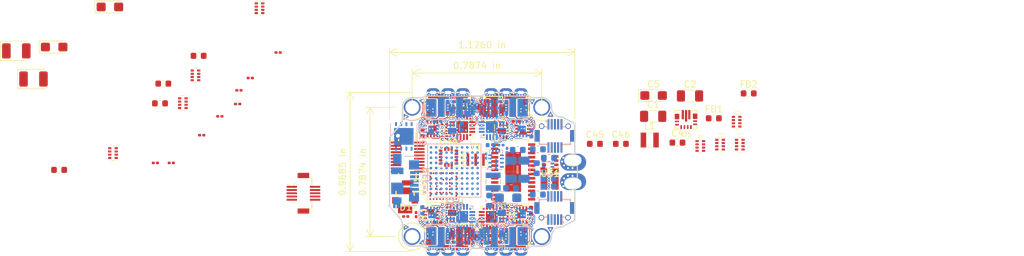
<source format=kicad_pcb>
(kicad_pcb (version 20171130) (host pcbnew 5.1.6-c6e7f7d~86~ubuntu18.04.1)
  (layers (0 F.Cu signal) (1 In1.Cu signal) (2 In2.Cu signal) (3 In3.Cu signal) (4 In4.Cu signal) (5 In5.Cu signal) (6 In6.Cu signal) (31 B.Cu signal) (34 B.Paste user) (35 F.Paste user) (36 B.SilkS user) (37 F.SilkS user) (38 B.Mask user) (39 F.Mask user) (44 Edge.Cuts user))
  (net 0 "")
  (net 1 GND)
  (net 2 +5V)
  (net 3 +3V3)
  (net 4 +BATT)
  (net 5 "Net-(C10-Pad1)")
  (net 6 vol_sig)
  (net 7 curr_sig)
  (net 8 "Net-(R49-Pad4)")
  (net 9 "Net-(R49-Pad3)")
  (net 10 "Net-(R49-Pad2)")
  (net 11 "Net-(R58-Pad2)")
  (net 12 "Net-(C3-Pad1)")
  (net 13 "Net-(C6-Pad1)")
  (net 14 "Net-(C7-Pad1)")
  (net 15 "Net-(C11-Pad1)")
  (net 16 "Net-(C16-Pad1)")
  (net 17 "Net-(C29-Pad1)")
  (net 18 "Net-(L2-Pad1)")
  (net 19 "Net-(R21-Pad2)")
  (net 20 MB_ESC_1)
  (net 21 ESC_1_C2CK)
  (net 22 MC_ESC_1)
  (net 23 MA_ESC_1)
  (net 24 COM_ESC_1)
  (net 25 Ap_ESC_1)
  (net 26 Ac_ESC_1)
  (net 27 Bp_ESC_1)
  (net 28 Bc_ESC_1)
  (net 29 Cp_ESC_1)
  (net 30 Cc_ESC_1)
  (net 31 ESC_1_C2D)
  (net 32 "Net-(U10-Pad5)")
  (net 33 "Net-(U14-Pad4)")
  (net 34 "Net-(U14-Pad8)")
  (net 35 OUT_A1)
  (net 36 OUT_A2)
  (net 37 "Net-(C9-Pad1)")
  (net 38 OUT_B2)
  (net 39 OUT_B1)
  (net 40 "Net-(C17-Pad1)")
  (net 41 OUT_C2)
  (net 42 OUT_C1)
  (net 43 MA_ESC_2)
  (net 44 MB_ESC_2)
  (net 45 ESC_2_C2CK)
  (net 46 MC_ESC_2)
  (net 47 COM_ESC_2)
  (net 48 Ap_ESC_2)
  (net 49 Ac_ESC_2)
  (net 50 Bp_ESC_2)
  (net 51 Bc_ESC_2)
  (net 52 Cp_ESC_2)
  (net 53 Cc_ESC_2)
  (net 54 ESC_2_C2D)
  (net 55 "Net-(U2-Pad7)")
  (net 56 "Net-(U2-Pad15)")
  (net 57 "Net-(U2-Pad16)")
  (net 58 ESC2_RX)
  (net 59 ESC_2_TX)
  (net 60 "Net-(U3-Pad5)")
  (net 61 "Net-(U3-Pad8)")
  (net 62 "Net-(U7-Pad8)")
  (net 63 "Net-(U7-Pad5)")
  (net 64 "Net-(U11-Pad5)")
  (net 65 "Net-(U11-Pad1)")
  (net 66 OUT_B3)
  (net 67 "Net-(C18-Pad1)")
  (net 68 OUT_C3)
  (net 69 "Net-(C19-Pad1)")
  (net 70 OUT_A3)
  (net 71 "Net-(C30-Pad1)")
  (net 72 OUT_B4)
  (net 73 "Net-(C31-Pad1)")
  (net 74 "Net-(C32-Pad1)")
  (net 75 OUT_C4)
  (net 76 "Net-(C34-Pad1)")
  (net 77 OUT_A4)
  (net 78 MP_PIN4)
  (net 79 I2C_SCL)
  (net 80 I2C_SDA)
  (net 81 UART4_RX)
  (net 82 UART4_TX)
  (net 83 UART1_TX)
  (net 84 UART1_RX)
  (net 85 MP_PIN1)
  (net 86 MP_PIN2)
  (net 87 UART2_RX)
  (net 88 UART2_TX)
  (net 89 UART3_TX)
  (net 90 UART3_RX)
  (net 91 MP_PIN3)
  (net 92 MC_ESC_3)
  (net 93 MA_ESC_3)
  (net 94 MB_ESC_3)
  (net 95 ESC_3_C2CK)
  (net 96 COM_ESC_3)
  (net 97 Cp_ESC_3)
  (net 98 Cc_ESC_3)
  (net 99 Bp_ESC_3)
  (net 100 Ap_ESC_3)
  (net 101 Ac_ESC_3)
  (net 102 Bc_ESC_3)
  (net 103 MC_ESC_4)
  (net 104 MA_ESC_4)
  (net 105 MB_ESC_4)
  (net 106 ESC_4_C2CK)
  (net 107 COM_ESC_4)
  (net 108 Cp_ESC_4)
  (net 109 Cc_ESC_4)
  (net 110 Bc_ESC_4)
  (net 111 Bp_ESC_4)
  (net 112 Ac_ESC_4)
  (net 113 Ap_ESC_4)
  (net 114 ESC_1_TX)
  (net 115 ESC1_RX)
  (net 116 "Net-(U1-Pad16)")
  (net 117 "Net-(U1-Pad15)")
  (net 118 "Net-(U1-Pad7)")
  (net 119 ESC_3_C2D)
  (net 120 "Net-(U6-Pad7)")
  (net 121 "Net-(U6-Pad15)")
  (net 122 "Net-(U6-Pad16)")
  (net 123 ESC3_RX)
  (net 124 ESC_3_TX)
  (net 125 "Net-(U10-Pad8)")
  (net 126 "Net-(U12-Pad8)")
  (net 127 "Net-(U12-Pad5)")
  (net 128 "Net-(U16-Pad8)")
  (net 129 "Net-(U16-Pad5)")
  (net 130 "Net-(U17-Pad5)")
  (net 131 "Net-(U17-Pad8)")
  (net 132 "Net-(U18-Pad5)")
  (net 133 "Net-(U18-Pad8)")
  (net 134 "Net-(U19-Pad8)")
  (net 135 "Net-(U19-Pad5)")
  (net 136 ESC_4_C2D)
  (net 137 "Net-(U24-Pad7)")
  (net 138 "Net-(U24-Pad15)")
  (net 139 "Net-(U24-Pad16)")
  (net 140 ESC4_RX)
  (net 141 ESC_4_TX)
  (net 142 "Net-(U25-Pad8)")
  (net 143 "Net-(U25-Pad5)")
  (net 144 "Net-(U27-Pad5)")
  (net 145 "Net-(U27-Pad8)")
  (net 146 "Net-(U28-Pad5)")
  (net 147 "Net-(U28-Pad8)")
  (net 148 "Net-(C35-Pad1)")
  (net 149 "Net-(C37-Pad1)")
  (net 150 "Net-(C38-Pad1)")
  (net 151 "Net-(C38-Pad2)")
  (net 152 "Net-(C39-Pad1)")
  (net 153 "Net-(R1-Pad2)")
  (net 154 "Net-(U32-Pad8)")
  (net 155 UART5_RX)
  (net 156 Video_out)
  (net 157 USB_N)
  (net 158 Video_in)
  (net 159 UART5_TX)
  (net 160 USB_P)
  (net 161 UART6_RX)
  (net 162 UART6_TX)
  (net 163 SPI1_CS)
  (net 164 SPI_1SCK)
  (net 165 SPI1_MOSI)
  (net 166 SPI1_MISO)
  (net 167 "Net-(C1-Pad1)")
  (net 168 "Net-(C4-Pad1)")
  (net 169 "Net-(L1-Pad1)")
  (net 170 "Net-(L1-Pad2)")
  (net 171 "Net-(U5-Pad2)")
  (net 172 ESC5)
  (net 173 ESC6)
  (net 174 "Net-(U33-PadA1)")
  (net 175 "Net-(U33-PadA2)")
  (net 176 "Net-(U33-PadA3)")
  (net 177 "Net-(U33-PadA4)")
  (net 178 "Net-(U33-PadA5)")
  (net 179 "Net-(U33-PadA6)")
  (net 180 "Net-(U33-PadA7)")
  (net 181 "Net-(U33-PadA8)")
  (net 182 "Net-(U33-PadA9)")
  (net 183 "Net-(U33-PadA10)")
  (net 184 "Net-(U33-PadB1)")
  (net 185 "Net-(U33-PadB2)")
  (net 186 "Net-(U33-PadB3)")
  (net 187 "Net-(U33-PadB4)")
  (net 188 "Net-(U33-PadB5)")
  (net 189 "Net-(U33-PadB6)")
  (net 190 "Net-(U33-PadB7)")
  (net 191 "Net-(U33-PadB8)")
  (net 192 "Net-(U33-PadB9)")
  (net 193 "Net-(U33-PadB10)")
  (net 194 "Net-(U33-PadC1)")
  (net 195 "Net-(U33-PadC2)")
  (net 196 "Net-(U33-PadC3)")
  (net 197 "Net-(U33-PadC4)")
  (net 198 "Net-(U33-PadC5)")
  (net 199 "Net-(U33-PadC6)")
  (net 200 "Net-(U33-PadC7)")
  (net 201 "Net-(U33-PadC8)")
  (net 202 "Net-(U33-PadC9)")
  (net 203 "Net-(U33-PadC10)")
  (net 204 "Net-(U33-PadD1)")
  (net 205 "Net-(U33-PadD2)")
  (net 206 "Net-(U33-PadD3)")
  (net 207 "Net-(U33-PadD4)")
  (net 208 "Net-(U33-PadD5)")
  (net 209 "Net-(U33-PadD6)")
  (net 210 "Net-(U33-PadD7)")
  (net 211 "Net-(U33-PadD8)")
  (net 212 "Net-(U33-PadD9)")
  (net 213 "Net-(U33-PadD10)")
  (net 214 "Net-(U33-PadE1)")
  (net 215 "Net-(U33-PadE2)")
  (net 216 "Net-(U33-PadE3)")
  (net 217 "Net-(U33-PadE4)")
  (net 218 "Net-(U33-PadE5)")
  (net 219 "Net-(U33-PadE6)")
  (net 220 "Net-(U33-PadE7)")
  (net 221 "Net-(U33-PadE8)")
  (net 222 "Net-(U33-PadE9)")
  (net 223 "Net-(U33-PadE10)")
  (net 224 "Net-(U33-PadF1)")
  (net 225 "Net-(U33-PadF2)")
  (net 226 "Net-(U33-PadF3)")
  (net 227 "Net-(U33-PadF4)")
  (net 228 "Net-(U33-PadF5)")
  (net 229 "Net-(U33-PadF6)")
  (net 230 "Net-(U33-PadF7)")
  (net 231 "Net-(U33-PadF8)")
  (net 232 "Net-(U33-PadF9)")
  (net 233 "Net-(U33-PadF10)")
  (net 234 "Net-(U33-PadG1)")
  (net 235 "Net-(U33-PadG2)")
  (net 236 "Net-(U33-PadG3)")
  (net 237 "Net-(U33-PadG4)")
  (net 238 "Net-(U33-PadG5)")
  (net 239 "Net-(U33-PadG6)")
  (net 240 "Net-(U33-PadG7)")
  (net 241 "Net-(U33-PadG8)")
  (net 242 "Net-(U33-PadG9)")
  (net 243 "Net-(U33-PadG10)")
  (net 244 "Net-(U33-PadH1)")
  (net 245 "Net-(U33-PadH2)")
  (net 246 "Net-(U33-PadH3)")
  (net 247 "Net-(U33-PadH4)")
  (net 248 "Net-(U33-PadH5)")
  (net 249 "Net-(U33-PadH6)")
  (net 250 "Net-(U33-PadH7)")
  (net 251 "Net-(U33-PadH8)")
  (net 252 "Net-(U33-PadH9)")
  (net 253 "Net-(U33-PadH10)")
  (net 254 "Net-(U33-PadJ1)")
  (net 255 "Net-(U33-PadJ2)")
  (net 256 "Net-(U33-PadJ3)")
  (net 257 "Net-(U33-PadJ4)")
  (net 258 "Net-(U33-PadJ5)")
  (net 259 "Net-(U33-PadJ6)")
  (net 260 "Net-(U33-PadJ7)")
  (net 261 "Net-(U33-PadJ8)")
  (net 262 "Net-(U33-PadJ9)")
  (net 263 "Net-(U33-PadJ10)")
  (net 264 "Net-(U33-PadK1)")
  (net 265 "Net-(U33-PadK2)")
  (net 266 "Net-(U33-PadK3)")
  (net 267 "Net-(U33-PadK4)")
  (net 268 "Net-(U33-PadK5)")
  (net 269 "Net-(U33-PadK6)")
  (net 270 "Net-(U33-PadK7)")
  (net 271 "Net-(U33-PadK8)")
  (net 272 "Net-(U33-PadK9)")
  (net 273 "Net-(U33-PadK10)")
  (net 274 "Net-(U34-Pad1)")
  (net 275 "Net-(U34-Pad2)")
  (net 276 "Net-(U34-Pad3)")
  (net 277 "Net-(U34-Pad4)")
  (net 278 "Net-(U34-Pad5)")
  (net 279 "Net-(U34-Pad6)")
  (net 280 "Net-(U34-Pad7)")
  (net 281 "Net-(U34-Pad8)")
  (net 282 "Net-(U34-Pad10)")
  (net 283 "Net-(U34-Pad14)")
  (net 284 "Net-(U34-Pad16)")
  (net 285 "Net-(U35-PadP$C5)")
  (net 286 "Net-(U35-PadP$C6)")
  (net 287 "Net-(U35-PadP$D3)")
  (net 288 "Net-(U35-PadP$F3)")
  (net 289 "Net-(U35-PadP$D6)")
  (net 290 "Net-(U35-PadP$G5)")
  (net 291 "Net-(U35-PadP$E3)")
  (net 292 "Net-(U35-PadP$G4)")
  (net 293 "Net-(U35-PadP$D4)")
  (net 294 "Net-(U35-PadP$G7)")
  (net 295 "Net-(U35-PadP$J3)")
  (net 296 "Net-(U35-PadP$J4)")
  (net 297 "Net-(U35-PadP$J5)")
  (net 298 "Net-(U35-PadP$J6)")
  (net 299 "Net-(U35-PadP$J7)")
  (net 300 "Net-(U35-PadP$J8)")
  (net 301 "Net-(U35-PadP$J9)")
  (net 302 "Net-(U35-PadP$E7)")
  (net 303 "Net-(U35-PadP$F7)")
  (net 304 "Net-(U35-PadP$F6)")
  (net 305 "Net-(U35-PadP$A4)")
  (net 306 "Net-(U35-PadP$A1)")
  (net 307 "Net-(U35-PadP$B1)")
  (net 308 "Net-(U35-PadP$G9)")
  (net 309 "Net-(U35-PadP$F9)")
  (net 310 "Net-(U35-PadP$E9)")
  (net 311 "Net-(U35-PadP$D9)")
  (net 312 "Net-(U35-PadP$C9)")
  (net 313 "Net-(U35-PadP$B9)")
  (net 314 "Net-(U35-PadP$A9)")
  (net 315 "Net-(U35-PadP$A8)")
  (net 316 "Net-(U35-PadP$A7)")
  (net 317 "Net-(U35-PadP$A6)")
  (net 318 "Net-(U35-PadP$A5)")
  (net 319 "Net-(U35-PadP$C7)")
  (net 320 "Net-(U35-PadP$C1)")
  (net 321 "Net-(U35-PadP$D1)")
  (net 322 "Net-(U35-PadP$G6)")
  (net 323 "Net-(U35-PadP$C4)")
  (net 324 "Net-(U35-PadP$A3)")
  (net 325 "Net-(U35-PadP$A2)")
  (net 326 "Net-(U35-PadP$2E1)")
  (net 327 "Net-(U35-PadP$F1)")
  (net 328 "Net-(U35-PadP$G1)")
  (net 329 "Net-(U35-PadP$G3)")
  (net 330 "Net-(U35-PadP$F4)")
  (net 331 "Net-(D1-Pad2)")
  (net 332 "Net-(R3-Pad1)")
  (net 333 "Net-(U36-Pad1)")
  (net 334 "Net-(U36-Pad2)")
  (net 335 "Net-(U36-Pad3)")
  (net 336 "Net-(U36-Pad4)")
  (net 337 "Net-(U36-Pad5)")
  (net 338 "Net-(U36-Pad6)")
  (net 339 "Net-(U36-Pad7)")
  (net 340 "Net-(U36-Pad8)")
  (module LED_SMD:LED_0201_0603Metric (layer F.Cu) (at 171.5 78.9)
    (fp_text reference D1 (at 0 -1.43) (layer F.SilkS))
    (fp_text value "True Green")
    (pad 2 smd roundrect (at 0.32 0) (size 0.46 0.4) (layers F.Cu F.Mask) (net 331 "Net-(D1-Pad2)"))
    (pad 1 smd roundrect (at -0.32 0) (size 0.46 0.4) (layers F.Cu F.Mask) (net 1 GND))
  )
  (module Connector_USB:USB_Micro-B_Molex_47346-0001 (layer B.Cu) (at 171.4 73.4 90)
    (fp_text reference REF** (at 0 3.3 90) (layer B.SilkS) (effects (justify mirror)))
    (fp_text value USB_Micro-B_Molex_47346-0001)
    (pad 6 smd rect (at 1.55 -1.2 90) (size 1 1.9) (layers B.Cu B.Paste B.Mask))
    (pad 6 smd rect (at -1.15 -1.2 90) (size 1.8 1.9) (layers B.Cu B.Paste B.Mask))
    (pad 6 smd rect (at 3.375 -1.2 90) (size 1.65 1.3) (layers B.Cu B.Paste B.Mask))
    (pad 6 smd rect (at -3.375 -1.2 90) (size 1.65 1.3) (layers B.Cu B.Paste B.Mask))
    (pad 6 smd rect (at 2.4875 1.375 90) (size 1.425 1.55) (layers B.Cu B.Paste B.Mask))
    (pad 6 smd rect (at -2.4875 1.375 90) (size 1.425 1.55) (layers B.Cu B.Paste B.Mask))
    (pad 5 smd rect (at 1.3 1.46 90) (size 0.45 1.38) (layers B.Cu B.Paste B.Mask))
    (pad 4 smd rect (at 0.65 1.46 90) (size 0.45 1.38) (layers B.Cu B.Paste B.Mask))
    (pad 3 smd rect (at 0 1.46 90) (size 0.45 1.38) (layers B.Cu B.Paste B.Mask))
    (pad 2 smd rect (at -0.65 1.46 90) (size 0.45 1.38) (layers B.Cu B.Paste B.Mask))
    (pad 1 smd rect (at -1.3 1.46 90) (size 0.45 1.38) (layers B.Cu B.Paste B.Mask))
  )
  (module ultimateFC:10132797-011100LF (layer F.Cu) (at 155.7 75.3 90)
    (fp_text reference J? hide)
    (fp_text value 10132797-011100LF)
    (pad "" smd roundrect (at -2.75 0 270) (size 0.8 1.8) (layers F.Cu F.Paste F.Mask) (roundrect_rratio 0.1))
    (pad "" smd roundrect (at 2.75 0 90) (size 0.8 1.8) (layers F.Cu F.Paste F.Mask) (roundrect_rratio 0.1))
    (pad 10 smd roundrect (at 1 1.8 90) (size 0.3 1.6) (layers F.Cu F.Paste F.Mask) (roundrect_rratio 0.1))
    (pad 9 smd roundrect (at 0.5 1.8 90) (size 0.3 1.6) (layers F.Cu F.Paste F.Mask) (roundrect_rratio 0.1))
    (pad 8 smd roundrect (at 0 1.8 90) (size 0.3 1.6) (layers F.Cu F.Paste F.Mask) (roundrect_rratio 0.1))
    (pad 7 smd roundrect (at -0.5 1.8 90) (size 0.3 1.6) (layers F.Cu F.Paste F.Mask) (roundrect_rratio 0.1))
    (pad 6 smd roundrect (at -1 1.8 90) (size 0.3 1.6) (layers F.Cu F.Paste F.Mask) (roundrect_rratio 0.1))
    (pad 5 smd roundrect (at -1 -1.8 270) (size 0.3 1.6) (layers F.Cu F.Paste F.Mask) (roundrect_rratio 0.1))
    (pad 4 smd roundrect (at -0.5 -1.8 270) (size 0.3 1.6) (layers F.Cu F.Paste F.Mask) (roundrect_rratio 0.1))
    (pad 3 smd roundrect (at 0 -1.8 270) (size 0.3 1.6) (layers F.Cu F.Paste F.Mask) (roundrect_rratio 0.1))
    (pad 2 smd roundrect (at 0.5 -1.8 270) (size 0.3 1.6) (layers F.Cu F.Paste F.Mask) (roundrect_rratio 0.1))
    (pad 1 smd roundrect (at 1 -1.8 270) (size 0.3 1.6) (layers F.Cu F.Paste F.Mask) (roundrect_rratio 0.1))
  )
  (module ZOE-M8 (layer F.Cu) (at 177.3 74.2 90)
    (fp_text reference U35 (at 0 -3.2 90) (layer F.SilkS))
    (fp_text value ZOE-M8Q_ZOE-M8Q)
    (pad P$C5 smd circle (at 0 -1 270) (size 0.27 0.27) (layers F.Cu F.Paste F.Mask) (net 285 "Net-(U35-PadP$C5)"))
    (pad P$C6 smd circle (at 0.5 -1 270) (size 0.27 0.27) (layers F.Cu F.Paste F.Mask) (net 286 "Net-(U35-PadP$C6)"))
    (pad P$D3 smd circle (at -1 -0.5 270) (size 0.27 0.27) (layers F.Cu F.Paste F.Mask) (net 287 "Net-(U35-PadP$D3)"))
    (pad P$F3 smd circle (at -1 0.5 270) (size 0.27 0.27) (layers F.Cu F.Paste F.Mask) (net 288 "Net-(U35-PadP$F3)"))
    (pad P$D6 smd circle (at 0.5 -0.5 270) (size 0.27 0.27) (layers F.Cu F.Paste F.Mask) (net 289 "Net-(U35-PadP$D6)"))
    (pad P$G5 smd circle (at 0 1 270) (size 0.27 0.27) (layers F.Cu F.Paste F.Mask) (net 290 "Net-(U35-PadP$G5)"))
    (pad P$E3 smd circle (at -1 0 270) (size 0.27 0.27) (layers F.Cu F.Paste F.Mask) (net 291 "Net-(U35-PadP$E3)"))
    (pad P$G4 smd circle (at -0.5 1 270) (size 0.27 0.27) (layers F.Cu F.Paste F.Mask) (net 292 "Net-(U35-PadP$G4)"))
    (pad P$D4 smd circle (at -0.5 -0.5 270) (size 0.27 0.27) (layers F.Cu F.Paste F.Mask) (net 293 "Net-(U35-PadP$D4)"))
    (pad P$G7 smd circle (at 1 1 270) (size 0.27 0.27) (layers F.Cu F.Paste F.Mask) (net 294 "Net-(U35-PadP$G7)"))
    (pad P$H1 smd circle (at -2 1.5 270) (size 0.27 0.27) (layers F.Cu F.Paste F.Mask) (net 328 "Net-(U35-PadP$G1)"))
    (pad P$J1 smd circle (at -2 2 270) (size 0.27 0.27) (layers F.Cu F.Paste F.Mask) (net 328 "Net-(U35-PadP$G1)"))
    (pad P$J2 smd circle (at -1.5 2 270) (size 0.27 0.27) (layers F.Cu F.Paste F.Mask) (net 328 "Net-(U35-PadP$G1)"))
    (pad P$J3 smd circle (at -1 2 270) (size 0.27 0.27) (layers F.Cu F.Paste F.Mask) (net 295 "Net-(U35-PadP$J3)"))
    (pad P$J4 smd circle (at -0.5 2 270) (size 0.27 0.27) (layers F.Cu F.Paste F.Mask) (net 296 "Net-(U35-PadP$J4)"))
    (pad P$J5 smd circle (at 0 2 270) (size 0.27 0.27) (layers F.Cu F.Paste F.Mask) (net 297 "Net-(U35-PadP$J5)"))
    (pad P$J6 smd circle (at 0.5 2 270) (size 0.27 0.27) (layers F.Cu F.Paste F.Mask) (net 298 "Net-(U35-PadP$J6)"))
    (pad P$J7 smd circle (at 1 2 270) (size 0.27 0.27) (layers F.Cu F.Paste F.Mask) (net 299 "Net-(U35-PadP$J7)"))
    (pad P$J8 smd circle (at 1.5 2 270) (size 0.27 0.27) (layers F.Cu F.Paste F.Mask) (net 300 "Net-(U35-PadP$J8)"))
    (pad P$J9 smd circle (at 2 2 270) (size 0.27 0.27) (layers F.Cu F.Paste F.Mask) (net 301 "Net-(U35-PadP$J9)"))
    (pad P$E7 smd circle (at 1 0 270) (size 0.27 0.27) (layers F.Cu F.Paste F.Mask) (net 302 "Net-(U35-PadP$E7)"))
    (pad P$F7 smd circle (at 1 0.5 270) (size 0.27 0.27) (layers F.Cu F.Paste F.Mask) (net 303 "Net-(U35-PadP$F7)"))
    (pad P$F6 smd circle (at 0.5 0.5 270) (size 0.27 0.27) (layers F.Cu F.Paste F.Mask) (net 304 "Net-(U35-PadP$F6)"))
    (pad P$A4 smd circle (at -0.5 -2 270) (size 0.27 0.27) (layers F.Cu F.Paste F.Mask) (net 305 "Net-(U35-PadP$A4)"))
    (pad P$A1 smd circle (at -2 -2 270) (size 0.27 0.27) (layers F.Cu F.Paste F.Mask) (net 306 "Net-(U35-PadP$A1)"))
    (pad P$B1 smd circle (at -2 -1.5 270) (size 0.27 0.27) (layers F.Cu F.Paste F.Mask) (net 307 "Net-(U35-PadP$B1)"))
    (pad P$H9 smd circle (at 2 1.5 270) (size 0.27 0.27) (layers F.Cu F.Paste F.Mask) (net 308 "Net-(U35-PadP$G9)"))
    (pad P$G9 smd circle (at 2 1 270) (size 0.27 0.27) (layers F.Cu F.Paste F.Mask) (net 308 "Net-(U35-PadP$G9)"))
    (pad P$F9 smd circle (at 2 0.5 270) (size 0.27 0.27) (layers F.Cu F.Paste F.Mask) (net 309 "Net-(U35-PadP$F9)"))
    (pad P$E9 smd circle (at 2 0 270) (size 0.27 0.27) (layers F.Cu F.Paste F.Mask) (net 310 "Net-(U35-PadP$E9)"))
    (pad P$D9 smd circle (at 2 -0.5 270) (size 0.27 0.27) (layers F.Cu F.Paste F.Mask) (net 311 "Net-(U35-PadP$D9)"))
    (pad P$C9 smd circle (at 2 -1 270) (size 0.27 0.27) (layers F.Cu F.Paste F.Mask) (net 312 "Net-(U35-PadP$C9)"))
    (pad P$B9 smd circle (at 2 -1.5 270) (size 0.27 0.27) (layers F.Cu F.Paste F.Mask) (net 313 "Net-(U35-PadP$B9)"))
    (pad P$A9 smd circle (at 2 -2 270) (size 0.27 0.27) (layers F.Cu F.Paste F.Mask) (net 314 "Net-(U35-PadP$A9)"))
    (pad P$A8 smd circle (at 1.5 -2 270) (size 0.27 0.27) (layers F.Cu F.Paste F.Mask) (net 315 "Net-(U35-PadP$A8)"))
    (pad P$A7 smd circle (at 1 -2 180) (size 0.27 0.27) (layers F.Cu F.Paste F.Mask) (net 316 "Net-(U35-PadP$A7)"))
    (pad P$A6 smd circle (at 0.5 -2 180) (size 0.27 0.27) (layers F.Cu F.Paste F.Mask) (net 317 "Net-(U35-PadP$A6)"))
    (pad P$A5 smd circle (at 0 -2 90) (size 0.27 0.27) (layers F.Cu F.Paste F.Mask) (net 318 "Net-(U35-PadP$A5)"))
    (pad P$C7 smd circle (at 1 -1 270) (size 0.27 0.27) (layers F.Cu F.Paste F.Mask) (net 319 "Net-(U35-PadP$C7)"))
    (pad P$C1 smd circle (at -2 -1 270) (size 0.27 0.27) (layers F.Cu F.Paste F.Mask) (net 320 "Net-(U35-PadP$C1)"))
    (pad P$D1 smd circle (at -2 -0.5 270) (size 0.27 0.27) (layers F.Cu F.Paste F.Mask) (net 321 "Net-(U35-PadP$D1)"))
    (pad P$G6 smd circle (at 0.5 1 270) (size 0.27 0.27) (layers F.Cu F.Paste F.Mask) (net 322 "Net-(U35-PadP$G6)"))
    (pad P$C4 smd circle (at -0.5 -1 270) (size 0.27 0.27) (layers F.Cu F.Paste F.Mask) (net 323 "Net-(U35-PadP$C4)"))
    (pad P$A3 smd circle (at -1 -2 270) (size 0.27 0.27) (layers F.Cu F.Paste F.Mask) (net 324 "Net-(U35-PadP$A3)"))
    (pad P$A2 smd circle (at -1.5 -2 270) (size 0.27 0.27) (layers F.Cu F.Paste F.Mask) (net 325 "Net-(U35-PadP$A2)"))
    (pad P$C3 smd circle (at -1 -1 270) (size 0.27 0.27) (layers F.Cu F.Paste F.Mask) (net 332 "Net-(R3-Pad1)"))
    (pad P$2E1 smd circle (at -2 0 270) (size 0.27 0.27) (layers F.Cu F.Paste F.Mask) (net 326 "Net-(U35-PadP$2E1)"))
    (pad P$F1 smd circle (at -2 0.5 270) (size 0.27 0.27) (layers F.Cu F.Paste F.Mask) (net 327 "Net-(U35-PadP$F1)"))
    (pad P$G1 smd circle (at -2 1 270) (size 0.27 0.27) (layers F.Cu F.Paste F.Mask) (net 328 "Net-(U35-PadP$G1)"))
    (pad P$G3 smd circle (at -1 1 270) (size 0.27 0.27) (layers F.Cu F.Paste F.Mask) (net 329 "Net-(U35-PadP$G3)"))
    (pad P$F4 smd circle (at -0.5 0.5 270) (size 0.27 0.27) (layers F.Cu F.Paste F.Mask) (net 330 "Net-(U35-PadP$F4)"))
  )
  (module Package_LGA:LGA-16_3x3mm_P0.5mm_LayoutBorder3x5y (layer F.Cu) (at 178.1 69.7)
    (fp_text reference U34 (at 0 -2.45) (layer F.SilkS))
    (fp_text value ICM-20602)
    (pad 1 smd roundrect (at -1.225 -1) (size 0.55 0.35) (layers F.Cu F.Paste F.Mask) (net 274 "Net-(U34-Pad1)"))
    (pad 2 smd roundrect (at -1.225 -0.5) (size 0.55 0.35) (layers F.Cu F.Paste F.Mask) (net 275 "Net-(U34-Pad2)"))
    (pad 3 smd roundrect (at -1.225 0) (size 0.55 0.35) (layers F.Cu F.Paste F.Mask) (net 276 "Net-(U34-Pad3)"))
    (pad 4 smd roundrect (at -1.225 0.5) (size 0.55 0.35) (layers F.Cu F.Paste F.Mask) (net 277 "Net-(U34-Pad4)"))
    (pad 5 smd roundrect (at -1.225 1) (size 0.55 0.35) (layers F.Cu F.Paste F.Mask) (net 278 "Net-(U34-Pad5)"))
    (pad 6 smd roundrect (at -0.5 1.225) (size 0.35 0.55) (layers F.Cu F.Paste F.Mask) (net 279 "Net-(U34-Pad6)"))
    (pad 7 smd roundrect (at 0 1.225) (size 0.35 0.55) (layers F.Cu F.Paste F.Mask) (net 280 "Net-(U34-Pad7)"))
    (pad 8 smd roundrect (at 0.5 1.225) (size 0.35 0.55) (layers F.Cu F.Paste F.Mask) (net 281 "Net-(U34-Pad8)"))
    (pad 9 smd roundrect (at 1.225 1) (size 0.55 0.35) (layers F.Cu F.Paste F.Mask) (net 282 "Net-(U34-Pad10)"))
    (pad 10 smd roundrect (at 1.225 0.5) (size 0.55 0.35) (layers F.Cu F.Paste F.Mask) (net 282 "Net-(U34-Pad10)"))
    (pad 11 smd roundrect (at 1.225 0) (size 0.55 0.35) (layers F.Cu F.Paste F.Mask) (net 282 "Net-(U34-Pad10)"))
    (pad 12 smd roundrect (at 1.225 -0.5) (size 0.55 0.35) (layers F.Cu F.Paste F.Mask) (net 282 "Net-(U34-Pad10)"))
    (pad 13 smd roundrect (at 1.225 -1) (size 0.55 0.35) (layers F.Cu F.Paste F.Mask) (net 282 "Net-(U34-Pad10)"))
    (pad 14 smd roundrect (at 0.5 -1.225) (size 0.35 0.55) (layers F.Cu F.Paste F.Mask) (net 283 "Net-(U34-Pad14)"))
    (pad 15 smd roundrect (at 0 -1.225) (size 0.35 0.55) (layers F.Cu F.Paste F.Mask) (net 282 "Net-(U34-Pad10)"))
    (pad 16 smd roundrect (at -0.5 -1.225) (size 0.35 0.55) (layers F.Cu F.Paste F.Mask) (net 284 "Net-(U34-Pad16)"))
  )
  (module Package_BGA:TFBGA-100_8x8mm_Layout10x10_P0.8mm (layer B.Cu) (at 179 71.8)
    (fp_text reference U33 (at 0 5) (layer B.SilkS) (effects (justify mirror)))
    (fp_text value STM32F745VGHx)
    (pad A1 smd circle (at -3.6 3.6) (size 0.4 0.4) (layers B.Cu B.Paste B.Mask) (net 174 "Net-(U33-PadA1)"))
    (pad A2 smd circle (at -2.8 3.6) (size 0.4 0.4) (layers B.Cu B.Paste B.Mask) (net 175 "Net-(U33-PadA2)"))
    (pad A3 smd circle (at -2 3.6) (size 0.4 0.4) (layers B.Cu B.Paste B.Mask) (net 176 "Net-(U33-PadA3)"))
    (pad A4 smd circle (at -1.2 3.6) (size 0.4 0.4) (layers B.Cu B.Paste B.Mask) (net 177 "Net-(U33-PadA4)"))
    (pad A5 smd circle (at -0.4 3.6) (size 0.4 0.4) (layers B.Cu B.Paste B.Mask) (net 178 "Net-(U33-PadA5)"))
    (pad A6 smd circle (at 0.4 3.6) (size 0.4 0.4) (layers B.Cu B.Paste B.Mask) (net 179 "Net-(U33-PadA6)"))
    (pad A7 smd circle (at 1.2 3.6) (size 0.4 0.4) (layers B.Cu B.Paste B.Mask) (net 180 "Net-(U33-PadA7)"))
    (pad A8 smd circle (at 2 3.6) (size 0.4 0.4) (layers B.Cu B.Paste B.Mask) (net 181 "Net-(U33-PadA8)"))
    (pad A9 smd circle (at 2.8 3.6) (size 0.4 0.4) (layers B.Cu B.Paste B.Mask) (net 182 "Net-(U33-PadA9)"))
    (pad A10 smd circle (at 3.6 3.6) (size 0.4 0.4) (layers B.Cu B.Paste B.Mask) (net 183 "Net-(U33-PadA10)"))
    (pad B1 smd circle (at -3.6 2.8) (size 0.4 0.4) (layers B.Cu B.Paste B.Mask) (net 184 "Net-(U33-PadB1)"))
    (pad B2 smd circle (at -2.8 2.8) (size 0.4 0.4) (layers B.Cu B.Paste B.Mask) (net 185 "Net-(U33-PadB2)"))
    (pad B3 smd circle (at -2 2.8) (size 0.4 0.4) (layers B.Cu B.Paste B.Mask) (net 186 "Net-(U33-PadB3)"))
    (pad B4 smd circle (at -1.2 2.8) (size 0.4 0.4) (layers B.Cu B.Paste B.Mask) (net 187 "Net-(U33-PadB4)"))
    (pad B5 smd circle (at -0.4 2.8) (size 0.4 0.4) (layers B.Cu B.Paste B.Mask) (net 188 "Net-(U33-PadB5)"))
    (pad B6 smd circle (at 0.4 2.8) (size 0.4 0.4) (layers B.Cu B.Paste B.Mask) (net 189 "Net-(U33-PadB6)"))
    (pad B7 smd circle (at 1.2 2.8) (size 0.4 0.4) (layers B.Cu B.Paste B.Mask) (net 190 "Net-(U33-PadB7)"))
    (pad B8 smd circle (at 2 2.8) (size 0.4 0.4) (layers B.Cu B.Paste B.Mask) (net 191 "Net-(U33-PadB8)"))
    (pad B9 smd circle (at 2.8 2.8) (size 0.4 0.4) (layers B.Cu B.Paste B.Mask) (net 192 "Net-(U33-PadB9)"))
    (pad B10 smd circle (at 3.6 2.8) (size 0.4 0.4) (layers B.Cu B.Paste B.Mask) (net 193 "Net-(U33-PadB10)"))
    (pad C1 smd circle (at -3.6 2) (size 0.4 0.4) (layers B.Cu B.Paste B.Mask) (net 194 "Net-(U33-PadC1)"))
    (pad C2 smd circle (at -2.8 2) (size 0.4 0.4) (layers B.Cu B.Paste B.Mask) (net 195 "Net-(U33-PadC2)"))
    (pad C3 smd circle (at -2 2) (size 0.4 0.4) (layers B.Cu B.Paste B.Mask) (net 196 "Net-(U33-PadC3)"))
    (pad C4 smd circle (at -1.2 2) (size 0.4 0.4) (layers B.Cu B.Paste B.Mask) (net 197 "Net-(U33-PadC4)"))
    (pad C5 smd circle (at -0.4 2) (size 0.4 0.4) (layers B.Cu B.Paste B.Mask) (net 198 "Net-(U33-PadC5)"))
    (pad C6 smd circle (at 0.4 2) (size 0.4 0.4) (layers B.Cu B.Paste B.Mask) (net 199 "Net-(U33-PadC6)"))
    (pad C7 smd circle (at 1.2 2) (size 0.4 0.4) (layers B.Cu B.Paste B.Mask) (net 200 "Net-(U33-PadC7)"))
    (pad C8 smd circle (at 2 2) (size 0.4 0.4) (layers B.Cu B.Paste B.Mask) (net 201 "Net-(U33-PadC8)"))
    (pad C9 smd circle (at 2.8 2) (size 0.4 0.4) (layers B.Cu B.Paste B.Mask) (net 202 "Net-(U33-PadC9)"))
    (pad C10 smd circle (at 3.6 2) (size 0.4 0.4) (layers B.Cu B.Paste B.Mask) (net 203 "Net-(U33-PadC10)"))
    (pad D1 smd circle (at -3.6 1.2) (size 0.4 0.4) (layers B.Cu B.Paste B.Mask) (net 204 "Net-(U33-PadD1)"))
    (pad D2 smd circle (at -2.8 1.2) (size 0.4 0.4) (layers B.Cu B.Paste B.Mask) (net 205 "Net-(U33-PadD2)"))
    (pad D3 smd circle (at -2 1.2) (size 0.4 0.4) (layers B.Cu B.Paste B.Mask) (net 206 "Net-(U33-PadD3)"))
    (pad D4 smd circle (at -1.2 1.2) (size 0.4 0.4) (layers B.Cu B.Paste B.Mask) (net 207 "Net-(U33-PadD4)"))
    (pad D5 smd circle (at -0.4 1.2) (size 0.4 0.4) (layers B.Cu B.Paste B.Mask) (net 208 "Net-(U33-PadD5)"))
    (pad D6 smd circle (at 0.4 1.2) (size 0.4 0.4) (layers B.Cu B.Paste B.Mask) (net 209 "Net-(U33-PadD6)"))
    (pad D7 smd circle (at 1.2 1.2) (size 0.4 0.4) (layers B.Cu B.Paste B.Mask) (net 210 "Net-(U33-PadD7)"))
    (pad D8 smd circle (at 2 1.2) (size 0.4 0.4) (layers B.Cu B.Paste B.Mask) (net 211 "Net-(U33-PadD8)"))
    (pad D9 smd circle (at 2.8 1.2) (size 0.4 0.4) (layers B.Cu B.Paste B.Mask) (net 212 "Net-(U33-PadD9)"))
    (pad D10 smd circle (at 3.6 1.2) (size 0.4 0.4) (layers B.Cu B.Paste B.Mask) (net 213 "Net-(U33-PadD10)"))
    (pad E1 smd circle (at -3.6 0.4) (size 0.4 0.4) (layers B.Cu B.Paste B.Mask) (net 214 "Net-(U33-PadE1)"))
    (pad E2 smd circle (at -2.8 0.4) (size 0.4 0.4) (layers B.Cu B.Paste B.Mask) (net 215 "Net-(U33-PadE2)"))
    (pad E3 smd circle (at -2 0.4) (size 0.4 0.4) (layers B.Cu B.Paste B.Mask) (net 216 "Net-(U33-PadE3)"))
    (pad E4 smd circle (at -1.2 0.4) (size 0.4 0.4) (layers B.Cu B.Paste B.Mask) (net 217 "Net-(U33-PadE4)"))
    (pad E5 smd circle (at -0.4 0.4) (size 0.4 0.4) (layers B.Cu B.Paste B.Mask) (net 218 "Net-(U33-PadE5)"))
    (pad E6 smd circle (at 0.4 0.4) (size 0.4 0.4) (layers B.Cu B.Paste B.Mask) (net 219 "Net-(U33-PadE6)"))
    (pad E7 smd circle (at 1.2 0.4) (size 0.4 0.4) (layers B.Cu B.Paste B.Mask) (net 220 "Net-(U33-PadE7)"))
    (pad E8 smd circle (at 2 0.4) (size 0.4 0.4) (layers B.Cu B.Paste B.Mask) (net 221 "Net-(U33-PadE8)"))
    (pad E9 smd circle (at 2.8 0.4) (size 0.4 0.4) (layers B.Cu B.Paste B.Mask) (net 222 "Net-(U33-PadE9)"))
    (pad E10 smd circle (at 3.6 0.4) (size 0.4 0.4) (layers B.Cu B.Paste B.Mask) (net 223 "Net-(U33-PadE10)"))
    (pad F1 smd circle (at -3.6 -0.4) (size 0.4 0.4) (layers B.Cu B.Paste B.Mask) (net 224 "Net-(U33-PadF1)"))
    (pad F2 smd circle (at -2.8 -0.4) (size 0.4 0.4) (layers B.Cu B.Paste B.Mask) (net 225 "Net-(U33-PadF2)"))
    (pad F3 smd circle (at -2 -0.4) (size 0.4 0.4) (layers B.Cu B.Paste B.Mask) (net 226 "Net-(U33-PadF3)"))
    (pad F4 smd circle (at -1.2 -0.4) (size 0.4 0.4) (layers B.Cu B.Paste B.Mask) (net 227 "Net-(U33-PadF4)"))
    (pad F5 smd circle (at -0.4 -0.4) (size 0.4 0.4) (layers B.Cu B.Paste B.Mask) (net 228 "Net-(U33-PadF5)"))
    (pad F6 smd circle (at 0.4 -0.4) (size 0.4 0.4) (layers B.Cu B.Paste B.Mask) (net 229 "Net-(U33-PadF6)"))
    (pad F7 smd circle (at 1.2 -0.4) (size 0.4 0.4) (layers B.Cu B.Paste B.Mask) (net 230 "Net-(U33-PadF7)"))
    (pad F8 smd circle (at 2 -0.4) (size 0.4 0.4) (layers B.Cu B.Paste B.Mask) (net 231 "Net-(U33-PadF8)"))
    (pad F9 smd circle (at 2.8 -0.4) (size 0.4 0.4) (layers B.Cu B.Paste B.Mask) (net 232 "Net-(U33-PadF9)"))
    (pad F10 smd circle (at 3.6 -0.4) (size 0.4 0.4) (layers B.Cu B.Paste B.Mask) (net 233 "Net-(U33-PadF10)"))
    (pad G1 smd circle (at -3.6 -1.2) (size 0.4 0.4) (layers B.Cu B.Paste B.Mask) (net 234 "Net-(U33-PadG1)"))
    (pad G2 smd circle (at -2.8 -1.2) (size 0.4 0.4) (layers B.Cu B.Paste B.Mask) (net 235 "Net-(U33-PadG2)"))
    (pad G3 smd circle (at -2 -1.2) (size 0.4 0.4) (layers B.Cu B.Paste B.Mask) (net 236 "Net-(U33-PadG3)"))
    (pad G4 smd circle (at -1.2 -1.2) (size 0.4 0.4) (layers B.Cu B.Paste B.Mask) (net 237 "Net-(U33-PadG4)"))
    (pad G5 smd circle (at -0.4 -1.2) (size 0.4 0.4) (layers B.Cu B.Paste B.Mask) (net 238 "Net-(U33-PadG5)"))
    (pad G6 smd circle (at 0.4 -1.2) (size 0.4 0.4) (layers B.Cu B.Paste B.Mask) (net 239 "Net-(U33-PadG6)"))
    (pad G7 smd circle (at 1.2 -1.2) (size 0.4 0.4) (layers B.Cu B.Paste B.Mask) (net 240 "Net-(U33-PadG7)"))
    (pad G8 smd circle (at 2 -1.2) (size 0.4 0.4) (layers B.Cu B.Paste B.Mask) (net 241 "Net-(U33-PadG8)"))
    (pad G9 smd circle (at 2.8 -1.2) (size 0.4 0.4) (layers B.Cu B.Paste B.Mask) (net 242 "Net-(U33-PadG9)"))
    (pad G10 smd circle (at 3.6 -1.2) (size 0.4 0.4) (layers B.Cu B.Paste B.Mask) (net 243 "Net-(U33-PadG10)"))
    (pad H1 smd circle (at -3.6 -2) (size 0.4 0.4) (layers B.Cu B.Paste B.Mask) (net 244 "Net-(U33-PadH1)"))
    (pad H2 smd circle (at -2.8 -2) (size 0.4 0.4) (layers B.Cu B.Paste B.Mask) (net 245 "Net-(U33-PadH2)"))
    (pad H3 smd circle (at -2 -2) (size 0.4 0.4) (layers B.Cu B.Paste B.Mask) (net 246 "Net-(U33-PadH3)"))
    (pad H4 smd circle (at -1.2 -2) (size 0.4 0.4) (layers B.Cu B.Paste B.Mask) (net 247 "Net-(U33-PadH4)"))
    (pad H5 smd circle (at -0.4 -2) (size 0.4 0.4) (layers B.Cu B.Paste B.Mask) (net 248 "Net-(U33-PadH5)"))
    (pad H6 smd circle (at 0.4 -2) (size 0.4 0.4) (layers B.Cu B.Paste B.Mask) (net 249 "Net-(U33-PadH6)"))
    (pad H7 smd circle (at 1.2 -2) (size 0.4 0.4) (layers B.Cu B.Paste B.Mask) (net 250 "Net-(U33-PadH7)"))
    (pad H8 smd circle (at 2 -2) (size 0.4 0.4) (layers B.Cu B.Paste B.Mask) (net 251 "Net-(U33-PadH8)"))
    (pad H9 smd circle (at 2.8 -2) (size 0.4 0.4) (layers B.Cu B.Paste B.Mask) (net 252 "Net-(U33-PadH9)"))
    (pad H10 smd circle (at 3.6 -2) (size 0.4 0.4) (layers B.Cu B.Paste B.Mask) (net 253 "Net-(U33-PadH10)"))
    (pad J1 smd circle (at -3.6 -2.8) (size 0.4 0.4) (layers B.Cu B.Paste B.Mask) (net 254 "Net-(U33-PadJ1)"))
    (pad J2 smd circle (at -2.8 -2.8) (size 0.4 0.4) (layers B.Cu B.Paste B.Mask) (net 255 "Net-(U33-PadJ2)"))
    (pad J3 smd circle (at -2 -2.8) (size 0.4 0.4) (layers B.Cu B.Paste B.Mask) (net 256 "Net-(U33-PadJ3)"))
    (pad J4 smd circle (at -1.2 -2.8) (size 0.4 0.4) (layers B.Cu B.Paste B.Mask) (net 257 "Net-(U33-PadJ4)"))
    (pad J5 smd circle (at -0.4 -2.8) (size 0.4 0.4) (layers B.Cu B.Paste B.Mask) (net 258 "Net-(U33-PadJ5)"))
    (pad J6 smd circle (at 0.4 -2.8) (size 0.4 0.4) (layers B.Cu B.Paste B.Mask) (net 259 "Net-(U33-PadJ6)"))
    (pad J7 smd circle (at 1.2 -2.8) (size 0.4 0.4) (layers B.Cu B.Paste B.Mask) (net 260 "Net-(U33-PadJ7)"))
    (pad J8 smd circle (at 2 -2.8) (size 0.4 0.4) (layers B.Cu B.Paste B.Mask) (net 261 "Net-(U33-PadJ8)"))
    (pad J9 smd circle (at 2.8 -2.8) (size 0.4 0.4) (layers B.Cu B.Paste B.Mask) (net 262 "Net-(U33-PadJ9)"))
    (pad J10 smd circle (at 3.6 -2.8) (size 0.4 0.4) (layers B.Cu B.Paste B.Mask) (net 263 "Net-(U33-PadJ10)"))
    (pad K1 smd circle (at -3.6 -3.6) (size 0.4 0.4) (layers B.Cu B.Paste B.Mask) (net 264 "Net-(U33-PadK1)"))
    (pad K2 smd circle (at -2.8 -3.6) (size 0.4 0.4) (layers B.Cu B.Paste B.Mask) (net 265 "Net-(U33-PadK2)"))
    (pad K3 smd circle (at -2 -3.6) (size 0.4 0.4) (layers B.Cu B.Paste B.Mask) (net 266 "Net-(U33-PadK3)"))
    (pad K4 smd circle (at -1.2 -3.6) (size 0.4 0.4) (layers B.Cu B.Paste B.Mask) (net 267 "Net-(U33-PadK4)"))
    (pad K5 smd circle (at -0.4 -3.6) (size 0.4 0.4) (layers B.Cu B.Paste B.Mask) (net 268 "Net-(U33-PadK5)"))
    (pad K6 smd circle (at 0.4 -3.6) (size 0.4 0.4) (layers B.Cu B.Paste B.Mask) (net 269 "Net-(U33-PadK6)"))
    (pad K7 smd circle (at 1.2 -3.6) (size 0.4 0.4) (layers B.Cu B.Paste B.Mask) (net 270 "Net-(U33-PadK7)"))
    (pad K8 smd circle (at 2 -3.6) (size 0.4 0.4) (layers B.Cu B.Paste B.Mask) (net 271 "Net-(U33-PadK8)"))
    (pad K9 smd circle (at 2.8 -3.6) (size 0.4 0.4) (layers B.Cu B.Paste B.Mask) (net 272 "Net-(U33-PadK9)"))
    (pad K10 smd circle (at 3.6 -3.6) (size 0.4 0.4) (layers B.Cu B.Paste B.Mask) (net 273 "Net-(U33-PadK10)"))
  )
  (module Capacitor_SMD:C_0603_1608Metric (layer F.Cu) (at 204.715001 67.655001)
    (fp_text reference C46 (at 0 -1.43) (layer F.SilkS))
    (fp_text value 10µF)
    (pad 2 smd roundrect (at 0.7875 0) (size 0.875 0.95) (layers F.Cu F.Paste F.Mask) (net 1 GND))
    (pad 1 smd roundrect (at -0.7875 0) (size 0.875 0.95) (layers F.Cu F.Paste F.Mask) (net 4 +BATT))
  )
  (module Capacitor_SMD:C_0603_1608Metric (layer F.Cu) (at 200.705001 67.655001)
    (fp_text reference C45 (at 0 -1.43) (layer F.SilkS))
    (fp_text value 10µF)
    (pad 1 smd roundrect (at -0.7875 0) (size 0.875 0.95) (layers F.Cu F.Paste F.Mask) (net 4 +BATT))
    (pad 2 smd roundrect (at 0.7875 0) (size 0.875 0.95) (layers F.Cu F.Paste F.Mask) (net 1 GND))
  )
  (module ultimateFC:programm_pad_esc (layer F.Cu) (at 174.073043 61.024279 315)
    (fp_text reference TP22 hide)
    (fp_text value Prog hide)
    (pad 1 thru_hole custom (at 0 0 315) (size 0.5 0.5) (drill 0.3) (layers *.Cu) (net 45 ESC_2_C2CK) (options (clearance outline) (anchor circle)) (primitives (gr_poly (pts (xy -0.47 0.29) (xy 0.47 0.29) (xy 0 -0.52)) (width 0))))
    (pad 1 smd custom (at 0 0.01 315) (size 0.1 0.1) (layers F.Cu F.Mask) (net 45 ESC_2_C2CK) (options (clearance outline) (anchor circle)) (primitives (gr_poly (pts (xy -0.32 0.2) (xy 0.32 0.2) (xy 0 -0.36)) (width 0))))
    (pad 1 smd custom (at 0 0.01 315) (size 0.1 0.1) (layers B.Cu B.Mask) (net 45 ESC_2_C2CK) (options (clearance outline) (anchor circle)) (primitives (gr_poly (pts (xy -0.32 0.2) (xy 0.32 0.2) (xy 0 -0.36)) (width 0))))
  )
  (module ultimateFC:programm_pad_esc (layer F.Cu) (at 171.500216 63.455955 270)
    (fp_text reference TP21 hide)
    (fp_text value Prog hide)
    (pad 1 smd custom (at 0 0.01 270) (size 0.1 0.1) (layers B.Cu B.Mask) (net 54 ESC_2_C2D) (options (clearance outline) (anchor circle)) (primitives (gr_poly (pts (xy -0.32 0.2) (xy 0.32 0.2) (xy 0 -0.36)) (width 0))))
    (pad 1 smd custom (at 0 0.01 270) (size 0.1 0.1) (layers F.Cu F.Mask) (net 54 ESC_2_C2D) (options (clearance outline) (anchor circle)) (primitives (gr_poly (pts (xy -0.32 0.2) (xy 0.32 0.2) (xy 0 -0.36)) (width 0))))
    (pad 1 thru_hole custom (at 0 0 270) (size 0.5 0.5) (drill 0.3) (layers *.Cu) (net 54 ESC_2_C2D) (options (clearance outline) (anchor circle)) (primitives (gr_poly (pts (xy -0.47 0.29) (xy 0.47 0.29) (xy 0 -0.52)) (width 0))))
  )
  (module ultimateFC:programm_pad_esc (layer F.Cu) (at 171.5 80.55 270)
    (fp_text reference TP20 hide)
    (fp_text value Prog hide)
    (pad 1 thru_hole custom (at 0 -0.005955 270) (size 0.5 0.5) (drill 0.3) (layers *.Cu) (net 106 ESC_4_C2CK) (options (clearance outline) (anchor circle)) (primitives (gr_poly (pts (xy -0.47 0.29) (xy 0.47 0.29) (xy 0 -0.52)) (width 0))))
    (pad 1 smd custom (at 0 0.01 270) (size 0.1 0.1) (layers F.Cu F.Mask) (net 106 ESC_4_C2CK) (options (clearance outline) (anchor circle)) (primitives (gr_poly (pts (xy -0.32 0.2) (xy 0.32 0.2) (xy 0 -0.36)) (width 0))))
    (pad 1 smd custom (at 0 0.01 270) (size 0.1 0.1) (layers B.Cu B.Mask) (net 106 ESC_4_C2CK) (options (clearance outline) (anchor circle)) (primitives (gr_poly (pts (xy -0.32 0.2) (xy 0.32 0.2) (xy 0 -0.36)) (width 0))))
  )
  (module ultimateFC:programm_pad_esc (layer F.Cu) (at 174.073043 82.975721 225)
    (fp_text reference TP19 hide)
    (fp_text value Prog hide)
    (pad 1 smd custom (at 0 0.01 225) (size 0.1 0.1) (layers B.Cu B.Mask) (net 136 ESC_4_C2D) (options (clearance outline) (anchor circle)) (primitives (gr_poly (pts (xy -0.32 0.2) (xy 0.32 0.2) (xy 0 -0.36)) (width 0))))
    (pad 1 smd custom (at 0 0.01 225) (size 0.1 0.1) (layers F.Cu F.Mask) (net 136 ESC_4_C2D) (options (clearance outline) (anchor circle)) (primitives (gr_poly (pts (xy -0.32 0.2) (xy 0.32 0.2) (xy 0 -0.36)) (width 0))))
    (pad 1 thru_hole custom (at 0 0 225) (size 0.5 0.5) (drill 0.3) (layers *.Cu) (net 136 ESC_4_C2D) (options (clearance outline) (anchor circle)) (primitives (gr_poly (pts (xy -0.47 0.29) (xy 0.47 0.29) (xy 0 -0.52)) (width 0))))
  )
  (module ultimateFC:programm_pad_esc (layer F.Cu) (at 191 82.95)
    (fp_text reference TP18 hide)
    (fp_text value Prog hide)
    (pad 1 thru_hole custom (at 0 0) (size 0.5 0.5) (drill 0.3) (layers *.Cu) (net 95 ESC_3_C2CK) (options (clearance outline) (anchor circle)) (primitives (gr_poly (pts (xy -0.47 0.29) (xy 0.47 0.29) (xy 0 -0.52)) (width 0))))
    (pad 1 smd custom (at 0 0.01) (size 0.1 0.1) (layers F.Cu F.Mask) (net 95 ESC_3_C2CK) (options (clearance outline) (anchor circle)) (primitives (gr_poly (pts (xy -0.32 0.2) (xy 0.32 0.2) (xy 0 -0.36)) (width 0))))
    (pad 1 smd custom (at 0 0.01) (size 0.1 0.1) (layers B.Cu B.Mask) (net 95 ESC_3_C2CK) (options (clearance outline) (anchor circle)) (primitives (gr_poly (pts (xy -0.32 0.2) (xy 0.32 0.2) (xy 0 -0.36)) (width 0))))
  )
  (module ultimateFC:programm_pad_esc (layer F.Cu) (at 193.85 80.85 180)
    (fp_text reference TP17 hide)
    (fp_text value Prog hide)
    (pad 1 smd custom (at 0 0.01 180) (size 0.1 0.1) (layers B.Cu B.Mask) (net 119 ESC_3_C2D) (options (clearance outline) (anchor circle)) (primitives (gr_poly (pts (xy -0.32 0.2) (xy 0.32 0.2) (xy 0 -0.36)) (width 0))))
    (pad 1 smd custom (at 0 0.01 180) (size 0.1 0.1) (layers F.Cu F.Mask) (net 119 ESC_3_C2D) (options (clearance outline) (anchor circle)) (primitives (gr_poly (pts (xy -0.32 0.2) (xy 0.32 0.2) (xy 0 -0.36)) (width 0))))
    (pad 1 thru_hole custom (at 0 0 180) (size 0.5 0.5) (drill 0.3) (layers *.Cu) (net 119 ESC_3_C2D) (options (clearance outline) (anchor circle)) (primitives (gr_poly (pts (xy -0.47 0.29) (xy 0.47 0.29) (xy 0 -0.52)) (width 0))))
  )
  (module Package_TO_SOT_SMD:SOT-363_SC-70-6 (layer F.Cu) (at 193.8 70.25 180)
    (fp_text reference U31 (at 0 -2) (layer F.SilkS))
    (fp_text value INA186)
    (pad 1 smd rect (at -0.95 -0.65 180) (size 0.65 0.4) (layers F.Cu F.Paste F.Mask) (net 1 GND))
    (pad 3 smd rect (at -0.95 0.65 180) (size 0.65 0.4) (layers F.Cu F.Paste F.Mask) (net 3 +3V3))
    (pad 5 smd rect (at 0.95 0 180) (size 0.65 0.4) (layers F.Cu F.Paste F.Mask) (net 9 "Net-(R49-Pad3)"))
    (pad 2 smd rect (at -0.95 0 180) (size 0.65 0.4) (layers F.Cu F.Paste F.Mask) (net 1 GND))
    (pad 4 smd rect (at 0.95 0.65 180) (size 0.65 0.4) (layers F.Cu F.Paste F.Mask) (net 10 "Net-(R49-Pad2)"))
    (pad 6 smd rect (at 0.95 -0.65 180) (size 0.65 0.4) (layers F.Cu F.Paste F.Mask) (net 11 "Net-(R58-Pad2)"))
  )
  (module ultimateFC:TEXAS_15-VQFN-HR (layer F.Cu) (at 214.785001 63.915001)
    (fp_text reference U5 (at 0.15 2.25) (layer F.SilkS) (effects (font (size 0.8 0.8) (thickness 0.12))))
    (fp_text value TPS630701)
    (pad 1 smd roundrect (at -0.75 1.15) (size 0.25 0.6) (layers F.Cu F.Paste F.Mask) (roundrect_rratio 0.2) (net 167 "Net-(C1-Pad1)"))
    (pad 2 smd roundrect (at -0.25 1.15) (size 0.25 0.6) (layers F.Cu F.Paste F.Mask) (roundrect_rratio 0.2) (net 171 "Net-(U5-Pad2)"))
    (pad 3 smd roundrect (at 0.25 1.15) (size 0.25 0.6) (layers F.Cu F.Paste F.Mask) (roundrect_rratio 0.2) (net 12 "Net-(C3-Pad1)"))
    (pad 4 smd roundrect (at 0.75 1.15) (size 0.25 0.6) (layers F.Cu F.Paste F.Mask) (roundrect_rratio 0.2) (net 1 GND))
    (pad 5 smd roundrect (at 1.4 0.725 90) (size 0.25 0.6) (layers F.Cu F.Paste F.Mask) (roundrect_rratio 0.2) (net 168 "Net-(C4-Pad1)"))
    (pad 6 smd roundrect (at 1.4 0.225 90) (size 0.25 0.6) (layers F.Cu F.Paste F.Mask) (roundrect_rratio 0.2) (net 1 GND))
    (pad 7 smd roundrect (at 1.4 -0.275 90) (size 0.25 0.6) (layers F.Cu F.Paste F.Mask) (roundrect_rratio 0.2) (net 168 "Net-(C4-Pad1)"))
    (pad 7 smd roundrect (at 1.4 -0.775 90) (size 0.25 0.6) (layers F.Cu F.Paste F.Mask) (roundrect_rratio 0.2) (net 168 "Net-(C4-Pad1)"))
    (pad 7 smd rect (at 1.225 -0.525 180) (size 0.25 0.6) (layers F.Cu F.Paste F.Mask) (net 168 "Net-(C4-Pad1)"))
    (pad 13 smd rect (at -1.225 -0.5) (size 0.25 0.6) (layers F.Cu F.Paste F.Mask) (net 167 "Net-(C1-Pad1)"))
    (pad 13 smd roundrect (at -1.4 -0.725 270) (size 0.25 0.6) (layers F.Cu F.Paste F.Mask) (roundrect_rratio 0.2) (net 167 "Net-(C1-Pad1)"))
    (pad 14 smd roundrect (at -1.4 0.275 270) (size 0.25 0.6) (layers F.Cu F.Paste F.Mask) (roundrect_rratio 0.2) (net 167 "Net-(C1-Pad1)"))
    (pad 13 smd roundrect (at -1.4 -0.225 270) (size 0.25 0.6) (layers F.Cu F.Paste F.Mask) (roundrect_rratio 0.2) (net 167 "Net-(C1-Pad1)"))
    (pad 15 smd roundrect (at -1.4 0.775 270) (size 0.25 0.6) (layers F.Cu F.Paste F.Mask) (roundrect_rratio 0.2) (net 1 GND))
    (pad 10 smd roundrect (at 0 -0.6) (size 0.35 1.8) (layers F.Cu F.Mask) (roundrect_rratio 0.2) (net 1 GND))
    (pad 9 smd roundrect (at 0.5 -0.775) (size 0.35 1.45) (layers F.Cu F.Mask) (roundrect_rratio 0.2) (net 170 "Net-(L1-Pad2)"))
    (pad 11 smd roundrect (at -0.5 -0.775) (size 0.35 1.45) (layers F.Cu F.Mask) (roundrect_rratio 0.2) (net 169 "Net-(L1-Pad1)"))
    (pad 7 smd roundrect (at 1.4 -0.525 90) (size 0.85 0.7) (layers F.Cu) (roundrect_rratio 0.07099999999999999) (net 168 "Net-(C4-Pad1)"))
    (pad 13 smd roundrect (at -1.4 -0.475 90) (size 0.85 0.7) (layers F.Cu) (roundrect_rratio 0.07099999999999999) (net 167 "Net-(C1-Pad1)"))
  )
  (module Inductor_SMD:L_Wuerth_MAPI-2506 (layer F.Cu) (at 209.175001 67.065001)
    (fp_text reference L1 (at 0 -2.15) (layer F.SilkS))
    (fp_text value 1µH)
    (pad 1 smd rect (at -0.975 0) (size 0.85 2.3) (layers F.Cu F.Paste F.Mask) (net 169 "Net-(L1-Pad1)"))
    (pad 2 smd rect (at 0.975 0) (size 0.85 2.3) (layers F.Cu F.Paste F.Mask) (net 170 "Net-(L1-Pad2)"))
  )
  (module Inductor_SMD:L_0603_1608Metric (layer F.Cu) (at 224.455001 59.855001)
    (fp_text reference FB2 (at 0 -1.43) (layer F.SilkS))
    (fp_text value 220R@100Mhz)
    (pad 2 smd roundrect (at 0.7875 0) (size 0.875 0.95) (layers F.Cu F.Paste F.Mask) (net 168 "Net-(C4-Pad1)"))
    (pad 1 smd roundrect (at -0.7875 0) (size 0.875 0.95) (layers F.Cu F.Paste F.Mask) (net 2 +5V))
  )
  (module Inductor_SMD:L_0603_1608Metric (layer F.Cu) (at 219.065001 63.705001)
    (fp_text reference FB1 (at 0 -1.43) (layer F.SilkS))
    (fp_text value 220R@100Mhz)
    (pad 1 smd roundrect (at -0.7875 0) (size 0.875 0.95) (layers F.Cu F.Paste F.Mask) (net 167 "Net-(C1-Pad1)"))
    (pad 2 smd roundrect (at 0.7875 0) (size 0.875 0.95) (layers F.Cu F.Paste F.Mask) (net 4 +BATT))
  )
  (module ultimateFC:C_AVX_Super_Low_ESL (layer F.Cu) (at 222.985001 67.775001)
    (fp_text reference C44 (at 0.2 -1.6) (layer F.SilkS) (effects (font (size 0.3 0.3) (thickness 0.05))))
    (fp_text value 1µF)
    (pad 1 smd rect (at 0.6 0.75) (size 0.5 0.32) (layers F.Cu F.Paste F.Mask) (net 3 +3V3))
    (pad 2 smd rect (at 0.6 -0.75) (size 0.5 0.32) (layers F.Cu F.Paste F.Mask) (net 1 GND))
    (pad 2 smd rect (at -0.4 -0.25) (size 0.5 0.32) (layers F.Cu F.Paste F.Mask) (net 1 GND))
    (pad 1 smd rect (at 0.6 -0.25) (size 0.5 0.32) (layers F.Cu F.Paste F.Mask) (net 3 +3V3))
    (pad 1 smd rect (at -0.4 0.25) (size 0.5 0.32) (layers F.Cu F.Paste F.Mask) (net 3 +3V3))
    (pad 2 smd rect (at -0.4 0.75) (size 0.5 0.32) (layers F.Cu F.Paste F.Mask) (net 1 GND))
    (pad 1 smd rect (at -0.4 -0.75) (size 0.5 0.32) (layers F.Cu F.Paste F.Mask) (net 3 +3V3))
    (pad 2 smd rect (at 0.6 0.25) (size 0.5 0.32) (layers F.Cu F.Paste F.Mask) (net 1 GND))
  )
  (module ultimateFC:C_AVX_Super_Low_ESL (layer F.Cu) (at 219.935001 67.775001)
    (fp_text reference C43 (at 0.2 -1.6) (layer F.SilkS) (effects (font (size 0.3 0.3) (thickness 0.05))))
    (fp_text value 1µF)
    (pad 1 smd rect (at 0.6 0.75) (size 0.5 0.32) (layers F.Cu F.Paste F.Mask) (net 2 +5V))
    (pad 2 smd rect (at 0.6 -0.75) (size 0.5 0.32) (layers F.Cu F.Paste F.Mask) (net 1 GND))
    (pad 2 smd rect (at -0.4 -0.25) (size 0.5 0.32) (layers F.Cu F.Paste F.Mask) (net 1 GND))
    (pad 1 smd rect (at 0.6 -0.25) (size 0.5 0.32) (layers F.Cu F.Paste F.Mask) (net 2 +5V))
    (pad 1 smd rect (at -0.4 0.25) (size 0.5 0.32) (layers F.Cu F.Paste F.Mask) (net 2 +5V))
    (pad 2 smd rect (at -0.4 0.75) (size 0.5 0.32) (layers F.Cu F.Paste F.Mask) (net 1 GND))
    (pad 1 smd rect (at -0.4 -0.75) (size 0.5 0.32) (layers F.Cu F.Paste F.Mask) (net 2 +5V))
    (pad 2 smd rect (at 0.6 0.25) (size 0.5 0.32) (layers F.Cu F.Paste F.Mask) (net 1 GND))
  )
  (module ultimateFC:C_AVX_Super_Low_ESL (layer F.Cu) (at 222.495001 64.225001)
    (fp_text reference C42 (at 0.2 -1.6) (layer F.SilkS) (effects (font (size 0.3 0.3) (thickness 0.05))))
    (fp_text value 1µF)
    (pad 2 smd rect (at 0.6 0.25) (size 0.5 0.32) (layers F.Cu F.Paste F.Mask) (net 1 GND))
    (pad 1 smd rect (at -0.4 -0.75) (size 0.5 0.32) (layers F.Cu F.Paste F.Mask) (net 3 +3V3))
    (pad 2 smd rect (at -0.4 0.75) (size 0.5 0.32) (layers F.Cu F.Paste F.Mask) (net 1 GND))
    (pad 1 smd rect (at -0.4 0.25) (size 0.5 0.32) (layers F.Cu F.Paste F.Mask) (net 3 +3V3))
    (pad 1 smd rect (at 0.6 -0.25) (size 0.5 0.32) (layers F.Cu F.Paste F.Mask) (net 3 +3V3))
    (pad 2 smd rect (at -0.4 -0.25) (size 0.5 0.32) (layers F.Cu F.Paste F.Mask) (net 1 GND))
    (pad 2 smd rect (at 0.6 -0.75) (size 0.5 0.32) (layers F.Cu F.Paste F.Mask) (net 1 GND))
    (pad 1 smd rect (at 0.6 0.75) (size 0.5 0.32) (layers F.Cu F.Paste F.Mask) (net 3 +3V3))
  )
  (module ultimateFC:C_AVX_Super_Low_ESL (layer F.Cu) (at 216.885001 67.985001)
    (fp_text reference C41 (at 0.2 -1.6) (layer F.SilkS) (effects (font (size 0.3 0.3) (thickness 0.05))))
    (fp_text value 1µF)
    (pad 2 smd rect (at 0.6 0.25) (size 0.5 0.32) (layers F.Cu F.Paste F.Mask) (net 1 GND))
    (pad 1 smd rect (at -0.4 -0.75) (size 0.5 0.32) (layers F.Cu F.Paste F.Mask) (net 2 +5V))
    (pad 2 smd rect (at -0.4 0.75) (size 0.5 0.32) (layers F.Cu F.Paste F.Mask) (net 1 GND))
    (pad 1 smd rect (at -0.4 0.25) (size 0.5 0.32) (layers F.Cu F.Paste F.Mask) (net 2 +5V))
    (pad 1 smd rect (at 0.6 -0.25) (size 0.5 0.32) (layers F.Cu F.Paste F.Mask) (net 2 +5V))
    (pad 2 smd rect (at -0.4 -0.25) (size 0.5 0.32) (layers F.Cu F.Paste F.Mask) (net 1 GND))
    (pad 2 smd rect (at 0.6 -0.75) (size 0.5 0.32) (layers F.Cu F.Paste F.Mask) (net 1 GND))
    (pad 1 smd rect (at 0.6 0.75) (size 0.5 0.32) (layers F.Cu F.Paste F.Mask) (net 2 +5V))
  )
  (module Capacitor_Tantalum_SMD:CP_EIA-3216-10_Kemet-I (layer F.Cu) (at 209.770001 60.175001)
    (fp_text reference C5 (at 0 -1.75) (layer F.SilkS))
    (fp_text value 100µF)
    (pad 1 smd roundrect (at -1.35 0) (size 1.4 1.35) (layers F.Cu F.Paste F.Mask) (roundrect_rratio 0.185185) (net 168 "Net-(C4-Pad1)"))
    (pad 2 smd roundrect (at 1.35 0) (size 1.4 1.35) (layers F.Cu F.Paste F.Mask) (roundrect_rratio 0.185185) (net 1 GND))
  )
  (module Capacitor_SMD:C_0603_1608Metric (layer F.Cu) (at 213.455001 67.465001)
    (fp_text reference C4 (at 0 -1.43) (layer F.SilkS))
    (fp_text value 10µF)
    (pad 1 smd roundrect (at -0.7875 0) (size 0.875 0.95) (layers F.Cu F.Paste F.Mask) (net 168 "Net-(C4-Pad1)"))
    (pad 2 smd roundrect (at 0.7875 0) (size 0.875 0.95) (layers F.Cu F.Paste F.Mask) (net 1 GND))
  )
  (module Capacitor_SMD:C_1206_3216Metric (layer F.Cu) (at 215.395001 60.245001)
    (fp_text reference C2 (at 0 -1.82) (layer F.SilkS))
    (fp_text value 10µF)
    (pad 2 smd roundrect (at 1.4 0) (size 1.25 1.75) (layers F.Cu F.Paste F.Mask) (roundrect_rratio 0.2) (net 1 GND))
    (pad 1 smd roundrect (at -1.4 0) (size 1.25 1.75) (layers F.Cu F.Paste F.Mask) (roundrect_rratio 0.2) (net 167 "Net-(C1-Pad1)"))
  )
  (module Capacitor_SMD:C_1206_3216Metric (layer F.Cu) (at 209.705001 63.395001)
    (fp_text reference C1 (at 0 -1.82) (layer F.SilkS))
    (fp_text value 10µF)
    (pad 1 smd roundrect (at -1.4 0) (size 1.25 1.75) (layers F.Cu F.Paste F.Mask) (roundrect_rratio 0.2) (net 167 "Net-(C1-Pad1)"))
    (pad 2 smd roundrect (at 1.4 0) (size 1.25 1.75) (layers F.Cu F.Paste F.Mask) (roundrect_rratio 0.2) (net 1 GND))
  )
  (module ultimateFC:10132797-021100LF (layer F.Cu) (at 171.8 69.7 90)
    (fp_text reference J6 hide)
    (fp_text value Conn_02x10_Counter_Clockwise)
    (pad 5 smd roundrect (at 0.25 -1.8 270) (size 0.3 1.6) (layers F.Cu F.Paste F.Mask) (roundrect_rratio 0.1) (net 172 ESC5))
    (pad 3 smd roundrect (at 1.25 -1.8 270) (size 0.3 1.6) (layers F.Cu F.Paste F.Mask) (roundrect_rratio 0.1) (net 155 UART5_RX))
    (pad "" np_thru_hole circle (at -3.3 -1.5 90) (size 0.6 0.6) (drill 0.6) (layers *.Cu *.Mask))
    (pad "" thru_hole circle (at 3.3 -1.5 90) (size 0.85 0.85) (drill 0.6) (layers *.Cu *.Mask))
    (pad 7 smd roundrect (at -0.75 -1.8 270) (size 0.3 1.6) (layers F.Cu F.Paste F.Mask) (roundrect_rratio 0.1) (net 156 Video_out))
    (pad "" smd roundrect (at 4 0 90) (size 0.8 1.8) (layers F.Cu F.Paste F.Mask) (roundrect_rratio 0.1))
    (pad "" smd roundrect (at -4 0 270) (size 0.8 1.8) (layers F.Cu F.Paste F.Mask) (roundrect_rratio 0.1))
    (pad 10 smd roundrect (at -2.25 -1.8 270) (size 0.3 1.6) (layers F.Cu F.Paste F.Mask) (roundrect_rratio 0.1) (net 2 +5V))
    (pad 9 smd roundrect (at -1.75 -1.8 270) (size 0.3 1.6) (layers F.Cu F.Paste F.Mask) (roundrect_rratio 0.1) (net 3 +3V3))
    (pad 2 smd roundrect (at 1.75 -1.8 270) (size 0.3 1.6) (layers F.Cu F.Paste F.Mask) (roundrect_rratio 0.1) (net 157 USB_N))
    (pad 8 smd roundrect (at -1.25 -1.8 270) (size 0.3 1.6) (layers F.Cu F.Paste F.Mask) (roundrect_rratio 0.1) (net 158 Video_in))
    (pad 6 smd roundrect (at -0.25 -1.8 270) (size 0.3 1.6) (layers F.Cu F.Paste F.Mask) (roundrect_rratio 0.1) (net 173 ESC6))
    (pad 4 smd roundrect (at 0.75 -1.8 270) (size 0.3 1.6) (layers F.Cu F.Paste F.Mask) (roundrect_rratio 0.1) (net 159 UART5_TX))
    (pad 1 smd roundrect (at 2.25 -1.8 270) (size 0.3 1.6) (layers F.Cu F.Paste F.Mask) (roundrect_rratio 0.1) (net 1 GND))
    (pad 11 smd roundrect (at -2.25 1.8 90) (size 0.3 1.6) (layers F.Cu F.Paste F.Mask) (roundrect_rratio 0.1) (net 1 GND))
    (pad 12 smd roundrect (at -1.75 1.8 90) (size 0.3 1.6) (layers F.Cu F.Paste F.Mask) (roundrect_rratio 0.1) (net 160 USB_P))
    (pad 13 smd roundrect (at -1.25 1.8 90) (size 0.3 1.6) (layers F.Cu F.Paste F.Mask) (roundrect_rratio 0.1) (net 161 UART6_RX))
    (pad 14 smd roundrect (at -0.75 1.8 90) (size 0.3 1.6) (layers F.Cu F.Paste F.Mask) (roundrect_rratio 0.1) (net 162 UART6_TX))
    (pad 15 smd roundrect (at -0.25 1.8 90) (size 0.3 1.6) (layers F.Cu F.Paste F.Mask) (roundrect_rratio 0.1) (net 163 SPI1_CS))
    (pad 16 smd roundrect (at 0.25 1.8 90) (size 0.3 1.6) (layers F.Cu F.Paste F.Mask) (roundrect_rratio 0.1) (net 164 SPI_1SCK))
    (pad 17 smd roundrect (at 0.75 1.8 90) (size 0.3 1.6) (layers F.Cu F.Paste F.Mask) (roundrect_rratio 0.1) (net 165 SPI1_MOSI))
    (pad 18 smd roundrect (at 1.25 1.8 90) (size 0.3 1.6) (layers F.Cu F.Paste F.Mask) (roundrect_rratio 0.1) (net 166 SPI1_MISO))
    (pad 19 smd roundrect (at 1.75 1.8 90) (size 0.3 1.6) (layers F.Cu F.Paste F.Mask) (roundrect_rratio 0.1) (net 3 +3V3))
    (pad 20 smd roundrect (at 2.25 1.8 90) (size 0.3 1.6) (layers F.Cu F.Paste F.Mask) (roundrect_rratio 0.1) (net 2 +5V))
  )
  (module Resistor_SMD:R_0201_0603Metric (layer B.Cu) (at 186.205 67.85 180)
    (fp_text reference R2 hide)
    (fp_text value 24k9)
    (pad 1 smd roundrect (at -0.32 0 180) (size 0.46 0.4) (layers B.Cu B.Mask) (net 153 "Net-(R1-Pad2)"))
    (pad 2 smd roundrect (at 0.32 0 180) (size 0.46 0.4) (layers B.Cu B.Mask) (net 1 GND))
  )
  (module Resistor_SMD:R_0201_0603Metric (layer B.Cu) (at 187.15 68.68 90)
    (fp_text reference R1 hide)
    (fp_text value 100k)
    (pad 2 smd roundrect (at 0.32 0 90) (size 0.46 0.4) (layers B.Cu B.Mask) (net 153 "Net-(R1-Pad2)"))
    (pad 1 smd roundrect (at -0.32 0 90) (size 0.46 0.4) (layers B.Cu B.Mask) (net 152 "Net-(C39-Pad1)"))
  )
  (module Inductor_SMD:L_Wuerth_MAPI-2506 (layer B.Cu) (at 185 73.5 270)
    (fp_text reference L3 hide)
    (fp_text value 1µH)
    (pad 1 smd rect (at -0.975 0 270) (size 0.85 2.3) (layers B.Cu B.Paste B.Mask) (net 150 "Net-(C38-Pad1)"))
    (pad 2 smd rect (at 0.975 0 270) (size 0.85 2.3) (layers B.Cu B.Paste B.Mask) (net 152 "Net-(C39-Pad1)"))
  )
  (module Inductor_SMD:L_0603_1608Metric (layer B.Cu) (at 184.4 76.4375 90)
    (fp_text reference FB6 hide)
    (fp_text value 220R@100Mhz)
    (pad 2 smd roundrect (at 0.7875 0 90) (size 0.875 0.95) (layers B.Cu B.Paste B.Mask) (net 152 "Net-(C39-Pad1)"))
    (pad 1 smd roundrect (at -0.7875 0 90) (size 0.875 0.95) (layers B.Cu B.Paste B.Mask) (net 2 +5V))
  )
  (module Inductor_SMD:L_0603_1608Metric (layer B.Cu) (at 188.7875 68.6 180)
    (fp_text reference FB5 hide)
    (fp_text value 220R@100Mhz)
    (pad 1 smd roundrect (at -0.7875 0 180) (size 0.875 0.95) (layers B.Cu B.Paste B.Mask) (net 148 "Net-(C35-Pad1)"))
    (pad 2 smd roundrect (at 0.7875 0 180) (size 0.875 0.95) (layers B.Cu B.Paste B.Mask) (net 4 +BATT))
  )
  (module Capacitor_Tantalum_SMD:CP_EIA-3216-10_Kemet-I (layer B.Cu) (at 187.3 76)
    (fp_text reference C40 hide)
    (fp_text value 100µF)
    (pad 1 smd roundrect (at -1.35 0) (size 1.4 1.35) (layers B.Cu B.Paste B.Mask) (roundrect_rratio 0.185185) (net 152 "Net-(C39-Pad1)"))
    (pad 2 smd roundrect (at 1.35 0) (size 1.4 1.35) (layers B.Cu B.Paste B.Mask) (roundrect_rratio 0.185185) (net 1 GND))
  )
  (module Capacitor_SMD:C_0603_1608Metric (layer B.Cu) (at 187.7625 74.5)
    (fp_text reference C39 hide)
    (fp_text value 10µF)
    (pad 1 smd roundrect (at -0.7875 0) (size 0.875 0.95) (layers B.Cu B.Paste B.Mask) (net 152 "Net-(C39-Pad1)"))
    (pad 2 smd roundrect (at 0.7875 0) (size 0.875 0.95) (layers B.Cu B.Paste B.Mask) (net 1 GND))
  )
  (module Capacitor_SMD:C_0201_0603Metric (layer B.Cu) (at 183.95 69.555 90)
    (fp_text reference C38 hide)
    (fp_text value 100nF)
    (pad 1 smd roundrect (at -0.32 0 90) (size 0.46 0.4) (layers B.Cu B.Mask) (net 150 "Net-(C38-Pad1)"))
    (pad 2 smd roundrect (at 0.32 0 90) (size 0.46 0.4) (layers B.Cu B.Mask) (net 151 "Net-(C38-Pad2)"))
  )
  (module Capacitor_SMD:C_0402_1005Metric (layer B.Cu) (at 184.635 67.85)
    (fp_text reference C37 hide)
    (fp_text value 1µF)
    (pad 1 smd roundrect (at -0.485 0) (size 0.59 0.64) (layers B.Cu B.Paste B.Mask) (net 149 "Net-(C37-Pad1)"))
    (pad 2 smd roundrect (at 0.485 0) (size 0.59 0.64) (layers B.Cu B.Paste B.Mask) (net 1 GND))
  )
  (module Capacitor_SMD:C_1206_3216Metric (layer B.Cu) (at 189.75 71.65 270)
    (fp_text reference C36 hide)
    (fp_text value 10µF)
    (pad 2 smd roundrect (at 1.4 0 270) (size 1.25 1.75) (layers B.Cu B.Paste B.Mask) (roundrect_rratio 0.2) (net 1 GND))
    (pad 1 smd roundrect (at -1.4 0 270) (size 1.25 1.75) (layers B.Cu B.Paste B.Mask) (roundrect_rratio 0.2) (net 148 "Net-(C35-Pad1)"))
  )
  (module Capacitor_SMD:C_1206_3216Metric (layer B.Cu) (at 187.75 71.65 270)
    (fp_text reference C35 hide)
    (fp_text value 10µF)
    (pad 1 smd roundrect (at -1.4 0 270) (size 1.25 1.75) (layers B.Cu B.Paste B.Mask) (roundrect_rratio 0.2) (net 148 "Net-(C35-Pad1)"))
    (pad 2 smd roundrect (at 1.4 0 270) (size 1.25 1.75) (layers B.Cu B.Paste B.Mask) (roundrect_rratio 0.2) (net 1 GND))
  )
  (module ultimateFC:esc_pad (layer F.Cu) (at 175.72 84.3)
    (fp_text reference TP14 hide)
    (fp_text value PAD_A_ESC1)
    (pad 1 thru_hole oval (at 0 0) (size 2 1.3) (drill oval 1 0.5) (layers *.Cu *.Mask) (net 77 OUT_A4))
    (pad 1 thru_hole oval (at -0.8 0) (size 0.4 0.4) (drill 0.2) (layers *.Cu *.Mask) (net 77 OUT_A4))
    (pad 1 thru_hole oval (at -0.6 -0.35) (size 0.4 0.4) (drill 0.2) (layers *.Cu *.Mask) (net 77 OUT_A4))
    (pad 1 thru_hole oval (at -0.2 -0.45) (size 0.4 0.4) (drill 0.2) (layers *.Cu *.Mask) (net 77 OUT_A4))
    (pad 1 thru_hole oval (at 0.8 0) (size 0.4 0.4) (drill 0.2) (layers *.Cu *.Mask) (net 77 OUT_A4))
    (pad 1 thru_hole oval (at 0.6 -0.35) (size 0.4 0.4) (drill 0.2) (layers *.Cu *.Mask) (net 77 OUT_A4))
    (pad 1 thru_hole oval (at 0.2 -0.45) (size 0.4 0.4) (drill 0.2) (layers *.Cu *.Mask) (net 77 OUT_A4))
  )
  (module ultimateFC:esc_pad (layer F.Cu) (at 178.02 84.3)
    (fp_text reference TP13 hide)
    (fp_text value PAD_C_ESC1)
    (pad 1 thru_hole oval (at 0.2 -0.45) (size 0.4 0.4) (drill 0.2) (layers *.Cu *.Mask) (net 75 OUT_C4))
    (pad 1 thru_hole oval (at 0.6 -0.35) (size 0.4 0.4) (drill 0.2) (layers *.Cu *.Mask) (net 75 OUT_C4))
    (pad 1 thru_hole oval (at 0.8 0) (size 0.4 0.4) (drill 0.2) (layers *.Cu *.Mask) (net 75 OUT_C4))
    (pad 1 thru_hole oval (at -0.2 -0.45) (size 0.4 0.4) (drill 0.2) (layers *.Cu *.Mask) (net 75 OUT_C4))
    (pad 1 thru_hole oval (at -0.6 -0.35) (size 0.4 0.4) (drill 0.2) (layers *.Cu *.Mask) (net 75 OUT_C4))
    (pad 1 thru_hole oval (at -0.8 0) (size 0.4 0.4) (drill 0.2) (layers *.Cu *.Mask) (net 75 OUT_C4))
    (pad 1 thru_hole oval (at 0 0) (size 2 1.3) (drill oval 1 0.5) (layers *.Cu *.Mask) (net 75 OUT_C4))
  )
  (module ultimateFC:esc_pad (layer F.Cu) (at 180.32 84.3)
    (fp_text reference TP12 hide)
    (fp_text value PAD_B_ESC1)
    (pad 1 thru_hole oval (at 0 0) (size 2 1.3) (drill oval 1 0.5) (layers *.Cu *.Mask) (net 72 OUT_B4))
    (pad 1 thru_hole oval (at -0.8 0) (size 0.4 0.4) (drill 0.2) (layers *.Cu *.Mask) (net 72 OUT_B4))
    (pad 1 thru_hole oval (at -0.6 -0.35) (size 0.4 0.4) (drill 0.2) (layers *.Cu *.Mask) (net 72 OUT_B4))
    (pad 1 thru_hole oval (at -0.2 -0.45) (size 0.4 0.4) (drill 0.2) (layers *.Cu *.Mask) (net 72 OUT_B4))
    (pad 1 thru_hole oval (at 0.8 0) (size 0.4 0.4) (drill 0.2) (layers *.Cu *.Mask) (net 72 OUT_B4))
    (pad 1 thru_hole oval (at 0.6 -0.35) (size 0.4 0.4) (drill 0.2) (layers *.Cu *.Mask) (net 72 OUT_B4))
    (pad 1 thru_hole oval (at 0.2 -0.45) (size 0.4 0.4) (drill 0.2) (layers *.Cu *.Mask) (net 72 OUT_B4))
  )
  (module ultimateFC:esc_pad (layer B.Cu) (at 189.28 84.3 180)
    (fp_text reference TP11 hide)
    (fp_text value PAD_A_ESC1)
    (pad 1 thru_hole oval (at 0.2 0.45 180) (size 0.4 0.4) (drill 0.2) (layers *.Cu *.Mask) (net 70 OUT_A3))
    (pad 1 thru_hole oval (at 0.6 0.35 180) (size 0.4 0.4) (drill 0.2) (layers *.Cu *.Mask) (net 70 OUT_A3))
    (pad 1 thru_hole oval (at 0.8 0 180) (size 0.4 0.4) (drill 0.2) (layers *.Cu *.Mask) (net 70 OUT_A3))
    (pad 1 thru_hole oval (at -0.2 0.45 180) (size 0.4 0.4) (drill 0.2) (layers *.Cu *.Mask) (net 70 OUT_A3))
    (pad 1 thru_hole oval (at -0.6 0.35 180) (size 0.4 0.4) (drill 0.2) (layers *.Cu *.Mask) (net 70 OUT_A3))
    (pad 1 thru_hole oval (at -0.8 0 180) (size 0.4 0.4) (drill 0.2) (layers *.Cu *.Mask) (net 70 OUT_A3))
    (pad 1 thru_hole oval (at 0 0 180) (size 2 1.3) (drill oval 1 0.5) (layers *.Cu *.Mask) (net 70 OUT_A3))
  )
  (module ultimateFC:esc_pad (layer F.Cu) (at 189.28 59.7 180)
    (fp_text reference TP8 hide)
    (fp_text value PAD_A_ESC1)
    (pad 1 thru_hole oval (at 0 0 180) (size 2 1.3) (drill oval 1 0.5) (layers *.Cu *.Mask) (net 35 OUT_A1))
    (pad 1 thru_hole oval (at -0.8 0 180) (size 0.4 0.4) (drill 0.2) (layers *.Cu *.Mask) (net 35 OUT_A1))
    (pad 1 thru_hole oval (at -0.6 -0.35 180) (size 0.4 0.4) (drill 0.2) (layers *.Cu *.Mask) (net 35 OUT_A1))
    (pad 1 thru_hole oval (at -0.2 -0.45 180) (size 0.4 0.4) (drill 0.2) (layers *.Cu *.Mask) (net 35 OUT_A1))
    (pad 1 thru_hole oval (at 0.8 0 180) (size 0.4 0.4) (drill 0.2) (layers *.Cu *.Mask) (net 35 OUT_A1))
    (pad 1 thru_hole oval (at 0.6 -0.35 180) (size 0.4 0.4) (drill 0.2) (layers *.Cu *.Mask) (net 35 OUT_A1))
    (pad 1 thru_hole oval (at 0.2 -0.45 180) (size 0.4 0.4) (drill 0.2) (layers *.Cu *.Mask) (net 35 OUT_A1))
  )
  (module ultimateFC:esc_pad (layer B.Cu) (at 186.98 84.3 180)
    (fp_text reference TP7 hide)
    (fp_text value PAD_C_ESC1)
    (pad 1 thru_hole oval (at 0.2 0.45 180) (size 0.4 0.4) (drill 0.2) (layers *.Cu *.Mask) (net 68 OUT_C3))
    (pad 1 thru_hole oval (at 0.6 0.35 180) (size 0.4 0.4) (drill 0.2) (layers *.Cu *.Mask) (net 68 OUT_C3))
    (pad 1 thru_hole oval (at 0.8 0 180) (size 0.4 0.4) (drill 0.2) (layers *.Cu *.Mask) (net 68 OUT_C3))
    (pad 1 thru_hole oval (at -0.2 0.45 180) (size 0.4 0.4) (drill 0.2) (layers *.Cu *.Mask) (net 68 OUT_C3))
    (pad 1 thru_hole oval (at -0.6 0.35 180) (size 0.4 0.4) (drill 0.2) (layers *.Cu *.Mask) (net 68 OUT_C3))
    (pad 1 thru_hole oval (at -0.8 0 180) (size 0.4 0.4) (drill 0.2) (layers *.Cu *.Mask) (net 68 OUT_C3))
    (pad 1 thru_hole oval (at 0 0 180) (size 2 1.3) (drill oval 1 0.5) (layers *.Cu *.Mask) (net 68 OUT_C3))
  )
  (module ultimateFC:esc_pad (layer F.Cu) (at 186.98 59.7 180)
    (fp_text reference TP6 hide)
    (fp_text value PAD_C_ESC1)
    (pad 1 thru_hole oval (at 0.2 -0.45 180) (size 0.4 0.4) (drill 0.2) (layers *.Cu *.Mask) (net 42 OUT_C1))
    (pad 1 thru_hole oval (at 0.6 -0.35 180) (size 0.4 0.4) (drill 0.2) (layers *.Cu *.Mask) (net 42 OUT_C1))
    (pad 1 thru_hole oval (at 0.8 0 180) (size 0.4 0.4) (drill 0.2) (layers *.Cu *.Mask) (net 42 OUT_C1))
    (pad 1 thru_hole oval (at -0.2 -0.45 180) (size 0.4 0.4) (drill 0.2) (layers *.Cu *.Mask) (net 42 OUT_C1))
    (pad 1 thru_hole oval (at -0.6 -0.35 180) (size 0.4 0.4) (drill 0.2) (layers *.Cu *.Mask) (net 42 OUT_C1))
    (pad 1 thru_hole oval (at -0.8 0 180) (size 0.4 0.4) (drill 0.2) (layers *.Cu *.Mask) (net 42 OUT_C1))
    (pad 1 thru_hole oval (at 0 0 180) (size 2 1.3) (drill oval 1 0.5) (layers *.Cu *.Mask) (net 42 OUT_C1))
  )
  (module ultimateFC:esc_pad (layer B.Cu) (at 184.68 84.3 180)
    (fp_text reference TP5 hide)
    (fp_text value PAD_B_ESC1)
    (pad 1 thru_hole oval (at 0 0 180) (size 2 1.3) (drill oval 1 0.5) (layers *.Cu *.Mask) (net 66 OUT_B3))
    (pad 1 thru_hole oval (at -0.8 0 180) (size 0.4 0.4) (drill 0.2) (layers *.Cu *.Mask) (net 66 OUT_B3))
    (pad 1 thru_hole oval (at -0.6 0.35 180) (size 0.4 0.4) (drill 0.2) (layers *.Cu *.Mask) (net 66 OUT_B3))
    (pad 1 thru_hole oval (at -0.2 0.45 180) (size 0.4 0.4) (drill 0.2) (layers *.Cu *.Mask) (net 66 OUT_B3))
    (pad 1 thru_hole oval (at 0.8 0 180) (size 0.4 0.4) (drill 0.2) (layers *.Cu *.Mask) (net 66 OUT_B3))
    (pad 1 thru_hole oval (at 0.6 0.35 180) (size 0.4 0.4) (drill 0.2) (layers *.Cu *.Mask) (net 66 OUT_B3))
    (pad 1 thru_hole oval (at 0.2 0.45 180) (size 0.4 0.4) (drill 0.2) (layers *.Cu *.Mask) (net 66 OUT_B3))
  )
  (module ultimateFC:esc_pad (layer F.Cu) (at 184.68 59.7 180)
    (fp_text reference TP1 hide)
    (fp_text value PAD_B_ESC1)
    (pad 1 thru_hole oval (at 0 0 180) (size 2 1.3) (drill oval 1 0.5) (layers *.Cu *.Mask) (net 39 OUT_B1))
    (pad 1 thru_hole oval (at -0.8 0 180) (size 0.4 0.4) (drill 0.2) (layers *.Cu *.Mask) (net 39 OUT_B1))
    (pad 1 thru_hole oval (at -0.6 -0.35 180) (size 0.4 0.4) (drill 0.2) (layers *.Cu *.Mask) (net 39 OUT_B1))
    (pad 1 thru_hole oval (at -0.2 -0.45 180) (size 0.4 0.4) (drill 0.2) (layers *.Cu *.Mask) (net 39 OUT_B1))
    (pad 1 thru_hole oval (at 0.8 0 180) (size 0.4 0.4) (drill 0.2) (layers *.Cu *.Mask) (net 39 OUT_B1))
    (pad 1 thru_hole oval (at 0.6 -0.35 180) (size 0.4 0.4) (drill 0.2) (layers *.Cu *.Mask) (net 39 OUT_B1))
    (pad 1 thru_hole oval (at 0.2 -0.45 180) (size 0.4 0.4) (drill 0.2) (layers *.Cu *.Mask) (net 39 OUT_B1))
  )
  (module Resistor_SMD:R_Array_Convex_4x0402 (layer B.Cu) (at 179.77 82.37 270)
    (fp_text reference RN16 hide)
    (fp_text value 10k)
    (pad 1 smd rect (at -0.5 0.75 270) (size 0.5 0.4) (layers B.Cu B.Paste B.Mask) (net 3 +3V3))
    (pad 3 smd rect (at -0.5 -0.25 270) (size 0.5 0.3) (layers B.Cu B.Paste B.Mask) (net 103 MC_ESC_4))
    (pad 2 smd rect (at -0.5 0.25 270) (size 0.5 0.3) (layers B.Cu B.Paste B.Mask) (net 104 MA_ESC_4))
    (pad 4 smd rect (at -0.5 -0.75 270) (size 0.5 0.4) (layers B.Cu B.Paste B.Mask) (net 105 MB_ESC_4))
    (pad 7 smd rect (at 0.5 0.25 270) (size 0.5 0.3) (layers B.Cu B.Paste B.Mask) (net 77 OUT_A4))
    (pad 8 smd rect (at 0.5 0.75 270) (size 0.5 0.4) (layers B.Cu B.Paste B.Mask) (net 106 ESC_4_C2CK))
    (pad 6 smd rect (at 0.5 -0.25 270) (size 0.5 0.3) (layers B.Cu B.Paste B.Mask) (net 75 OUT_C4))
    (pad 5 smd rect (at 0.5 -0.75 270) (size 0.5 0.4) (layers B.Cu B.Paste B.Mask) (net 72 OUT_B4))
  )
  (module Resistor_SMD:R_Array_Convex_4x0402 (layer F.Cu) (at 185.23 82.37 270)
    (fp_text reference RN2 hide)
    (fp_text value 10k)
    (pad 5 smd rect (at 0.5 0.75 270) (size 0.5 0.4) (layers F.Cu F.Paste F.Mask) (net 66 OUT_B3))
    (pad 6 smd rect (at 0.5 0.25 270) (size 0.5 0.3) (layers F.Cu F.Paste F.Mask) (net 68 OUT_C3))
    (pad 8 smd rect (at 0.5 -0.75 270) (size 0.5 0.4) (layers F.Cu F.Paste F.Mask) (net 95 ESC_3_C2CK))
    (pad 7 smd rect (at 0.5 -0.25 270) (size 0.5 0.3) (layers F.Cu F.Paste F.Mask) (net 70 OUT_A3))
    (pad 4 smd rect (at -0.5 0.75 270) (size 0.5 0.4) (layers F.Cu F.Paste F.Mask) (net 94 MB_ESC_3))
    (pad 2 smd rect (at -0.5 -0.25 270) (size 0.5 0.3) (layers F.Cu F.Paste F.Mask) (net 93 MA_ESC_3))
    (pad 3 smd rect (at -0.5 0.25 270) (size 0.5 0.3) (layers F.Cu F.Paste F.Mask) (net 92 MC_ESC_3))
    (pad 1 smd rect (at -0.5 -0.75 270) (size 0.5 0.4) (layers F.Cu F.Paste F.Mask) (net 3 +3V3))
  )
  (module Resistor_SMD:R_Array_Convex_4x0402 (layer B.Cu) (at 185.23 61.63 90)
    (fp_text reference RN1 hide)
    (fp_text value 10k)
    (pad 1 smd rect (at -0.5 0.75 90) (size 0.5 0.4) (layers B.Cu B.Paste B.Mask) (net 3 +3V3))
    (pad 3 smd rect (at -0.5 -0.25 90) (size 0.5 0.3) (layers B.Cu B.Paste B.Mask) (net 22 MC_ESC_1))
    (pad 2 smd rect (at -0.5 0.25 90) (size 0.5 0.3) (layers B.Cu B.Paste B.Mask) (net 23 MA_ESC_1))
    (pad 4 smd rect (at -0.5 -0.75 90) (size 0.5 0.4) (layers B.Cu B.Paste B.Mask) (net 20 MB_ESC_1))
    (pad 7 smd rect (at 0.5 0.25 90) (size 0.5 0.3) (layers B.Cu B.Paste B.Mask) (net 35 OUT_A1))
    (pad 8 smd rect (at 0.5 0.75 90) (size 0.5 0.4) (layers B.Cu B.Paste B.Mask) (net 21 ESC_1_C2CK))
    (pad 6 smd rect (at 0.5 -0.25 90) (size 0.5 0.3) (layers B.Cu B.Paste B.Mask) (net 42 OUT_C1))
    (pad 5 smd rect (at 0.5 -0.75 90) (size 0.5 0.4) (layers B.Cu B.Paste B.Mask) (net 39 OUT_B1))
  )
  (module Resistor_SMD:R_0201_0603Metric (layer F.Cu) (at 135.295001 70.605001)
    (fp_text reference R58 hide)
    (fp_text value 1k)
    (pad 2 smd roundrect (at 0.32 0) (size 0.46 0.4) (layers F.Cu F.Mask) (net 11 "Net-(R58-Pad2)"))
    (pad 1 smd roundrect (at -0.32 0) (size 0.46 0.4) (layers F.Cu F.Mask) (net 7 curr_sig))
  )
  (module Resistor_SMD:R_Shunt_Vishay_WSKW0612 (layer F.Cu) (at 193.715 73.0285 90)
    (fp_text reference R49 hide)
    (fp_text value 500µR)
    (pad 1 smd rect (at -0.572 -0.885 90) (size 2.287 1.01) (layers F.Cu F.Paste F.Mask) (net 1 GND))
    (pad 4 smd rect (at -0.5715 0.885 90) (size 2.287 1.01) (layers F.Cu F.Paste F.Mask) (net 8 "Net-(R49-Pad4)"))
    (pad 3 smd rect (at 1.334 0.885 90) (size 0.762 1.01) (layers F.Cu F.Paste F.Mask) (net 9 "Net-(R49-Pad3)"))
    (pad 2 smd rect (at 1.334 -0.885 90) (size 0.762 1.01) (layers F.Cu F.Paste F.Mask) (net 10 "Net-(R49-Pad2)"))
  )
  (module Resistor_SMD:R_0201_0603Metric (layer F.Cu) (at 139.995001 66.315001)
    (fp_text reference R48 hide)
    (fp_text value 1k)
    (pad 1 smd roundrect (at -0.32 0) (size 0.46 0.4) (layers F.Cu F.Mask) (net 6 vol_sig))
    (pad 2 smd roundrect (at 0.32 0) (size 0.46 0.4) (layers F.Cu F.Mask) (net 1 GND))
  )
  (module Resistor_SMD:R_0201_0603Metric (layer F.Cu) (at 151.795001 53.525001)
    (fp_text reference R47 hide)
    (fp_text value 21k)
    (pad 1 smd roundrect (at -0.32 0) (size 0.46 0.4) (layers F.Cu F.Mask) (net 4 +BATT))
    (pad 2 smd roundrect (at 0.32 0) (size 0.46 0.4) (layers F.Cu F.Mask) (net 6 vol_sig))
  )
  (module Resistor_SMD:R_0201_0603Metric (layer F.Cu) (at 147.495001 57.475001)
    (fp_text reference R22 hide)
    (fp_text value 100k)
    (pad 2 smd roundrect (at 0.32 0) (size 0.46 0.4) (layers F.Cu F.Mask) (net 1 GND))
    (pad 1 smd roundrect (at -0.32 0) (size 0.46 0.4) (layers F.Cu F.Mask) (net 19 "Net-(R21-Pad2)"))
  )
  (module Resistor_SMD:R_0201_0603Metric (layer F.Cu) (at 142.795001 63.395001)
    (fp_text reference R21 hide)
    (fp_text value 453k)
    (pad 1 smd roundrect (at -0.32 0) (size 0.46 0.4) (layers F.Cu F.Mask) (net 15 "Net-(C11-Pad1)"))
    (pad 2 smd roundrect (at 0.32 0) (size 0.46 0.4) (layers F.Cu F.Mask) (net 19 "Net-(R21-Pad2)"))
  )
  (module ultimateFC:10132797-011100LF (layer B.Cu) (at 194.51 77.57)
    (fp_text reference J5 hide)
    (fp_text value 10132797-011100LF)
    (pad 1 smd roundrect (at 1 1.8 180) (size 0.3 1.6) (layers B.Cu B.Paste B.Mask) (roundrect_rratio 0.1) (net 1 GND))
    (pad 2 smd roundrect (at 0.5 1.8 180) (size 0.3 1.6) (layers B.Cu B.Paste B.Mask) (roundrect_rratio 0.1) (net 3 +3V3))
    (pad 3 smd roundrect (at 0 1.8 180) (size 0.3 1.6) (layers B.Cu B.Paste B.Mask) (roundrect_rratio 0.1) (net 90 UART3_RX))
    (pad 4 smd roundrect (at -0.5 1.8 180) (size 0.3 1.6) (layers B.Cu B.Paste B.Mask) (roundrect_rratio 0.1) (net 89 UART3_TX))
    (pad 5 smd roundrect (at -1 1.8 180) (size 0.3 1.6) (layers B.Cu B.Paste B.Mask) (roundrect_rratio 0.1) (net 2 +5V))
    (pad 6 smd roundrect (at -1 -1.8) (size 0.3 1.6) (layers B.Cu B.Paste B.Mask) (roundrect_rratio 0.1) (net 1 GND))
    (pad 7 smd roundrect (at -0.5 -1.8) (size 0.3 1.6) (layers B.Cu B.Paste B.Mask) (roundrect_rratio 0.1) (net 91 MP_PIN3))
    (pad 8 smd roundrect (at 0 -1.8) (size 0.3 1.6) (layers B.Cu B.Paste B.Mask) (roundrect_rratio 0.1) (net 79 I2C_SCL))
    (pad 9 smd roundrect (at 0.5 -1.8) (size 0.3 1.6) (layers B.Cu B.Paste B.Mask) (roundrect_rratio 0.1) (net 80 I2C_SDA))
    (pad 10 smd roundrect (at 1 -1.8) (size 0.3 1.6) (layers B.Cu B.Paste B.Mask) (roundrect_rratio 0.1) (net 2 +5V))
    (pad "" smd roundrect (at 2.75 0) (size 0.8 1.8) (layers B.Cu B.Paste B.Mask) (roundrect_rratio 0.1))
    (pad "" smd roundrect (at -2.75 0 180) (size 0.8 1.8) (layers B.Cu B.Paste B.Mask) (roundrect_rratio 0.1))
    (pad "" thru_hole circle (at 2.05 1.5) (size 0.85 0.85) (drill 0.6) (layers *.Cu *.Mask))
    (pad "" thru_hole circle (at -2.05 1.5) (size 0.85 0.85) (drill 0.6) (layers *.Cu *.Mask))
  )
  (module ultimateFC:10132797-011100LF (layer F.Cu) (at 194.535 66.425)
    (fp_text reference J3 hide)
    (fp_text value 10132797-011100LF)
    (pad "" thru_hole circle (at -2.05 -1.5) (size 0.85 0.85) (drill 0.6) (layers *.Cu *.Mask))
    (pad "" thru_hole circle (at 2.05 -1.5) (size 0.85 0.85) (drill 0.6) (layers *.Cu *.Mask))
    (pad "" smd roundrect (at -2.75 0 180) (size 0.8 1.8) (layers F.Cu F.Paste F.Mask) (roundrect_rratio 0.1))
    (pad "" smd roundrect (at 2.75 0) (size 0.8 1.8) (layers F.Cu F.Paste F.Mask) (roundrect_rratio 0.1))
    (pad 10 smd roundrect (at 1 1.8) (size 0.3 1.6) (layers F.Cu F.Paste F.Mask) (roundrect_rratio 0.1) (net 2 +5V))
    (pad 9 smd roundrect (at 0.5 1.8) (size 0.3 1.6) (layers F.Cu F.Paste F.Mask) (roundrect_rratio 0.1) (net 83 UART1_TX))
    (pad 8 smd roundrect (at 0 1.8) (size 0.3 1.6) (layers F.Cu F.Paste F.Mask) (roundrect_rratio 0.1) (net 84 UART1_RX))
    (pad 7 smd roundrect (at -0.5 1.8) (size 0.3 1.6) (layers F.Cu F.Paste F.Mask) (roundrect_rratio 0.1) (net 3 +3V3))
    (pad 6 smd roundrect (at -1 1.8) (size 0.3 1.6) (layers F.Cu F.Paste F.Mask) (roundrect_rratio 0.1) (net 1 GND))
    (pad 5 smd roundrect (at -1 -1.8 180) (size 0.3 1.6) (layers F.Cu F.Paste F.Mask) (roundrect_rratio 0.1) (net 2 +5V))
    (pad 4 smd roundrect (at -0.5 -1.8 180) (size 0.3 1.6) (layers F.Cu F.Paste F.Mask) (roundrect_rratio 0.1) (net 80 I2C_SDA))
    (pad 3 smd roundrect (at 0 -1.8 180) (size 0.3 1.6) (layers F.Cu F.Paste F.Mask) (roundrect_rratio 0.1) (net 79 I2C_SCL))
    (pad 2 smd roundrect (at 0.5 -1.8 180) (size 0.3 1.6) (layers F.Cu F.Paste F.Mask) (roundrect_rratio 0.1) (net 85 MP_PIN1))
    (pad 1 smd roundrect (at 1 -1.8 180) (size 0.3 1.6) (layers F.Cu F.Paste F.Mask) (roundrect_rratio 0.1) (net 1 GND))
  )
  (module Inductor_SMD:L_0603_1608Metric (layer B.Cu) (at 191.9 75.5)
    (fp_text reference FB4 hide)
    (fp_text value 220R@100Mhz)
    (pad 2 smd roundrect (at 0.7875 0) (size 0.875 0.95) (layers B.Cu B.Paste B.Mask) (net 15 "Net-(C11-Pad1)"))
    (pad 1 smd roundrect (at -0.7875 0) (size 0.875 0.95) (layers B.Cu B.Paste B.Mask) (net 3 +3V3))
  )
  (module Inductor_SMD:L_0603_1608Metric (layer B.Cu) (at 191.9 68.5)
    (fp_text reference FB3 hide)
    (fp_text value 220R@100Mhz)
    (pad 1 smd roundrect (at -0.7875 0) (size 0.875 0.95) (layers B.Cu B.Paste B.Mask) (net 2 +5V))
    (pad 2 smd roundrect (at 0.7875 0) (size 0.875 0.95) (layers B.Cu B.Paste B.Mask) (net 13 "Net-(C6-Pad1)"))
  )
  (module Capacitor_SMD:C_0402_1005Metric (layer B.Cu) (at 174.06 77.92 270)
    (fp_text reference C34 hide)
    (fp_text value 100nF)
    (pad 1 smd roundrect (at -0.485 0 270) (size 0.59 0.64) (layers B.Cu B.Paste B.Mask) (net 76 "Net-(C34-Pad1)"))
    (pad 2 smd roundrect (at 0.485 0 270) (size 0.59 0.64) (layers B.Cu B.Paste B.Mask) (net 77 OUT_A4))
  )
  (module Capacitor_SMD:C_0201_0603Metric (layer F.Cu) (at 132.845001 70.605001)
    (fp_text reference C33 hide)
    (fp_text value 100nF)
    (pad 2 smd roundrect (at 0.32 0) (size 0.46 0.4) (layers F.Cu F.Mask) (net 1 GND))
    (pad 1 smd roundrect (at -0.32 0) (size 0.46 0.4) (layers F.Cu F.Mask) (net 7 curr_sig))
  )
  (module Capacitor_SMD:C_0402_1005Metric (layer F.Cu) (at 176.41 79.87 180)
    (fp_text reference C32 hide)
    (fp_text value 100nF)
    (pad 2 smd roundrect (at 0.485 0 180) (size 0.59 0.64) (layers F.Cu F.Paste F.Mask) (net 75 OUT_C4))
    (pad 1 smd roundrect (at -0.485 0 180) (size 0.59 0.64) (layers F.Cu F.Paste F.Mask) (net 74 "Net-(C32-Pad1)"))
  )
  (module Capacitor_SMD:C_0402_1005Metric (layer F.Cu) (at 180.15 78.975 270)
    (fp_text reference C31 hide)
    (fp_text value 100nF)
    (pad 1 smd roundrect (at -0.485 0 270) (size 0.59 0.64) (layers F.Cu F.Paste F.Mask) (net 73 "Net-(C31-Pad1)"))
    (pad 2 smd roundrect (at 0.485 0 270) (size 0.59 0.64) (layers F.Cu F.Paste F.Mask) (net 72 OUT_B4))
  )
  (module Capacitor_SMD:C_0402_1005Metric (layer F.Cu) (at 190.85 78.01 270)
    (fp_text reference C30 hide)
    (fp_text value 100nF)
    (pad 2 smd roundrect (at 0.485 0 270) (size 0.59 0.64) (layers F.Cu F.Paste F.Mask) (net 70 OUT_A3))
    (pad 1 smd roundrect (at -0.485 0 270) (size 0.59 0.64) (layers F.Cu F.Paste F.Mask) (net 71 "Net-(C30-Pad1)"))
  )
  (module Capacitor_SMD:C_0402_1005Metric (layer B.Cu) (at 190.91 66.045 90)
    (fp_text reference C29 hide)
    (fp_text value 100nF)
    (pad 1 smd roundrect (at -0.485 0 90) (size 0.59 0.64) (layers B.Cu B.Paste B.Mask) (net 17 "Net-(C29-Pad1)"))
    (pad 2 smd roundrect (at 0.485 0 90) (size 0.59 0.64) (layers B.Cu B.Paste B.Mask) (net 35 OUT_A1))
  )
  (module Capacitor_SMD:C_0201_0603Metric (layer F.Cu) (at 145.545001 61.495001)
    (fp_text reference C28 hide)
    (fp_text value 100nF)
    (pad 1 smd roundrect (at -0.32 0) (size 0.46 0.4) (layers F.Cu F.Mask) (net 6 vol_sig))
    (pad 2 smd roundrect (at 0.32 0) (size 0.46 0.4) (layers F.Cu F.Mask) (net 1 GND))
  )
  (module Capacitor_Tantalum_SMD:CP_EIA-3216-18_Kemet-A (layer F.Cu) (at 117.210001 52.675001)
    (fp_text reference C27 hide)
    (fp_text value 10µF)
    (pad 1 smd roundrect (at -1.35 0) (size 1.4 1.35) (layers F.Cu F.Paste F.Mask) (roundrect_rratio 0.185185) (net 4 +BATT))
    (pad 2 smd roundrect (at 1.35 0) (size 1.4 1.35) (layers F.Cu F.Paste F.Mask) (roundrect_rratio 0.185185) (net 1 GND))
  )
  (module Capacitor_Tantalum_SMD:CP_EIA-3216-18_Kemet-A (layer F.Cu) (at 125.820001 46.475001)
    (fp_text reference C26 hide)
    (fp_text value 10µF)
    (pad 2 smd roundrect (at 1.35 0) (size 1.4 1.35) (layers F.Cu F.Paste F.Mask) (roundrect_rratio 0.185185) (net 1 GND))
    (pad 1 smd roundrect (at -1.35 0) (size 1.4 1.35) (layers F.Cu F.Paste F.Mask) (roundrect_rratio 0.185185) (net 4 +BATT))
  )
  (module Capacitor_SMD:C_0603_1608Metric (layer F.Cu) (at 133.555001 61.395001)
    (fp_text reference C25 hide)
    (fp_text value 10µF)
    (pad 1 smd roundrect (at -0.7875 0) (size 0.875 0.95) (layers F.Cu F.Paste F.Mask) (net 4 +BATT))
    (pad 2 smd roundrect (at 0.7875 0) (size 0.875 0.95) (layers F.Cu F.Paste F.Mask) (net 1 GND))
  )
  (module Capacitor_SMD:C_0603_1608Metric (layer F.Cu) (at 134.065001 58.335001)
    (fp_text reference C24 hide)
    (fp_text value 10µF)
    (pad 1 smd roundrect (at -0.7875 0) (size 0.875 0.95) (layers F.Cu F.Paste F.Mask) (net 4 +BATT))
    (pad 2 smd roundrect (at 0.7875 0) (size 0.875 0.95) (layers F.Cu F.Paste F.Mask) (net 1 GND))
  )
  (module Capacitor_SMD:C_0603_1608Metric (layer F.Cu) (at 139.515001 54.035001)
    (fp_text reference C23 hide)
    (fp_text value 10µF)
    (pad 2 smd roundrect (at 0.7875 0) (size 0.875 0.95) (layers F.Cu F.Paste F.Mask) (net 1 GND))
    (pad 1 smd roundrect (at -0.7875 0) (size 0.875 0.95) (layers F.Cu F.Paste F.Mask) (net 4 +BATT))
  )
  (module Capacitor_SMD:C_0603_1608Metric (layer F.Cu) (at 117.975001 71.685001)
    (fp_text reference C22 hide)
    (fp_text value 10µF)
    (pad 2 smd roundrect (at 0.7875 0) (size 0.875 0.95) (layers F.Cu F.Paste F.Mask) (net 1 GND))
    (pad 1 smd roundrect (at -0.7875 0) (size 0.875 0.95) (layers F.Cu F.Paste F.Mask) (net 4 +BATT))
  )
  (module ultimateFC:C_AVX_Super_Low_ESL (layer F.Cu) (at 136.985001 61.365001)
    (fp_text reference C21 hide)
    (fp_text value 1µF)
    (pad 2 smd rect (at 0.6 0.25) (size 0.5 0.32) (layers F.Cu F.Paste F.Mask) (net 1 GND))
    (pad 1 smd rect (at -0.4 -0.75) (size 0.5 0.32) (layers F.Cu F.Paste F.Mask) (net 3 +3V3))
    (pad 2 smd rect (at -0.4 0.75) (size 0.5 0.32) (layers F.Cu F.Paste F.Mask) (net 1 GND))
    (pad 1 smd rect (at -0.4 0.25) (size 0.5 0.32) (layers F.Cu F.Paste F.Mask) (net 3 +3V3))
    (pad 1 smd rect (at 0.6 -0.25) (size 0.5 0.32) (layers F.Cu F.Paste F.Mask) (net 3 +3V3))
    (pad 2 smd rect (at -0.4 -0.25) (size 0.5 0.32) (layers F.Cu F.Paste F.Mask) (net 1 GND))
    (pad 2 smd rect (at 0.6 -0.75) (size 0.5 0.32) (layers F.Cu F.Paste F.Mask) (net 1 GND))
    (pad 1 smd rect (at 0.6 0.75) (size 0.5 0.32) (layers F.Cu F.Paste F.Mask) (net 3 +3V3))
  )
  (module ultimateFC:C_AVX_Super_Low_ESL (layer F.Cu) (at 138.935001 57.065001)
    (fp_text reference C20 hide)
    (fp_text value 1µF)
    (pad 2 smd rect (at 0.6 0.25) (size 0.5 0.32) (layers F.Cu F.Paste F.Mask) (net 1 GND))
    (pad 1 smd rect (at -0.4 -0.75) (size 0.5 0.32) (layers F.Cu F.Paste F.Mask) (net 2 +5V))
    (pad 2 smd rect (at -0.4 0.75) (size 0.5 0.32) (layers F.Cu F.Paste F.Mask) (net 1 GND))
    (pad 1 smd rect (at -0.4 0.25) (size 0.5 0.32) (layers F.Cu F.Paste F.Mask) (net 2 +5V))
    (pad 1 smd rect (at 0.6 -0.25) (size 0.5 0.32) (layers F.Cu F.Paste F.Mask) (net 2 +5V))
    (pad 2 smd rect (at -0.4 -0.25) (size 0.5 0.32) (layers F.Cu F.Paste F.Mask) (net 1 GND))
    (pad 2 smd rect (at 0.6 -0.75) (size 0.5 0.32) (layers F.Cu F.Paste F.Mask) (net 1 GND))
    (pad 1 smd rect (at 0.6 0.75) (size 0.5 0.32) (layers F.Cu F.Paste F.Mask) (net 2 +5V))
  )
  (module Capacitor_SMD:C_0402_1005Metric (layer B.Cu) (at 188.585 79.86)
    (fp_text reference C19 hide)
    (fp_text value 100nF)
    (pad 1 smd roundrect (at -0.485 0) (size 0.59 0.64) (layers B.Cu B.Paste B.Mask) (net 69 "Net-(C19-Pad1)"))
    (pad 2 smd roundrect (at 0.485 0) (size 0.59 0.64) (layers B.Cu B.Paste B.Mask) (net 68 OUT_C3))
  )
  (module Capacitor_SMD:C_0402_1005Metric (layer F.Cu) (at 188.59 64.11)
    (fp_text reference C18 hide)
    (fp_text value 100nF)
    (pad 2 smd roundrect (at 0.485 0) (size 0.59 0.64) (layers F.Cu F.Paste F.Mask) (net 42 OUT_C1))
    (pad 1 smd roundrect (at -0.485 0) (size 0.59 0.64) (layers F.Cu F.Paste F.Mask) (net 67 "Net-(C18-Pad1)"))
  )
  (module Capacitor_SMD:C_0402_1005Metric (layer B.Cu) (at 184.85 78.97 270)
    (fp_text reference C16 hide)
    (fp_text value 100nF)
    (pad 1 smd roundrect (at -0.485 0 270) (size 0.59 0.64) (layers B.Cu B.Paste B.Mask) (net 16 "Net-(C16-Pad1)"))
    (pad 2 smd roundrect (at 0.485 0 270) (size 0.59 0.64) (layers B.Cu B.Paste B.Mask) (net 66 OUT_B3))
  )
  (module ultimateFC:C_AVX_Super_Low_ESL (layer F.Cu) (at 148.825001 46.675001)
    (fp_text reference C15 hide)
    (fp_text value 1µF)
    (pad 1 smd rect (at 0.6 0.75) (size 0.5 0.32) (layers F.Cu F.Paste F.Mask) (net 3 +3V3))
    (pad 2 smd rect (at 0.6 -0.75) (size 0.5 0.32) (layers F.Cu F.Paste F.Mask) (net 1 GND))
    (pad 2 smd rect (at -0.4 -0.25) (size 0.5 0.32) (layers F.Cu F.Paste F.Mask) (net 1 GND))
    (pad 1 smd rect (at 0.6 -0.25) (size 0.5 0.32) (layers F.Cu F.Paste F.Mask) (net 3 +3V3))
    (pad 1 smd rect (at -0.4 0.25) (size 0.5 0.32) (layers F.Cu F.Paste F.Mask) (net 3 +3V3))
    (pad 2 smd rect (at -0.4 0.75) (size 0.5 0.32) (layers F.Cu F.Paste F.Mask) (net 1 GND))
    (pad 1 smd rect (at -0.4 -0.75) (size 0.5 0.32) (layers F.Cu F.Paste F.Mask) (net 3 +3V3))
    (pad 2 smd rect (at 0.6 0.25) (size 0.5 0.32) (layers F.Cu F.Paste F.Mask) (net 1 GND))
  )
  (module ultimateFC:C_AVX_Super_Low_ESL (layer F.Cu) (at 126.195001 69.085001)
    (fp_text reference C14 hide)
    (fp_text value 1µF)
    (pad 1 smd rect (at 0.6 0.75) (size 0.5 0.32) (layers F.Cu F.Paste F.Mask) (net 2 +5V))
    (pad 2 smd rect (at 0.6 -0.75) (size 0.5 0.32) (layers F.Cu F.Paste F.Mask) (net 1 GND))
    (pad 2 smd rect (at -0.4 -0.25) (size 0.5 0.32) (layers F.Cu F.Paste F.Mask) (net 1 GND))
    (pad 1 smd rect (at 0.6 -0.25) (size 0.5 0.32) (layers F.Cu F.Paste F.Mask) (net 2 +5V))
    (pad 1 smd rect (at -0.4 0.25) (size 0.5 0.32) (layers F.Cu F.Paste F.Mask) (net 2 +5V))
    (pad 2 smd rect (at -0.4 0.75) (size 0.5 0.32) (layers F.Cu F.Paste F.Mask) (net 1 GND))
    (pad 1 smd rect (at -0.4 -0.75) (size 0.5 0.32) (layers F.Cu F.Paste F.Mask) (net 2 +5V))
    (pad 2 smd rect (at 0.6 0.25) (size 0.5 0.32) (layers F.Cu F.Paste F.Mask) (net 1 GND))
  )
  (module Capacitor_Tantalum_SMD:CP_EIA-3528-15_AVX-H (layer F.Cu) (at 114.020001 57.625001)
    (fp_text reference C13 hide)
    (fp_text value 220µF)
    (pad 1 smd roundrect (at -1.5375 0) (size 1.325 2.35) (layers F.Cu F.Paste F.Mask) (roundrect_rratio 0.188679) (net 3 +3V3))
    (pad 2 smd roundrect (at 1.5375 0) (size 1.325 2.35) (layers F.Cu F.Paste F.Mask) (roundrect_rratio 0.188679) (net 1 GND))
  )
  (module Capacitor_Tantalum_SMD:CP_EIA-3528-15_AVX-H (layer F.Cu) (at 111.370001 53.275001)
    (fp_text reference C12 hide)
    (fp_text value 220µF)
    (pad 2 smd roundrect (at 1.5375 0) (size 1.325 2.35) (layers F.Cu F.Paste F.Mask) (roundrect_rratio 0.188679) (net 1 GND))
    (pad 1 smd roundrect (at -1.5375 0) (size 1.325 2.35) (layers F.Cu F.Paste F.Mask) (roundrect_rratio 0.188679) (net 2 +5V))
  )
  (module Capacitor_SMD:C_0402_1005Metric (layer F.Cu) (at 184.86 65.005 90)
    (fp_text reference C7 hide)
    (fp_text value 100nF)
    (pad 2 smd roundrect (at 0.485 0 90) (size 0.59 0.64) (layers F.Cu F.Paste F.Mask) (net 39 OUT_B1))
    (pad 1 smd roundrect (at -0.485 0 90) (size 0.59 0.64) (layers F.Cu F.Paste F.Mask) (net 14 "Net-(C7-Pad1)"))
  )
  (module Capacitor_SMD:C_0201_0603Metric (layer F.Cu) (at 145.745001 59.375001)
    (fp_text reference C3 hide)
    (fp_text value 100nF)
    (pad 1 smd roundrect (at -0.32 0) (size 0.46 0.4) (layers F.Cu F.Mask) (net 12 "Net-(C3-Pad1)"))
    (pad 2 smd roundrect (at 0.32 0) (size 0.46 0.4) (layers F.Cu F.Mask) (net 1 GND))
  )
  (module ultimateFC:esc_pad (layer B.Cu) (at 178.02 59.7)
    (fp_text reference TP4 hide)
    (fp_text value PAD_C_ESC1)
    (pad 1 thru_hole oval (at 0.2 0.45) (size 0.4 0.4) (drill 0.2) (layers *.Cu *.Mask) (net 41 OUT_C2))
    (pad 1 thru_hole oval (at 0.6 0.35) (size 0.4 0.4) (drill 0.2) (layers *.Cu *.Mask) (net 41 OUT_C2))
    (pad 1 thru_hole oval (at 0.8 0) (size 0.4 0.4) (drill 0.2) (layers *.Cu *.Mask) (net 41 OUT_C2))
    (pad 1 thru_hole oval (at -0.2 0.45) (size 0.4 0.4) (drill 0.2) (layers *.Cu *.Mask) (net 41 OUT_C2))
    (pad 1 thru_hole oval (at -0.6 0.35) (size 0.4 0.4) (drill 0.2) (layers *.Cu *.Mask) (net 41 OUT_C2))
    (pad 1 thru_hole oval (at -0.8 0) (size 0.4 0.4) (drill 0.2) (layers *.Cu *.Mask) (net 41 OUT_C2))
    (pad 1 thru_hole oval (at 0 0) (size 2 1.3) (drill oval 1 0.5) (layers *.Cu *.Mask) (net 41 OUT_C2))
  )
  (module ultimateFC:esc_pad (layer B.Cu) (at 180.32 59.7)
    (fp_text reference TP3 hide)
    (fp_text value PAD_B_ESC1)
    (pad 1 thru_hole oval (at 0.2 0.45) (size 0.4 0.4) (drill 0.2) (layers *.Cu *.Mask) (net 38 OUT_B2))
    (pad 1 thru_hole oval (at 0.6 0.35) (size 0.4 0.4) (drill 0.2) (layers *.Cu *.Mask) (net 38 OUT_B2))
    (pad 1 thru_hole oval (at 0.8 0) (size 0.4 0.4) (drill 0.2) (layers *.Cu *.Mask) (net 38 OUT_B2))
    (pad 1 thru_hole oval (at -0.2 0.45) (size 0.4 0.4) (drill 0.2) (layers *.Cu *.Mask) (net 38 OUT_B2))
    (pad 1 thru_hole oval (at -0.6 0.35) (size 0.4 0.4) (drill 0.2) (layers *.Cu *.Mask) (net 38 OUT_B2))
    (pad 1 thru_hole oval (at -0.8 0) (size 0.4 0.4) (drill 0.2) (layers *.Cu *.Mask) (net 38 OUT_B2))
    (pad 1 thru_hole oval (at 0 0) (size 2 1.3) (drill oval 1 0.5) (layers *.Cu *.Mask) (net 38 OUT_B2))
  )
  (module ultimateFC:esc_pad (layer B.Cu) (at 175.72 59.7)
    (fp_text reference TP2 hide)
    (fp_text value PAD_A_ESC1)
    (pad 1 thru_hole oval (at 0.2 0.45) (size 0.4 0.4) (drill 0.2) (layers *.Cu *.Mask) (net 36 OUT_A2))
    (pad 1 thru_hole oval (at 0.6 0.35) (size 0.4 0.4) (drill 0.2) (layers *.Cu *.Mask) (net 36 OUT_A2))
    (pad 1 thru_hole oval (at 0.8 0) (size 0.4 0.4) (drill 0.2) (layers *.Cu *.Mask) (net 36 OUT_A2))
    (pad 1 thru_hole oval (at -0.2 0.45) (size 0.4 0.4) (drill 0.2) (layers *.Cu *.Mask) (net 36 OUT_A2))
    (pad 1 thru_hole oval (at -0.6 0.35) (size 0.4 0.4) (drill 0.2) (layers *.Cu *.Mask) (net 36 OUT_A2))
    (pad 1 thru_hole oval (at -0.8 0) (size 0.4 0.4) (drill 0.2) (layers *.Cu *.Mask) (net 36 OUT_A2))
    (pad 1 thru_hole oval (at 0 0) (size 2 1.3) (drill oval 1 0.5) (layers *.Cu *.Mask) (net 36 OUT_A2))
  )
  (module Capacitor_SMD:C_0402_1005Metric (layer B.Cu) (at 176.415 64.15 180)
    (fp_text reference C17 hide)
    (fp_text value 100nF)
    (pad 2 smd roundrect (at 0.485 0 180) (size 0.59 0.64) (layers B.Cu B.Paste B.Mask) (net 41 OUT_C2))
    (pad 1 smd roundrect (at -0.485 0 180) (size 0.59 0.64) (layers B.Cu B.Paste B.Mask) (net 40 "Net-(C17-Pad1)"))
  )
  (module Capacitor_SMD:C_0402_1005Metric (layer F.Cu) (at 174.09 65.965 90)
    (fp_text reference C9 hide)
    (fp_text value 100nF)
    (pad 1 smd roundrect (at -0.485 0 90) (size 0.59 0.64) (layers F.Cu F.Paste F.Mask) (net 37 "Net-(C9-Pad1)"))
    (pad 2 smd roundrect (at 0.485 0 90) (size 0.59 0.64) (layers F.Cu F.Paste F.Mask) (net 36 OUT_A2))
  )
  (module ultimateFC:VSON-8HR (layer B.Cu) (at 193.46 71.46 180)
    (fp_text reference U14 hide)
    (fp_text value TPS62821)
    (pad 1 smd roundrect (at -0.675 0.75 180) (size 0.55 0.25) (layers B.Cu B.Paste B.Mask) (roundrect_rratio 0.2) (net 13 "Net-(C6-Pad1)"))
    (pad 2 smd roundrect (at -0.675 0.25 180) (size 0.55 0.25) (layers B.Cu B.Paste B.Mask) (roundrect_rratio 0.2) (net 19 "Net-(R21-Pad2)"))
    (pad 3 smd roundrect (at -0.675 -0.25 180) (size 0.55 0.25) (layers B.Cu B.Paste B.Mask) (roundrect_rratio 0.2) (net 1 GND))
    (pad 4 smd roundrect (at -0.675 -0.75 180) (size 0.55 0.25) (layers B.Cu B.Paste B.Mask) (roundrect_rratio 0.2) (net 33 "Net-(U14-Pad4)"))
    (pad 5 smd roundrect (at 0.675 -0.75) (size 0.55 0.25) (layers B.Cu B.Paste B.Mask) (roundrect_rratio 0.2) (net 1 GND))
    (pad 6 smd roundrect (at 0.675 -0.25) (size 0.55 0.25) (layers B.Cu B.Paste B.Mask) (roundrect_rratio 0.2) (net 18 "Net-(L2-Pad1)"))
    (pad 7 smd roundrect (at 0.675 0.25) (size 0.55 0.25) (layers B.Cu B.Paste B.Mask) (roundrect_rratio 0.2) (net 13 "Net-(C6-Pad1)"))
    (pad 8 smd roundrect (at 0.675 0.75) (size 0.55 0.25) (layers B.Cu B.Paste B.Mask) (roundrect_rratio 0.2) (net 34 "Net-(U14-Pad8)"))
  )
  (module Inductor_SMD:L_0603_1608Metric (layer B.Cu) (at 191.72 71.43 270)
    (fp_text reference L2 hide)
    (fp_text value 470nH)
    (pad 2 smd roundrect (at 0.7875 0 270) (size 0.875 0.95) (layers B.Cu B.Paste B.Mask) (net 15 "Net-(C11-Pad1)"))
    (pad 1 smd roundrect (at -0.7875 0 270) (size 0.875 0.95) (layers B.Cu B.Paste B.Mask) (net 18 "Net-(L2-Pad1)"))
  )
  (module Capacitor_SMD:C_0603_1608Metric (layer B.Cu) (at 193.58 73.08)
    (fp_text reference C11 hide)
    (fp_text value 10µF)
    (pad 2 smd roundrect (at 0.7875 0) (size 0.875 0.95) (layers B.Cu B.Paste B.Mask) (net 1 GND))
    (pad 1 smd roundrect (at -0.7875 0) (size 0.875 0.95) (layers B.Cu B.Paste B.Mask) (net 15 "Net-(C11-Pad1)"))
  )
  (module Capacitor_SMD:C_0603_1608Metric (layer B.Cu) (at 193.58 74.24)
    (fp_text reference C8 hide)
    (fp_text value 10µF)
    (pad 1 smd roundrect (at -0.7875 0) (size 0.875 0.95) (layers B.Cu B.Paste B.Mask) (net 15 "Net-(C11-Pad1)"))
    (pad 2 smd roundrect (at 0.7875 0) (size 0.875 0.95) (layers B.Cu B.Paste B.Mask) (net 1 GND))
  )
  (module Capacitor_SMD:C_0603_1608Metric (layer B.Cu) (at 193.6125 69.83)
    (fp_text reference C6 hide)
    (fp_text value 10µF)
    (pad 1 smd roundrect (at -0.7875 0) (size 0.875 0.95) (layers B.Cu B.Paste B.Mask) (net 13 "Net-(C6-Pad1)"))
    (pad 2 smd roundrect (at 0.7875 0) (size 0.875 0.95) (layers B.Cu B.Paste B.Mask) (net 1 GND))
  )
  (module Capacitor_SMD:C_0402_1005Metric (layer B.Cu) (at 180.16 65.03 90)
    (fp_text reference C10 hide)
    (fp_text value 100nF)
    (pad 2 smd roundrect (at 0.485 0 90) (size 0.59 0.64) (layers B.Cu B.Paste B.Mask) (net 38 OUT_B2))
    (pad 1 smd roundrect (at -0.485 0 90) (size 0.59 0.64) (layers B.Cu B.Paste B.Mask) (net 5 "Net-(C10-Pad1)"))
  )
  (module Resistor_SMD:R_Array_Convex_4x0402 (layer F.Cu) (at 179.77 61.63 90)
    (fp_text reference RN7 hide)
    (fp_text value 10k)
    (pad 5 smd rect (at 0.5 0.75 90) (size 0.5 0.4) (layers F.Cu F.Paste F.Mask) (net 38 OUT_B2))
    (pad 6 smd rect (at 0.5 0.25 90) (size 0.5 0.3) (layers F.Cu F.Paste F.Mask) (net 41 OUT_C2))
    (pad 8 smd rect (at 0.5 -0.75 90) (size 0.5 0.4) (layers F.Cu F.Paste F.Mask) (net 45 ESC_2_C2CK))
    (pad 7 smd rect (at 0.5 -0.25 90) (size 0.5 0.3) (layers F.Cu F.Paste F.Mask) (net 36 OUT_A2))
    (pad 4 smd rect (at -0.5 0.75 90) (size 0.5 0.4) (layers F.Cu F.Paste F.Mask) (net 44 MB_ESC_2))
    (pad 2 smd rect (at -0.5 -0.25 90) (size 0.5 0.3) (layers F.Cu F.Paste F.Mask) (net 43 MA_ESC_2))
    (pad 3 smd rect (at -0.5 0.25 90) (size 0.5 0.3) (layers F.Cu F.Paste F.Mask) (net 46 MC_ESC_2))
    (pad 1 smd rect (at -0.5 -0.75 90) (size 0.5 0.4) (layers F.Cu F.Paste F.Mask) (net 3 +3V3))
  )
  (module MountingHole:MountingHole_2.2mm_M2_DIN965_Pad (layer F.Cu) (at 172.5 82)
    (fp_text reference REF** hide)
    (fp_text value MountingHole_2.2mm_M2_DIN965_Pad hide)
    (pad 1 thru_hole circle (at 0 0) (size 2.6 2.6) (drill 2.1) (layers *.Cu *.Mask))
  )
  (module MountingHole:MountingHole_2.2mm_M2_DIN965_Pad (layer F.Cu) (at 172.5 62)
    (fp_text reference REF** hide)
    (fp_text value MountingHole_2.2mm_M2_DIN965_Pad hide)
    (pad 1 thru_hole circle (at 0 0) (size 2.6 2.6) (drill 2.1) (layers *.Cu *.Mask))
  )
  (module MountingHole:MountingHole_2.2mm_M2_DIN965_Pad (layer B.Cu) (at 192.5 62 180)
    (fp_text reference REF** hide)
    (fp_text value MountingHole_2.2mm_M2_DIN965_Pad hide)
    (pad 1 thru_hole circle (at 0 0 180) (size 2.6 2.6) (drill 2.1) (layers *.Cu *.Mask))
  )
  (module MountingHole:MountingHole_2.2mm_M2_DIN965_Pad (layer F.Cu) (at 192.5 82 180)
    (fp_text reference REF** hide)
    (fp_text value MountingHole_2.2mm_M2_DIN965_Pad hide)
    (pad 1 thru_hole circle (at 0 0 180) (size 2.6 2.6) (drill 2.1) (layers *.Cu *.Mask))
  )
  (module Package_SO:TSSOP-28-1EP_4.4x9.7mm_P0.65mm (layer F.Cu) (at 188.1 72)
    (fp_text reference REF** hide)
    (fp_text value TSSOP-28-1EP_4.4x9.7mm_P0.65mm)
    (pad 29 smd rect (at -0.6 -2.31375) (size 1.2 1.5425) (layers F.Cu F.Paste F.Mask))
    (pad 29 smd rect (at -0.6 -0.77125) (size 1.2 1.5425) (layers F.Cu F.Paste F.Mask))
    (pad 29 smd rect (at -0.6 0.77125) (size 1.2 1.5425) (layers F.Cu F.Paste F.Mask))
    (pad 29 smd rect (at -0.6 2.31375) (size 1.2 1.5425) (layers F.Cu F.Paste F.Mask))
    (pad 29 smd rect (at 0.6 -2.31375) (size 1.2 1.5425) (layers F.Cu F.Paste F.Mask))
    (pad 29 smd rect (at 0.6 -0.77125) (size 1.2 1.5425) (layers F.Cu F.Paste F.Mask))
    (pad 29 smd rect (at 0.6 0.77125) (size 1.2 1.5425) (layers F.Cu F.Paste F.Mask))
    (pad 29 smd rect (at 0.6 2.31375) (size 1.2 1.5425) (layers F.Cu F.Paste F.Mask))
    (pad 28 smd rect (at 2.85 -4.225) (size 1.1 0.4) (layers F.Cu F.Paste F.Mask))
    (pad 27 smd rect (at 2.85 -3.575) (size 1.1 0.4) (layers F.Cu F.Paste F.Mask))
    (pad 26 smd rect (at 2.85 -2.925) (size 1.1 0.4) (layers F.Cu F.Paste F.Mask))
    (pad 25 smd rect (at 2.85 -2.275) (size 1.1 0.4) (layers F.Cu F.Paste F.Mask))
    (pad 24 smd rect (at 2.85 -1.625) (size 1.1 0.4) (layers F.Cu F.Paste F.Mask))
    (pad 23 smd rect (at 2.85 -0.975) (size 1.1 0.4) (layers F.Cu F.Paste F.Mask))
    (pad 22 smd rect (at 2.85 -0.325) (size 1.1 0.4) (layers F.Cu F.Paste F.Mask))
    (pad 21 smd rect (at 2.85 0.325) (size 1.1 0.4) (layers F.Cu F.Paste F.Mask))
    (pad 20 smd rect (at 2.85 0.975) (size 1.1 0.4) (layers F.Cu F.Paste F.Mask))
    (pad 19 smd rect (at 2.85 1.625) (size 1.1 0.4) (layers F.Cu F.Paste F.Mask))
    (pad 18 smd rect (at 2.85 2.275) (size 1.1 0.4) (layers F.Cu F.Paste F.Mask))
    (pad 17 smd rect (at 2.85 2.925) (size 1.1 0.4) (layers F.Cu F.Paste F.Mask))
    (pad 16 smd rect (at 2.85 3.575) (size 1.1 0.4) (layers F.Cu F.Paste F.Mask))
    (pad 15 smd rect (at 2.85 4.225) (size 1.1 0.4) (layers F.Cu F.Paste F.Mask))
    (pad 14 smd rect (at -2.85 4.225) (size 1.1 0.4) (layers F.Cu F.Paste F.Mask))
    (pad 13 smd rect (at -2.85 3.575) (size 1.1 0.4) (layers F.Cu F.Paste F.Mask))
    (pad 12 smd rect (at -2.85 2.925) (size 1.1 0.4) (layers F.Cu F.Paste F.Mask))
    (pad 11 smd rect (at -2.85 2.275) (size 1.1 0.4) (layers F.Cu F.Paste F.Mask))
    (pad 10 smd rect (at -2.85 1.625) (size 1.1 0.4) (layers F.Cu F.Paste F.Mask))
    (pad 9 smd rect (at -2.85 0.975) (size 1.1 0.4) (layers F.Cu F.Paste F.Mask))
    (pad 8 smd rect (at -2.85 0.325) (size 1.1 0.4) (layers F.Cu F.Paste F.Mask))
    (pad 7 smd rect (at -2.85 -0.325) (size 1.1 0.4) (layers F.Cu F.Paste F.Mask))
    (pad 6 smd rect (at -2.85 -0.975) (size 1.1 0.4) (layers F.Cu F.Paste F.Mask))
    (pad 5 smd rect (at -2.85 -1.625) (size 1.1 0.4) (layers F.Cu F.Paste F.Mask))
    (pad 4 smd rect (at -2.85 -2.275) (size 1.1 0.4) (layers F.Cu F.Paste F.Mask))
    (pad 3 smd rect (at -2.85 -2.925) (size 1.1 0.4) (layers F.Cu F.Paste F.Mask))
    (pad 2 smd rect (at -2.85 -3.575) (size 1.1 0.4) (layers F.Cu F.Paste F.Mask))
    (pad 1 smd rect (at -2.85 -4.225) (size 1.1 0.4) (layers F.Cu F.Paste F.Mask))
  )
  (module ultimateFC:PowerPAIR3.3x3.3 (layer B.Cu) (at 176.456 81.915 90)
    (fp_text reference U30 hide)
    (fp_text value SIZ322DT-T1-GE3)
    (pad 1 smd rect (at -0.975 -1.536 90) (size 0.45 0.45) (layers B.Cu B.Paste B.Mask) (net 147 "Net-(U28-Pad8)"))
    (pad 2 smd rect (at -0.325 -1.536 90) (size 0.45 0.45) (layers B.Cu B.Paste B.Mask) (net 4 +BATT))
    (pad 2 smd rect (at 0.325 -1.536 90) (size 0.45 0.45) (layers B.Cu B.Paste B.Mask) (net 4 +BATT))
    (pad 2 smd rect (at 0.975 -1.536 90) (size 0.45 0.45) (layers B.Cu B.Paste B.Mask) (net 4 +BATT))
    (pad 2 smd rect (at 0 -0.66 90) (size 2.76 0.9) (layers B.Cu B.Paste B.Mask) (net 4 +BATT))
    (pad 3 smd rect (at 0 0.555 90) (size 2.76 0.97) (layers B.Cu B.Paste B.Mask) (net 77 OUT_A4))
    (pad 4 smd rect (at 0.975 1.536 90) (size 0.45 0.45) (layers B.Cu B.Paste B.Mask) (net 1 GND))
    (pad 4 smd rect (at 0.325 1.536 90) (size 0.45 0.45) (layers B.Cu B.Paste B.Mask) (net 1 GND))
    (pad 4 smd rect (at -0.325 1.536 90) (size 0.45 0.45) (layers B.Cu B.Paste B.Mask) (net 1 GND))
    (pad 5 smd rect (at -0.975 1.536 90) (size 0.45 0.45) (layers B.Cu B.Paste B.Mask) (net 146 "Net-(U28-Pad5)"))
  )
  (module ultimateFC:PowerPAIR3.3x3.3 (layer F.Cu) (at 176.436 81.925 270)
    (fp_text reference U29 hide)
    (fp_text value SIZ322DT-T1-GE3)
    (pad 1 smd rect (at -0.975 1.536 270) (size 0.45 0.45) (layers F.Cu F.Paste F.Mask) (net 145 "Net-(U27-Pad8)"))
    (pad 2 smd rect (at -0.325 1.536 270) (size 0.45 0.45) (layers F.Cu F.Paste F.Mask) (net 4 +BATT))
    (pad 2 smd rect (at 0.325 1.536 270) (size 0.45 0.45) (layers F.Cu F.Paste F.Mask) (net 4 +BATT))
    (pad 2 smd rect (at 0.975 1.536 270) (size 0.45 0.45) (layers F.Cu F.Paste F.Mask) (net 4 +BATT))
    (pad 2 smd rect (at 0 0.66 270) (size 2.76 0.9) (layers F.Cu F.Paste F.Mask) (net 4 +BATT))
    (pad 3 smd rect (at 0 -0.555 270) (size 2.76 0.97) (layers F.Cu F.Paste F.Mask) (net 75 OUT_C4))
    (pad 4 smd rect (at 0.975 -1.536 270) (size 0.45 0.45) (layers F.Cu F.Paste F.Mask) (net 1 GND))
    (pad 4 smd rect (at 0.325 -1.536 270) (size 0.45 0.45) (layers F.Cu F.Paste F.Mask) (net 1 GND))
    (pad 4 smd rect (at -0.325 -1.536 270) (size 0.45 0.45) (layers F.Cu F.Paste F.Mask) (net 1 GND))
    (pad 5 smd rect (at -0.975 -1.536 270) (size 0.45 0.45) (layers F.Cu F.Paste F.Mask) (net 144 "Net-(U27-Pad5)"))
  )
  (module ultimateFC:PowerPAIR3.3x3.3 (layer F.Cu) (at 180.354 81.895 90)
    (fp_text reference U26 hide)
    (fp_text value SIZ322DT-T1-GE3)
    (pad 1 smd rect (at -0.975 1.536 90) (size 0.45 0.45) (layers F.Cu F.Paste F.Mask) (net 142 "Net-(U25-Pad8)"))
    (pad 2 smd rect (at -0.325 1.536 90) (size 0.45 0.45) (layers F.Cu F.Paste F.Mask) (net 4 +BATT))
    (pad 2 smd rect (at 0.325 1.536 90) (size 0.45 0.45) (layers F.Cu F.Paste F.Mask) (net 4 +BATT))
    (pad 2 smd rect (at 0.975 1.536 90) (size 0.45 0.45) (layers F.Cu F.Paste F.Mask) (net 4 +BATT))
    (pad 2 smd rect (at 0 0.66 90) (size 2.76 0.9) (layers F.Cu F.Paste F.Mask) (net 4 +BATT))
    (pad 3 smd rect (at 0 -0.555 90) (size 2.76 0.97) (layers F.Cu F.Paste F.Mask) (net 72 OUT_B4))
    (pad 4 smd rect (at 0.975 -1.536 90) (size 0.45 0.45) (layers F.Cu F.Paste F.Mask) (net 1 GND))
    (pad 4 smd rect (at 0.325 -1.536 90) (size 0.45 0.45) (layers F.Cu F.Paste F.Mask) (net 1 GND))
    (pad 4 smd rect (at -0.325 -1.536 90) (size 0.45 0.45) (layers F.Cu F.Paste F.Mask) (net 1 GND))
    (pad 5 smd rect (at -0.975 -1.536 90) (size 0.45 0.45) (layers F.Cu F.Paste F.Mask) (net 143 "Net-(U25-Pad5)"))
  )
  (module ultimateFC:PowerPAIR3.3x3.3 (layer F.Cu) (at 188.544 81.915 90)
    (fp_text reference U23 hide)
    (fp_text value SIZ322DT-T1-GE3)
    (pad 5 smd rect (at -0.975 -1.536 90) (size 0.45 0.45) (layers F.Cu F.Paste F.Mask) (net 135 "Net-(U19-Pad5)"))
    (pad 4 smd rect (at -0.325 -1.536 90) (size 0.45 0.45) (layers F.Cu F.Paste F.Mask) (net 1 GND))
    (pad 4 smd rect (at 0.325 -1.536 90) (size 0.45 0.45) (layers F.Cu F.Paste F.Mask) (net 1 GND))
    (pad 4 smd rect (at 0.975 -1.536 90) (size 0.45 0.45) (layers F.Cu F.Paste F.Mask) (net 1 GND))
    (pad 3 smd rect (at 0 -0.555 90) (size 2.76 0.97) (layers F.Cu F.Paste F.Mask) (net 70 OUT_A3))
    (pad 2 smd rect (at 0 0.66 90) (size 2.76 0.9) (layers F.Cu F.Paste F.Mask) (net 4 +BATT))
    (pad 2 smd rect (at 0.975 1.536 90) (size 0.45 0.45) (layers F.Cu F.Paste F.Mask) (net 4 +BATT))
    (pad 2 smd rect (at 0.325 1.536 90) (size 0.45 0.45) (layers F.Cu F.Paste F.Mask) (net 4 +BATT))
    (pad 2 smd rect (at -0.325 1.536 90) (size 0.45 0.45) (layers F.Cu F.Paste F.Mask) (net 4 +BATT))
    (pad 1 smd rect (at -0.975 1.536 90) (size 0.45 0.45) (layers F.Cu F.Paste F.Mask) (net 134 "Net-(U19-Pad8)"))
  )
  (module ultimateFC:PowerPAIR3.3x3.3 (layer B.Cu) (at 188.564 81.925 270)
    (fp_text reference U21 hide)
    (fp_text value SIZ322DT-T1-GE3)
    (pad 1 smd rect (at -0.975 -1.536 270) (size 0.45 0.45) (layers B.Cu B.Paste B.Mask) (net 131 "Net-(U17-Pad8)"))
    (pad 2 smd rect (at -0.325 -1.536 270) (size 0.45 0.45) (layers B.Cu B.Paste B.Mask) (net 4 +BATT))
    (pad 2 smd rect (at 0.325 -1.536 270) (size 0.45 0.45) (layers B.Cu B.Paste B.Mask) (net 4 +BATT))
    (pad 2 smd rect (at 0.975 -1.536 270) (size 0.45 0.45) (layers B.Cu B.Paste B.Mask) (net 4 +BATT))
    (pad 2 smd rect (at 0 -0.66 270) (size 2.76 0.9) (layers B.Cu B.Paste B.Mask) (net 4 +BATT))
    (pad 3 smd rect (at 0 0.555 270) (size 2.76 0.97) (layers B.Cu B.Paste B.Mask) (net 68 OUT_C3))
    (pad 4 smd rect (at 0.975 1.536 270) (size 0.45 0.45) (layers B.Cu B.Paste B.Mask) (net 1 GND))
    (pad 4 smd rect (at 0.325 1.536 270) (size 0.45 0.45) (layers B.Cu B.Paste B.Mask) (net 1 GND))
    (pad 4 smd rect (at -0.325 1.536 270) (size 0.45 0.45) (layers B.Cu B.Paste B.Mask) (net 1 GND))
    (pad 5 smd rect (at -0.975 1.536 270) (size 0.45 0.45) (layers B.Cu B.Paste B.Mask) (net 130 "Net-(U17-Pad5)"))
  )
  (module ultimateFC:PowerPAIR3.3x3.3 (layer F.Cu) (at 188.564 62.075 90)
    (fp_text reference U20 hide)
    (fp_text value SIZ322DT-T1-GE3)
    (pad 1 smd rect (at -0.975 1.536 90) (size 0.45 0.45) (layers F.Cu F.Paste F.Mask) (net 128 "Net-(U16-Pad8)"))
    (pad 2 smd rect (at -0.325 1.536 90) (size 0.45 0.45) (layers F.Cu F.Paste F.Mask) (net 4 +BATT))
    (pad 2 smd rect (at 0.325 1.536 90) (size 0.45 0.45) (layers F.Cu F.Paste F.Mask) (net 4 +BATT))
    (pad 2 smd rect (at 0.975 1.536 90) (size 0.45 0.45) (layers F.Cu F.Paste F.Mask) (net 4 +BATT))
    (pad 2 smd rect (at 0 0.66 90) (size 2.76 0.9) (layers F.Cu F.Paste F.Mask) (net 4 +BATT))
    (pad 3 smd rect (at 0 -0.555 90) (size 2.76 0.97) (layers F.Cu F.Paste F.Mask) (net 42 OUT_C1))
    (pad 4 smd rect (at 0.975 -1.536 90) (size 0.45 0.45) (layers F.Cu F.Paste F.Mask) (net 1 GND))
    (pad 4 smd rect (at 0.325 -1.536 90) (size 0.45 0.45) (layers F.Cu F.Paste F.Mask) (net 1 GND))
    (pad 4 smd rect (at -0.325 -1.536 90) (size 0.45 0.45) (layers F.Cu F.Paste F.Mask) (net 1 GND))
    (pad 5 smd rect (at -0.975 -1.536 90) (size 0.45 0.45) (layers F.Cu F.Paste F.Mask) (net 129 "Net-(U16-Pad5)"))
  )
  (module ultimateFC:PowerPAIR3.3x3.3 (layer B.Cu) (at 184.646 81.895 90)
    (fp_text reference U15 hide)
    (fp_text value SIZ322DT-T1-GE3)
    (pad 1 smd rect (at -0.975 -1.536 90) (size 0.45 0.45) (layers B.Cu B.Paste B.Mask) (net 126 "Net-(U12-Pad8)"))
    (pad 2 smd rect (at -0.325 -1.536 90) (size 0.45 0.45) (layers B.Cu B.Paste B.Mask) (net 4 +BATT))
    (pad 2 smd rect (at 0.325 -1.536 90) (size 0.45 0.45) (layers B.Cu B.Paste B.Mask) (net 4 +BATT))
    (pad 2 smd rect (at 0.975 -1.536 90) (size 0.45 0.45) (layers B.Cu B.Paste B.Mask) (net 4 +BATT))
    (pad 2 smd rect (at 0 -0.66 90) (size 2.76 0.9) (layers B.Cu B.Paste B.Mask) (net 4 +BATT))
    (pad 3 smd rect (at 0 0.555 90) (size 2.76 0.97) (layers B.Cu B.Paste B.Mask) (net 66 OUT_B3))
    (pad 4 smd rect (at 0.975 1.536 90) (size 0.45 0.45) (layers B.Cu B.Paste B.Mask) (net 1 GND))
    (pad 4 smd rect (at 0.325 1.536 90) (size 0.45 0.45) (layers B.Cu B.Paste B.Mask) (net 1 GND))
    (pad 4 smd rect (at -0.325 1.536 90) (size 0.45 0.45) (layers B.Cu B.Paste B.Mask) (net 1 GND))
    (pad 5 smd rect (at -0.975 1.536 90) (size 0.45 0.45) (layers B.Cu B.Paste B.Mask) (net 127 "Net-(U12-Pad5)"))
  )
  (module ultimateFC:PowerPAIR3.3x3.3 (layer F.Cu) (at 184.646 62.105 270)
    (fp_text reference U13 hide)
    (fp_text value SIZ322DT-T1-GE3)
    (pad 1 smd rect (at -0.975 1.536 270) (size 0.45 0.45) (layers F.Cu F.Paste F.Mask) (net 125 "Net-(U10-Pad8)"))
    (pad 2 smd rect (at -0.325 1.536 270) (size 0.45 0.45) (layers F.Cu F.Paste F.Mask) (net 4 +BATT))
    (pad 2 smd rect (at 0.325 1.536 270) (size 0.45 0.45) (layers F.Cu F.Paste F.Mask) (net 4 +BATT))
    (pad 2 smd rect (at 0.975 1.536 270) (size 0.45 0.45) (layers F.Cu F.Paste F.Mask) (net 4 +BATT))
    (pad 2 smd rect (at 0 0.66 270) (size 2.76 0.9) (layers F.Cu F.Paste F.Mask) (net 4 +BATT))
    (pad 3 smd rect (at 0 -0.555 270) (size 2.76 0.97) (layers F.Cu F.Paste F.Mask) (net 39 OUT_B1))
    (pad 4 smd rect (at 0.975 -1.536 270) (size 0.45 0.45) (layers F.Cu F.Paste F.Mask) (net 1 GND))
    (pad 4 smd rect (at 0.325 -1.536 270) (size 0.45 0.45) (layers F.Cu F.Paste F.Mask) (net 1 GND))
    (pad 4 smd rect (at -0.325 -1.536 270) (size 0.45 0.45) (layers F.Cu F.Paste F.Mask) (net 1 GND))
    (pad 5 smd rect (at -0.975 -1.536 270) (size 0.45 0.45) (layers F.Cu F.Paste F.Mask) (net 32 "Net-(U10-Pad5)"))
  )
  (module ultimateFC:PowerPAIR3.3x3.3 (layer B.Cu) (at 176.436 62.075 90)
    (fp_text reference U11 hide)
    (fp_text value SIZ322DT-T1-GE3)
    (pad 1 smd rect (at -0.975 -1.536 90) (size 0.45 0.45) (layers B.Cu B.Paste B.Mask) (net 65 "Net-(U11-Pad1)"))
    (pad 2 smd rect (at -0.325 -1.536 90) (size 0.45 0.45) (layers B.Cu B.Paste B.Mask) (net 4 +BATT))
    (pad 2 smd rect (at 0.325 -1.536 90) (size 0.45 0.45) (layers B.Cu B.Paste B.Mask) (net 4 +BATT))
    (pad 2 smd rect (at 0.975 -1.536 90) (size 0.45 0.45) (layers B.Cu B.Paste B.Mask) (net 4 +BATT))
    (pad 2 smd rect (at 0 -0.66 90) (size 2.76 0.9) (layers B.Cu B.Paste B.Mask) (net 4 +BATT))
    (pad 3 smd rect (at 0 0.555 90) (size 2.76 0.97) (layers B.Cu B.Paste B.Mask) (net 41 OUT_C2))
    (pad 4 smd rect (at 0.975 1.536 90) (size 0.45 0.45) (layers B.Cu B.Paste B.Mask) (net 1 GND))
    (pad 4 smd rect (at 0.325 1.536 90) (size 0.45 0.45) (layers B.Cu B.Paste B.Mask) (net 1 GND))
    (pad 4 smd rect (at -0.325 1.536 90) (size 0.45 0.45) (layers B.Cu B.Paste B.Mask) (net 1 GND))
    (pad 5 smd rect (at -0.975 1.536 90) (size 0.45 0.45) (layers B.Cu B.Paste B.Mask) (net 64 "Net-(U11-Pad5)"))
  )
  (module ultimateFC:PowerPAIR3.3x3.3 (layer B.Cu) (at 180.354 62.105 270)
    (fp_text reference U8 hide)
    (fp_text value SIZ322DT-T1-GE3)
    (pad 1 smd rect (at -0.975 -1.536 270) (size 0.45 0.45) (layers B.Cu B.Paste B.Mask) (net 62 "Net-(U7-Pad8)"))
    (pad 2 smd rect (at -0.325 -1.536 270) (size 0.45 0.45) (layers B.Cu B.Paste B.Mask) (net 4 +BATT))
    (pad 2 smd rect (at 0.325 -1.536 270) (size 0.45 0.45) (layers B.Cu B.Paste B.Mask) (net 4 +BATT))
    (pad 2 smd rect (at 0.975 -1.536 270) (size 0.45 0.45) (layers B.Cu B.Paste B.Mask) (net 4 +BATT))
    (pad 2 smd rect (at 0 -0.66 270) (size 2.76 0.9) (layers B.Cu B.Paste B.Mask) (net 4 +BATT))
    (pad 3 smd rect (at 0 0.555 270) (size 2.76 0.97) (layers B.Cu B.Paste B.Mask) (net 38 OUT_B2))
    (pad 4 smd rect (at 0.975 1.536 270) (size 0.45 0.45) (layers B.Cu B.Paste B.Mask) (net 1 GND))
    (pad 4 smd rect (at 0.325 1.536 270) (size 0.45 0.45) (layers B.Cu B.Paste B.Mask) (net 1 GND))
    (pad 4 smd rect (at -0.325 1.536 270) (size 0.45 0.45) (layers B.Cu B.Paste B.Mask) (net 1 GND))
    (pad 5 smd rect (at -0.975 1.536 270) (size 0.45 0.45) (layers B.Cu B.Paste B.Mask) (net 63 "Net-(U7-Pad5)"))
  )
  (module ultimateFC:PowerPAIR3.3x3.3 (layer F.Cu) (at 176.456 62.085 270)
    (fp_text reference U4 hide)
    (fp_text value SIZ322DT-T1-GE3)
    (pad 1 smd rect (at -0.975 1.536 270) (size 0.45 0.45) (layers F.Cu F.Paste F.Mask) (net 61 "Net-(U3-Pad8)"))
    (pad 2 smd rect (at -0.325 1.536 270) (size 0.45 0.45) (layers F.Cu F.Paste F.Mask) (net 4 +BATT))
    (pad 2 smd rect (at 0.325 1.536 270) (size 0.45 0.45) (layers F.Cu F.Paste F.Mask) (net 4 +BATT))
    (pad 2 smd rect (at 0.975 1.536 270) (size 0.45 0.45) (layers F.Cu F.Paste F.Mask) (net 4 +BATT))
    (pad 2 smd rect (at 0 0.66 270) (size 2.76 0.9) (layers F.Cu F.Paste F.Mask) (net 4 +BATT))
    (pad 3 smd rect (at 0 -0.555 270) (size 2.76 0.97) (layers F.Cu F.Paste F.Mask) (net 36 OUT_A2))
    (pad 4 smd rect (at 0.975 -1.536 270) (size 0.45 0.45) (layers F.Cu F.Paste F.Mask) (net 1 GND))
    (pad 4 smd rect (at 0.325 -1.536 270) (size 0.45 0.45) (layers F.Cu F.Paste F.Mask) (net 1 GND))
    (pad 4 smd rect (at -0.325 -1.536 270) (size 0.45 0.45) (layers F.Cu F.Paste F.Mask) (net 1 GND))
    (pad 5 smd rect (at -0.975 -1.536 270) (size 0.45 0.45) (layers F.Cu F.Paste F.Mask) (net 60 "Net-(U3-Pad5)"))
  )
  (module ultimateFC:PowerPAIR3.3x3.3 (layer B.Cu) (at 188.544 62.085 270)
    (fp_text reference U22 hide)
    (fp_text value SIZ322DT-T1-GE3)
    (pad 1 smd rect (at -0.975 -1.536 270) (size 0.45 0.45) (layers B.Cu B.Paste B.Mask) (net 133 "Net-(U18-Pad8)"))
    (pad 2 smd rect (at -0.325 -1.536 270) (size 0.45 0.45) (layers B.Cu B.Paste B.Mask) (net 4 +BATT))
    (pad 2 smd rect (at 0.325 -1.536 270) (size 0.45 0.45) (layers B.Cu B.Paste B.Mask) (net 4 +BATT))
    (pad 2 smd rect (at 0.975 -1.536 270) (size 0.45 0.45) (layers B.Cu B.Paste B.Mask) (net 4 +BATT))
    (pad 2 smd rect (at 0 -0.66 270) (size 2.76 0.9) (layers B.Cu B.Paste B.Mask) (net 4 +BATT))
    (pad 3 smd rect (at 0 0.555 270) (size 2.76 0.97) (layers B.Cu B.Paste B.Mask) (net 35 OUT_A1))
    (pad 4 smd rect (at 0.975 1.536 270) (size 0.45 0.45) (layers B.Cu B.Paste B.Mask) (net 1 GND))
    (pad 4 smd rect (at 0.325 1.536 270) (size 0.45 0.45) (layers B.Cu B.Paste B.Mask) (net 1 GND))
    (pad 4 smd rect (at -0.325 1.536 270) (size 0.45 0.45) (layers B.Cu B.Paste B.Mask) (net 1 GND))
    (pad 5 smd rect (at -0.975 1.536 270) (size 0.45 0.45) (layers B.Cu B.Paste B.Mask) (net 132 "Net-(U18-Pad5)"))
  )
  (module ultimateFC:batt_conn_oval (layer F.Cu) (at 197.35 73.8)
    (fp_text reference TP10 hide)
    (fp_text value BattPad-)
    (pad 1 thru_hole circle (at -1.4 -0.8) (size 0.5 0.5) (drill 0.3) (layers *.Cu *.Mask) (net 8 "Net-(R49-Pad4)"))
    (pad 1 thru_hole circle (at -0.8 -1.2) (size 0.5 0.5) (drill 0.3) (layers *.Cu *.Mask) (net 8 "Net-(R49-Pad4)"))
    (pad 1 thru_hole circle (at -0.1 -1.2) (size 0.5 0.5) (drill 0.3) (layers *.Cu *.Mask) (net 8 "Net-(R49-Pad4)"))
    (pad 1 thru_hole oval (at 0 0) (size 3 2) (drill oval 2.6 1.6) (layers *.Cu *.Mask) (net 8 "Net-(R49-Pad4)"))
    (pad 1 smd oval (at 0 -0.3) (size 4 2.6) (layers F.Cu F.Mask) (net 8 "Net-(R49-Pad4)"))
    (pad 1 thru_hole circle (at -1.5 0.4) (size 0.5 0.5) (drill 0.3) (layers *.Cu *.Mask) (net 8 "Net-(R49-Pad4)"))
    (pad 1 thru_hole circle (at -1.7 -0.2) (size 0.5 0.5) (drill 0.3) (layers *.Cu *.Mask) (net 8 "Net-(R49-Pad4)"))
    (pad 1 smd oval (at 0 -0.3) (size 4 2.6) (layers B.Cu B.Mask) (net 8 "Net-(R49-Pad4)"))
  )
  (module ultimateFC:batt_conn_oval (layer B.Cu) (at 197.35 70.2)
    (fp_text reference TP9 hide)
    (fp_text value BattPad+)
    (pad 1 thru_hole circle (at -1.4 0.8) (size 0.5 0.5) (drill 0.3) (layers *.Cu *.Mask) (net 4 +BATT))
    (pad 1 thru_hole circle (at -0.8 1.2) (size 0.5 0.5) (drill 0.3) (layers *.Cu *.Mask) (net 4 +BATT))
    (pad 1 thru_hole circle (at -0.1 1.2) (size 0.5 0.5) (drill 0.3) (layers *.Cu *.Mask) (net 4 +BATT))
    (pad 1 thru_hole oval (at 0 0) (size 3 2) (drill oval 2.6 1.6) (layers *.Cu *.Mask) (net 4 +BATT))
    (pad 1 smd oval (at 0 0.3) (size 4 2.6) (layers B.Cu B.Mask) (net 4 +BATT))
    (pad 1 thru_hole circle (at -1.5 -0.4) (size 0.5 0.5) (drill 0.3) (layers *.Cu *.Mask) (net 4 +BATT))
    (pad 1 thru_hole circle (at -1.7 0.2) (size 0.5 0.5) (drill 0.3) (layers *.Cu *.Mask) (net 4 +BATT))
    (pad 1 smd oval (at 0 0.3) (size 4 2.6) (layers F.Cu F.Mask) (net 4 +BATT))
  )
  (module ultimateFC:10132797-011100LF (layer B.Cu) (at 194.535 66.425 180)
    (fp_text reference J4 hide)
    (fp_text value 10132797-011100LF)
    (pad "" smd roundrect (at -2.75 0) (size 0.8 1.8) (layers B.Cu B.Paste B.Mask) (roundrect_rratio 0.1))
    (pad "" smd roundrect (at 2.75 0 180) (size 0.8 1.8) (layers B.Cu B.Paste B.Mask) (roundrect_rratio 0.1))
    (pad 10 smd roundrect (at 1 -1.8 180) (size 0.3 1.6) (layers B.Cu B.Paste B.Mask) (roundrect_rratio 0.1) (net 2 +5V))
    (pad 9 smd roundrect (at 0.5 -1.8 180) (size 0.3 1.6) (layers B.Cu B.Paste B.Mask) (roundrect_rratio 0.1) (net 88 UART2_TX))
    (pad 8 smd roundrect (at 0 -1.8 180) (size 0.3 1.6) (layers B.Cu B.Paste B.Mask) (roundrect_rratio 0.1) (net 87 UART2_RX))
    (pad 7 smd roundrect (at -0.5 -1.8 180) (size 0.3 1.6) (layers B.Cu B.Paste B.Mask) (roundrect_rratio 0.1) (net 3 +3V3))
    (pad 6 smd roundrect (at -1 -1.8 180) (size 0.3 1.6) (layers B.Cu B.Paste B.Mask) (roundrect_rratio 0.1) (net 1 GND))
    (pad 5 smd roundrect (at -1 1.8) (size 0.3 1.6) (layers B.Cu B.Paste B.Mask) (roundrect_rratio 0.1) (net 2 +5V))
    (pad 4 smd roundrect (at -0.5 1.8) (size 0.3 1.6) (layers B.Cu B.Paste B.Mask) (roundrect_rratio 0.1) (net 80 I2C_SDA))
    (pad 3 smd roundrect (at 0 1.8) (size 0.3 1.6) (layers B.Cu B.Paste B.Mask) (roundrect_rratio 0.1) (net 79 I2C_SCL))
    (pad 2 smd roundrect (at 0.5 1.8) (size 0.3 1.6) (layers B.Cu B.Paste B.Mask) (roundrect_rratio 0.1) (net 86 MP_PIN2))
    (pad 1 smd roundrect (at 1 1.8) (size 0.3 1.6) (layers B.Cu B.Paste B.Mask) (roundrect_rratio 0.1) (net 1 GND))
  )
  (module ultimateFC:10132797-011100LF (layer F.Cu) (at 194.51 77.57 180)
    (fp_text reference J2 hide)
    (fp_text value 10132797-011100LF)
    (pad 1 smd roundrect (at 1 -1.8) (size 0.3 1.6) (layers F.Cu F.Paste F.Mask) (roundrect_rratio 0.1) (net 1 GND))
    (pad 2 smd roundrect (at 0.5 -1.8) (size 0.3 1.6) (layers F.Cu F.Paste F.Mask) (roundrect_rratio 0.1) (net 3 +3V3))
    (pad 3 smd roundrect (at 0 -1.8) (size 0.3 1.6) (layers F.Cu F.Paste F.Mask) (roundrect_rratio 0.1) (net 81 UART4_RX))
    (pad 4 smd roundrect (at -0.5 -1.8) (size 0.3 1.6) (layers F.Cu F.Paste F.Mask) (roundrect_rratio 0.1) (net 82 UART4_TX))
    (pad 5 smd roundrect (at -1 -1.8) (size 0.3 1.6) (layers F.Cu F.Paste F.Mask) (roundrect_rratio 0.1) (net 2 +5V))
    (pad 6 smd roundrect (at -1 1.8 180) (size 0.3 1.6) (layers F.Cu F.Paste F.Mask) (roundrect_rratio 0.1) (net 1 GND))
    (pad 7 smd roundrect (at -0.5 1.8 180) (size 0.3 1.6) (layers F.Cu F.Paste F.Mask) (roundrect_rratio 0.1) (net 78 MP_PIN4))
    (pad 8 smd roundrect (at 0 1.8 180) (size 0.3 1.6) (layers F.Cu F.Paste F.Mask) (roundrect_rratio 0.1) (net 79 I2C_SCL))
    (pad 9 smd roundrect (at 0.5 1.8 180) (size 0.3 1.6) (layers F.Cu F.Paste F.Mask) (roundrect_rratio 0.1) (net 80 I2C_SDA))
    (pad 10 smd roundrect (at 1 1.8 180) (size 0.3 1.6) (layers F.Cu F.Paste F.Mask) (roundrect_rratio 0.1) (net 2 +5V))
    (pad "" smd roundrect (at 2.75 0 180) (size 0.8 1.8) (layers F.Cu F.Paste F.Mask) (roundrect_rratio 0.1))
    (pad "" smd roundrect (at -2.75 0) (size 0.8 1.8) (layers F.Cu F.Paste F.Mask) (roundrect_rratio 0.1))
  )
  (module ultimateFC:EXB18V_0201x4 (layer B.Cu) (at 177.43 77.74 90)
    (fp_text reference RN20 hide)
    (fp_text value 2k)
    (pad 7 smd roundrect (at -0.2 0.3 90) (size 0.2 0.3) (layers B.Cu B.Paste B.Mask) (roundrect_rratio 0.1) (net 110 Bc_ESC_4))
    (pad 8 smd roundrect (at -0.6 0.3 90) (size 0.2 0.3) (layers B.Cu B.Paste B.Mask) (roundrect_rratio 0.1) (net 111 Bp_ESC_4))
    (pad 6 smd roundrect (at 0.2 0.3 270) (size 0.2 0.3) (layers B.Cu B.Paste B.Mask) (roundrect_rratio 0.1) (net 112 Ac_ESC_4))
    (pad 5 smd roundrect (at 0.6 0.3 270) (size 0.2 0.3) (layers B.Cu B.Paste B.Mask) (roundrect_rratio 0.1) (net 113 Ap_ESC_4))
    (pad 1 smd roundrect (at -0.6 -0.3 90) (size 0.2 0.3) (layers B.Cu B.Paste B.Mask) (roundrect_rratio 0.1) (net 2 +5V))
    (pad 3 smd roundrect (at 0.2 -0.3 270) (size 0.2 0.3) (layers B.Cu B.Paste B.Mask) (roundrect_rratio 0.1) (net 113 Ap_ESC_4))
    (pad 4 smd roundrect (at 0.6 -0.3 270) (size 0.2 0.3) (layers B.Cu B.Paste B.Mask) (roundrect_rratio 0.1) (net 2 +5V))
    (pad 2 smd roundrect (at -0.2 -0.3 90) (size 0.2 0.3) (layers B.Cu B.Paste B.Mask) (roundrect_rratio 0.1) (net 111 Bp_ESC_4))
  )
  (module ultimateFC:EXB18V_0201x4 (layer B.Cu) (at 181.77 81.5 270)
    (fp_text reference RN18 hide)
    (fp_text value 2k)
    (pad 7 smd roundrect (at -0.2 0.3 270) (size 0.2 0.3) (layers B.Cu B.Paste B.Mask) (roundrect_rratio 0.1) (net 103 MC_ESC_4))
    (pad 8 smd roundrect (at -0.6 0.3 270) (size 0.2 0.3) (layers B.Cu B.Paste B.Mask) (roundrect_rratio 0.1) (net 103 MC_ESC_4))
    (pad 6 smd roundrect (at 0.2 0.3 90) (size 0.2 0.3) (layers B.Cu B.Paste B.Mask) (roundrect_rratio 0.1) (net 105 MB_ESC_4))
    (pad 5 smd roundrect (at 0.6 0.3 90) (size 0.2 0.3) (layers B.Cu B.Paste B.Mask) (roundrect_rratio 0.1) (net 105 MB_ESC_4))
    (pad 1 smd roundrect (at -0.6 -0.3 270) (size 0.2 0.3) (layers B.Cu B.Paste B.Mask) (roundrect_rratio 0.1) (net 107 COM_ESC_4))
    (pad 3 smd roundrect (at 0.2 -0.3 90) (size 0.2 0.3) (layers B.Cu B.Paste B.Mask) (roundrect_rratio 0.1) (net 1 GND))
    (pad 4 smd roundrect (at 0.6 -0.3 90) (size 0.2 0.3) (layers B.Cu B.Paste B.Mask) (roundrect_rratio 0.1) (net 107 COM_ESC_4))
    (pad 2 smd roundrect (at -0.2 -0.3 270) (size 0.2 0.3) (layers B.Cu B.Paste B.Mask) (roundrect_rratio 0.1) (net 1 GND))
  )
  (module ultimateFC:EXB18V_0201x4 (layer F.Cu) (at 187.57 77.74 90)
    (fp_text reference RN15 hide)
    (fp_text value 2k)
    (pad 7 smd roundrect (at -0.2 -0.3 90) (size 0.2 0.3) (layers F.Cu F.Paste F.Mask) (roundrect_rratio 0.1) (net 102 Bc_ESC_3))
    (pad 8 smd roundrect (at -0.6 -0.3 90) (size 0.2 0.3) (layers F.Cu F.Paste F.Mask) (roundrect_rratio 0.1) (net 99 Bp_ESC_3))
    (pad 6 smd roundrect (at 0.2 -0.3 270) (size 0.2 0.3) (layers F.Cu F.Paste F.Mask) (roundrect_rratio 0.1) (net 101 Ac_ESC_3))
    (pad 5 smd roundrect (at 0.6 -0.3 270) (size 0.2 0.3) (layers F.Cu F.Paste F.Mask) (roundrect_rratio 0.1) (net 100 Ap_ESC_3))
    (pad 1 smd roundrect (at -0.6 0.3 90) (size 0.2 0.3) (layers F.Cu F.Paste F.Mask) (roundrect_rratio 0.1) (net 2 +5V))
    (pad 3 smd roundrect (at 0.2 0.3 270) (size 0.2 0.3) (layers F.Cu F.Paste F.Mask) (roundrect_rratio 0.1) (net 100 Ap_ESC_3))
    (pad 4 smd roundrect (at 0.6 0.3 270) (size 0.2 0.3) (layers F.Cu F.Paste F.Mask) (roundrect_rratio 0.1) (net 2 +5V))
    (pad 2 smd roundrect (at -0.2 0.3 90) (size 0.2 0.3) (layers F.Cu F.Paste F.Mask) (roundrect_rratio 0.1) (net 99 Bp_ESC_3))
  )
  (module ultimateFC:EXB18V_0201x4 (layer B.Cu) (at 187.57 66.26 270)
    (fp_text reference RN14 hide)
    (fp_text value 2k)
    (pad 7 smd roundrect (at -0.2 0.3 270) (size 0.2 0.3) (layers B.Cu B.Paste B.Mask) (roundrect_rratio 0.1) (net 28 Bc_ESC_1))
    (pad 8 smd roundrect (at -0.6 0.3 270) (size 0.2 0.3) (layers B.Cu B.Paste B.Mask) (roundrect_rratio 0.1) (net 27 Bp_ESC_1))
    (pad 6 smd roundrect (at 0.2 0.3 90) (size 0.2 0.3) (layers B.Cu B.Paste B.Mask) (roundrect_rratio 0.1) (net 26 Ac_ESC_1))
    (pad 5 smd roundrect (at 0.6 0.3 90) (size 0.2 0.3) (layers B.Cu B.Paste B.Mask) (roundrect_rratio 0.1) (net 25 Ap_ESC_1))
    (pad 1 smd roundrect (at -0.6 -0.3 270) (size 0.2 0.3) (layers B.Cu B.Paste B.Mask) (roundrect_rratio 0.1) (net 2 +5V))
    (pad 3 smd roundrect (at 0.2 -0.3 90) (size 0.2 0.3) (layers B.Cu B.Paste B.Mask) (roundrect_rratio 0.1) (net 25 Ap_ESC_1))
    (pad 4 smd roundrect (at 0.6 -0.3 90) (size 0.2 0.3) (layers B.Cu B.Paste B.Mask) (roundrect_rratio 0.1) (net 2 +5V))
    (pad 2 smd roundrect (at -0.2 -0.3 270) (size 0.2 0.3) (layers B.Cu B.Paste B.Mask) (roundrect_rratio 0.1) (net 27 Bp_ESC_1))
  )
  (module ultimateFC:EXB18V_0201x4 (layer F.Cu) (at 183.23 81.5 270)
    (fp_text reference RN6 hide)
    (fp_text value 2k)
    (pad 7 smd roundrect (at -0.2 -0.3 270) (size 0.2 0.3) (layers F.Cu F.Paste F.Mask) (roundrect_rratio 0.1) (net 92 MC_ESC_3))
    (pad 8 smd roundrect (at -0.6 -0.3 270) (size 0.2 0.3) (layers F.Cu F.Paste F.Mask) (roundrect_rratio 0.1) (net 92 MC_ESC_3))
    (pad 6 smd roundrect (at 0.2 -0.3 90) (size 0.2 0.3) (layers F.Cu F.Paste F.Mask) (roundrect_rratio 0.1) (net 94 MB_ESC_3))
    (pad 5 smd roundrect (at 0.6 -0.3 90) (size 0.2 0.3) (layers F.Cu F.Paste F.Mask) (roundrect_rratio 0.1) (net 94 MB_ESC_3))
    (pad 1 smd roundrect (at -0.6 0.3 270) (size 0.2 0.3) (layers F.Cu F.Paste F.Mask) (roundrect_rratio 0.1) (net 96 COM_ESC_3))
    (pad 3 smd roundrect (at 0.2 0.3 90) (size 0.2 0.3) (layers F.Cu F.Paste F.Mask) (roundrect_rratio 0.1) (net 1 GND))
    (pad 4 smd roundrect (at 0.6 0.3 90) (size 0.2 0.3) (layers F.Cu F.Paste F.Mask) (roundrect_rratio 0.1) (net 96 COM_ESC_3))
    (pad 2 smd roundrect (at -0.2 0.3 270) (size 0.2 0.3) (layers F.Cu F.Paste F.Mask) (roundrect_rratio 0.1) (net 1 GND))
  )
  (module ultimateFC:EXB18V_0201x4 (layer B.Cu) (at 183.23 62.5 90)
    (fp_text reference RN5 hide)
    (fp_text value 2k)
    (pad 7 smd roundrect (at -0.2 0.3 90) (size 0.2 0.3) (layers B.Cu B.Paste B.Mask) (roundrect_rratio 0.1) (net 22 MC_ESC_1))
    (pad 8 smd roundrect (at -0.6 0.3 90) (size 0.2 0.3) (layers B.Cu B.Paste B.Mask) (roundrect_rratio 0.1) (net 22 MC_ESC_1))
    (pad 6 smd roundrect (at 0.2 0.3 270) (size 0.2 0.3) (layers B.Cu B.Paste B.Mask) (roundrect_rratio 0.1) (net 20 MB_ESC_1))
    (pad 5 smd roundrect (at 0.6 0.3 270) (size 0.2 0.3) (layers B.Cu B.Paste B.Mask) (roundrect_rratio 0.1) (net 20 MB_ESC_1))
    (pad 1 smd roundrect (at -0.6 -0.3 90) (size 0.2 0.3) (layers B.Cu B.Paste B.Mask) (roundrect_rratio 0.1) (net 24 COM_ESC_1))
    (pad 3 smd roundrect (at 0.2 -0.3 270) (size 0.2 0.3) (layers B.Cu B.Paste B.Mask) (roundrect_rratio 0.1) (net 1 GND))
    (pad 4 smd roundrect (at 0.6 -0.3 270) (size 0.2 0.3) (layers B.Cu B.Paste B.Mask) (roundrect_rratio 0.1) (net 24 COM_ESC_1))
    (pad 2 smd roundrect (at -0.2 -0.3 90) (size 0.2 0.3) (layers B.Cu B.Paste B.Mask) (roundrect_rratio 0.1) (net 1 GND))
  )
  (module ultimateFC:EXB18V_0201x4 (layer F.Cu) (at 181.77 62.5 90)
    (fp_text reference RN9 hide)
    (fp_text value 2k)
    (pad 7 smd roundrect (at -0.2 -0.3 90) (size 0.2 0.3) (layers F.Cu F.Paste F.Mask) (roundrect_rratio 0.1) (net 46 MC_ESC_2))
    (pad 8 smd roundrect (at -0.6 -0.3 90) (size 0.2 0.3) (layers F.Cu F.Paste F.Mask) (roundrect_rratio 0.1) (net 46 MC_ESC_2))
    (pad 6 smd roundrect (at 0.2 -0.3 270) (size 0.2 0.3) (layers F.Cu F.Paste F.Mask) (roundrect_rratio 0.1) (net 44 MB_ESC_2))
    (pad 5 smd roundrect (at 0.6 -0.3 270) (size 0.2 0.3) (layers F.Cu F.Paste F.Mask) (roundrect_rratio 0.1) (net 44 MB_ESC_2))
    (pad 1 smd roundrect (at -0.6 0.3 90) (size 0.2 0.3) (layers F.Cu F.Paste F.Mask) (roundrect_rratio 0.1) (net 47 COM_ESC_2))
    (pad 3 smd roundrect (at 0.2 0.3 270) (size 0.2 0.3) (layers F.Cu F.Paste F.Mask) (roundrect_rratio 0.1) (net 1 GND))
    (pad 4 smd roundrect (at 0.6 0.3 270) (size 0.2 0.3) (layers F.Cu F.Paste F.Mask) (roundrect_rratio 0.1) (net 47 COM_ESC_2))
    (pad 2 smd roundrect (at -0.2 0.3 90) (size 0.2 0.3) (layers F.Cu F.Paste F.Mask) (roundrect_rratio 0.1) (net 1 GND))
  )
  (module ultimateFC:EXB18V_0201x4 (layer F.Cu) (at 177.43 66.26 270)
    (fp_text reference RN13 hide)
    (fp_text value 2k)
    (pad 7 smd roundrect (at -0.2 -0.3 270) (size 0.2 0.3) (layers F.Cu F.Paste F.Mask) (roundrect_rratio 0.1) (net 51 Bc_ESC_2))
    (pad 8 smd roundrect (at -0.6 -0.3 270) (size 0.2 0.3) (layers F.Cu F.Paste F.Mask) (roundrect_rratio 0.1) (net 50 Bp_ESC_2))
    (pad 6 smd roundrect (at 0.2 -0.3 90) (size 0.2 0.3) (layers F.Cu F.Paste F.Mask) (roundrect_rratio 0.1) (net 49 Ac_ESC_2))
    (pad 5 smd roundrect (at 0.6 -0.3 90) (size 0.2 0.3) (layers F.Cu F.Paste F.Mask) (roundrect_rratio 0.1) (net 48 Ap_ESC_2))
    (pad 1 smd roundrect (at -0.6 0.3 270) (size 0.2 0.3) (layers F.Cu F.Paste F.Mask) (roundrect_rratio 0.1) (net 2 +5V))
    (pad 3 smd roundrect (at 0.2 0.3 90) (size 0.2 0.3) (layers F.Cu F.Paste F.Mask) (roundrect_rratio 0.1) (net 48 Ap_ESC_2))
    (pad 4 smd roundrect (at 0.6 0.3 90) (size 0.2 0.3) (layers F.Cu F.Paste F.Mask) (roundrect_rratio 0.1) (net 2 +5V))
    (pad 2 smd roundrect (at -0.2 0.3 270) (size 0.2 0.3) (layers F.Cu F.Paste F.Mask) (roundrect_rratio 0.1) (net 50 Bp_ESC_2))
  )
  (module ultimateFC:EXB14V_0201x2 (layer B.Cu) (at 177.43 79.13 270)
    (fp_text reference RN19 hide)
    (fp_text value 1k)
    (pad 4 smd roundrect (at -0.25 0.3 90) (size 0.3 0.3) (layers B.Cu B.Paste B.Mask) (roundrect_rratio 0.1) (net 2 +5V))
    (pad 3 smd roundrect (at 0.25 0.3 90) (size 0.3 0.3) (layers B.Cu B.Paste B.Mask) (roundrect_rratio 0.1) (net 108 Cp_ESC_4))
    (pad 2 smd roundrect (at 0.25 -0.3 270) (size 0.3 0.3) (layers B.Cu B.Paste B.Mask) (roundrect_rratio 0.1) (net 109 Cc_ESC_4))
    (pad 1 smd roundrect (at -0.25 -0.3 270) (size 0.3 0.3) (layers B.Cu B.Paste B.Mask) (roundrect_rratio 0.1) (net 108 Cp_ESC_4))
  )
  (module ultimateFC:EXB14V_0201x2 (layer B.Cu) (at 181.43 82.85 90)
    (fp_text reference RN17 hide)
    (fp_text value 2k)
    (pad 4 smd roundrect (at -0.25 0.3 270) (size 0.3 0.3) (layers B.Cu B.Paste B.Mask) (roundrect_rratio 0.1) (net 107 COM_ESC_4))
    (pad 3 smd roundrect (at 0.25 0.3 270) (size 0.3 0.3) (layers B.Cu B.Paste B.Mask) (roundrect_rratio 0.1) (net 1 GND))
    (pad 2 smd roundrect (at 0.25 -0.3 90) (size 0.3 0.3) (layers B.Cu B.Paste B.Mask) (roundrect_rratio 0.1) (net 104 MA_ESC_4))
    (pad 1 smd roundrect (at -0.25 -0.3 90) (size 0.3 0.3) (layers B.Cu B.Paste B.Mask) (roundrect_rratio 0.1) (net 104 MA_ESC_4))
  )
  (module ultimateFC:EXB14V_0201x2 (layer F.Cu) (at 187.56 79.13 270)
    (fp_text reference RN11 hide)
    (fp_text value 1k)
    (pad 4 smd roundrect (at -0.25 -0.3 90) (size 0.3 0.3) (layers F.Cu F.Paste F.Mask) (roundrect_rratio 0.1) (net 2 +5V))
    (pad 3 smd roundrect (at 0.25 -0.3 90) (size 0.3 0.3) (layers F.Cu F.Paste F.Mask) (roundrect_rratio 0.1) (net 97 Cp_ESC_3))
    (pad 2 smd roundrect (at 0.25 0.3 270) (size 0.3 0.3) (layers F.Cu F.Paste F.Mask) (roundrect_rratio 0.1) (net 98 Cc_ESC_3))
    (pad 1 smd roundrect (at -0.25 0.3 270) (size 0.3 0.3) (layers F.Cu F.Paste F.Mask) (roundrect_rratio 0.1) (net 97 Cp_ESC_3))
  )
  (module ultimateFC:EXB14V_0201x2 (layer B.Cu) (at 187.57 64.87 90)
    (fp_text reference RN10 hide)
    (fp_text value 1k)
    (pad 4 smd roundrect (at -0.25 0.3 270) (size 0.3 0.3) (layers B.Cu B.Paste B.Mask) (roundrect_rratio 0.1) (net 2 +5V))
    (pad 3 smd roundrect (at 0.25 0.3 270) (size 0.3 0.3) (layers B.Cu B.Paste B.Mask) (roundrect_rratio 0.1) (net 29 Cp_ESC_1))
    (pad 2 smd roundrect (at 0.25 -0.3 90) (size 0.3 0.3) (layers B.Cu B.Paste B.Mask) (roundrect_rratio 0.1) (net 30 Cc_ESC_1))
    (pad 1 smd roundrect (at -0.25 -0.3 90) (size 0.3 0.3) (layers B.Cu B.Paste B.Mask) (roundrect_rratio 0.1) (net 29 Cp_ESC_1))
  )
  (module ultimateFC:EXB14V_0201x2 (layer F.Cu) (at 183.57 82.85 90)
    (fp_text reference RN4 hide)
    (fp_text value 2k)
    (pad 4 smd roundrect (at -0.25 -0.3 270) (size 0.3 0.3) (layers F.Cu F.Paste F.Mask) (roundrect_rratio 0.1) (net 96 COM_ESC_3))
    (pad 3 smd roundrect (at 0.25 -0.3 270) (size 0.3 0.3) (layers F.Cu F.Paste F.Mask) (roundrect_rratio 0.1) (net 1 GND))
    (pad 2 smd roundrect (at 0.25 0.3 90) (size 0.3 0.3) (layers F.Cu F.Paste F.Mask) (roundrect_rratio 0.1) (net 93 MA_ESC_3))
    (pad 1 smd roundrect (at -0.25 0.3 90) (size 0.3 0.3) (layers F.Cu F.Paste F.Mask) (roundrect_rratio 0.1) (net 93 MA_ESC_3))
  )
  (module ultimateFC:EXB14V_0201x2 (layer B.Cu) (at 183.57 61.15 270)
    (fp_text reference RN3 hide)
    (fp_text value 2k)
    (pad 4 smd roundrect (at -0.25 0.3 90) (size 0.3 0.3) (layers B.Cu B.Paste B.Mask) (roundrect_rratio 0.1) (net 24 COM_ESC_1))
    (pad 3 smd roundrect (at 0.25 0.3 90) (size 0.3 0.3) (layers B.Cu B.Paste B.Mask) (roundrect_rratio 0.1) (net 1 GND))
    (pad 2 smd roundrect (at 0.25 -0.3 270) (size 0.3 0.3) (layers B.Cu B.Paste B.Mask) (roundrect_rratio 0.1) (net 23 MA_ESC_1))
    (pad 1 smd roundrect (at -0.25 -0.3 270) (size 0.3 0.3) (layers B.Cu B.Paste B.Mask) (roundrect_rratio 0.1) (net 23 MA_ESC_1))
  )
  (module ultimateFC:EXB14V_0201x2 (layer F.Cu) (at 177.43 64.87 90)
    (fp_text reference RN12 hide)
    (fp_text value 1k)
    (pad 4 smd roundrect (at -0.25 -0.3 270) (size 0.3 0.3) (layers F.Cu F.Paste F.Mask) (roundrect_rratio 0.1) (net 2 +5V))
    (pad 3 smd roundrect (at 0.25 -0.3 270) (size 0.3 0.3) (layers F.Cu F.Paste F.Mask) (roundrect_rratio 0.1) (net 52 Cp_ESC_2))
    (pad 2 smd roundrect (at 0.25 0.3 90) (size 0.3 0.3) (layers F.Cu F.Paste F.Mask) (roundrect_rratio 0.1) (net 53 Cc_ESC_2))
    (pad 1 smd roundrect (at -0.25 0.3 90) (size 0.3 0.3) (layers F.Cu F.Paste F.Mask) (roundrect_rratio 0.1) (net 52 Cp_ESC_2))
  )
  (module ultimateFC:EXB14V_0201x2 (layer F.Cu) (at 181.43 61.15 270)
    (fp_text reference RN8 hide)
    (fp_text value 2k)
    (pad 4 smd roundrect (at -0.25 -0.3 90) (size 0.3 0.3) (layers F.Cu F.Paste F.Mask) (roundrect_rratio 0.1) (net 47 COM_ESC_2))
    (pad 3 smd roundrect (at 0.25 -0.3 90) (size 0.3 0.3) (layers F.Cu F.Paste F.Mask) (roundrect_rratio 0.1) (net 1 GND))
    (pad 2 smd roundrect (at 0.25 0.3 270) (size 0.3 0.3) (layers F.Cu F.Paste F.Mask) (roundrect_rratio 0.1) (net 43 MA_ESC_2))
    (pad 1 smd roundrect (at -0.25 0.3 270) (size 0.3 0.3) (layers F.Cu F.Paste F.Mask) (roundrect_rratio 0.1) (net 43 MA_ESC_2))
  )
  (module ultimateFC:DFN-8-1EP_2x2mm_P0.5mm_EP0.9x1.3mm (layer F.Cu) (at 175.63 65.28 90)
    (fp_text reference U3 hide)
    (fp_text value NCP81253MNTBG)
    (pad 9 smd rect (at 0 0 90) (size 0.9 1.3) (layers F.Cu F.Mask) (net 1 GND))
    (pad 8 smd roundrect (at 1 -0.75 90) (size 0.7 0.25) (layers F.Cu F.Paste F.Mask) (net 61 "Net-(U3-Pad8)"))
    (pad 7 smd roundrect (at 1 -0.25 90) (size 0.7 0.25) (layers F.Cu F.Paste F.Mask) (net 36 OUT_A2))
    (pad 6 smd roundrect (at 1 0.25 90) (size 0.7 0.25) (layers F.Cu F.Paste F.Mask) (net 1 GND))
    (pad 5 smd roundrect (at 1 0.75 90) (size 0.7 0.25) (layers F.Cu F.Paste F.Mask) (net 60 "Net-(U3-Pad5)"))
    (pad 4 smd roundrect (at -1 0.75 90) (size 0.7 0.25) (layers F.Cu F.Paste F.Mask) (net 2 +5V))
    (pad 3 smd roundrect (at -1 0.25 90) (size 0.7 0.25) (layers F.Cu F.Paste F.Mask) (net 2 +5V))
    (pad 2 smd roundrect (at -1 -0.25 90) (size 0.7 0.25) (layers F.Cu F.Paste F.Mask) (net 48 Ap_ESC_2))
    (pad 1 smd roundrect (at -1 -0.75 90) (size 0.7 0.25) (layers F.Cu F.Paste F.Mask) (net 37 "Net-(C9-Pad1)"))
  )
  (module ultimateFC:DFN-8-1EP_2x2mm_P0.5mm_EP0.9x1.3mm (layer B.Cu) (at 178.67 65.65 90)
    (fp_text reference U7 hide)
    (fp_text value NCP81253MNTBG)
    (pad 9 smd rect (at 0 0 90) (size 0.9 1.3) (layers B.Cu B.Mask) (net 1 GND))
    (pad 8 smd roundrect (at 1 0.75 90) (size 0.7 0.25) (layers B.Cu B.Paste B.Mask) (net 62 "Net-(U7-Pad8)"))
    (pad 7 smd roundrect (at 1 0.25 90) (size 0.7 0.25) (layers B.Cu B.Paste B.Mask) (net 38 OUT_B2))
    (pad 6 smd roundrect (at 1 -0.25 90) (size 0.7 0.25) (layers B.Cu B.Paste B.Mask) (net 1 GND))
    (pad 5 smd roundrect (at 1 -0.75 90) (size 0.7 0.25) (layers B.Cu B.Paste B.Mask) (net 63 "Net-(U7-Pad5)"))
    (pad 4 smd roundrect (at -1 -0.75 90) (size 0.7 0.25) (layers B.Cu B.Paste B.Mask) (net 2 +5V))
    (pad 3 smd roundrect (at -1 -0.25 90) (size 0.7 0.25) (layers B.Cu B.Paste B.Mask) (net 2 +5V))
    (pad 2 smd roundrect (at -1 0.25 90) (size 0.7 0.25) (layers B.Cu B.Paste B.Mask) (net 50 Bp_ESC_2))
    (pad 1 smd roundrect (at -1 0.75 90) (size 0.7 0.25) (layers B.Cu B.Paste B.Mask) (net 5 "Net-(C10-Pad1)"))
  )
  (module ultimateFC:DFN-8-1EP_2x2mm_P0.5mm_EP0.9x1.3mm (layer B.Cu) (at 175.44 65.6 180)
    (fp_text reference U9 hide)
    (fp_text value NCP81253MNTBG)
    (pad 9 smd rect (at 0 0 180) (size 0.9 1.3) (layers B.Cu B.Mask) (net 1 GND))
    (pad 8 smd roundrect (at 1 0.75 180) (size 0.7 0.25) (layers B.Cu B.Paste B.Mask) (net 65 "Net-(U11-Pad1)"))
    (pad 7 smd roundrect (at 1 0.25 180) (size 0.7 0.25) (layers B.Cu B.Paste B.Mask) (net 41 OUT_C2))
    (pad 6 smd roundrect (at 1 -0.25 180) (size 0.7 0.25) (layers B.Cu B.Paste B.Mask) (net 1 GND))
    (pad 5 smd roundrect (at 1 -0.75 180) (size 0.7 0.25) (layers B.Cu B.Paste B.Mask) (net 64 "Net-(U11-Pad5)"))
    (pad 4 smd roundrect (at -1 -0.75 180) (size 0.7 0.25) (layers B.Cu B.Paste B.Mask) (net 2 +5V))
    (pad 3 smd roundrect (at -1 -0.25 180) (size 0.7 0.25) (layers B.Cu B.Paste B.Mask) (net 2 +5V))
    (pad 2 smd roundrect (at -1 0.25 180) (size 0.7 0.25) (layers B.Cu B.Paste B.Mask) (net 52 Cp_ESC_2))
    (pad 1 smd roundrect (at -1 0.75 180) (size 0.7 0.25) (layers B.Cu B.Paste B.Mask) (net 40 "Net-(C17-Pad1)"))
  )
  (module ultimateFC:DFN-8-1EP_2x2mm_P0.5mm_EP0.9x1.3mm (layer F.Cu) (at 186.33 65.65 90)
    (fp_text reference U10 hide)
    (fp_text value NCP81253MNTBG)
    (pad 9 smd rect (at 0 0 90) (size 0.9 1.3) (layers F.Cu F.Mask) (net 1 GND))
    (pad 8 smd roundrect (at 1 -0.75 90) (size 0.7 0.25) (layers F.Cu F.Paste F.Mask) (net 125 "Net-(U10-Pad8)"))
    (pad 7 smd roundrect (at 1 -0.25 90) (size 0.7 0.25) (layers F.Cu F.Paste F.Mask) (net 39 OUT_B1))
    (pad 6 smd roundrect (at 1 0.25 90) (size 0.7 0.25) (layers F.Cu F.Paste F.Mask) (net 1 GND))
    (pad 5 smd roundrect (at 1 0.75 90) (size 0.7 0.25) (layers F.Cu F.Paste F.Mask) (net 32 "Net-(U10-Pad5)"))
    (pad 4 smd roundrect (at -1 0.75 90) (size 0.7 0.25) (layers F.Cu F.Paste F.Mask) (net 2 +5V))
    (pad 3 smd roundrect (at -1 0.25 90) (size 0.7 0.25) (layers F.Cu F.Paste F.Mask) (net 2 +5V))
    (pad 2 smd roundrect (at -1 -0.25 90) (size 0.7 0.25) (layers F.Cu F.Paste F.Mask) (net 27 Bp_ESC_1))
    (pad 1 smd roundrect (at -1 -0.75 90) (size 0.7 0.25) (layers F.Cu F.Paste F.Mask) (net 14 "Net-(C7-Pad1)"))
  )
  (module ultimateFC:DFN-8-1EP_2x2mm_P0.5mm_EP0.9x1.3mm (layer B.Cu) (at 186.32 78.35 270)
    (fp_text reference U12 hide)
    (fp_text value NCP81253MNTBG)
    (pad 9 smd rect (at 0 0 270) (size 0.9 1.3) (layers B.Cu B.Mask) (net 1 GND))
    (pad 8 smd roundrect (at 1 0.75 270) (size 0.7 0.25) (layers B.Cu B.Paste B.Mask) (net 126 "Net-(U12-Pad8)"))
    (pad 7 smd roundrect (at 1 0.25 270) (size 0.7 0.25) (layers B.Cu B.Paste B.Mask) (net 66 OUT_B3))
    (pad 6 smd roundrect (at 1 -0.25 270) (size 0.7 0.25) (layers B.Cu B.Paste B.Mask) (net 1 GND))
    (pad 5 smd roundrect (at 1 -0.75 270) (size 0.7 0.25) (layers B.Cu B.Paste B.Mask) (net 127 "Net-(U12-Pad5)"))
    (pad 4 smd roundrect (at -1 -0.75 270) (size 0.7 0.25) (layers B.Cu B.Paste B.Mask) (net 2 +5V))
    (pad 3 smd roundrect (at -1 -0.25 270) (size 0.7 0.25) (layers B.Cu B.Paste B.Mask) (net 2 +5V))
    (pad 2 smd roundrect (at -1 0.25 270) (size 0.7 0.25) (layers B.Cu B.Paste B.Mask) (net 99 Bp_ESC_3))
    (pad 1 smd roundrect (at -1 0.75 270) (size 0.7 0.25) (layers B.Cu B.Paste B.Mask) (net 16 "Net-(C16-Pad1)"))
  )
  (module ultimateFC:DFN-8-1EP_2x2mm_P0.5mm_EP0.9x1.3mm (layer F.Cu) (at 189.56 65.6)
    (fp_text reference U16 hide)
    (fp_text value NCP81253MNTBG)
    (pad 9 smd rect (at 0 0) (size 0.9 1.3) (layers F.Cu F.Mask) (net 1 GND))
    (pad 8 smd roundrect (at 1 -0.75) (size 0.7 0.25) (layers F.Cu F.Paste F.Mask) (net 128 "Net-(U16-Pad8)"))
    (pad 7 smd roundrect (at 1 -0.25) (size 0.7 0.25) (layers F.Cu F.Paste F.Mask) (net 42 OUT_C1))
    (pad 6 smd roundrect (at 1 0.25) (size 0.7 0.25) (layers F.Cu F.Paste F.Mask) (net 1 GND))
    (pad 5 smd roundrect (at 1 0.75) (size 0.7 0.25) (layers F.Cu F.Paste F.Mask) (net 129 "Net-(U16-Pad5)"))
    (pad 4 smd roundrect (at -1 0.75) (size 0.7 0.25) (layers F.Cu F.Paste F.Mask) (net 2 +5V))
    (pad 3 smd roundrect (at -1 0.25) (size 0.7 0.25) (layers F.Cu F.Paste F.Mask) (net 2 +5V))
    (pad 2 smd roundrect (at -1 -0.25) (size 0.7 0.25) (layers F.Cu F.Paste F.Mask) (net 29 Cp_ESC_1))
    (pad 1 smd roundrect (at -1 -0.75) (size 0.7 0.25) (layers F.Cu F.Paste F.Mask) (net 67 "Net-(C18-Pad1)"))
  )
  (module ultimateFC:DFN-8-1EP_2x2mm_P0.5mm_EP0.9x1.3mm (layer B.Cu) (at 189.55 78.4)
    (fp_text reference U17 hide)
    (fp_text value NCP81253MNTBG)
    (pad 9 smd rect (at 0 0) (size 0.9 1.3) (layers B.Cu B.Mask) (net 1 GND))
    (pad 8 smd roundrect (at 1 0.75) (size 0.7 0.25) (layers B.Cu B.Paste B.Mask) (net 131 "Net-(U17-Pad8)"))
    (pad 7 smd roundrect (at 1 0.25) (size 0.7 0.25) (layers B.Cu B.Paste B.Mask) (net 68 OUT_C3))
    (pad 6 smd roundrect (at 1 -0.25) (size 0.7 0.25) (layers B.Cu B.Paste B.Mask) (net 1 GND))
    (pad 5 smd roundrect (at 1 -0.75) (size 0.7 0.25) (layers B.Cu B.Paste B.Mask) (net 130 "Net-(U17-Pad5)"))
    (pad 4 smd roundrect (at -1 -0.75) (size 0.7 0.25) (layers B.Cu B.Paste B.Mask) (net 2 +5V))
    (pad 3 smd roundrect (at -1 -0.25) (size 0.7 0.25) (layers B.Cu B.Paste B.Mask) (net 2 +5V))
    (pad 2 smd roundrect (at -1 0.25) (size 0.7 0.25) (layers B.Cu B.Paste B.Mask) (net 97 Cp_ESC_3))
    (pad 1 smd roundrect (at -1 0.75) (size 0.7 0.25) (layers B.Cu B.Paste B.Mask) (net 69 "Net-(C19-Pad1)"))
  )
  (module ultimateFC:DFN-8-1EP_2x2mm_P0.5mm_EP0.9x1.3mm (layer B.Cu) (at 189.37 65.28 90)
    (fp_text reference U18 hide)
    (fp_text value NCP81253MNTBG)
    (pad 9 smd rect (at 0 0 90) (size 0.9 1.3) (layers B.Cu B.Mask) (net 1 GND))
    (pad 8 smd roundrect (at 1 0.75 90) (size 0.7 0.25) (layers B.Cu B.Paste B.Mask) (net 133 "Net-(U18-Pad8)"))
    (pad 7 smd roundrect (at 1 0.25 90) (size 0.7 0.25) (layers B.Cu B.Paste B.Mask) (net 35 OUT_A1))
    (pad 6 smd roundrect (at 1 -0.25 90) (size 0.7 0.25) (layers B.Cu B.Paste B.Mask) (net 1 GND))
    (pad 5 smd roundrect (at 1 -0.75 90) (size 0.7 0.25) (layers B.Cu B.Paste B.Mask) (net 132 "Net-(U18-Pad5)"))
    (pad 4 smd roundrect (at -1 -0.75 90) (size 0.7 0.25) (layers B.Cu B.Paste B.Mask) (net 2 +5V))
    (pad 3 smd roundrect (at -1 -0.25 90) (size 0.7 0.25) (layers B.Cu B.Paste B.Mask) (net 2 +5V))
    (pad 2 smd roundrect (at -1 0.25 90) (size 0.7 0.25) (layers B.Cu B.Paste B.Mask) (net 25 Ap_ESC_1))
    (pad 1 smd roundrect (at -1 0.75 90) (size 0.7 0.25) (layers B.Cu B.Paste B.Mask) (net 17 "Net-(C29-Pad1)"))
  )
  (module ultimateFC:DFN-8-1EP_2x2mm_P0.5mm_EP0.9x1.3mm (layer F.Cu) (at 189.37 78.72 270)
    (fp_text reference U19 hide)
    (fp_text value NCP81253MNTBG)
    (pad 9 smd rect (at 0 0 270) (size 0.9 1.3) (layers F.Cu F.Mask) (net 1 GND))
    (pad 8 smd roundrect (at 1 -0.75 270) (size 0.7 0.25) (layers F.Cu F.Paste F.Mask) (net 134 "Net-(U19-Pad8)"))
    (pad 7 smd roundrect (at 1 -0.25 270) (size 0.7 0.25) (layers F.Cu F.Paste F.Mask) (net 70 OUT_A3))
    (pad 6 smd roundrect (at 1 0.25 270) (size 0.7 0.25) (layers F.Cu F.Paste F.Mask) (net 1 GND))
    (pad 5 smd roundrect (at 1 0.75 270) (size 0.7 0.25) (layers F.Cu F.Paste F.Mask) (net 135 "Net-(U19-Pad5)"))
    (pad 4 smd roundrect (at -1 0.75 270) (size 0.7 0.25) (layers F.Cu F.Paste F.Mask) (net 2 +5V))
    (pad 3 smd roundrect (at -1 0.25 270) (size 0.7 0.25) (layers F.Cu F.Paste F.Mask) (net 2 +5V))
    (pad 2 smd roundrect (at -1 -0.25 270) (size 0.7 0.25) (layers F.Cu F.Paste F.Mask) (net 100 Ap_ESC_3))
    (pad 1 smd roundrect (at -1 -0.75 270) (size 0.7 0.25) (layers F.Cu F.Paste F.Mask) (net 71 "Net-(C30-Pad1)"))
  )
  (module ultimateFC:DFN-8-1EP_2x2mm_P0.5mm_EP0.9x1.3mm (layer F.Cu) (at 178.67 78.35 270)
    (fp_text reference U25 hide)
    (fp_text value NCP81253MNTBG)
    (pad 9 smd rect (at 0 0 270) (size 0.9 1.3) (layers F.Cu F.Mask) (net 1 GND))
    (pad 8 smd roundrect (at 1 -0.75 270) (size 0.7 0.25) (layers F.Cu F.Paste F.Mask) (net 142 "Net-(U25-Pad8)"))
    (pad 7 smd roundrect (at 1 -0.25 270) (size 0.7 0.25) (layers F.Cu F.Paste F.Mask) (net 72 OUT_B4))
    (pad 6 smd roundrect (at 1 0.25 270) (size 0.7 0.25) (layers F.Cu F.Paste F.Mask) (net 1 GND))
    (pad 5 smd roundrect (at 1 0.75 270) (size 0.7 0.25) (layers F.Cu F.Paste F.Mask) (net 143 "Net-(U25-Pad5)"))
    (pad 4 smd roundrect (at -1 0.75 270) (size 0.7 0.25) (layers F.Cu F.Paste F.Mask) (net 2 +5V))
    (pad 3 smd roundrect (at -1 0.25 270) (size 0.7 0.25) (layers F.Cu F.Paste F.Mask) (net 2 +5V))
    (pad 2 smd roundrect (at -1 -0.25 270) (size 0.7 0.25) (layers F.Cu F.Paste F.Mask) (net 111 Bp_ESC_4))
    (pad 1 smd roundrect (at -1 -0.75 270) (size 0.7 0.25) (layers F.Cu F.Paste F.Mask) (net 73 "Net-(C31-Pad1)"))
  )
  (module ultimateFC:DFN-8-1EP_2x2mm_P0.5mm_EP0.9x1.3mm (layer F.Cu) (at 175.44 78.4 180)
    (fp_text reference U27 hide)
    (fp_text value NCP81253MNTBG)
    (pad 9 smd rect (at 0 0 180) (size 0.9 1.3) (layers F.Cu F.Mask) (net 1 GND))
    (pad 8 smd roundrect (at 1 -0.75 180) (size 0.7 0.25) (layers F.Cu F.Paste F.Mask) (net 145 "Net-(U27-Pad8)"))
    (pad 7 smd roundrect (at 1 -0.25 180) (size 0.7 0.25) (layers F.Cu F.Paste F.Mask) (net 75 OUT_C4))
    (pad 6 smd roundrect (at 1 0.25 180) (size 0.7 0.25) (layers F.Cu F.Paste F.Mask) (net 1 GND))
    (pad 5 smd roundrect (at 1 0.75 180) (size 0.7 0.25) (layers F.Cu F.Paste F.Mask) (net 144 "Net-(U27-Pad5)"))
    (pad 4 smd roundrect (at -1 0.75 180) (size 0.7 0.25) (layers F.Cu F.Paste F.Mask) (net 2 +5V))
    (pad 3 smd roundrect (at -1 0.25 180) (size 0.7 0.25) (layers F.Cu F.Paste F.Mask) (net 2 +5V))
    (pad 2 smd roundrect (at -1 -0.25 180) (size 0.7 0.25) (layers F.Cu F.Paste F.Mask) (net 108 Cp_ESC_4))
    (pad 1 smd roundrect (at -1 -0.75 180) (size 0.7 0.25) (layers F.Cu F.Paste F.Mask) (net 74 "Net-(C32-Pad1)"))
  )
  (module ultimateFC:DFN-8-1EP_2x2mm_P0.5mm_EP0.9x1.3mm (layer B.Cu) (at 175.63 78.72 270)
    (fp_text reference U28 hide)
    (fp_text value NCP81253MNTBG)
    (pad 9 smd rect (at 0 0 270) (size 0.9 1.3) (layers B.Cu B.Mask) (net 1 GND))
    (pad 8 smd roundrect (at 1 0.75 270) (size 0.7 0.25) (layers B.Cu B.Paste B.Mask) (net 147 "Net-(U28-Pad8)"))
    (pad 7 smd roundrect (at 1 0.25 270) (size 0.7 0.25) (layers B.Cu B.Paste B.Mask) (net 77 OUT_A4))
    (pad 6 smd roundrect (at 1 -0.25 270) (size 0.7 0.25) (layers B.Cu B.Paste B.Mask) (net 1 GND))
    (pad 5 smd roundrect (at 1 -0.75 270) (size 0.7 0.25) (layers B.Cu B.Paste B.Mask) (net 146 "Net-(U28-Pad5)"))
    (pad 4 smd roundrect (at -1 -0.75 270) (size 0.7 0.25) (layers B.Cu B.Paste B.Mask) (net 2 +5V))
    (pad 3 smd roundrect (at -1 -0.25 270) (size 0.7 0.25) (layers B.Cu B.Paste B.Mask) (net 2 +5V))
    (pad 2 smd roundrect (at -1 0.25 270) (size 0.7 0.25) (layers B.Cu B.Paste B.Mask) (net 113 Ap_ESC_4))
    (pad 1 smd roundrect (at -1 0.75 270) (size 0.7 0.25) (layers B.Cu B.Paste B.Mask) (net 76 "Net-(C34-Pad1)"))
  )
  (module ultimateFC:Texas_RNX0012B (layer B.Cu) (at 185.45 70.1)
    (fp_text reference U32 hide)
    (fp_text value LMR33630CQRNX)
    (pad 7 smd roundrect (at 0.5 -1.4 180) (size 0.25 0.6) (layers B.Cu B.Paste B.Mask) (net 153 "Net-(R1-Pad2)"))
    (pad 5 smd roundrect (at -0.5 -1.4 180) (size 0.25 0.6) (layers B.Cu B.Paste B.Mask) (net 149 "Net-(C37-Pad1)"))
    (pad 6 smd roundrect (at 0 -1.4 180) (size 0.25 0.6) (layers B.Cu B.Paste B.Mask) (net 1 GND))
    (pad 8 smd roundrect (at 0.9 -0.675 270) (size 0.25 0.6) (layers B.Cu B.Paste B.Mask) (net 154 "Net-(U32-Pad8)"))
    (pad 4 smd roundrect (at -0.9 -0.675 270) (size 0.25 0.6) (layers B.Cu B.Paste B.Mask) (net 151 "Net-(C38-Pad2)"))
    (pad 10 smd roundrect (at 0.9 0.475 270) (size 0.25 0.6) (layers B.Cu B.Paste B.Mask) (net 148 "Net-(C35-Pad1)"))
    (pad 9 smd roundrect (at 0.9 -0.175 270) (size 0.25 0.6) (layers B.Cu B.Paste B.Mask) (net 148 "Net-(C35-Pad1)"))
    (pad 11 smd roundrect (at 0.9 1.125 270) (size 0.25 0.6) (layers B.Cu B.Paste B.Mask) (net 1 GND))
    (pad 3 smd roundrect (at -0.9 -0.175 270) (size 0.25 0.6) (layers B.Cu B.Paste B.Mask) (net 150 "Net-(C38-Pad1)"))
    (pad 2 smd roundrect (at -0.9 0.475 270) (size 0.25 0.6) (layers B.Cu B.Paste B.Mask) (net 148 "Net-(C35-Pad1)"))
    (pad 1 smd roundrect (at -0.9 1.125 270) (size 0.25 0.6) (layers B.Cu B.Paste B.Mask) (net 1 GND))
    (pad 12 smd roundrect (at 0 0.788) (size 0.25 1.825) (layers B.Cu B.Paste B.Mask) (net 150 "Net-(C38-Pad1)"))
  )
  (module ultimateFC:programm_pad_esc (layer F.Cu) (at 193.85 63.15)
    (fp_text reference TP16 hide)
    (fp_text value Prog hide)
    (pad 1 smd custom (at 0 0.01) (size 0.1 0.1) (layers B.Cu B.Mask) (net 21 ESC_1_C2CK) (options (clearance outline) (anchor circle)) (primitives (gr_poly (pts (xy -0.32 0.2) (xy 0.32 0.2) (xy 0 -0.36)) (width 0))))
    (pad 1 smd custom (at 0 0.01) (size 0.1 0.1) (layers F.Cu F.Mask) (net 21 ESC_1_C2CK) (options (clearance outline) (anchor circle)) (primitives (gr_poly (pts (xy -0.32 0.2) (xy 0.32 0.2) (xy 0 -0.36)) (width 0))))
    (pad 1 thru_hole custom (at 0 0) (size 0.5 0.5) (drill 0.3) (layers *.Cu) (net 21 ESC_1_C2CK) (options (clearance outline) (anchor circle)) (primitives (gr_poly (pts (xy -0.47 0.29) (xy 0.47 0.29) (xy 0 -0.52)) (width 0))))
  )
  (module ultimateFC:programm_pad_esc (layer F.Cu) (at 191 61.06 180)
    (fp_text reference TP15 hide)
    (fp_text value Prog hide)
    (pad 1 smd custom (at 0 0.01 180) (size 0.1 0.1) (layers B.Cu B.Mask) (net 31 ESC_1_C2D) (options (clearance outline) (anchor circle)) (primitives (gr_poly (pts (xy -0.32 0.2) (xy 0.32 0.2) (xy 0 -0.36)) (width 0))))
    (pad 1 smd custom (at 0 0.01 180) (size 0.1 0.1) (layers F.Cu F.Mask) (net 31 ESC_1_C2D) (options (clearance outline) (anchor circle)) (primitives (gr_poly (pts (xy -0.32 0.2) (xy 0.32 0.2) (xy 0 -0.36)) (width 0))))
    (pad 1 thru_hole custom (at 0 0 180) (size 0.5 0.5) (drill 0.3) (layers *.Cu) (net 31 ESC_1_C2D) (options (clearance outline) (anchor circle)) (primitives (gr_poly (pts (xy -0.47 0.29) (xy 0.47 0.29) (xy 0 -0.52)) (width 0))))
  )
  (module Package_DFN_QFN:SiliconLabs_QFN-20-1EP_3x3mm_P0.5mm (layer F.Cu) (at 180.22 65.05 270)
    (fp_text reference U2 hide)
    (fp_text value EFM8BB21F16G-C-QFN20R)
    (pad 21 smd rect (at 0 0 270) (size 1.8 1.8) (layers F.Cu F.Mask) (net 1 GND))
    (pad 20 smd rect (at -0.75 -1.55) (size 0.9 0.3) (layers F.Cu F.Paste F.Mask) (net 44 MB_ESC_2))
    (pad 19 smd rect (at -0.25 -1.55) (size 0.9 0.3) (layers F.Cu F.Paste F.Mask) (net 47 COM_ESC_2))
    (pad 18 smd rect (at 0.25 -1.55) (size 0.9 0.3) (layers F.Cu F.Paste F.Mask) (net 59 ESC_2_TX))
    (pad 17 smd rect (at 0.75 -1.55) (size 0.9 0.3) (layers F.Cu F.Paste F.Mask) (net 58 ESC2_RX))
    (pad 16 smd rect (at 1.25 -1.25 270) (size 0.3 0.3) (layers F.Cu F.Paste F.Mask) (net 57 "Net-(U2-Pad16)"))
    (pad 15 smd rect (at 1.55 -0.75 270) (size 0.9 0.3) (layers F.Cu F.Paste F.Mask) (net 56 "Net-(U2-Pad15)"))
    (pad 14 smd rect (at 1.55 -0.25 270) (size 0.9 0.3) (layers F.Cu F.Paste F.Mask) (net 48 Ap_ESC_2))
    (pad 13 smd rect (at 1.55 0.25 270) (size 0.9 0.3) (layers F.Cu F.Paste F.Mask) (net 49 Ac_ESC_2))
    (pad 12 smd rect (at 1.55 0.75 270) (size 0.9 0.3) (layers F.Cu F.Paste F.Mask) (net 1 GND))
    (pad 11 smd rect (at 1.25 1.25 270) (size 0.3 0.3) (layers F.Cu F.Paste F.Mask) (net 51 Bc_ESC_2))
    (pad 10 smd rect (at 0.75 1.55) (size 0.9 0.3) (layers F.Cu F.Paste F.Mask) (net 50 Bp_ESC_2))
    (pad 9 smd rect (at 0.25 1.55) (size 0.9 0.3) (layers F.Cu F.Paste F.Mask) (net 52 Cp_ESC_2))
    (pad 8 smd rect (at -0.25 1.55) (size 0.9 0.3) (layers F.Cu F.Paste F.Mask) (net 53 Cc_ESC_2))
    (pad 7 smd rect (at -0.75 1.55) (size 0.9 0.3) (layers F.Cu F.Paste F.Mask) (net 55 "Net-(U2-Pad7)"))
    (pad 6 smd rect (at -1.25 1.25 270) (size 0.3 0.3) (layers F.Cu F.Paste F.Mask) (net 54 ESC_2_C2D))
    (pad 5 smd rect (at -1.55 0.75 270) (size 0.9 0.3) (layers F.Cu F.Paste F.Mask) (net 45 ESC_2_C2CK))
    (pad 4 smd rect (at -1.55 0.25 270) (size 0.9 0.3) (layers F.Cu F.Paste F.Mask) (net 3 +3V3))
    (pad 3 smd rect (at -1.55 -0.25 270) (size 0.9 0.3) (layers F.Cu F.Paste F.Mask) (net 1 GND))
    (pad 2 smd rect (at -1.55 -0.75 270) (size 0.9 0.3) (layers F.Cu F.Paste F.Mask) (net 43 MA_ESC_2))
    (pad 1 smd rect (at -1.25 -1.25 270) (size 0.3 0.3) (layers F.Cu F.Paste F.Mask) (net 46 MC_ESC_2))
  )
  (module Package_DFN_QFN:SiliconLabs_QFN-20-1EP_3x3mm_P0.5mm (layer B.Cu) (at 184.78 65.05 270)
    (fp_text reference U1 hide)
    (fp_text value EFM8BB21F16G-C-QFN20R)
    (pad 1 smd rect (at -1.25 1.25 270) (size 0.3 0.3) (layers B.Cu B.Paste B.Mask) (net 22 MC_ESC_1))
    (pad 2 smd rect (at -1.55 0.75 270) (size 0.9 0.3) (layers B.Cu B.Paste B.Mask) (net 23 MA_ESC_1))
    (pad 3 smd rect (at -1.55 0.25 270) (size 0.9 0.3) (layers B.Cu B.Paste B.Mask) (net 1 GND))
    (pad 4 smd rect (at -1.55 -0.25 270) (size 0.9 0.3) (layers B.Cu B.Paste B.Mask) (net 3 +3V3))
    (pad 5 smd rect (at -1.55 -0.75 270) (size 0.9 0.3) (layers B.Cu B.Paste B.Mask) (net 21 ESC_1_C2CK))
    (pad 6 smd rect (at -1.25 -1.25 270) (size 0.3 0.3) (layers B.Cu B.Paste B.Mask) (net 31 ESC_1_C2D))
    (pad 7 smd rect (at -0.75 -1.55 180) (size 0.9 0.3) (layers B.Cu B.Paste B.Mask) (net 118 "Net-(U1-Pad7)"))
    (pad 8 smd rect (at -0.25 -1.55 180) (size 0.9 0.3) (layers B.Cu B.Paste B.Mask) (net 30 Cc_ESC_1))
    (pad 9 smd rect (at 0.25 -1.55 180) (size 0.9 0.3) (layers B.Cu B.Paste B.Mask) (net 29 Cp_ESC_1))
    (pad 10 smd rect (at 0.75 -1.55 180) (size 0.9 0.3) (layers B.Cu B.Paste B.Mask) (net 27 Bp_ESC_1))
    (pad 11 smd rect (at 1.25 -1.25 270) (size 0.3 0.3) (layers B.Cu B.Paste B.Mask) (net 28 Bc_ESC_1))
    (pad 12 smd rect (at 1.55 -0.75 270) (size 0.9 0.3) (layers B.Cu B.Paste B.Mask) (net 1 GND))
    (pad 13 smd rect (at 1.55 -0.25 270) (size 0.9 0.3) (layers B.Cu B.Paste B.Mask) (net 26 Ac_ESC_1))
    (pad 14 smd rect (at 1.55 0.25 270) (size 0.9 0.3) (layers B.Cu B.Paste B.Mask) (net 25 Ap_ESC_1))
    (pad 15 smd rect (at 1.55 0.75 270) (size 0.9 0.3) (layers B.Cu B.Paste B.Mask) (net 117 "Net-(U1-Pad15)"))
    (pad 16 smd rect (at 1.25 1.25 270) (size 0.3 0.3) (layers B.Cu B.Paste B.Mask) (net 116 "Net-(U1-Pad16)"))
    (pad 17 smd rect (at 0.75 1.55 180) (size 0.9 0.3) (layers B.Cu B.Paste B.Mask) (net 115 ESC1_RX))
    (pad 18 smd rect (at 0.25 1.55 180) (size 0.9 0.3) (layers B.Cu B.Paste B.Mask) (net 114 ESC_1_TX))
    (pad 19 smd rect (at -0.25 1.55 180) (size 0.9 0.3) (layers B.Cu B.Paste B.Mask) (net 24 COM_ESC_1))
    (pad 20 smd rect (at -0.75 1.55 180) (size 0.9 0.3) (layers B.Cu B.Paste B.Mask) (net 20 MB_ESC_1))
    (pad 21 smd rect (at 0 0 270) (size 1.8 1.8) (layers B.Cu B.Mask) (net 1 GND))
  )
  (module Package_DFN_QFN:SiliconLabs_QFN-20-1EP_3x3mm_P0.5mm (layer F.Cu) (at 184.78 78.95 90)
    (fp_text reference U6 hide)
    (fp_text value EFM8BB21F16G-C-QFN20R)
    (pad 21 smd rect (at 0 0 90) (size 1.8 1.8) (layers F.Cu F.Mask) (net 1 GND))
    (pad 20 smd rect (at -0.75 -1.55 180) (size 0.9 0.3) (layers F.Cu F.Paste F.Mask) (net 94 MB_ESC_3))
    (pad 19 smd rect (at -0.25 -1.55 180) (size 0.9 0.3) (layers F.Cu F.Paste F.Mask) (net 96 COM_ESC_3))
    (pad 18 smd rect (at 0.25 -1.55 180) (size 0.9 0.3) (layers F.Cu F.Paste F.Mask) (net 124 ESC_3_TX))
    (pad 17 smd rect (at 0.75 -1.55 180) (size 0.9 0.3) (layers F.Cu F.Paste F.Mask) (net 123 ESC3_RX))
    (pad 16 smd rect (at 1.25 -1.25 90) (size 0.3 0.3) (layers F.Cu F.Paste F.Mask) (net 122 "Net-(U6-Pad16)"))
    (pad 15 smd rect (at 1.55 -0.75 90) (size 0.9 0.3) (layers F.Cu F.Paste F.Mask) (net 121 "Net-(U6-Pad15)"))
    (pad 14 smd rect (at 1.55 -0.25 90) (size 0.9 0.3) (layers F.Cu F.Paste F.Mask) (net 100 Ap_ESC_3))
    (pad 13 smd rect (at 1.55 0.25 90) (size 0.9 0.3) (layers F.Cu F.Paste F.Mask) (net 101 Ac_ESC_3))
    (pad 12 smd rect (at 1.55 0.75 90) (size 0.9 0.3) (layers F.Cu F.Paste F.Mask) (net 1 GND))
    (pad 11 smd rect (at 1.25 1.25 90) (size 0.3 0.3) (layers F.Cu F.Paste F.Mask) (net 102 Bc_ESC_3))
    (pad 10 smd rect (at 0.75 1.55 180) (size 0.9 0.3) (layers F.Cu F.Paste F.Mask) (net 99 Bp_ESC_3))
    (pad 9 smd rect (at 0.25 1.55 180) (size 0.9 0.3) (layers F.Cu F.Paste F.Mask) (net 97 Cp_ESC_3))
    (pad 8 smd rect (at -0.25 1.55 180) (size 0.9 0.3) (layers F.Cu F.Paste F.Mask) (net 98 Cc_ESC_3))
    (pad 7 smd rect (at -0.75 1.55 180) (size 0.9 0.3) (layers F.Cu F.Paste F.Mask) (net 120 "Net-(U6-Pad7)"))
    (pad 6 smd rect (at -1.25 1.25 90) (size 0.3 0.3) (layers F.Cu F.Paste F.Mask) (net 119 ESC_3_C2D))
    (pad 5 smd rect (at -1.55 0.75 90) (size 0.9 0.3) (layers F.Cu F.Paste F.Mask) (net 95 ESC_3_C2CK))
    (pad 4 smd rect (at -1.55 0.25 90) (size 0.9 0.3) (layers F.Cu F.Paste F.Mask) (net 3 +3V3))
    (pad 3 smd rect (at -1.55 -0.25 90) (size 0.9 0.3) (layers F.Cu F.Paste F.Mask) (net 1 GND))
    (pad 2 smd rect (at -1.55 -0.75 90) (size 0.9 0.3) (layers F.Cu F.Paste F.Mask) (net 93 MA_ESC_3))
    (pad 1 smd rect (at -1.25 -1.25 90) (size 0.3 0.3) (layers F.Cu F.Paste F.Mask) (net 92 MC_ESC_3))
  )
  (module Package_DFN_QFN:SiliconLabs_QFN-20-1EP_3x3mm_P0.5mm (layer B.Cu) (at 180.22 78.95 90)
    (fp_text reference U24 hide)
    (fp_text value EFM8BB21F16G-C-QFN20R)
    (pad 1 smd rect (at -1.25 1.25 90) (size 0.3 0.3) (layers B.Cu B.Paste B.Mask) (net 103 MC_ESC_4))
    (pad 2 smd rect (at -1.55 0.75 90) (size 0.9 0.3) (layers B.Cu B.Paste B.Mask) (net 104 MA_ESC_4))
    (pad 3 smd rect (at -1.55 0.25 90) (size 0.9 0.3) (layers B.Cu B.Paste B.Mask) (net 1 GND))
    (pad 4 smd rect (at -1.55 -0.25 90) (size 0.9 0.3) (layers B.Cu B.Paste B.Mask) (net 3 +3V3))
    (pad 5 smd rect (at -1.55 -0.75 90) (size 0.9 0.3) (layers B.Cu B.Paste B.Mask) (net 106 ESC_4_C2CK))
    (pad 6 smd rect (at -1.25 -1.25 90) (size 0.3 0.3) (layers B.Cu B.Paste B.Mask) (net 136 ESC_4_C2D))
    (pad 7 smd rect (at -0.75 -1.55) (size 0.9 0.3) (layers B.Cu B.Paste B.Mask) (net 137 "Net-(U24-Pad7)"))
    (pad 8 smd rect (at -0.25 -1.55) (size 0.9 0.3) (layers B.Cu B.Paste B.Mask) (net 109 Cc_ESC_4))
    (pad 9 smd rect (at 0.25 -1.55) (size 0.9 0.3) (layers B.Cu B.Paste B.Mask) (net 108 Cp_ESC_4))
    (pad 10 smd rect (at 0.75 -1.55) (size 0.9 0.3) (layers B.Cu B.Paste B.Mask) (net 111 Bp_ESC_4))
    (pad 11 smd rect (at 1.25 -1.25 90) (size 0.3 0.3) (layers B.Cu B.Paste B.Mask) (net 110 Bc_ESC_4))
    (pad 12 smd rect (at 1.55 -0.75 90) (size 0.9 0.3) (layers B.Cu B.Paste B.Mask) (net 1 GND))
    (pad 13 smd rect (at 1.55 -0.25 90) (size 0.9 0.3) (layers B.Cu B.Paste B.Mask) (net 112 Ac_ESC_4))
    (pad 14 smd rect (at 1.55 0.25 90) (size 0.9 0.3) (layers B.Cu B.Paste B.Mask) (net 113 Ap_ESC_4))
    (pad 15 smd rect (at 1.55 0.75 90) (size 0.9 0.3) (layers B.Cu B.Paste B.Mask) (net 138 "Net-(U24-Pad15)"))
    (pad 16 smd rect (at 1.25 1.25 90) (size 0.3 0.3) (layers B.Cu B.Paste B.Mask) (net 139 "Net-(U24-Pad16)"))
    (pad 17 smd rect (at 0.75 1.55) (size 0.9 0.3) (layers B.Cu B.Paste B.Mask) (net 140 ESC4_RX))
    (pad 18 smd rect (at 0.25 1.55) (size 0.9 0.3) (layers B.Cu B.Paste B.Mask) (net 141 ESC_4_TX))
    (pad 19 smd rect (at -0.25 1.55) (size 0.9 0.3) (layers B.Cu B.Paste B.Mask) (net 107 COM_ESC_4))
    (pad 20 smd rect (at -0.75 1.55) (size 0.9 0.3) (layers B.Cu B.Paste B.Mask) (net 105 MB_ESC_4))
    (pad 21 smd rect (at 0 0 90) (size 1.8 1.8) (layers B.Cu B.Mask) (net 1 GND))
  )
  (module ultimateFC:Molex_734120110 (layer F.Cu) (at 171.4 76.4 90)
    (fp_text reference X1 hide)
    (fp_text value Molex_734120110 hide)
    (pad S@1 smd rect (at 0 -1.5 90) (size 1 1) (layers F.Cu F.Paste F.Mask) (net 1 GND))
    (pad S@2 smd rect (at -1.475 0 90) (size 1.05 2.2) (layers F.Cu F.Paste F.Mask) (net 1 GND))
    (pad S@3 smd rect (at 1.475 0 90) (size 1.05 2.2) (layers F.Cu F.Paste F.Mask) (net 1 GND))
    (pad 1 smd rect (at 0 1.5 90) (size 1 1) (layers F.Cu F.Paste F.Mask) (net 305 "Net-(U35-PadP$A4)"))
  )
  (module Resistor_SMD:R_0201_0603Metric (layer F.Cu) (at 173.1 78.6 270)
    (fp_text reference R3 (at 0 -1.05 90) (layer F.SilkS))
    (fp_text value 470R)
    (pad 1 smd roundrect (at -0.32 0 270) (size 0.46 0.4) (layers F.Cu F.Mask) (net 332 "Net-(R3-Pad1)"))
    (pad 2 smd roundrect (at 0.32 0 270) (size 0.46 0.4) (layers F.Cu F.Mask) (net 331 "Net-(D1-Pad2)"))
  )
  (module Package_SON:WSON-8_4x4mm_P0.8mm (layer B.Cu) (at 171.2 66.5 90)
    (fp_text reference U36 (at 0 3 90) (layer B.SilkS) (effects (justify mirror)))
    (fp_text value S25FL064L)
    (pad 1 smd rect (at -1.9 1.2 180) (size 0.3 0.6) (layers B.Cu B.Paste B.Mask) (net 333 "Net-(U36-Pad1)"))
    (pad 2 smd rect (at -1.9 0.4 180) (size 0.3 0.6) (layers B.Cu B.Paste B.Mask) (net 334 "Net-(U36-Pad2)"))
    (pad 3 smd rect (at -1.9 -0.4 180) (size 0.3 0.6) (layers B.Cu B.Paste B.Mask) (net 335 "Net-(U36-Pad3)"))
    (pad 4 smd rect (at -1.9 -1.2 180) (size 0.3 0.6) (layers B.Cu B.Paste B.Mask) (net 336 "Net-(U36-Pad4)"))
    (pad 5 smd rect (at 1.9 -1.2 180) (size 0.3 0.6) (layers B.Cu B.Paste B.Mask) (net 337 "Net-(U36-Pad5)"))
    (pad 6 smd rect (at 1.9 -0.4 180) (size 0.3 0.6) (layers B.Cu B.Paste B.Mask) (net 338 "Net-(U36-Pad6)"))
    (pad 7 smd rect (at 1.9 0.4 180) (size 0.3 0.6) (layers B.Cu B.Paste B.Mask) (net 339 "Net-(U36-Pad7)"))
    (pad 8 smd rect (at 1.9 1.2 180) (size 0.3 0.6) (layers B.Cu B.Paste B.Mask) (net 340 "Net-(U36-Pad8)"))
    (pad 9 smd rect (at 0 0 90) (size 2.6 3) (layers B.Cu B.Paste B.Mask))
  )
  (module Crystal:Resonator_SMD_muRata_CSTxExxV-3Pin_3.0x1.1mm (layer F.Cu) (at 182.3 70.1)
    (fp_text reference Y1 (at 0 -2) (layer F.SilkS))
    (fp_text value CSTNE8M00G550000R0)
    (pad 1 smd rect (at -1.2 0) (size 0.4 1.9) (layers F.Cu F.Paste F.Mask) (net 194 "Net-(U33-PadC1)"))
    (pad 2 smd rect (at 0 0) (size 0.4 1.9) (layers F.Cu F.Paste F.Mask) (net 1 GND))
    (pad 3 smd rect (at 1.2 0) (size 0.4 1.9) (layers F.Cu F.Paste F.Mask) (net 204 "Net-(U33-PadD1)"))
  )
  (gr_line (start 192.5 60.3) (end 192.5 63.7) (layer F.SilkS) (width 0.12))
  (gr_line (start 169 77.3) (end 169 67.9) (layer Edge.Cuts) (width 0.2))
  (gr_line (start 170.7 79.3) (end 169 77.3) (layer Edge.Cuts) (width 0.2))
  (gr_line (start 171 82) (end 171 80.2) (layer Edge.Cuts) (width 0.2))
  (gr_arc (start 169.5 80.2) (end 171 80.2) (angle -36.86989765) (layer Edge.Cuts) (width 0.2))
  (gr_line (start 171 62) (end 171 63.8) (layer Edge.Cuts) (width 0.2))
  (gr_line (start 170.7 64.7) (end 169 66.7) (layer Edge.Cuts) (width 0.2))
  (gr_arc (start 169.5 63.8) (end 171 63.8) (angle 36.86989765) (layer Edge.Cuts) (width 0.2))
  (gr_line (start 195.599779 63.496678) (end 197.6 64.5) (layer Edge.Cuts) (width 0.2))
  (gr_line (start 197.6 68) (end 197.6 64.5) (layer Edge.Cuts) (width 0.2))
  (gr_line (start 196.82 69.4) (end 197.02 69.4) (layer Edge.Cuts) (width 0.2))
  (gr_line (start 197.02 69.4) (end 197.6 69.4) (layer Edge.Cuts) (width 0.2))
  (gr_arc (start 196.82 70.2) (end 196.82 69.4) (angle -90) (layer Edge.Cuts) (width 0.2))
  (gr_line (start 197.6 69.4) (end 197.6 68) (layer Edge.Cuts) (width 0.2))
  (gr_arc (start 195.5 62) (end 194 62) (angle -93.81407483) (layer Edge.Cuts) (width 0.2))
  (gr_arc (start 195.5 82) (end 194 82) (angle 93.81407483) (layer Edge.Cuts) (width 0.2))
  (gr_circle (center 172.5 82) (end 174.60238 82) (layer F.SilkS) (width 0.15))
  (gr_arc (start 182.005 84.83) (end 182.005 83.83) (angle -36.08889353) (layer Edge.Cuts) (width 0.2))
  (gr_line (start 181.41596 84.021896) (end 181 84.3) (layer Edge.Cuts) (width 0.2))
  (gr_line (start 173.651722 60.556974) (end 172.599779 60.503322) (layer Edge.Cuts) (width 0.2))
  (gr_arc (start 173.7 59.35) (end 174.856242 59.699602) (angle 75.46731741) (layer Edge.Cuts) (width 0.2))
  (gr_line (start 191.348278 60.556974) (end 192.400221 60.503322) (layer Edge.Cuts) (width 0.2))
  (gr_arc (start 172.5 62) (end 171 62) (angle 93.81407483) (layer Edge.Cuts) (width 0.2))
  (gr_arc (start 180.050398 59.7) (end 180.050398 59.9) (angle 90.00028648) (layer Edge.Cuts) (width 0.2))
  (gr_line (start 179.850398 59.699999) (end 178.5 59.7) (layer Edge.Cuts) (width 0.2))
  (gr_line (start 177.750398 59.900398) (end 178.299999 59.9) (layer Edge.Cuts) (width 0.2))
  (gr_line (start 180.8 59.699602) (end 181 59.7) (layer Edge.Cuts) (width 0.2))
  (gr_arc (start 180.6 59.699602) (end 180.8 59.699602) (angle 90.00028648) (layer Edge.Cuts) (width 0.2))
  (gr_arc (start 178.3 59.7) (end 178.5 59.7) (angle 90.00028648) (layer Edge.Cuts) (width 0.2))
  (gr_line (start 175.250398 59.700795) (end 174.856242 59.699602) (layer Edge.Cuts) (width 0.2))
  (gr_line (start 182.005 60.27) (end 182.995 60.27) (layer Edge.Cuts) (width 0.2))
  (gr_arc (start 177.750398 59.700398) (end 177.750398 59.900398) (angle 90.00028648) (layer Edge.Cuts) (width 0.2))
  (gr_line (start 180.050398 59.9) (end 180.599999 59.899602) (layer Edge.Cuts) (width 0.2))
  (gr_line (start 175.450398 59.900796) (end 175.999999 59.900398) (layer Edge.Cuts) (width 0.2))
  (gr_arc (start 182.005 59.27) (end 182.005 60.27) (angle 41.9872125) (layer Edge.Cuts) (width 0.2))
  (gr_arc (start 176 59.700398) (end 176.2 59.700398) (angle 90.00028648) (layer Edge.Cuts) (width 0.2))
  (gr_line (start 177.550398 59.700397) (end 176.2 59.700398) (layer Edge.Cuts) (width 0.2))
  (gr_line (start 181.336035 60.013294) (end 181 59.7) (layer Edge.Cuts) (width 0.2))
  (gr_arc (start 175.450398 59.700796) (end 175.450398 59.900796) (angle 90.00028648) (layer Edge.Cuts) (width 0.2))
  (gr_arc (start 189.549602 59.700796) (end 189.549602 59.900796) (angle -90.00028648) (layer Edge.Cuts) (width 0.2))
  (gr_line (start 183.663965 60.013294) (end 184 59.7) (layer Edge.Cuts) (width 0.2))
  (gr_line (start 184.2 59.699602) (end 184 59.7) (layer Edge.Cuts) (width 0.2))
  (gr_arc (start 184.4 59.699602) (end 184.2 59.699602) (angle -90.00028648) (layer Edge.Cuts) (width 0.2))
  (gr_arc (start 191.3 59.35) (end 190.143758 59.699602) (angle -75.46731741) (layer Edge.Cuts) (width 0.2))
  (gr_line (start 189.749602 59.700795) (end 190.143758 59.699602) (layer Edge.Cuts) (width 0.2))
  (gr_line (start 185.149602 59.699999) (end 186.5 59.7) (layer Edge.Cuts) (width 0.2))
  (gr_line (start 189.549602 59.900796) (end 189.000001 59.900398) (layer Edge.Cuts) (width 0.2))
  (gr_arc (start 186.7 59.7) (end 186.5 59.7) (angle -90.00028648) (layer Edge.Cuts) (width 0.2))
  (gr_line (start 187.249602 59.900398) (end 186.700001 59.9) (layer Edge.Cuts) (width 0.2))
  (gr_arc (start 187.249602 59.700398) (end 187.249602 59.900398) (angle -90.00028648) (layer Edge.Cuts) (width 0.2))
  (gr_arc (start 182.995 59.27) (end 182.995 60.27) (angle -41.9872125) (layer Edge.Cuts) (width 0.2))
  (gr_line (start 184.949602 59.9) (end 184.400001 59.899602) (layer Edge.Cuts) (width 0.2))
  (gr_arc (start 184.949602 59.7) (end 184.949602 59.9) (angle -90.00028648) (layer Edge.Cuts) (width 0.2))
  (gr_line (start 187.449602 59.700397) (end 188.8 59.700398) (layer Edge.Cuts) (width 0.2))
  (gr_arc (start 189 59.700398) (end 188.8 59.700398) (angle -90.00028648) (layer Edge.Cuts) (width 0.2))
  (gr_arc (start 192.5 62) (end 194 62) (angle -93.81407483) (layer Edge.Cuts) (width 0.2))
  (gr_line (start 173.651722 83.443026) (end 172.599779 83.496678) (layer Edge.Cuts) (width 0.2))
  (gr_arc (start 173.7 84.65) (end 174.856242 84.300398) (angle -75.46731741) (layer Edge.Cuts) (width 0.2))
  (gr_arc (start 172.5 82) (end 171 82) (angle -93.81407483) (layer Edge.Cuts) (width 0.2))
  (gr_line (start 191.348278 83.443026) (end 192.400221 83.496678) (layer Edge.Cuts) (width 0.2))
  (gr_line (start 197.6 76) (end 197.6 79.5) (layer Edge.Cuts) (width 0.2))
  (gr_line (start 198 71) (end 198 73) (layer Edge.Cuts) (width 0.2))
  (gr_line (start 196.82 74.6) (end 197.02 74.6) (layer Edge.Cuts) (width 0.2))
  (gr_line (start 198 73) (end 196.82 73) (layer Edge.Cuts) (width 0.2))
  (gr_arc (start 196.82 70.2) (end 196.02 70.2) (angle -90) (layer Edge.Cuts) (width 0.2))
  (gr_line (start 197.6 74.6) (end 197.6 76) (layer Edge.Cuts) (width 0.2))
  (gr_arc (start 196.82 73.8) (end 196.02 73.8) (angle 90) (layer Edge.Cuts) (width 0.2))
  (gr_arc (start 196.82 73.8) (end 196.82 74.6) (angle 90) (layer Edge.Cuts) (width 0.2))
  (gr_line (start 197.02 74.6) (end 197.6 74.6) (layer Edge.Cuts) (width 0.2))
  (gr_line (start 198 71) (end 196.82 71) (layer Edge.Cuts) (width 0.2))
  (gr_line (start 169 66.7) (end 169 67.9) (layer Edge.Cuts) (width 0.2))
  (gr_arc (start 192.5 82) (end 194 82) (angle 93.81407483) (layer Edge.Cuts) (width 0.2))
  (gr_line (start 195.599779 80.503322) (end 197.6 79.5) (layer Edge.Cuts) (width 0.2))
  (dimension 20 (width 0.12) (layer F.SilkS) (gr_text "20,000 mm" (at 182.5 55.43) (layer F.SilkS) (effects (font (size 1 1) (thickness 0.15)))) (feature1 (pts (xy 172.5 62) (xy 172.5 56.113579))) (feature2 (pts (xy 192.5 62) (xy 192.5 56.113579))) (crossbar (pts (xy 192.5 56.7) (xy 172.5 56.7))) (arrow1a (pts (xy 172.5 56.7) (xy 173.626504 56.113579))) (arrow1b (pts (xy 172.5 56.7) (xy 173.626504 57.286421))) (arrow2a (pts (xy 192.5 56.7) (xy 191.373496 56.113579))) (arrow2b (pts (xy 192.5 56.7) (xy 191.373496 57.286421))))
  (dimension 28.6 (width 0.12) (layer F.SilkS) (gr_text "28,600 mm" (at 183.3 52.23) (layer F.SilkS) (effects (font (size 1 1) (thickness 0.15)))) (feature1 (pts (xy 169 63.8) (xy 169 52.913579))) (feature2 (pts (xy 197.6 63.8) (xy 197.6 52.913579))) (crossbar (pts (xy 197.6 53.5) (xy 169 53.5))) (arrow1a (pts (xy 169 53.5) (xy 170.126504 52.913579))) (arrow1b (pts (xy 169 53.5) (xy 170.126504 54.086421))) (arrow2a (pts (xy 197.6 53.5) (xy 196.473496 52.913579))) (arrow2b (pts (xy 197.6 53.5) (xy 196.473496 54.086421))))
  (gr_line (start 187.449602 84.299603) (end 188.8 84.299602) (layer Edge.Cuts) (width 0.2))
  (gr_arc (start 182.995 84.83) (end 182.995 83.83) (angle 36.08889353) (layer Edge.Cuts) (width 0.2))
  (gr_arc (start 184.949602 84.3) (end 184.949602 84.1) (angle 90.00028648) (layer Edge.Cuts) (width 0.2))
  (gr_line (start 184.949602 84.1) (end 184.400001 84.100398) (layer Edge.Cuts) (width 0.2))
  (gr_line (start 187.249602 84.099602) (end 186.700001 84.1) (layer Edge.Cuts) (width 0.2))
  (gr_arc (start 186.7 84.3) (end 186.5 84.3) (angle 90.00028648) (layer Edge.Cuts) (width 0.2))
  (gr_arc (start 187.249602 84.299602) (end 187.249602 84.099602) (angle 90.00028648) (layer Edge.Cuts) (width 0.2))
  (gr_arc (start 189 84.299602) (end 188.8 84.299602) (angle 90.00028648) (layer Edge.Cuts) (width 0.2))
  (gr_line (start 183.58404 84.021896) (end 184 84.3) (layer Edge.Cuts) (width 0.2))
  (gr_arc (start 184.4 84.300398) (end 184.2 84.300398) (angle 90.00028648) (layer Edge.Cuts) (width 0.2))
  (gr_line (start 185.149602 84.300001) (end 186.5 84.3) (layer Edge.Cuts) (width 0.2))
  (gr_line (start 189.549602 84.099204) (end 189.000001 84.099602) (layer Edge.Cuts) (width 0.2))
  (gr_arc (start 189.549602 84.299204) (end 189.549602 84.099204) (angle 90.00028648) (layer Edge.Cuts) (width 0.2))
  (gr_line (start 189.749602 84.299205) (end 190.143758 84.300398) (layer Edge.Cuts) (width 0.2))
  (gr_arc (start 191.3 84.65) (end 190.143758 84.300398) (angle 75.46731741) (layer Edge.Cuts) (width 0.2))
  (gr_line (start 184.2 84.300398) (end 184 84.3) (layer Edge.Cuts) (width 0.2))
  (gr_line (start 175.250398 84.299205) (end 174.856242 84.300398) (layer Edge.Cuts) (width 0.2))
  (gr_arc (start 175.450398 84.299204) (end 175.450398 84.099204) (angle -90.00028648) (layer Edge.Cuts) (width 0.2))
  (gr_line (start 175.450398 84.099204) (end 175.999999 84.099602) (layer Edge.Cuts) (width 0.2))
  (gr_arc (start 176 84.299602) (end 176.2 84.299602) (angle -90.00028648) (layer Edge.Cuts) (width 0.2))
  (gr_line (start 177.550398 84.299603) (end 176.2 84.299602) (layer Edge.Cuts) (width 0.2))
  (gr_arc (start 177.750398 84.299602) (end 177.750398 84.099602) (angle -90.00028648) (layer Edge.Cuts) (width 0.2))
  (gr_line (start 177.750398 84.099602) (end 178.299999 84.1) (layer Edge.Cuts) (width 0.2))
  (gr_arc (start 178.3 84.3) (end 178.5 84.3) (angle -90.00028648) (layer Edge.Cuts) (width 0.2))
  (gr_line (start 179.850398 84.300001) (end 178.5 84.3) (layer Edge.Cuts) (width 0.2))
  (gr_line (start 180.050398 84.1) (end 180.599999 84.100398) (layer Edge.Cuts) (width 0.2))
  (gr_arc (start 180.050398 84.3) (end 180.050398 84.1) (angle -90.00028648) (layer Edge.Cuts) (width 0.2))
  (gr_arc (start 180.6 84.300398) (end 180.8 84.300398) (angle -90.00028648) (layer Edge.Cuts) (width 0.2))
  (gr_line (start 182.005 83.83) (end 182.995 83.83) (layer Edge.Cuts) (width 0.2))
  (gr_line (start 180.8 84.300398) (end 181 84.3) (layer Edge.Cuts) (width 0.2))
  (gr_arc (start 192.5 82) (end 193.83 80.64) (angle -164.8) (layer F.SilkS) (width 0.02))
  (gr_arc (start 172.5 62.01) (end 174.3 61.01) (angle 158.148463) (layer B.SilkS) (width 0.12))
  (gr_arc (start 172.5 62) (end 171.1 63.4) (angle -165.465564) (layer F.SilkS) (width 0.12))
  (gr_arc (start 192.5 62) (end 190.7 61) (angle -158.148463) (layer F.SilkS) (width 0.12))
  (dimension 24.6 (width 0.12) (layer F.SilkS) (gr_text "24,600 mm" (at 161.629952 72 270) (layer F.SilkS) (effects (font (size 1 1) (thickness 0.15)))) (feature1 (pts (xy 172.5 84.3) (xy 162.313531 84.3))) (feature2 (pts (xy 172.5 59.7) (xy 162.313531 59.7))) (crossbar (pts (xy 162.899952 59.7) (xy 162.899952 84.3))) (arrow1a (pts (xy 162.899952 84.3) (xy 162.313531 83.173496))) (arrow1b (pts (xy 162.899952 84.3) (xy 163.486373 83.173496))) (arrow2a (pts (xy 162.899952 59.7) (xy 162.313531 60.826504))) (arrow2b (pts (xy 162.899952 59.7) (xy 163.486373 60.826504))))
  (dimension 20 (width 0.12) (layer F.SilkS) (gr_text "20,000 mm" (at 164.73 72 270) (layer F.SilkS) (effects (font (size 1 1) (thickness 0.15)))) (feature1 (pts (xy 170 82) (xy 165.413579 82))) (feature2 (pts (xy 170 62) (xy 165.413579 62))) (crossbar (pts (xy 166 62) (xy 166 82))) (arrow1a (pts (xy 166 82) (xy 165.413579 80.873496))) (arrow1b (pts (xy 166 82) (xy 166.586421 80.873496))) (arrow2a (pts (xy 166 62) (xy 165.413579 63.126504))) (arrow2b (pts (xy 166 62) (xy 166.586421 63.126504))))
  (segment (start 186.780001 82.164981) (end 186.98 82.36498) (width 0.1) (layer B.Cu) (net 1))
  (segment (start 186.522999 81.667001) (end 186.522999 81.907979) (width 0.1) (layer B.Cu) (net 1))
  (segment (start 187.268 82.745) (end 187.268 82.652982) (width 0.1) (layer B.Cu) (net 1))
  (segment (start 186.522999 81.907979) (end 186.780001 82.164981) (width 0.1) (layer B.Cu) (net 1))
  (segment (start 187.268 82.652982) (end 187.179999 82.564979) (width 0.1) (layer B.Cu) (net 1))
  (segment (start 187.179999 82.564979) (end 186.98 82.36498) (width 0.1) (layer B.Cu) (net 1))
  (segment (start 186.501001 80.730001) (end 186.399999 80.730001) (width 0.1) (layer B.Cu) (net 1))
  (segment (start 186.399999 80.730001) (end 186.2 80.93) (width 0.1) (layer B.Cu) (net 1))
  (segment (start 186.536 80.765) (end 186.501001 80.730001) (width 0.1) (layer B.Cu) (net 1))
  (segment (start 186.182 81.57) (end 186.507 81.57) (width 0.1) (layer B.Cu) (net 1))
  (segment (start 186.522999 81.398024) (end 186.522999 81.667001) (width 0.1) (layer B.Cu) (net 1))
  (segment (start 186.522999 81.585999) (end 186.522999 81.667001) (width 0.1) (layer B.Cu) (net 1))
  (segment (start 186.507 81.57) (end 186.522999 81.585999) (width 0.1) (layer B.Cu) (net 1))
  (segment (start 187.028 82.9) (end 187.028 82.25) (width 0.1) (layer B.Cu) (net 1))
  (via (at 186.99 81.55) (size 0.4) (drill 0.2) (layers F.Cu B.Cu) (net 1))
  (via (at 186.2 80.93) (size 0.4) (drill 0.2) (layers F.Cu B.Cu) (net 1))
  (via (at 186.98 82.36498) (size 0.4) (drill 0.2) (layers F.Cu B.Cu) (net 1))
  (via (at 186.99 81.95) (size 0.4) (drill 0.2) (layers F.Cu B.Cu) (net 1))
  (segment (start 185.668 78.436) (end 185.579998 78.524002) (width 0.1) (layer B.Cu) (net 1))
  (segment (start 190.56 78.15) (end 189.81 78.15) (width 0.1) (layer B.Cu) (net 1))
  (segment (start 183.08 81.7) (end 183.23 81.85) (width 0.1) (layer F.Cu) (net 1))
  (segment (start 185.668 78.436) (end 185.579998 78.347998) (width 0.1) (layer B.Cu) (net 1))
  (segment (start 189.81 78.15) (end 189.56 78.4) (width 0.1) (layer B.Cu) (net 1))
  (segment (start 183.23 82.5) (end 183.33 82.6) (width 0.1) (layer F.Cu) (net 1))
  (segment (start 185.579998 78.347998) (end 185.579998 78.182) (width 0.1) (layer B.Cu) (net 1))
  (segment (start 182.93 81.7) (end 183.08 81.7) (width 0.1) (layer F.Cu) (net 1))
  (segment (start 183.23 81.85) (end 183.23 82.5) (width 0.1) (layer F.Cu) (net 1))
  (segment (start 186.58 79.35) (end 186.58 78.6) (width 0.1) (layer B.Cu) (net 1))
  (segment (start 186.418 78.436) (end 185.668 78.436) (width 0.1) (layer B.Cu) (net 1))
  (segment (start 186.58 78.6) (end 186.33 78.35) (width 0.1) (layer B.Cu) (net 1))
  (segment (start 185.579998 78.524002) (end 185.579998 78.69) (width 0.1) (layer B.Cu) (net 1))
  (segment (start 184.78 78.95) (end 184.23 78.4) (width 0.1) (layer F.Cu) (net 1))
  (segment (start 189.12 78.97) (end 189.37 78.72) (width 0.1) (layer F.Cu) (net 1))
  (segment (start 189.76 78.72) (end 189.78 78.7) (width 0.1) (layer F.Cu) (net 1))
  (segment (start 185.53 77.4) (end 185.53 78.71) (width 0.1) (layer F.Cu) (net 1))
  (segment (start 184.53 80.5) (end 184.53 80.2) (width 0.1) (layer F.Cu) (net 1))
  (segment (start 189.37 78.72) (end 189.76 78.72) (width 0.1) (layer F.Cu) (net 1))
  (segment (start 185.53 78.71) (end 185.38 78.86) (width 0.1) (layer F.Cu) (net 1))
  (segment (start 189.12 79.72) (end 189.12 78.97) (width 0.1) (layer F.Cu) (net 1))
  (via (at 184.23 78.4) (size 0.4) (drill 0.2) (layers F.Cu B.Cu) (net 1))
  (via (at 185.579998 78.69) (size 0.4) (drill 0.2) (layers F.Cu B.Cu) (net 1))
  (via (at 189.37 78.72) (size 0.4) (drill 0.2) (layers F.Cu B.Cu) (net 1))
  (via (at 189.78 78.7) (size 0.4) (drill 0.2) (layers F.Cu B.Cu) (net 1))
  (via (at 184.53 80.2) (size 0.4) (drill 0.2) (layers F.Cu B.Cu) (net 1))
  (via (at 185.579998 78.182) (size 0.4) (drill 0.2) (layers F.Cu B.Cu) (net 1))
  (segment (start 182.93 81.47) (end 182.93 81.7) (width 0.1) (layer F.Cu) (net 1))
  (segment (start 182.93 81.3) (end 182.93 81.47) (width 0.1) (layer F.Cu) (net 1))
  (via (at 182.5 81.3) (size 0.4) (drill 0.2) (layers F.Cu B.Cu) (net 1))
  (segment (start 182.93 81.447158) (end 182.782842 81.3) (width 0.1) (layer F.Cu) (net 1))
  (segment (start 182.782842 81.3) (end 182.5 81.3) (width 0.1) (layer F.Cu) (net 1))
  (segment (start 182.93 81.47) (end 182.93 81.447158) (width 0.1) (layer F.Cu) (net 1))
  (segment (start 187.028 81.925) (end 187.003 81.95) (width 0.1) (layer B.Cu) (net 1))
  (segment (start 187.028 81.6) (end 187.028 81.925) (width 0.1) (layer B.Cu) (net 1))
  (segment (start 187.003 81.95) (end 186.99 81.95) (width 0.1) (layer B.Cu) (net 1))
  (segment (start 187.008 81.59) (end 187.008 81.618513) (width 0.1) (layer F.Cu) (net 1))
  (segment (start 186.82 81.55) (end 186.99 81.55) (width 0.1) (layer B.Cu) (net 1))
  (segment (start 186.2 80.93) (end 186.82 81.55) (width 0.1) (layer B.Cu) (net 1))
  (segment (start 187.189999 81.350001) (end 186.99 81.55) (width 0.1) (layer F.Cu) (net 1))
  (segment (start 186.780001 61.835019) (end 186.98 61.63502) (width 0.1) (layer F.Cu) (net 1))
  (segment (start 186.522999 62.332999) (end 186.522999 62.092021) (width 0.1) (layer F.Cu) (net 1))
  (segment (start 187.268 61.255) (end 187.268 61.347018) (width 0.1) (layer F.Cu) (net 1))
  (segment (start 186.522999 62.092021) (end 186.780001 61.835019) (width 0.1) (layer F.Cu) (net 1))
  (segment (start 187.268 61.347018) (end 187.179999 61.435021) (width 0.1) (layer F.Cu) (net 1))
  (segment (start 187.179999 61.435021) (end 186.98 61.63502) (width 0.1) (layer F.Cu) (net 1))
  (segment (start 186.501001 63.269999) (end 186.399999 63.269999) (width 0.1) (layer F.Cu) (net 1))
  (segment (start 186.399999 63.269999) (end 186.2 63.07) (width 0.1) (layer F.Cu) (net 1))
  (segment (start 186.536 63.235) (end 186.501001 63.269999) (width 0.1) (layer F.Cu) (net 1))
  (segment (start 186.182 62.43) (end 186.507 62.43) (width 0.1) (layer F.Cu) (net 1))
  (segment (start 186.522999 62.601976) (end 186.522999 62.332999) (width 0.1) (layer F.Cu) (net 1))
  (segment (start 186.522999 62.414001) (end 186.522999 62.332999) (width 0.1) (layer F.Cu) (net 1))
  (segment (start 186.507 62.43) (end 186.522999 62.414001) (width 0.1) (layer F.Cu) (net 1))
  (segment (start 187.028 61.1) (end 187.028 61.75) (width 0.1) (layer F.Cu) (net 1))
  (via (at 186.99 62.45) (size 0.4) (drill 0.2) (layers F.Cu B.Cu) (net 1))
  (via (at 186.2 63.07) (size 0.4) (drill 0.2) (layers F.Cu B.Cu) (net 1))
  (via (at 186.98 61.63502) (size 0.4) (drill 0.2) (layers F.Cu B.Cu) (net 1))
  (via (at 186.99 62.05) (size 0.4) (drill 0.2) (layers F.Cu B.Cu) (net 1))
  (segment (start 185.668 65.564) (end 185.579998 65.475998) (width 0.1) (layer F.Cu) (net 1))
  (segment (start 190.56 65.85) (end 189.81 65.85) (width 0.1) (layer F.Cu) (net 1))
  (segment (start 183.08 62.3) (end 183.23 62.15) (width 0.1) (layer B.Cu) (net 1))
  (segment (start 185.668 65.564) (end 185.579998 65.652002) (width 0.1) (layer F.Cu) (net 1))
  (segment (start 189.81 65.85) (end 189.56 65.6) (width 0.1) (layer F.Cu) (net 1))
  (segment (start 183.23 61.5) (end 183.33 61.4) (width 0.1) (layer B.Cu) (net 1))
  (segment (start 185.579998 65.652002) (end 185.579998 65.818) (width 0.1) (layer F.Cu) (net 1))
  (segment (start 182.93 62.3) (end 183.08 62.3) (width 0.1) (layer B.Cu) (net 1))
  (segment (start 183.23 62.15) (end 183.23 61.5) (width 0.1) (layer B.Cu) (net 1))
  (segment (start 186.58 64.65) (end 186.58 65.4) (width 0.1) (layer F.Cu) (net 1))
  (segment (start 186.418 65.564) (end 185.668 65.564) (width 0.1) (layer F.Cu) (net 1))
  (segment (start 186.58 65.4) (end 186.33 65.65) (width 0.1) (layer F.Cu) (net 1))
  (segment (start 185.579998 65.475998) (end 185.579998 65.31) (width 0.1) (layer F.Cu) (net 1))
  (segment (start 184.78 65.05) (end 184.23 65.6) (width 0.1) (layer B.Cu) (net 1))
  (segment (start 189.12 65.03) (end 189.37 65.28) (width 0.1) (layer B.Cu) (net 1))
  (segment (start 189.76 65.28) (end 189.78 65.3) (width 0.1) (layer B.Cu) (net 1))
  (segment (start 185.53 66.6) (end 185.53 65.29) (width 0.1) (layer B.Cu) (net 1))
  (segment (start 184.53 63.5) (end 184.53 63.8) (width 0.1) (layer B.Cu) (net 1))
  (segment (start 189.37 65.28) (end 189.76 65.28) (width 0.1) (layer B.Cu) (net 1))
  (segment (start 185.53 65.29) (end 185.38 65.14) (width 0.1) (layer B.Cu) (net 1))
  (segment (start 189.12 64.28) (end 189.12 65.03) (width 0.1) (layer B.Cu) (net 1))
  (via (at 184.23 65.6) (size 0.4) (drill 0.2) (layers F.Cu B.Cu) (net 1))
  (via (at 185.579998 65.31) (size 0.4) (drill 0.2) (layers F.Cu B.Cu) (net 1))
  (via (at 189.37 65.28) (size 0.4) (drill 0.2) (layers F.Cu B.Cu) (net 1))
  (via (at 189.78 65.3) (size 0.4) (drill 0.2) (layers F.Cu B.Cu) (net 1))
  (via (at 184.53 63.8) (size 0.4) (drill 0.2) (layers F.Cu B.Cu) (net 1))
  (via (at 185.579998 65.818) (size 0.4) (drill 0.2) (layers F.Cu B.Cu) (net 1))
  (segment (start 182.93 62.53) (end 182.93 62.3) (width 0.1) (layer B.Cu) (net 1))
  (segment (start 182.93 62.7) (end 182.93 62.53) (width 0.1) (layer B.Cu) (net 1))
  (segment (start 182.93 62.552842) (end 182.782842 62.7) (width 0.1) (layer B.Cu) (net 1))
  (segment (start 182.782842 62.7) (end 182.5 62.7) (width 0.1) (layer B.Cu) (net 1))
  (segment (start 182.93 62.53) (end 182.93 62.552842) (width 0.1) (layer B.Cu) (net 1))
  (segment (start 187.028 62.075) (end 187.003 62.05) (width 0.1) (layer F.Cu) (net 1))
  (segment (start 187.028 62.4) (end 187.028 62.075) (width 0.1) (layer F.Cu) (net 1))
  (segment (start 187.003 62.05) (end 186.99 62.05) (width 0.1) (layer F.Cu) (net 1))
  (segment (start 187.008 62.41) (end 187.008 62.381487) (width 0.1) (layer B.Cu) (net 1))
  (segment (start 186.82 62.45) (end 186.99 62.45) (width 0.1) (layer F.Cu) (net 1))
  (segment (start 186.2 63.07) (end 186.82 62.45) (width 0.1) (layer F.Cu) (net 1))
  (segment (start 187.189999 62.649999) (end 186.99 62.45) (width 0.1) (layer B.Cu) (net 1))
  (segment (start 178.219999 61.835019) (end 178.02 61.63502) (width 0.1) (layer B.Cu) (net 1))
  (segment (start 178.477001 62.332999) (end 178.477001 62.092021) (width 0.1) (layer B.Cu) (net 1))
  (segment (start 177.732 61.255) (end 177.732 61.347018) (width 0.1) (layer B.Cu) (net 1))
  (segment (start 178.477001 62.092021) (end 178.219999 61.835019) (width 0.1) (layer B.Cu) (net 1))
  (segment (start 177.732 61.347018) (end 177.820001 61.435021) (width 0.1) (layer B.Cu) (net 1))
  (segment (start 177.820001 61.435021) (end 178.02 61.63502) (width 0.1) (layer B.Cu) (net 1))
  (segment (start 178.498999 63.269999) (end 178.600001 63.269999) (width 0.1) (layer B.Cu) (net 1))
  (segment (start 178.600001 63.269999) (end 178.8 63.07) (width 0.1) (layer B.Cu) (net 1))
  (segment (start 178.464 63.235) (end 178.498999 63.269999) (width 0.1) (layer B.Cu) (net 1))
  (segment (start 178.818 62.43) (end 178.493 62.43) (width 0.1) (layer B.Cu) (net 1))
  (segment (start 178.477001 62.601976) (end 178.477001 62.332999) (width 0.1) (layer B.Cu) (net 1))
  (segment (start 178.477001 62.414001) (end 178.477001 62.332999) (width 0.1) (layer B.Cu) (net 1))
  (segment (start 178.493 62.43) (end 178.477001 62.414001) (width 0.1) (layer B.Cu) (net 1))
  (segment (start 177.972 61.1) (end 177.972 61.75) (width 0.1) (layer B.Cu) (net 1))
  (via (at 178.01 62.45) (size 0.4) (drill 0.2) (layers F.Cu B.Cu) (net 1))
  (via (at 178.8 63.07) (size 0.4) (drill 0.2) (layers F.Cu B.Cu) (net 1))
  (via (at 178.02 61.63502) (size 0.4) (drill 0.2) (layers F.Cu B.Cu) (net 1))
  (via (at 178.01 62.05) (size 0.4) (drill 0.2) (layers F.Cu B.Cu) (net 1))
  (segment (start 179.332 65.564) (end 179.420002 65.475998) (width 0.1) (layer B.Cu) (net 1))
  (segment (start 174.44 65.85) (end 175.19 65.85) (width 0.1) (layer B.Cu) (net 1))
  (segment (start 181.92 62.3) (end 181.77 62.15) (width 0.1) (layer F.Cu) (net 1))
  (segment (start 179.332 65.564) (end 179.420002 65.652002) (width 0.1) (layer B.Cu) (net 1))
  (segment (start 175.19 65.85) (end 175.44 65.6) (width 0.1) (layer B.Cu) (net 1))
  (segment (start 181.77 61.5) (end 181.67 61.4) (width 0.1) (layer F.Cu) (net 1))
  (segment (start 179.420002 65.652002) (end 179.420002 65.818) (width 0.1) (layer B.Cu) (net 1))
  (segment (start 182.07 62.3) (end 181.92 62.3) (width 0.1) (layer F.Cu) (net 1))
  (segment (start 181.77 62.15) (end 181.77 61.5) (width 0.1) (layer F.Cu) (net 1))
  (segment (start 178.42 64.65) (end 178.42 65.4) (width 0.1) (layer B.Cu) (net 1))
  (segment (start 178.582 65.564) (end 179.332 65.564) (width 0.1) (layer B.Cu) (net 1))
  (segment (start 178.42 65.4) (end 178.67 65.65) (width 0.1) (layer B.Cu) (net 1))
  (segment (start 179.420002 65.475998) (end 179.420002 65.31) (width 0.1) (layer B.Cu) (net 1))
  (segment (start 175.88 65.03) (end 175.63 65.28) (width 0.1) (layer F.Cu) (net 1))
  (segment (start 175.24 65.28) (end 175.22 65.3) (width 0.1) (layer F.Cu) (net 1))
  (segment (start 179.47 66.6) (end 179.47 65.29) (width 0.1) (layer F.Cu) (net 1))
  (segment (start 180.47 63.5) (end 180.47 63.8) (width 0.1) (layer F.Cu) (net 1))
  (segment (start 175.63 65.28) (end 175.24 65.28) (width 0.1) (layer F.Cu) (net 1))
  (segment (start 179.47 65.29) (end 179.62 65.14) (width 0.1) (layer F.Cu) (net 1))
  (segment (start 175.88 64.28) (end 175.88 65.03) (width 0.1) (layer F.Cu) (net 1))
  (via (at 179.420002 65.31) (size 0.4) (drill 0.2) (layers F.Cu B.Cu) (net 1))
  (via (at 175.63 65.28) (size 0.4) (drill 0.2) (layers F.Cu B.Cu) (net 1))
  (via (at 175.22 65.3) (size 0.4) (drill 0.2) (layers F.Cu B.Cu) (net 1))
  (via (at 180.47 63.8) (size 0.4) (drill 0.2) (layers F.Cu B.Cu) (net 1))
  (via (at 179.420002 65.818) (size 0.4) (drill 0.2) (layers F.Cu B.Cu) (net 1))
  (segment (start 182.07 62.53) (end 182.07 62.3) (width 0.1) (layer F.Cu) (net 1))
  (segment (start 182.07 62.7) (end 182.07 62.53) (width 0.1) (layer F.Cu) (net 1))
  (via (at 182.5 62.7) (size 0.4) (drill 0.2) (layers F.Cu B.Cu) (net 1))
  (segment (start 182.07 62.552842) (end 182.217158 62.7) (width 0.1) (layer F.Cu) (net 1))
  (segment (start 182.217158 62.7) (end 182.5 62.7) (width 0.1) (layer F.Cu) (net 1))
  (segment (start 182.07 62.53) (end 182.07 62.552842) (width 0.1) (layer F.Cu) (net 1))
  (segment (start 177.972 62.075) (end 177.997 62.05) (width 0.1) (layer B.Cu) (net 1))
  (segment (start 177.972 62.4) (end 177.972 62.075) (width 0.1) (layer B.Cu) (net 1))
  (segment (start 177.997 62.05) (end 178.01 62.05) (width 0.1) (layer B.Cu) (net 1))
  (segment (start 177.992 62.41) (end 177.992 62.381487) (width 0.1) (layer F.Cu) (net 1))
  (segment (start 178.18 62.45) (end 178.01 62.45) (width 0.1) (layer B.Cu) (net 1))
  (segment (start 178.8 63.07) (end 178.18 62.45) (width 0.1) (layer B.Cu) (net 1))
  (segment (start 177.810001 62.649999) (end 178.01 62.45) (width 0.1) (layer F.Cu) (net 1))
  (segment (start 179.332 78.436) (end 179.420002 78.524002) (width 0.1) (layer F.Cu) (net 1))
  (segment (start 179.332 78.436) (end 179.420002 78.347998) (width 0.1) (layer F.Cu) (net 1))
  (segment (start 179.420002 78.524002) (end 179.420002 78.69) (width 0.1) (layer F.Cu) (net 1))
  (segment (start 179.420002 78.347998) (end 179.420002 78.182) (width 0.1) (layer F.Cu) (net 1))
  (segment (start 175.19 78.15) (end 175.44 78.4) (width 0.1) (layer F.Cu) (net 1))
  (segment (start 178.582 78.436) (end 179.332 78.436) (width 0.1) (layer F.Cu) (net 1))
  (segment (start 181.92 81.7) (end 181.77 81.85) (width 0.1) (layer B.Cu) (net 1))
  (segment (start 178.42 79.35) (end 178.42 78.6) (width 0.1) (layer F.Cu) (net 1))
  (segment (start 178.42 78.6) (end 178.67 78.35) (width 0.1) (layer F.Cu) (net 1))
  (segment (start 181.77 81.85) (end 181.77 82.5) (width 0.1) (layer B.Cu) (net 1))
  (segment (start 181.77 82.5) (end 181.67 82.6) (width 0.1) (layer B.Cu) (net 1))
  (segment (start 182.07 81.7) (end 181.92 81.7) (width 0.1) (layer B.Cu) (net 1))
  (segment (start 174.44 78.15) (end 175.19 78.15) (width 0.1) (layer F.Cu) (net 1))
  (via (at 180.77 78.4) (size 0.4) (drill 0.2) (layers F.Cu B.Cu) (net 1))
  (via (at 179.420002 78.182) (size 0.4) (drill 0.2) (layers F.Cu B.Cu) (net 1))
  (via (at 179.420002 78.69) (size 0.4) (drill 0.2) (layers F.Cu B.Cu) (net 1))
  (via (at 175.63 78.72) (size 0.4) (drill 0.2) (layers F.Cu B.Cu) (net 1))
  (via (at 175.22 78.7) (size 0.4) (drill 0.2) (layers F.Cu B.Cu) (net 1))
  (via (at 180.47 80.2) (size 0.4) (drill 0.2) (layers F.Cu B.Cu) (net 1))
  (segment (start 175.63 78.72) (end 175.24 78.72) (width 0.1) (layer B.Cu) (net 1))
  (segment (start 179.47 78.71) (end 179.62 78.86) (width 0.1) (layer B.Cu) (net 1))
  (segment (start 175.88 79.72) (end 175.88 78.97) (width 0.1) (layer B.Cu) (net 1))
  (segment (start 180.22 78.95) (end 180.77 78.4) (width 0.1) (layer B.Cu) (net 1))
  (segment (start 180.47 80.5) (end 180.47 80.2) (width 0.1) (layer B.Cu) (net 1))
  (segment (start 179.47 77.4) (end 179.47 78.71) (width 0.1) (layer B.Cu) (net 1))
  (segment (start 175.88 78.97) (end 175.63 78.72) (width 0.1) (layer B.Cu) (net 1))
  (segment (start 175.24 78.72) (end 175.22 78.7) (width 0.1) (layer B.Cu) (net 1))
  (segment (start 177.992 81.59) (end 177.992 81.618513) (width 0.1) (layer B.Cu) (net 1))
  (segment (start 178.477001 81.585999) (end 178.477001 81.667001) (width 0.1) (layer F.Cu) (net 1))
  (segment (start 178.493 81.57) (end 178.477001 81.585999) (width 0.1) (layer F.Cu) (net 1))
  (segment (start 178.818 81.57) (end 178.493 81.57) (width 0.1) (layer F.Cu) (net 1))
  (segment (start 178.477001 81.398024) (end 178.477001 81.667001) (width 0.1) (layer F.Cu) (net 1))
  (segment (start 177.972 82.9) (end 177.972 82.25) (width 0.1) (layer F.Cu) (net 1))
  (segment (start 178.498999 80.730001) (end 178.600001 80.730001) (width 0.1) (layer F.Cu) (net 1))
  (segment (start 178.600001 80.730001) (end 178.8 80.93) (width 0.1) (layer F.Cu) (net 1))
  (segment (start 178.464 80.765) (end 178.498999 80.730001) (width 0.1) (layer F.Cu) (net 1))
  (via (at 178.8 80.93) (size 0.4) (drill 0.2) (layers F.Cu B.Cu) (net 1))
  (segment (start 177.732 82.652982) (end 177.820001 82.564979) (width 0.1) (layer F.Cu) (net 1))
  (segment (start 177.820001 82.564979) (end 178.02 82.36498) (width 0.1) (layer F.Cu) (net 1))
  (segment (start 177.732 82.745) (end 177.732 82.652982) (width 0.1) (layer F.Cu) (net 1))
  (segment (start 178.477001 81.907979) (end 178.219999 82.164981) (width 0.1) (layer F.Cu) (net 1))
  (segment (start 178.477001 81.667001) (end 178.477001 81.907979) (width 0.1) (layer F.Cu) (net 1))
  (via (at 178.02 82.36498) (size 0.4) (drill 0.2) (layers F.Cu B.Cu) (net 1))
  (segment (start 178.219999 82.164981) (end 178.02 82.36498) (width 0.1) (layer F.Cu) (net 1))
  (via (at 178.01 81.55) (size 0.4) (drill 0.2) (layers F.Cu B.Cu) (net 1))
  (segment (start 177.810001 81.350001) (end 178.01 81.55) (width 0.1) (layer B.Cu) (net 1))
  (segment (start 178.8 80.93) (end 178.18 81.55) (width 0.1) (layer F.Cu) (net 1))
  (segment (start 178.18 81.55) (end 178.01 81.55) (width 0.1) (layer F.Cu) (net 1))
  (via (at 178.01 81.95) (size 0.4) (drill 0.2) (layers F.Cu B.Cu) (net 1))
  (segment (start 177.972 81.6) (end 177.972 81.925) (width 0.1) (layer F.Cu) (net 1))
  (segment (start 177.997 81.95) (end 178.01 81.95) (width 0.1) (layer F.Cu) (net 1))
  (segment (start 177.972 81.925) (end 177.997 81.95) (width 0.1) (layer F.Cu) (net 1))
  (segment (start 182.07 81.47) (end 182.07 81.7) (width 0.1) (layer B.Cu) (net 1))
  (segment (start 182.07 81.3) (end 182.07 81.47) (width 0.1) (layer B.Cu) (net 1))
  (segment (start 182.07 81.447158) (end 182.217158 81.3) (width 0.1) (layer B.Cu) (net 1))
  (segment (start 182.217158 81.3) (end 182.5 81.3) (width 0.1) (layer B.Cu) (net 1))
  (segment (start 182.07 81.47) (end 182.07 81.447158) (width 0.1) (layer B.Cu) (net 1))
  (segment (start 187.008 81.532) (end 186.99 81.55) (width 0.1) (layer F.Cu) (net 1))
  (segment (start 187.008 80.94) (end 187.008 81.532) (width 0.1) (layer F.Cu) (net 1))
  (segment (start 186.372 82.058978) (end 186.522999 81.907979) (width 0.1) (layer B.Cu) (net 1))
  (segment (start 186.372 82.22) (end 186.372 82.058978) (width 0.1) (layer B.Cu) (net 1))
  (segment (start 180.22 65.05) (end 180.77 65.6) (width 0.1) (layer F.Cu) (net 1))
  (via (at 180.8 65.57) (size 0.4) (drill 0.2) (layers F.Cu B.Cu) (net 1))
  (segment (start 180.22 65.05) (end 180.28 65.05) (width 0.1) (layer F.Cu) (net 1))
  (segment (start 180.28 65.05) (end 180.8 65.57) (width 0.1) (layer F.Cu) (net 1))
  (via (at 193.6 73.6) (size 0.4) (drill 0.2) (layers F.Cu B.Cu) (net 1))
  (segment (start 192.83 73.6005) (end 193.5995 73.6005) (width 0.1) (layer F.Cu) (net 1))
  (segment (start 193.5995 73.6005) (end 193.6 73.6) (width 0.1) (layer F.Cu) (net 1))
  (via (at 193.6 73.2) (size 0.4) (drill 0.2) (layers F.Cu B.Cu) (net 1))
  (segment (start 193.6 73.6) (end 193.6 73.2) (width 0.1) (layer B.Cu) (net 1))
  (via (at 193.6 72.8) (size 0.4) (drill 0.2) (layers F.Cu B.Cu) (net 1))
  (segment (start 193.6 73.2) (end 193.6 72.8) (width 0.1) (layer F.Cu) (net 1))
  (via (at 193.6 74) (size 0.4) (drill 0.2) (layers F.Cu B.Cu) (net 1))
  (segment (start 193.6 72.8) (end 193.6 74) (width 0.1) (layer B.Cu) (net 1))
  (via (at 193.6 74.4) (size 0.4) (drill 0.2) (layers F.Cu B.Cu) (net 1))
  (segment (start 193.6 74) (end 193.6 74.4) (width 0.1) (layer F.Cu) (net 1))
  (segment (start 186.79 77.35) (end 186.79 77.2) (width 0.1) (layer B.Cu) (net 2))
  (segment (start 186.79 77.2) (end 186.81 77.18) (width 0.1) (layer B.Cu) (net 2))
  (segment (start 186.81 77.18) (end 186.91 77.18) (width 0.1) (layer B.Cu) (net 2))
  (segment (start 188.11 78.15) (end 188.56 78.15) (width 0.1) (layer B.Cu) (net 2))
  (segment (start 187.86 78.4) (end 188.11 78.15) (width 0.1) (layer B.Cu) (net 2))
  (segment (start 188.56 78.15) (end 188.56 77.65) (width 0.1) (layer B.Cu) (net 2))
  (segment (start 187.86 78.88) (end 187.86 78.4) (width 0.1) (layer B.Cu) (net 2))
  (segment (start 186.91 77.18) (end 187.08 77.35) (width 0.1) (layer B.Cu) (net 2))
  (segment (start 186.58 77.35) (end 186.79 77.35) (width 0.1) (layer B.Cu) (net 2))
  (segment (start 188.56 77.65) (end 188.46 77.65) (width 0.1) (layer B.Cu) (net 2))
  (segment (start 187.814 77.036) (end 187.83 77.02) (width 0.1) (layer B.Cu) (net 2))
  (segment (start 188.46 77.65) (end 187.83 77.02) (width 0.1) (layer B.Cu) (net 2))
  (segment (start 189.12 77.72) (end 188.54 77.72) (width 0.1) (layer F.Cu) (net 2))
  (segment (start 188.48 77.66) (end 188.47 77.65) (width 0.1) (layer F.Cu) (net 2))
  (segment (start 188.48 77.75) (end 188.48 77.66) (width 0.1) (layer F.Cu) (net 2))
  (segment (start 187.87 78.87) (end 187.86 78.88) (width 0.1) (layer F.Cu) (net 2))
  (segment (start 187.87 78.34) (end 187.87 78.87) (width 0.1) (layer F.Cu) (net 2))
  (segment (start 188.54 77.72) (end 188.47 77.65) (width 0.1) (layer F.Cu) (net 2))
  (via (at 186.81 77.18) (size 0.4) (drill 0.2) (layers F.Cu B.Cu) (net 2))
  (via (at 187.83 77.02) (size 0.4) (drill 0.2) (layers F.Cu B.Cu) (net 2))
  (via (at 188.47 77.65) (size 0.4) (drill 0.2) (layers F.Cu B.Cu) (net 2))
  (via (at 187.86 78.88) (size 0.4) (drill 0.2) (layers F.Cu B.Cu) (net 2))
  (segment (start 186.79 66.65) (end 186.79 66.8) (width 0.1) (layer F.Cu) (net 2))
  (segment (start 186.79 66.8) (end 186.81 66.82) (width 0.1) (layer F.Cu) (net 2))
  (segment (start 186.81 66.82) (end 186.91 66.82) (width 0.1) (layer F.Cu) (net 2))
  (segment (start 188.11 65.85) (end 188.56 65.85) (width 0.1) (layer F.Cu) (net 2))
  (segment (start 187.86 65.6) (end 188.11 65.85) (width 0.1) (layer F.Cu) (net 2))
  (segment (start 188.56 65.85) (end 188.56 66.35) (width 0.1) (layer F.Cu) (net 2))
  (segment (start 187.86 65.12) (end 187.86 65.6) (width 0.1) (layer F.Cu) (net 2))
  (segment (start 186.91 66.82) (end 187.08 66.65) (width 0.1) (layer F.Cu) (net 2))
  (segment (start 186.58 66.65) (end 186.79 66.65) (width 0.1) (layer F.Cu) (net 2))
  (segment (start 188.56 66.35) (end 188.46 66.35) (width 0.1) (layer F.Cu) (net 2))
  (segment (start 187.814 66.964) (end 187.83 66.98) (width 0.1) (layer F.Cu) (net 2))
  (segment (start 188.46 66.35) (end 187.83 66.98) (width 0.1) (layer F.Cu) (net 2))
  (segment (start 189.12 66.28) (end 188.54 66.28) (width 0.1) (layer B.Cu) (net 2))
  (segment (start 188.48 66.34) (end 188.47 66.35) (width 0.1) (layer B.Cu) (net 2))
  (segment (start 188.48 66.25) (end 188.48 66.34) (width 0.1) (layer B.Cu) (net 2))
  (segment (start 187.87 65.13) (end 187.86 65.12) (width 0.1) (layer B.Cu) (net 2))
  (segment (start 187.87 65.66) (end 187.87 65.13) (width 0.1) (layer B.Cu) (net 2))
  (segment (start 188.54 66.28) (end 188.47 66.35) (width 0.1) (layer B.Cu) (net 2))
  (via (at 186.81 66.82) (size 0.4) (drill 0.2) (layers F.Cu B.Cu) (net 2))
  (via (at 187.83 66.98) (size 0.4) (drill 0.2) (layers F.Cu B.Cu) (net 2))
  (via (at 188.47 66.35) (size 0.4) (drill 0.2) (layers F.Cu B.Cu) (net 2))
  (via (at 187.86 65.12) (size 0.4) (drill 0.2) (layers F.Cu B.Cu) (net 2))
  (segment (start 178.21 66.65) (end 178.21 66.8) (width 0.1) (layer B.Cu) (net 2))
  (segment (start 178.21 66.8) (end 178.19 66.82) (width 0.1) (layer B.Cu) (net 2))
  (segment (start 178.19 66.82) (end 178.09 66.82) (width 0.1) (layer B.Cu) (net 2))
  (segment (start 176.89 65.85) (end 176.44 65.85) (width 0.1) (layer B.Cu) (net 2))
  (segment (start 177.14 65.6) (end 176.89 65.85) (width 0.1) (layer B.Cu) (net 2))
  (segment (start 176.44 65.85) (end 176.44 66.35) (width 0.1) (layer B.Cu) (net 2))
  (segment (start 177.14 65.12) (end 177.14 65.6) (width 0.1) (layer B.Cu) (net 2))
  (segment (start 178.09 66.82) (end 177.92 66.65) (width 0.1) (layer B.Cu) (net 2))
  (segment (start 178.42 66.65) (end 178.21 66.65) (width 0.1) (layer B.Cu) (net 2))
  (segment (start 176.44 66.35) (end 176.54 66.35) (width 0.1) (layer B.Cu) (net 2))
  (segment (start 177.186 66.964) (end 177.17 66.98) (width 0.1) (layer B.Cu) (net 2))
  (segment (start 176.54 66.35) (end 177.17 66.98) (width 0.1) (layer B.Cu) (net 2))
  (segment (start 175.88 66.28) (end 176.46 66.28) (width 0.1) (layer F.Cu) (net 2))
  (segment (start 176.52 66.34) (end 176.53 66.35) (width 0.1) (layer F.Cu) (net 2))
  (segment (start 176.52 66.25) (end 176.52 66.34) (width 0.1) (layer F.Cu) (net 2))
  (segment (start 177.13 65.13) (end 177.14 65.12) (width 0.1) (layer F.Cu) (net 2))
  (segment (start 177.13 65.66) (end 177.13 65.13) (width 0.1) (layer F.Cu) (net 2))
  (segment (start 176.46 66.28) (end 176.53 66.35) (width 0.1) (layer F.Cu) (net 2))
  (via (at 178.19 66.82) (size 0.4) (drill 0.2) (layers F.Cu B.Cu) (net 2))
  (via (at 177.17 66.98) (size 0.4) (drill 0.2) (layers F.Cu B.Cu) (net 2))
  (via (at 176.53 66.35) (size 0.4) (drill 0.2) (layers F.Cu B.Cu) (net 2))
  (via (at 177.14 65.12) (size 0.4) (drill 0.2) (layers F.Cu B.Cu) (net 2))
  (segment (start 177.14 78.4) (end 176.89 78.15) (width 0.1) (layer F.Cu) (net 2))
  (segment (start 178.21 77.35) (end 178.21 77.2) (width 0.1) (layer F.Cu) (net 2))
  (segment (start 176.44 77.65) (end 176.54 77.65) (width 0.1) (layer F.Cu) (net 2))
  (segment (start 178.19 77.18) (end 178.09 77.18) (width 0.1) (layer F.Cu) (net 2))
  (segment (start 176.89 78.15) (end 176.44 78.15) (width 0.1) (layer F.Cu) (net 2))
  (segment (start 177.14 78.88) (end 177.14 78.4) (width 0.1) (layer F.Cu) (net 2))
  (segment (start 178.09 77.18) (end 177.92 77.35) (width 0.1) (layer F.Cu) (net 2))
  (segment (start 178.21 77.2) (end 178.19 77.18) (width 0.1) (layer F.Cu) (net 2))
  (segment (start 176.44 78.15) (end 176.44 77.65) (width 0.1) (layer F.Cu) (net 2))
  (segment (start 178.42 77.35) (end 178.21 77.35) (width 0.1) (layer F.Cu) (net 2))
  (segment (start 176.54 77.65) (end 177.17 77.02) (width 0.1) (layer F.Cu) (net 2))
  (segment (start 177.186 77.036) (end 177.17 77.02) (width 0.1) (layer F.Cu) (net 2))
  (via (at 177.17 77.02) (size 0.4) (drill 0.2) (layers F.Cu B.Cu) (net 2))
  (via (at 176.53 77.65) (size 0.4) (drill 0.2) (layers F.Cu B.Cu) (net 2))
  (via (at 177.14 78.88) (size 0.4) (drill 0.2) (layers F.Cu B.Cu) (net 2))
  (via (at 178.19 77.18) (size 0.4) (drill 0.2) (layers F.Cu B.Cu) (net 2))
  (segment (start 176.52 77.66) (end 176.53 77.65) (width 0.1) (layer B.Cu) (net 2))
  (segment (start 177.13 78.87) (end 177.14 78.88) (width 0.1) (layer B.Cu) (net 2))
  (segment (start 176.52 77.75) (end 176.52 77.66) (width 0.1) (layer B.Cu) (net 2))
  (segment (start 175.88 77.72) (end 176.46 77.72) (width 0.1) (layer B.Cu) (net 2))
  (segment (start 176.46 77.72) (end 176.53 77.65) (width 0.1) (layer B.Cu) (net 2))
  (segment (start 177.13 78.34) (end 177.13 78.87) (width 0.1) (layer B.Cu) (net 2))
  (segment (start 185.757154 81.317154) (end 186.03 81.59) (width 0.1) (layer F.Cu) (net 3))
  (segment (start 185.03 80.5) (end 185.03 80.87) (width 0.1) (layer F.Cu) (net 3))
  (segment (start 186.03 81.59) (end 186.03 81.725) (width 0.1) (layer F.Cu) (net 3))
  (segment (start 185.03 80.87) (end 185.477154 81.317154) (width 0.1) (layer F.Cu) (net 3))
  (segment (start 185.477154 81.317154) (end 185.757154 81.317154) (width 0.1) (layer F.Cu) (net 3))
  (segment (start 185.03 80.5) (end 185.03 80.2) (width 0.1) (layer F.Cu) (net 3))
  (via (at 185.03 80.2) (size 0.4) (drill 0.2) (layers F.Cu B.Cu) (net 3))
  (segment (start 185.757154 62.682846) (end 186.03 62.41) (width 0.1) (layer B.Cu) (net 3))
  (segment (start 185.03 63.5) (end 185.03 63.13) (width 0.1) (layer B.Cu) (net 3))
  (segment (start 186.03 62.41) (end 186.03 62.275) (width 0.1) (layer B.Cu) (net 3))
  (segment (start 185.03 63.13) (end 185.477154 62.682846) (width 0.1) (layer B.Cu) (net 3))
  (segment (start 185.477154 62.682846) (end 185.757154 62.682846) (width 0.1) (layer B.Cu) (net 3))
  (segment (start 185.03 63.5) (end 185.03 63.8) (width 0.1) (layer B.Cu) (net 3))
  (via (at 185.03 63.8) (size 0.4) (drill 0.2) (layers F.Cu B.Cu) (net 3))
  (segment (start 179.242846 62.682846) (end 178.97 62.41) (width 0.1) (layer F.Cu) (net 3))
  (segment (start 179.97 63.5) (end 179.97 63.13) (width 0.1) (layer F.Cu) (net 3))
  (segment (start 178.97 62.41) (end 178.97 62.275) (width 0.1) (layer F.Cu) (net 3))
  (segment (start 179.97 63.13) (end 179.522846 62.682846) (width 0.1) (layer F.Cu) (net 3))
  (segment (start 179.522846 62.682846) (end 179.242846 62.682846) (width 0.1) (layer F.Cu) (net 3))
  (segment (start 179.97 63.5) (end 179.97 63.8) (width 0.1) (layer F.Cu) (net 3))
  (via (at 179.97 63.8) (size 0.4) (drill 0.2) (layers F.Cu B.Cu) (net 3))
  (via (at 179.97 80.2) (size 0.4) (drill 0.2) (layers F.Cu B.Cu) (net 3))
  (segment (start 179.97 80.5) (end 179.97 80.87) (width 0.1) (layer B.Cu) (net 3))
  (segment (start 178.97 81.59) (end 178.97 81.725) (width 0.1) (layer B.Cu) (net 3))
  (segment (start 179.97 80.5) (end 179.97 80.2) (width 0.1) (layer B.Cu) (net 3))
  (segment (start 179.97 80.87) (end 179.522846 81.317154) (width 0.1) (layer B.Cu) (net 3))
  (segment (start 179.242846 81.317154) (end 178.97 81.59) (width 0.1) (layer B.Cu) (net 3))
  (segment (start 179.522846 81.317154) (end 179.242846 81.317154) (width 0.1) (layer B.Cu) (net 3))
  (segment (start 183.972436 81.932556) (end 183.972436 81.939725) (width 0.1) (layer F.Cu) (net 4))
  (segment (start 183.98 81.924992) (end 183.972436 81.932556) (width 0.1) (layer F.Cu) (net 4))
  (segment (start 183.11 80.92) (end 183.11 82.22) (width 0.1) (layer B.Cu) (net 4))
  (segment (start 183.97 81.540002) (end 183.97 81.54) (width 0.1) (layer F.Cu) (net 4))
  (segment (start 183.98 81.550002) (end 183.97 81.540002) (width 0.1) (layer F.Cu) (net 4))
  (via (at 183.971007 81.535983) (size 0.4) (drill 0.2) (layers F.Cu B.Cu) (net 4))
  (via (at 183.972436 81.939725) (size 0.4) (drill 0.2) (layers F.Cu B.Cu) (net 4))
  (via (at 190.1 82.25) (size 0.4) (drill 0.2) (layers F.Cu B.Cu) (net 4))
  (via (at 190.1 81.6) (size 0.4) (drill 0.2) (layers F.Cu B.Cu) (net 4))
  (segment (start 190.04 82.105) (end 190.02 82.085) (width 0.1) (layer B.Cu) (net 4))
  (segment (start 183.764 81.708992) (end 183.780001 81.724993) (width 0.1) (layer B.Cu) (net 4))
  (segment (start 184.089 81.74) (end 183.764 82.065) (width 0.1) (layer B.Cu) (net 4))
  (segment (start 183.764 82.065) (end 183.774003 82.075003) (width 0.1) (layer B.Cu) (net 4))
  (segment (start 183.98 81.89999) (end 184.38 81.89999) (width 0.1) (layer B.Cu) (net 4))
  (segment (start 183.98 81.95) (end 183.98 81.55) (width 0.1) (layer B.Cu) (net 4))
  (segment (start 184.098 81.74) (end 184.005 81.647) (width 0.1) (layer B.Cu) (net 4))
  (segment (start 183.780001 81.724993) (end 183.98 81.924992) (width 0.1) (layer B.Cu) (net 4))
  (segment (start 189.325 81.345) (end 189.28 81.3) (width 0.1) (layer B.Cu) (net 4))
  (segment (start 189.325 81.77) (end 189.325 81.345) (width 0.1) (layer B.Cu) (net 4))
  (segment (start 184.005 81.647) (end 184.005 81.525002) (width 0.1) (layer B.Cu) (net 4))
  (segment (start 183.774003 82.075003) (end 183.829989 82.075003) (width 0.1) (layer B.Cu) (net 4))
  (segment (start 190.04 82.745) (end 190.04 82.105) (width 0.1) (layer B.Cu) (net 4))
  (segment (start 183.829989 82.075003) (end 183.98 81.924992) (width 0.1) (layer B.Cu) (net 4))
  (segment (start 184.13999 81.74) (end 183.98 81.89999) (width 0.1) (layer B.Cu) (net 4))
  (segment (start 190.1 82.9) (end 190.1 82.25) (width 0.1) (layer B.Cu) (net 4))
  (segment (start 183.98 81.924992) (end 183.98 81.83) (width 0.1) (layer F.Cu) (net 4))
  (segment (start 183.98 81.550002) (end 184.005 81.525002) (width 0.1) (layer F.Cu) (net 4))
  (segment (start 183.98 81.924992) (end 183.98 81.95) (width 0.1) (layer F.Cu) (net 4))
  (segment (start 183.98 81.83) (end 183.98 81.95) (width 0.1) (layer F.Cu) (net 4))
  (segment (start 183.98 81.83) (end 183.98 81.550002) (width 0.1) (layer F.Cu) (net 4))
  (segment (start 190.02 80.785) (end 190.02 82.085) (width 0.1) (layer F.Cu) (net 4))
  (segment (start 183.46 82.22) (end 183.785 82.22) (width 0.1) (layer B.Cu) (net 4))
  (segment (start 183.785 82.22) (end 184.204894 82.639894) (width 0.1) (layer B.Cu) (net 4))
  (segment (start 182.370002 82.22) (end 182.5 82.349998) (width 0.1) (layer F.Cu) (net 4))
  (segment (start 183.46 82.22) (end 182.629998 82.22) (width 0.1) (layer B.Cu) (net 4))
  (segment (start 182.629998 82.22) (end 182.5 82.349998) (width 0.1) (layer B.Cu) (net 4))
  (segment (start 182.5 82.349998) (end 182.5 82.75) (width 0.1) (layer F.Cu) (net 4))
  (segment (start 189.63 82.085) (end 189.305 81.76) (width 0.1) (layer F.Cu) (net 4))
  (segment (start 190.02 82.085) (end 189.63 82.085) (width 0.1) (layer F.Cu) (net 4))
  (segment (start 184.204894 82.639894) (end 184.204894 83.237971) (width 0.1) (layer B.Cu) (net 4))
  (via (at 182.5 82.75) (size 0.4) (drill 0.2) (layers F.Cu B.Cu) (net 4))
  (via (at 189.305 81.76) (size 0.4) (drill 0.2) (layers F.Cu B.Cu) (net 4))
  (via (at 189.28 81.3) (size 0.4) (drill 0.2) (layers F.Cu B.Cu) (net 4))
  (segment (start 183.97 81.540002) (end 183.97 81.53699) (width 0.1) (layer F.Cu) (net 4))
  (segment (start 183.97 81.53699) (end 183.971007 81.535983) (width 0.1) (layer F.Cu) (net 4))
  (segment (start 182.5 82.75) (end 182.5 82.349998) (width 0.1) (layer B.Cu) (net 4))
  (segment (start 183.11 81.739998) (end 183.11 81.57) (width 0.1) (layer B.Cu) (net 4))
  (segment (start 182.5 82.349998) (end 183.11 81.739998) (width 0.1) (layer B.Cu) (net 4))
  (segment (start 183.972436 62.067444) (end 183.972436 62.060275) (width 0.1) (layer B.Cu) (net 4))
  (segment (start 183.98 62.075008) (end 183.972436 62.067444) (width 0.1) (layer B.Cu) (net 4))
  (segment (start 183.11 63.08) (end 183.11 61.78) (width 0.1) (layer F.Cu) (net 4))
  (segment (start 183.97 62.459998) (end 183.97 62.46) (width 0.1) (layer B.Cu) (net 4))
  (segment (start 183.98 62.449998) (end 183.97 62.459998) (width 0.1) (layer B.Cu) (net 4))
  (via (at 183.971007 62.464017) (size 0.4) (drill 0.2) (layers F.Cu B.Cu) (net 4))
  (via (at 183.972436 62.060275) (size 0.4) (drill 0.2) (layers F.Cu B.Cu) (net 4))
  (via (at 190.1 61.75) (size 0.4) (drill 0.2) (layers F.Cu B.Cu) (net 4))
  (via (at 190.1 62.4) (size 0.4) (drill 0.2) (layers F.Cu B.Cu) (net 4))
  (segment (start 190.04 61.895) (end 190.02 61.915) (width 0.1) (layer F.Cu) (net 4))
  (segment (start 183.764 62.291008) (end 183.780001 62.275007) (width 0.1) (layer F.Cu) (net 4))
  (segment (start 184.089 62.26) (end 183.764 61.935) (width 0.1) (layer F.Cu) (net 4))
  (segment (start 183.764 61.935) (end 183.774003 61.924997) (width 0.1) (layer F.Cu) (net 4))
  (segment (start 183.98 62.10001) (end 184.38 62.10001) (width 0.1) (layer F.Cu) (net 4))
  (segment (start 183.98 62.05) (end 183.98 62.45) (width 0.1) (layer F.Cu) (net 4))
  (segment (start 184.098 62.26) (end 184.005 62.353) (width 0.1) (layer F.Cu) (net 4))
  (segment (start 183.780001 62.275007) (end 183.98 62.075008) (width 0.1) (layer F.Cu) (net 4))
  (segment (start 189.325 62.655) (end 189.28 62.7) (width 0.1) (layer F.Cu) (net 4))
  (segment (start 189.325 62.23) (end 189.325 62.655) (width 0.1) (layer F.Cu) (net 4))
  (segment (start 184.005 62.353) (end 184.005 62.474998) (width 0.1) (layer F.Cu) (net 4))
  (segment (start 183.774003 61.924997) (end 183.829989 61.924997) (width 0.1) (layer F.Cu) (net 4))
  (segment (start 190.04 61.255) (end 190.04 61.895) (width 0.1) (layer F.Cu) (net 4))
  (segment (start 183.829989 61.924997) (end 183.98 62.075008) (width 0.1) (layer F.Cu) (net 4))
  (segment (start 184.13999 62.26) (end 183.98 62.10001) (width 0.1) (layer F.Cu) (net 4))
  (segment (start 190.1 61.1) (end 190.1 61.75) (width 0.1) (layer F.Cu) (net 4))
  (segment (start 183.98 62.075008) (end 183.98 62.17) (width 0.1) (layer B.Cu) (net 4))
  (segment (start 183.98 62.449998) (end 184.005 62.474998) (width 0.1) (layer B.Cu) (net 4))
  (segment (start 183.98 62.075008) (end 183.98 62.05) (width 0.1) (layer B.Cu) (net 4))
  (segment (start 183.98 62.17) (end 183.98 62.05) (width 0.1) (layer B.Cu) (net 4))
  (segment (start 183.98 62.17) (end 183.98 62.449998) (width 0.1) (layer B.Cu) (net 4))
  (segment (start 190.02 63.215) (end 190.02 61.915) (width 0.1) (layer B.Cu) (net 4))
  (segment (start 183.46 61.78) (end 183.785 61.78) (width 0.1) (layer F.Cu) (net 4))
  (segment (start 183.785 61.78) (end 184.204894 61.360106) (width 0.1) (layer F.Cu) (net 4))
  (segment (start 182.370002 61.78) (end 182.5 61.650002) (width 0.1) (layer B.Cu) (net 4))
  (segment (start 183.46 61.78) (end 182.629998 61.78) (width 0.1) (layer F.Cu) (net 4))
  (segment (start 182.629998 61.78) (end 182.5 61.650002) (width 0.1) (layer F.Cu) (net 4))
  (segment (start 182.5 61.650002) (end 182.5 61.25) (width 0.1) (layer B.Cu) (net 4))
  (segment (start 189.63 61.915) (end 189.305 62.24) (width 0.1) (layer B.Cu) (net 4))
  (segment (start 190.02 61.915) (end 189.63 61.915) (width 0.1) (layer B.Cu) (net 4))
  (segment (start 184.204894 61.360106) (end 184.204894 60.762029) (width 0.1) (layer F.Cu) (net 4))
  (via (at 189.305 62.24) (size 0.4) (drill 0.2) (layers F.Cu B.Cu) (net 4))
  (via (at 189.28 62.7) (size 0.4) (drill 0.2) (layers F.Cu B.Cu) (net 4))
  (via (at 182.5 61.650002) (size 0.4) (drill 0.2) (layers F.Cu B.Cu) (net 4))
  (segment (start 183.97 62.459998) (end 183.97 62.46301) (width 0.1) (layer B.Cu) (net 4))
  (segment (start 183.97 62.46301) (end 183.971007 62.464017) (width 0.1) (layer B.Cu) (net 4))
  (segment (start 182.5 61.25) (end 182.5 61.650002) (width 0.1) (layer F.Cu) (net 4))
  (segment (start 183.11 62.260002) (end 183.11 62.43) (width 0.1) (layer F.Cu) (net 4))
  (segment (start 182.5 61.650002) (end 183.11 62.260002) (width 0.1) (layer F.Cu) (net 4))
  (segment (start 181.027564 62.067444) (end 181.027564 62.060275) (width 0.1) (layer F.Cu) (net 4))
  (segment (start 181.02 62.075008) (end 181.027564 62.067444) (width 0.1) (layer F.Cu) (net 4))
  (segment (start 181.89 63.08) (end 181.89 61.78) (width 0.1) (layer B.Cu) (net 4))
  (segment (start 181.03 62.459998) (end 181.03 62.46) (width 0.1) (layer F.Cu) (net 4))
  (segment (start 181.02 62.449998) (end 181.03 62.459998) (width 0.1) (layer F.Cu) (net 4))
  (via (at 181.028993 62.464017) (size 0.4) (drill 0.2) (layers F.Cu B.Cu) (net 4))
  (via (at 181.027564 62.060275) (size 0.4) (drill 0.2) (layers F.Cu B.Cu) (net 4))
  (via (at 174.9 61.75) (size 0.4) (drill 0.2) (layers F.Cu B.Cu) (net 4))
  (via (at 174.9 62.4) (size 0.4) (drill 0.2) (layers F.Cu B.Cu) (net 4))
  (segment (start 174.96 61.895) (end 174.98 61.915) (width 0.1) (layer B.Cu) (net 4))
  (segment (start 181.236 62.291008) (end 181.219999 62.275007) (width 0.1) (layer B.Cu) (net 4))
  (segment (start 180.911 62.26) (end 181.236 61.935) (width 0.1) (layer B.Cu) (net 4))
  (segment (start 181.236 61.935) (end 181.225997 61.924997) (width 0.1) (layer B.Cu) (net 4))
  (segment (start 181.02 62.10001) (end 180.62 62.10001) (width 0.1) (layer B.Cu) (net 4))
  (segment (start 181.02 62.05) (end 181.02 62.45) (width 0.1) (layer B.Cu) (net 4))
  (segment (start 180.902 62.26) (end 180.995 62.353) (width 0.1) (layer B.Cu) (net 4))
  (segment (start 181.219999 62.275007) (end 181.02 62.075008) (width 0.1) (layer B.Cu) (net 4))
  (segment (start 175.675 62.655) (end 175.72 62.7) (width 0.1) (layer B.Cu) (net 4))
  (segment (start 175.675 62.23) (end 175.675 62.655) (width 0.1) (layer B.Cu) (net 4))
  (segment (start 180.995 62.353) (end 180.995 62.474998) (width 0.1) (layer B.Cu) (net 4))
  (segment (start 181.225997 61.924997) (end 181.170011 61.924997) (width 0.1) (layer B.Cu) (net 4))
  (segment (start 174.96 61.255) (end 174.96 61.895) (width 0.1) (layer B.Cu) (net 4))
  (segment (start 181.170011 61.924997) (end 181.02 62.075008) (width 0.1) (layer B.Cu) (net 4))
  (segment (start 180.86001 62.26) (end 181.02 62.10001) (width 0.1) (layer B.Cu) (net 4))
  (segment (start 174.9 61.1) (end 174.9 61.75) (width 0.1) (layer B.Cu) (net 4))
  (segment (start 181.02 62.075008) (end 181.02 62.17) (width 0.1) (layer F.Cu) (net 4))
  (segment (start 181.02 62.449998) (end 180.995 62.474998) (width 0.1) (layer F.Cu) (net 4))
  (segment (start 181.02 62.075008) (end 181.02 62.05) (width 0.1) (layer F.Cu) (net 4))
  (segment (start 181.02 62.17) (end 181.02 62.05) (width 0.1) (layer F.Cu) (net 4))
  (segment (start 181.02 62.17) (end 181.02 62.449998) (width 0.1) (layer F.Cu) (net 4))
  (segment (start 174.98 63.215) (end 174.98 61.915) (width 0.1) (layer F.Cu) (net 4))
  (segment (start 181.54 61.78) (end 181.215 61.78) (width 0.1) (layer B.Cu) (net 4))
  (segment (start 181.215 61.78) (end 180.795106 61.360106) (width 0.1) (layer B.Cu) (net 4))
  (segment (start 182.629998 61.78) (end 182.5 61.650002) (width 0.1) (layer F.Cu) (net 4))
  (segment (start 181.54 61.78) (end 182.370002 61.78) (width 0.1) (layer B.Cu) (net 4))
  (segment (start 182.370002 61.78) (end 182.5 61.650002) (width 0.1) (layer B.Cu) (net 4))
  (segment (start 182.5 61.650002) (end 182.5 61.25) (width 0.1) (layer F.Cu) (net 4))
  (segment (start 175.37 61.915) (end 175.695 62.24) (width 0.1) (layer F.Cu) (net 4))
  (segment (start 174.98 61.915) (end 175.37 61.915) (width 0.1) (layer F.Cu) (net 4))
  (segment (start 180.795106 61.360106) (end 180.795106 60.762029) (width 0.1) (layer B.Cu) (net 4))
  (via (at 182.5 61.25) (size 0.4) (drill 0.2) (layers F.Cu B.Cu) (net 4))
  (via (at 175.695 62.24) (size 0.4) (drill 0.2) (layers F.Cu B.Cu) (net 4))
  (via (at 175.72 62.7) (size 0.4) (drill 0.2) (layers F.Cu B.Cu) (net 4))
  (segment (start 181.03 62.459998) (end 181.03 62.46301) (width 0.1) (layer F.Cu) (net 4))
  (segment (start 181.03 62.46301) (end 181.028993 62.464017) (width 0.1) (layer F.Cu) (net 4))
  (segment (start 182.5 61.25) (end 182.5 61.650002) (width 0.1) (layer B.Cu) (net 4))
  (segment (start 181.89 62.260002) (end 181.89 62.43) (width 0.1) (layer B.Cu) (net 4))
  (segment (start 182.5 61.650002) (end 181.89 62.260002) (width 0.1) (layer B.Cu) (net 4))
  (segment (start 174.96 82.745) (end 174.96 82.105) (width 0.1) (layer F.Cu) (net 4))
  (segment (start 181.02 81.95) (end 181.02 81.55) (width 0.1) (layer F.Cu) (net 4))
  (segment (start 181.236 82.065) (end 181.225997 82.075003) (width 0.1) (layer F.Cu) (net 4))
  (segment (start 175.675 81.345) (end 175.72 81.3) (width 0.1) (layer F.Cu) (net 4))
  (segment (start 181.236 81.708992) (end 181.219999 81.724993) (width 0.1) (layer F.Cu) (net 4))
  (segment (start 180.902 81.74) (end 180.995 81.647) (width 0.1) (layer F.Cu) (net 4))
  (segment (start 174.96 82.105) (end 174.98 82.085) (width 0.1) (layer F.Cu) (net 4))
  (segment (start 180.86001 81.74) (end 181.02 81.89999) (width 0.1) (layer F.Cu) (net 4))
  (segment (start 175.675 81.77) (end 175.675 81.345) (width 0.1) (layer F.Cu) (net 4))
  (segment (start 180.911 81.74) (end 181.236 82.065) (width 0.1) (layer F.Cu) (net 4))
  (segment (start 181.02 81.89999) (end 180.62 81.89999) (width 0.1) (layer F.Cu) (net 4))
  (segment (start 180.995 81.647) (end 180.995 81.525002) (width 0.1) (layer F.Cu) (net 4))
  (segment (start 181.225997 82.075003) (end 181.170011 82.075003) (width 0.1) (layer F.Cu) (net 4))
  (segment (start 181.170011 82.075003) (end 181.02 81.924992) (width 0.1) (layer F.Cu) (net 4))
  (segment (start 181.219999 81.724993) (end 181.02 81.924992) (width 0.1) (layer F.Cu) (net 4))
  (segment (start 180.795106 82.639894) (end 180.795106 83.237971) (width 0.1) (layer F.Cu) (net 4))
  (segment (start 181.54 82.22) (end 181.215 82.22) (width 0.1) (layer F.Cu) (net 4))
  (segment (start 181.215 82.22) (end 180.795106 82.639894) (width 0.1) (layer F.Cu) (net 4))
  (via (at 182.5 82.349998) (size 0.4) (drill 0.2) (layers F.Cu B.Cu) (net 4))
  (segment (start 182.629998 82.22) (end 182.5 82.349998) (width 0.1) (layer B.Cu) (net 4))
  (segment (start 181.54 82.22) (end 182.370002 82.22) (width 0.1) (layer F.Cu) (net 4))
  (segment (start 182.370002 82.22) (end 182.5 82.349998) (width 0.1) (layer F.Cu) (net 4))
  (via (at 175.695 81.76) (size 0.4) (drill 0.2) (layers F.Cu B.Cu) (net 4))
  (via (at 175.72 81.3) (size 0.4) (drill 0.2) (layers F.Cu B.Cu) (net 4))
  (segment (start 175.37 82.085) (end 175.695 81.76) (width 0.1) (layer B.Cu) (net 4))
  (segment (start 174.98 82.085) (end 175.37 82.085) (width 0.1) (layer B.Cu) (net 4))
  (segment (start 174.98 80.785) (end 174.98 82.085) (width 0.1) (layer B.Cu) (net 4))
  (segment (start 181.02 81.550002) (end 180.995 81.525002) (width 0.1) (layer B.Cu) (net 4))
  (segment (start 181.02 81.83) (end 181.02 81.550002) (width 0.1) (layer B.Cu) (net 4))
  (segment (start 181.02 81.924992) (end 181.02 81.95) (width 0.1) (layer B.Cu) (net 4))
  (segment (start 181.02 81.924992) (end 181.02 81.83) (width 0.1) (layer B.Cu) (net 4))
  (segment (start 181.02 81.83) (end 181.02 81.95) (width 0.1) (layer B.Cu) (net 4))
  (segment (start 181.02 81.550002) (end 181.03 81.540002) (width 0.1) (layer B.Cu) (net 4))
  (segment (start 181.03 81.540002) (end 181.03 81.54) (width 0.1) (layer B.Cu) (net 4))
  (segment (start 181.89 80.92) (end 181.89 82.22) (width 0.1) (layer F.Cu) (net 4))
  (segment (start 181.89 81.739998) (end 181.89 81.57) (width 0.1) (layer F.Cu) (net 4))
  (segment (start 182.5 82.349998) (end 181.89 81.739998) (width 0.1) (layer F.Cu) (net 4))
  (via (at 181.028993 81.535983) (size 0.4) (drill 0.2) (layers F.Cu B.Cu) (net 4))
  (segment (start 181.03 81.540002) (end 181.03 81.53699) (width 0.1) (layer B.Cu) (net 4))
  (segment (start 181.03 81.53699) (end 181.028993 81.535983) (width 0.1) (layer B.Cu) (net 4))
  (via (at 181.027564 81.939725) (size 0.4) (drill 0.2) (layers F.Cu B.Cu) (net 4))
  (segment (start 181.027564 81.932556) (end 181.027564 81.939725) (width 0.1) (layer B.Cu) (net 4))
  (segment (start 181.02 81.924992) (end 181.027564 81.932556) (width 0.1) (layer B.Cu) (net 4))
  (via (at 174.9 82.25) (size 0.4) (drill 0.2) (layers F.Cu B.Cu) (net 4))
  (via (at 174.9 81.6) (size 0.4) (drill 0.2) (layers F.Cu B.Cu) (net 4))
  (segment (start 174.9 82.9) (end 174.9 82.25) (width 0.1) (layer F.Cu) (net 4))
  (segment (start 182.5 82.349998) (end 182.5 82.75) (width 0.1) (layer B.Cu) (net 4))
  (segment (start 182.5 82.75) (end 182.5 82.349998) (width 0.1) (layer F.Cu) (net 4))
  (segment (start 180.15 65.51) (end 179.97 65.69) (width 0.1) (layer B.Cu) (net 5))
  (segment (start 179.97 65.69) (end 179.97 65.95) (width 0.1) (layer B.Cu) (net 5))
  (segment (start 179.52771 66.45429) (end 179.332 66.65) (width 0.1) (layer B.Cu) (net 5))
  (segment (start 179.52771 66.39229) (end 179.52771 66.45429) (width 0.1) (layer B.Cu) (net 5))
  (segment (start 179.97 65.95) (end 179.52771 66.39229) (width 0.1) (layer B.Cu) (net 5))
  (segment (start 184.85 65.51) (end 185.03 65.69) (width 0.1) (layer F.Cu) (net 14))
  (segment (start 185.03 65.69) (end 185.03 65.95) (width 0.1) (layer F.Cu) (net 14))
  (segment (start 185.47229 66.45429) (end 185.668 66.65) (width 0.1) (layer F.Cu) (net 14))
  (segment (start 185.47229 66.39229) (end 185.47229 66.45429) (width 0.1) (layer F.Cu) (net 14))
  (segment (start 185.03 65.95) (end 185.47229 66.39229) (width 0.1) (layer F.Cu) (net 14))
  (segment (start 184.85 78.49) (end 185.03 78.31) (width 0.1) (layer B.Cu) (net 16))
  (segment (start 185.03 78.31) (end 185.03 78.05) (width 0.1) (layer B.Cu) (net 16))
  (segment (start 185.47229 77.54571) (end 185.668 77.35) (width 0.1) (layer B.Cu) (net 16))
  (segment (start 185.47229 77.60771) (end 185.47229 77.54571) (width 0.1) (layer B.Cu) (net 16))
  (segment (start 185.03 78.05) (end 185.47229 77.60771) (width 0.1) (layer B.Cu) (net 16))
  (segment (start 190.68 66.28) (end 190.95 66.55) (width 0.1) (layer B.Cu) (net 17))
  (segment (start 190.12 66.28) (end 190.68 66.28) (width 0.1) (layer B.Cu) (net 17))
  (segment (start 184.36 61.952856) (end 184.36 61.96) (width 0.1) (layer B.Cu) (net 20))
  (segment (start 183.53 61.9) (end 183.58 61.9) (width 0.1) (layer B.Cu) (net 20))
  (segment (start 184.53 62.17) (end 184.53 62.16) (width 0.1) (layer B.Cu) (net 20))
  (segment (start 184.117144 61.71) (end 184.36 61.952856) (width 0.1) (layer B.Cu) (net 20))
  (segment (start 183.58 61.9) (end 183.77 61.71) (width 0.1) (layer B.Cu) (net 20))
  (segment (start 184.36 61.96) (end 184.53 62.13) (width 0.1) (layer B.Cu) (net 20))
  (segment (start 183.77 61.71) (end 184.117144 61.71) (width 0.1) (layer B.Cu) (net 20))
  (segment (start 184.53 62.13) (end 184.53 62.17) (width 0.1) (layer B.Cu) (net 20))
  (segment (start 183.23 63.95) (end 183.23 62.549568) (width 0.1) (layer B.Cu) (net 20))
  (segment (start 183.379568 62.4) (end 183.43 62.4) (width 0.1) (layer B.Cu) (net 20))
  (segment (start 183.53 61.9) (end 183.53 62.3) (width 0.1) (layer B.Cu) (net 20))
  (segment (start 183.23 64.3) (end 183.23 63.95) (width 0.1) (layer B.Cu) (net 20))
  (segment (start 183.23 64.1) (end 183.23 63.95) (width 0.1) (layer B.Cu) (net 20))
  (segment (start 184.53 62.275) (end 184.53 62.1) (width 0.1) (layer B.Cu) (net 20))
  (segment (start 183.43 62.4) (end 183.53 62.3) (width 0.1) (layer B.Cu) (net 20))
  (segment (start 183.23 62.549568) (end 183.379568 62.4) (width 0.1) (layer B.Cu) (net 20))
  (segment (start 186.010001 62.719999) (end 185.53 63.2) (width 0.1) (layer B.Cu) (net 21))
  (segment (start 186.33 61.575) (end 186.33 62.491998) (width 0.1) (layer B.Cu) (net 21))
  (segment (start 186.33 62.491998) (end 186.101999 62.719999) (width 0.1) (layer B.Cu) (net 21))
  (segment (start 186.101999 62.719999) (end 186.010001 62.719999) (width 0.1) (layer B.Cu) (net 21))
  (segment (start 186.03 61.275) (end 186.33 61.575) (width 0.1) (layer B.Cu) (net 21))
  (segment (start 185.53 63.2) (end 185.53 63.5) (width 0.1) (layer B.Cu) (net 21))
  (segment (start 185.53 63.5) (end 185.53 63.8) (width 0.1) (layer B.Cu) (net 21))
  (segment (start 185.53 63.1) (end 185.53 63.5) (width 0.1) (layer B.Cu) (net 21))
  (via (at 186.528895 63.766741) (size 0.4) (drill 0.2) (layers F.Cu B.Cu) (net 21))
  (segment (start 186.528895 63.766741) (end 186.252155 63.490001) (width 0.1) (layer B.Cu) (net 21))
  (segment (start 185.830001 63.449999) (end 185.78 63.5) (width 0.1) (layer B.Cu) (net 21))
  (segment (start 185.78 63.5) (end 185.53 63.5) (width 0.1) (layer B.Cu) (net 21))
  (segment (start 186.252155 63.490001) (end 186.171999 63.490001) (width 0.1) (layer B.Cu) (net 21))
  (segment (start 186.131997 63.449999) (end 185.830001 63.449999) (width 0.1) (layer B.Cu) (net 21))
  (segment (start 186.171999 63.490001) (end 186.131997 63.449999) (width 0.1) (layer B.Cu) (net 21))
  (segment (start 183.705 62.875) (end 184.055 62.875) (width 0.1) (layer B.Cu) (net 22))
  (segment (start 184.055 62.875) (end 184.23 62.7) (width 0.1) (layer B.Cu) (net 22))
  (segment (start 184.805 62.7) (end 185.03 62.475) (width 0.1) (layer B.Cu) (net 22))
  (segment (start 184.23 62.7) (end 184.805 62.7) (width 0.1) (layer B.Cu) (net 22))
  (segment (start 183.53 62.7) (end 183.705 62.875) (width 0.1) (layer B.Cu) (net 22))
  (segment (start 185.03 62.475) (end 185.03 62.275) (width 0.1) (layer B.Cu) (net 22))
  (segment (start 183.53 62.7) (end 183.53 62.9) (width 0.1) (layer B.Cu) (net 22))
  (segment (start 183.53 62.9) (end 183.53 63.1) (width 0.1) (layer B.Cu) (net 22))
  (segment (start 183.53 63.6) (end 183.53 63.1) (width 0.1) (layer B.Cu) (net 22))
  (segment (start 183.53 63.6) (end 183.53 63.8) (width 0.1) (layer B.Cu) (net 22))
  (segment (start 183.989992 61.509992) (end 183.87 61.39) (width 0.1) (layer B.Cu) (net 23))
  (segment (start 184.260001 61.570001) (end 184.199992 61.509992) (width 0.1) (layer B.Cu) (net 23))
  (segment (start 184.199992 61.509992) (end 183.989992 61.509992) (width 0.1) (layer B.Cu) (net 23))
  (segment (start 185.53 62.17) (end 185.53 61.82) (width 0.1) (layer B.Cu) (net 23))
  (segment (start 183.87 61.39) (end 183.87 60.89) (width 0.1) (layer B.Cu) (net 23))
  (segment (start 185.280001 61.570001) (end 184.260001 61.570001) (width 0.1) (layer B.Cu) (net 23))
  (segment (start 185.53 61.82) (end 185.280001 61.570001) (width 0.1) (layer B.Cu) (net 23))
  (segment (start 185.53 62.347142) (end 185.53 62.275) (width 0.1) (layer B.Cu) (net 23))
  (segment (start 184.977142 62.9) (end 185.53 62.347142) (width 0.1) (layer B.Cu) (net 23))
  (segment (start 184.312856 62.9) (end 184.977142 62.9) (width 0.1) (layer B.Cu) (net 23))
  (segment (start 184.03 63.182856) (end 184.312856 62.9) (width 0.1) (layer B.Cu) (net 23))
  (segment (start 184.03 63.5) (end 184.03 63.182856) (width 0.1) (layer B.Cu) (net 23))
  (segment (start 183.21 60.584581) (end 183.21 60.84) (width 0.1) (layer B.Cu) (net 24))
  (segment (start 183.21 60.84) (end 183.27 60.9) (width 0.1) (layer B.Cu) (net 24))
  (segment (start 182.529999 63.590001) (end 182.93 63.19) (width 0.1) (layer B.Cu) (net 24))
  (segment (start 182.859998 64.8) (end 182.629999 64.570001) (width 0.1) (layer B.Cu) (net 24))
  (segment (start 183.23 64.8) (end 182.859998 64.8) (width 0.1) (layer B.Cu) (net 24))
  (segment (start 182.629999 64.018001) (end 182.529999 63.918001) (width 0.1) (layer B.Cu) (net 24))
  (segment (start 182.529999 63.918001) (end 182.529999 63.590001) (width 0.1) (layer B.Cu) (net 24))
  (segment (start 182.93 63.19) (end 182.93 63.1) (width 0.1) (layer B.Cu) (net 24))
  (segment (start 182.629999 64.570001) (end 182.629999 64.018001) (width 0.1) (layer B.Cu) (net 24))
  (segment (start 182.93 61.88) (end 182.93 61.9) (width 0.1) (layer B.Cu) (net 24))
  (via (at 183.21 60.584581) (size 0.4) (drill 0.2) (layers F.Cu B.Cu) (net 24))
  (via (at 183.23 64.8) (size 0.4) (drill 0.2) (layers F.Cu B.Cu) (net 24))
  (segment (start 182.879568 61.9) (end 182.93 61.9) (width 0.1) (layer B.Cu) (net 24))
  (segment (start 182.93 63.1) (end 182.879568 63.1) (width 0.1) (layer B.Cu) (net 24))
  (segment (start 183.33 60.65) (end 183.264581 60.584581) (width 0.1) (layer B.Cu) (net 24))
  (segment (start 183.264581 60.584581) (end 183.21 60.584581) (width 0.1) (layer B.Cu) (net 24))
  (segment (start 182.93 61.9) (end 182.93 61.24) (width 0.1) (layer B.Cu) (net 24))
  (segment (start 182.93 61.24) (end 183.27 60.9) (width 0.1) (layer B.Cu) (net 24))
  (segment (start 189.419732 66.810268) (end 188.412266 66.810268) (width 0.1) (layer B.Cu) (net 25))
  (segment (start 187.87 66.46) (end 187.86 66.45) (width 0.1) (layer B.Cu) (net 25))
  (segment (start 187.730432 66.45) (end 187.320432 66.86) (width 0.1) (layer B.Cu) (net 25))
  (segment (start 188.412266 66.810268) (end 188.061998 66.46) (width 0.1) (layer B.Cu) (net 25))
  (segment (start 187.86 66.45) (end 187.730432 66.45) (width 0.1) (layer B.Cu) (net 25))
  (segment (start 184.53 66.978) (end 184.53 66.6) (width 0.1) (layer B.Cu) (net 25))
  (segment (start 189.62 66.28) (end 189.63 66.29) (width 0.1) (layer B.Cu) (net 25))
  (segment (start 187.320432 66.86) (end 187.27 66.86) (width 0.1) (layer B.Cu) (net 25))
  (segment (start 189.63 66.29) (end 189.63 66.6) (width 0.1) (layer B.Cu) (net 25))
  (segment (start 189.63 66.6) (end 189.419732 66.810268) (width 0.1) (layer B.Cu) (net 25))
  (segment (start 188.061998 66.46) (end 187.87 66.46) (width 0.1) (layer B.Cu) (net 25))
  (segment (start 186.959999 67.170001) (end 187.09929 67.03071) (width 0.1) (layer B.Cu) (net 25))
  (segment (start 186.402855 67.170001) (end 186.959999 67.170001) (width 0.1) (layer B.Cu) (net 25))
  (segment (start 184.53 66.95) (end 184.78 67.2) (width 0.1) (layer B.Cu) (net 25))
  (segment (start 187.09929 67.03071) (end 187.27 66.86) (width 0.1) (layer B.Cu) (net 25))
  (segment (start 184.53 66.6) (end 184.53 66.95) (width 0.1) (layer B.Cu) (net 25))
  (segment (start 185.227154 67.41001) (end 186.162846 67.41001) (width 0.1) (layer B.Cu) (net 25))
  (segment (start 184.78 67.2) (end 185.017144 67.2) (width 0.1) (layer B.Cu) (net 25))
  (segment (start 186.162846 67.41001) (end 186.402855 67.170001) (width 0.1) (layer B.Cu) (net 25))
  (segment (start 185.017144 67.2) (end 185.227154 67.41001) (width 0.1) (layer B.Cu) (net 25))
  (segment (start 186.49 66.46) (end 186.37 66.58) (width 0.1) (layer B.Cu) (net 26))
  (segment (start 185.07 66.64) (end 185.03 66.6) (width 0.1) (layer B.Cu) (net 26))
  (segment (start 186.37 66.58) (end 186.37 66.92) (width 0.1) (layer B.Cu) (net 26))
  (segment (start 185.31 67.21) (end 185.07 66.97) (width 0.1) (layer B.Cu) (net 26))
  (segment (start 185.07 66.97) (end 185.07 66.64) (width 0.1) (layer B.Cu) (net 26))
  (segment (start 186.08 67.21) (end 185.31 67.21) (width 0.1) (layer B.Cu) (net 26))
  (segment (start 186.37 66.92) (end 186.08 67.21) (width 0.1) (layer B.Cu) (net 26))
  (segment (start 187.27 66.46) (end 187.172856 66.46) (width 0.1) (layer B.Cu) (net 26))
  (segment (start 187.27 66.46) (end 186.49 66.46) (width 0.1) (layer B.Cu) (net 26))
  (segment (start 187.27 65.66) (end 187.02 65.66) (width 0.1) (layer B.Cu) (net 27))
  (segment (start 187.320432 65.66) (end 187.27 65.66) (width 0.1) (layer B.Cu) (net 27))
  (segment (start 186.168 66.564) (end 186.143158 66.564) (width 0.1) (layer F.Cu) (net 27))
  (segment (start 186.01999 66.687168) (end 186.01999 66.750012) (width 0.1) (layer F.Cu) (net 27))
  (segment (start 187.87 66.06) (end 187.720432 66.06) (width 0.1) (layer B.Cu) (net 27))
  (segment (start 187.720432 66.06) (end 187.320432 65.66) (width 0.1) (layer B.Cu) (net 27))
  (segment (start 187.680432 66.02) (end 187.720432 66.06) (width 0.1) (layer F.Cu) (net 27))
  (segment (start 186.88 65.8) (end 186.33 65.8) (width 0.1) (layer B.Cu) (net 27))
  (segment (start 186.670001 65.8) (end 186.33 65.8) (width 0.1) (layer B.Cu) (net 27))
  (segment (start 187.02 65.66) (end 186.88 65.8) (width 0.1) (layer B.Cu) (net 27))
  (segment (start 187.27 65.66) (end 187.27 65.69) (width 0.1) (layer B.Cu) (net 27))
  (segment (start 186.143158 66.564) (end 186.01999 66.687168) (width 0.1) (layer F.Cu) (net 27))
  (via (at 186.01999 66.750012) (size 0.4) (drill 0.2) (layers F.Cu B.Cu) (net 27))
  (via (at 187.720432 66.06) (size 0.4) (drill 0.2) (layers F.Cu B.Cu) (net 27))
  (segment (start 186.41 66.17) (end 186.78 66.17) (width 0.1) (layer B.Cu) (net 28))
  (segment (start 186.03 66.3) (end 186.28 66.3) (width 0.1) (layer B.Cu) (net 28))
  (segment (start 186.78 66.17) (end 186.865 66.085) (width 0.1) (layer B.Cu) (net 28))
  (segment (start 187.27 66.06) (end 186.89 66.06) (width 0.1) (layer B.Cu) (net 28))
  (segment (start 186.28 66.3) (end 186.41 66.17) (width 0.1) (layer B.Cu) (net 28))
  (segment (start 186.89 66.06) (end 186.865 66.085) (width 0.1) (layer B.Cu) (net 28))
  (segment (start 186.660001 65.3) (end 186.33 65.3) (width 0.1) (layer B.Cu) (net 29))
  (segment (start 186.33 65.3) (end 187.08 65.3) (width 0.1) (layer B.Cu) (net 29))
  (segment (start 188.301999 65.311999) (end 188.34 65.35) (width 0.1) (layer B.Cu) (net 29))
  (segment (start 187.86 64.62) (end 187.76 64.62) (width 0.1) (layer B.Cu) (net 29))
  (segment (start 187.08 65.3) (end 187.26 65.12) (width 0.1) (layer B.Cu) (net 29))
  (via (at 188.34 65.35) (size 0.4) (drill 0.2) (layers F.Cu B.Cu) (net 29))
  (segment (start 187.77 64.62) (end 187.87 64.62) (width 0.1) (layer B.Cu) (net 29))
  (segment (start 187.27 65.12) (end 187.77 64.62) (width 0.1) (layer B.Cu) (net 29))
  (segment (start 188.34 65.09) (end 187.87 64.62) (width 0.1) (layer B.Cu) (net 29))
  (segment (start 188.34 65.35) (end 188.34 65.09) (width 0.1) (layer B.Cu) (net 29))
  (segment (start 187.06 64.62) (end 186.88 64.8) (width 0.1) (layer B.Cu) (net 30))
  (segment (start 187.26 64.62) (end 187.26 64.625426) (width 0.1) (layer B.Cu) (net 30))
  (segment (start 187.26 64.62) (end 187.06 64.62) (width 0.1) (layer B.Cu) (net 30))
  (segment (start 186.88 64.8) (end 186.33 64.8) (width 0.1) (layer B.Cu) (net 30))
  (segment (start 186.685426 64.8) (end 186.33 64.8) (width 0.1) (layer B.Cu) (net 30))
  (via (at 186.026237 63.808216) (size 0.4) (drill 0.2) (layers F.Cu B.Cu) (net 31))
  (segment (start 187.08 64.65) (end 187.08 63.98) (width 0.1) (layer F.Cu) (net 32))
  (segment (start 187.08 63.98) (end 187.06 63.96) (width 0.1) (layer F.Cu) (net 32))
  (via (at 186.48 61.05) (size 0.4) (drill 0.2) (layers F.Cu B.Cu) (net 32))
  (via (at 187.06 63.96) (size 0.4) (drill 0.2) (layers F.Cu B.Cu) (net 32))
  (segment (start 186.197158 61.05) (end 186.48 61.05) (width 0.1) (layer F.Cu) (net 32))
  (segment (start 186.536 61.106) (end 186.48 61.05) (width 0.1) (layer F.Cu) (net 32))
  (segment (start 186.182 61.13) (end 186.182 61.065158) (width 0.1) (layer F.Cu) (net 32))
  (segment (start 186.182 61.065158) (end 186.197158 61.05) (width 0.1) (layer F.Cu) (net 32))
  (segment (start 185.48 60.78) (end 185.55999 60.70001) (width 0.1) (layer B.Cu) (net 35))
  (segment (start 185.48 61.13) (end 185.48 60.78) (width 0.1) (layer B.Cu) (net 35))
  (via (at 190.561469 64.406915) (size 0.4) (drill 0.2) (layers F.Cu B.Cu) (net 35))
  (segment (start 188.68 60.44) (end 188.68 60.037282) (width 0.1) (layer B.Cu) (net 35))
  (segment (start 188.2 62.24) (end 188.2 60.94) (width 0.1) (layer B.Cu) (net 35))
  (segment (start 188.2 62.24) (end 188.2 62.97) (width 0.1) (layer B.Cu) (net 35))
  (segment (start 188.385 60.755) (end 188.69 60.45) (width 0.1) (layer B.Cu) (net 35))
  (segment (start 188.661953 60.019235) (end 188.638525 59.97633) (width 0.1) (layer B.Cu) (net 35))
  (segment (start 185.53 60.949998) (end 185.53 61.17) (width 0.1) (layer B.Cu) (net 35))
  (segment (start 189.62 64.06) (end 189.68 64) (width 0.1) (layer B.Cu) (net 35))
  (segment (start 188.2 60.94) (end 188.385 60.755) (width 0.1) (layer B.Cu) (net 35))
  (segment (start 188.69 60.45) (end 188.68 60.44) (width 0.1) (layer B.Cu) (net 35))
  (segment (start 189.62 64.28) (end 189.62 64.06) (width 0.1) (layer B.Cu) (net 35))
  (segment (start 188.68 60.037282) (end 188.661953 60.019235) (width 0.1) (layer B.Cu) (net 35))
  (segment (start 188.2 62.24) (end 188.2 62.922) (width 0.1) (layer B.Cu) (net 35))
  (via (at 189.68 64) (size 0.4) (drill 0.2) (layers F.Cu B.Cu) (net 35))
  (segment (start 189.62 64.28) (end 189.62 63.93) (width 0.1) (layer B.Cu) (net 35))
  (segment (start 189.62 63.93) (end 189.39 63.7) (width 0.1) (layer B.Cu) (net 35))
  (segment (start 187.989 62.916144) (end 187.989 62.085) (width 0.1) (layer B.Cu) (net 35))
  (segment (start 188.772856 63.7) (end 187.989 62.916144) (width 0.1) (layer B.Cu) (net 35))
  (segment (start 189.39 63.7) (end 188.772856 63.7) (width 0.1) (layer B.Cu) (net 35))
  (segment (start 190.561469 64.689757) (end 190.561469 64.406915) (width 0.1) (layer B.Cu) (net 35))
  (segment (start 190.547771 64.44) (end 190.561469 64.426302) (width 0.1) (layer F.Cu) (net 35))
  (segment (start 190.47524 65.12524) (end 190.47524 64.775986) (width 0.1) (layer B.Cu) (net 35))
  (segment (start 190.561469 64.426302) (end 190.561469 64.406915) (width 0.1) (layer F.Cu) (net 35))
  (segment (start 189.68 64) (end 190.154554 64) (width 0.1) (layer F.Cu) (net 35))
  (segment (start 190.95 65.6) (end 190.47524 65.12524) (width 0.1) (layer B.Cu) (net 35))
  (segment (start 190.36147 64.206916) (end 190.561469 64.406915) (width 0.1) (layer F.Cu) (net 35))
  (segment (start 190.47524 64.775986) (end 190.561469 64.689757) (width 0.1) (layer B.Cu) (net 35))
  (segment (start 190.154554 64) (end 190.36147 64.206916) (width 0.1) (layer F.Cu) (net 35))
  (segment (start 187.989 61.19) (end 187.989 62.085) (width 0.1) (layer B.Cu) (net 35))
  (segment (start 185.62 60.65) (end 187.449 60.65) (width 0.1) (layer B.Cu) (net 35))
  (segment (start 187.449 60.65) (end 187.989 61.19) (width 0.1) (layer B.Cu) (net 35))
  (segment (start 185.56999 60.70001) (end 185.62 60.65) (width 0.1) (layer B.Cu) (net 35))
  (segment (start 185.55999 60.70001) (end 185.56999 60.70001) (width 0.1) (layer B.Cu) (net 35))
  (via (at 174.438531 64.406915) (size 0.4) (drill 0.2) (layers F.Cu B.Cu) (net 36))
  (segment (start 176.8 62.24) (end 176.8 60.94) (width 0.1) (layer F.Cu) (net 36))
  (segment (start 176.8 62.24) (end 176.8 62.97) (width 0.1) (layer F.Cu) (net 36))
  (segment (start 176.338047 60.019235) (end 176.361475 59.97633) (width 0.1) (layer F.Cu) (net 36))
  (segment (start 179.47 60.949998) (end 179.47 61.17) (width 0.1) (layer F.Cu) (net 36))
  (segment (start 175.38 64.06) (end 175.32 64) (width 0.1) (layer F.Cu) (net 36))
  (segment (start 176.8 60.94) (end 176.615 60.755) (width 0.1) (layer F.Cu) (net 36))
  (segment (start 175.38 64.28) (end 175.38 64.06) (width 0.1) (layer F.Cu) (net 36))
  (segment (start 176.32 60.037282) (end 176.338047 60.019235) (width 0.1) (layer F.Cu) (net 36))
  (segment (start 176.8 62.24) (end 176.8 62.922) (width 0.1) (layer F.Cu) (net 36))
  (via (at 175.32 64) (size 0.4) (drill 0.2) (layers F.Cu B.Cu) (net 36))
  (segment (start 175.38 64.28) (end 175.38 63.93) (width 0.1) (layer F.Cu) (net 36))
  (segment (start 177.011 62.916144) (end 177.011 62.085) (width 0.1) (layer F.Cu) (net 36))
  (segment (start 174.438531 64.689757) (end 174.438531 64.406915) (width 0.1) (layer F.Cu) (net 36))
  (segment (start 174.452229 64.44) (end 174.438531 64.426302) (width 0.1) (layer B.Cu) (net 36))
  (segment (start 174.52476 65.12524) (end 174.52476 64.775986) (width 0.1) (layer F.Cu) (net 36))
  (segment (start 174.438531 64.426302) (end 174.438531 64.406915) (width 0.1) (layer B.Cu) (net 36))
  (segment (start 175.32 64) (end 174.845446 64) (width 0.1) (layer B.Cu) (net 36))
  (segment (start 174.05 65.6) (end 174.52476 65.12524) (width 0.1) (layer F.Cu) (net 36))
  (segment (start 174.63853 64.206916) (end 174.438531 64.406915) (width 0.1) (layer B.Cu) (net 36))
  (segment (start 174.52476 64.775986) (end 174.438531 64.689757) (width 0.1) (layer F.Cu) (net 36))
  (segment (start 174.845446 64) (end 174.63853 64.206916) (width 0.1) (layer B.Cu) (net 36))
  (segment (start 177.011 61.19) (end 177.011 62.085) (width 0.1) (layer F.Cu) (net 36))
  (segment (start 175.38 63.93) (end 175.61 63.7) (width 0.1) (layer F.Cu) (net 36))
  (segment (start 175.61 63.7) (end 176.227144 63.7) (width 0.1) (layer F.Cu) (net 36))
  (segment (start 176.227144 63.7) (end 177.011 62.916144) (width 0.1) (layer F.Cu) (net 36))
  (segment (start 176.32 60.44) (end 176.32 60.037282) (width 0.1) (layer F.Cu) (net 36))
  (segment (start 176.615 60.755) (end 176.31 60.45) (width 0.1) (layer F.Cu) (net 36))
  (segment (start 176.31 60.45) (end 176.32 60.44) (width 0.1) (layer F.Cu) (net 36))
  (segment (start 177.551 60.65) (end 177.011 61.19) (width 0.1) (layer F.Cu) (net 36))
  (segment (start 179.44001 60.70001) (end 179.43001 60.70001) (width 0.1) (layer F.Cu) (net 36))
  (segment (start 179.52 61.13) (end 179.52 60.78) (width 0.1) (layer F.Cu) (net 36))
  (segment (start 179.43001 60.70001) (end 179.38 60.65) (width 0.1) (layer F.Cu) (net 36))
  (segment (start 179.52 60.78) (end 179.44001 60.70001) (width 0.1) (layer F.Cu) (net 36))
  (segment (start 179.38 60.65) (end 177.551 60.65) (width 0.1) (layer F.Cu) (net 36))
  (segment (start 174.32 66.28) (end 174.05 66.55) (width 0.1) (layer F.Cu) (net 37))
  (segment (start 174.88 66.28) (end 174.32 66.28) (width 0.1) (layer F.Cu) (net 37))
  (segment (start 180.15 64.4) (end 180.15 64.54) (width 0.1) (layer B.Cu) (net 38))
  (segment (start 179.416 63.764002) (end 179.801999 64.150001) (width 0.1) (layer B.Cu) (net 38))
  (segment (start 179.801999 64.150001) (end 179.900001 64.150001) (width 0.1) (layer B.Cu) (net 38))
  (segment (start 179.900001 64.150001) (end 180.15 64.4) (width 0.1) (layer B.Cu) (net 38))
  (segment (start 179.828008 60.431996) (end 179.830004 60.43) (width 0.1) (layer B.Cu) (net 38))
  (segment (start 180.514533 60.156359) (end 180.563297 60.152873) (width 0.1) (layer B.Cu) (net 38))
  (segment (start 179.416 60.646) (end 179.630004 60.431996) (width 0.1) (layer B.Cu) (net 38))
  (segment (start 179.920001 60.349999) (end 180.12 60.15) (width 0.1) (layer F.Cu) (net 38))
  (segment (start 179.416 63.764002) (end 179.416 63.56) (width 0.1) (layer B.Cu) (net 38))
  (segment (start 180.448782 60.201218) (end 180.836432 60.201218) (width 0.1) (layer B.Cu) (net 38))
  (segment (start 180.47 61.275) (end 180.47 60.925) (width 0.1) (layer F.Cu) (net 38))
  (segment (start 180.113641 60.156359) (end 180.514533 60.156359) (width 0.1) (layer B.Cu) (net 38))
  (segment (start 179.416 62.26) (end 179.416 61.578) (width 0.1) (layer B.Cu) (net 38))
  (segment (start 180.034 60.96) (end 180.034 60.616) (width 0.1) (layer B.Cu) (net 38))
  (segment (start 180.47 60.925) (end 179.920001 60.375001) (width 0.1) (layer F.Cu) (net 38))
  (segment (start 179.416 62.26) (end 179.416 60.646) (width 0.1) (layer B.Cu) (net 38))
  (segment (start 179.828008 60.431996) (end 179.838004 60.431996) (width 0.1) (layer B.Cu) (net 38))
  (segment (start 179.920001 60.375001) (end 179.920001 60.349999) (width 0.1) (layer F.Cu) (net 38))
  (segment (start 179.630004 60.431996) (end 179.828008 60.431996) (width 0.1) (layer B.Cu) (net 38))
  (segment (start 179.416 61.578) (end 180.034 60.96) (width 0.1) (layer B.Cu) (net 38))
  (segment (start 179.416 63.56) (end 179.416 62.26) (width 0.1) (layer B.Cu) (net 38))
  (segment (start 179.838004 60.431996) (end 180.113641 60.156359) (width 0.1) (layer B.Cu) (net 38))
  (segment (start 180.034 60.616) (end 180.448782 60.201218) (width 0.1) (layer B.Cu) (net 38))
  (segment (start 178.92 64.368002) (end 179.416 63.872002) (width 0.1) (layer B.Cu) (net 38))
  (segment (start 179.416 63.872002) (end 179.416 63.764002) (width 0.1) (layer B.Cu) (net 38))
  (segment (start 178.92 64.65) (end 178.92 64.368002) (width 0.1) (layer B.Cu) (net 38))
  (segment (start 184.85 64.4) (end 184.85 64.54) (width 0.1) (layer F.Cu) (net 39))
  (segment (start 185.584 63.764002) (end 185.198001 64.150001) (width 0.1) (layer F.Cu) (net 39))
  (segment (start 185.198001 64.150001) (end 185.099999 64.150001) (width 0.1) (layer F.Cu) (net 39))
  (segment (start 185.099999 64.150001) (end 184.85 64.4) (width 0.1) (layer F.Cu) (net 39))
  (segment (start 185.171992 60.431996) (end 185.169996 60.43) (width 0.1) (layer F.Cu) (net 39))
  (segment (start 184.485467 60.156359) (end 184.436703 60.152873) (width 0.1) (layer F.Cu) (net 39))
  (segment (start 185.584 60.646) (end 185.369996 60.431996) (width 0.1) (layer F.Cu) (net 39))
  (segment (start 185.079999 60.349999) (end 184.88 60.15) (width 0.1) (layer B.Cu) (net 39))
  (segment (start 185.584 63.764002) (end 185.584 63.56) (width 0.1) (layer F.Cu) (net 39))
  (segment (start 184.551218 60.201218) (end 184.163568 60.201218) (width 0.1) (layer F.Cu) (net 39))
  (segment (start 184.53 61.275) (end 184.53 60.925) (width 0.1) (layer B.Cu) (net 39))
  (segment (start 184.886359 60.156359) (end 184.485467 60.156359) (width 0.1) (layer F.Cu) (net 39))
  (segment (start 185.584 62.26) (end 185.584 61.578) (width 0.1) (layer F.Cu) (net 39))
  (segment (start 184.966 60.96) (end 184.966 60.616) (width 0.1) (layer F.Cu) (net 39))
  (segment (start 184.53 60.925) (end 185.079999 60.375001) (width 0.1) (layer B.Cu) (net 39))
  (segment (start 185.584 62.26) (end 185.584 60.646) (width 0.1) (layer F.Cu) (net 39))
  (segment (start 185.171992 60.431996) (end 185.161996 60.431996) (width 0.1) (layer F.Cu) (net 39))
  (segment (start 185.079999 60.375001) (end 185.079999 60.349999) (width 0.1) (layer B.Cu) (net 39))
  (segment (start 185.369996 60.431996) (end 185.171992 60.431996) (width 0.1) (layer F.Cu) (net 39))
  (segment (start 185.584 61.578) (end 184.966 60.96) (width 0.1) (layer F.Cu) (net 39))
  (segment (start 185.584 63.56) (end 185.584 62.26) (width 0.1) (layer F.Cu) (net 39))
  (segment (start 185.161996 60.431996) (end 184.886359 60.156359) (width 0.1) (layer F.Cu) (net 39))
  (segment (start 184.966 60.616) (end 184.551218 60.201218) (width 0.1) (layer F.Cu) (net 39))
  (segment (start 186.08 64.368002) (end 185.584 63.872002) (width 0.1) (layer F.Cu) (net 39))
  (segment (start 185.584 63.872002) (end 185.584 63.764002) (width 0.1) (layer F.Cu) (net 39))
  (segment (start 186.08 64.65) (end 186.08 64.368002) (width 0.1) (layer F.Cu) (net 39))
  (segment (start 176.89 64.05) (end 176.89 64.4) (width 0.1) (layer B.Cu) (net 40))
  (segment (start 176.89 64.4) (end 176.44 64.85) (width 0.1) (layer B.Cu) (net 40))
  (segment (start 176.59 64.7) (end 176.44 64.85) (width 0.1) (layer B.Cu) (net 40))
  (segment (start 177.602361 60.150481) (end 177.647023 60.150481) (width 0.1) (layer B.Cu) (net 41))
  (segment (start 177.647023 60.150481) (end 178.22 60.150068) (width 0.1) (layer B.Cu) (net 41))
  (segment (start 176.78 62.99) (end 176.78 60.93) (width 0.1) (layer B.Cu) (net 41))
  (segment (start 180.02 60.78) (end 180.02 61.13) (width 0.1) (layer F.Cu) (net 41))
  (segment (start 179.77 60.53) (end 180.02 60.78) (width 0.1) (layer F.Cu) (net 41))
  (segment (start 178.220067 60.150068) (end 178.51 60.44) (width 0.1) (layer F.Cu) (net 41))
  (segment (start 179.47 60.44) (end 179.56 60.53) (width 0.1) (layer F.Cu) (net 41))
  (segment (start 178.51 60.44) (end 179.47 60.44) (width 0.1) (layer F.Cu) (net 41))
  (segment (start 179.56 60.53) (end 179.77 60.53) (width 0.1) (layer F.Cu) (net 41))
  (segment (start 178.22 60.150068) (end 178.220067 60.150068) (width 0.1) (layer F.Cu) (net 41))
  (segment (start 179.97 61.17) (end 179.97 60.999998) (width 0.1) (layer F.Cu) (net 41))
  (segment (start 179.97 61.275) (end 179.97 61.087998) (width 0.1) (layer F.Cu) (net 41))
  (segment (start 176.78 60.93) (end 177.27 60.44) (width 0.1) (layer B.Cu) (net 41))
  (segment (start 177.312842 60.44) (end 177.602361 60.150481) (width 0.1) (layer B.Cu) (net 41))
  (segment (start 177.27 60.44) (end 177.312842 60.44) (width 0.1) (layer B.Cu) (net 41))
  (segment (start 176.991 62.075) (end 176.991 62.97) (width 0.1) (layer B.Cu) (net 41))
  (segment (start 176.991 62.97) (end 176.52 63.441) (width 0.1) (layer B.Cu) (net 41))
  (segment (start 176.52 63.535) (end 175.925 64.13) (width 0.1) (layer B.Cu) (net 41))
  (segment (start 176.52 63.441) (end 176.52 63.535) (width 0.1) (layer B.Cu) (net 41))
  (segment (start 173.77 64.648004) (end 174.100002 64.318002) (width 0.1) (layer B.Cu) (net 41))
  (segment (start 174.100002 64.169998) (end 174.64 63.63) (width 0.1) (layer B.Cu) (net 41))
  (segment (start 174.44 65.35) (end 173.99 65.35) (width 0.1) (layer B.Cu) (net 41))
  (segment (start 173.99 65.35) (end 173.77 65.13) (width 0.1) (layer B.Cu) (net 41))
  (segment (start 175.95 63.78) (end 175.95 64.3) (width 0.1) (layer B.Cu) (net 41))
  (segment (start 175.8 63.63) (end 175.95 63.78) (width 0.1) (layer B.Cu) (net 41))
  (segment (start 173.77 65.13) (end 173.77 64.648004) (width 0.1) (layer B.Cu) (net 41))
  (segment (start 174.100002 64.318002) (end 174.100002 64.169998) (width 0.1) (layer B.Cu) (net 41))
  (segment (start 174.64 63.63) (end 175.8 63.63) (width 0.1) (layer B.Cu) (net 41))
  (segment (start 187.397639 60.150481) (end 187.352977 60.150481) (width 0.1) (layer F.Cu) (net 42))
  (segment (start 187.352977 60.150481) (end 186.78 60.150068) (width 0.1) (layer F.Cu) (net 42))
  (segment (start 188.22 62.99) (end 188.22 60.93) (width 0.1) (layer F.Cu) (net 42))
  (segment (start 184.98 60.78) (end 184.98 61.13) (width 0.1) (layer B.Cu) (net 42))
  (segment (start 185.23 60.53) (end 184.98 60.78) (width 0.1) (layer B.Cu) (net 42))
  (segment (start 186.779933 60.150068) (end 186.49 60.44) (width 0.1) (layer B.Cu) (net 42))
  (segment (start 185.53 60.44) (end 185.44 60.53) (width 0.1) (layer B.Cu) (net 42))
  (segment (start 186.49 60.44) (end 185.53 60.44) (width 0.1) (layer B.Cu) (net 42))
  (segment (start 185.44 60.53) (end 185.23 60.53) (width 0.1) (layer B.Cu) (net 42))
  (segment (start 186.78 60.150068) (end 186.779933 60.150068) (width 0.1) (layer B.Cu) (net 42))
  (segment (start 185.03 61.17) (end 185.03 60.999998) (width 0.1) (layer B.Cu) (net 42))
  (segment (start 185.03 61.275) (end 185.03 61.087998) (width 0.1) (layer B.Cu) (net 42))
  (segment (start 188.22 60.93) (end 187.73 60.44) (width 0.1) (layer F.Cu) (net 42))
  (segment (start 187.687158 60.44) (end 187.397639 60.150481) (width 0.1) (layer F.Cu) (net 42))
  (segment (start 187.73 60.44) (end 187.687158 60.44) (width 0.1) (layer F.Cu) (net 42))
  (segment (start 188.009 62.075) (end 188.009 62.97) (width 0.1) (layer F.Cu) (net 42))
  (segment (start 188.009 62.97) (end 188.48 63.441) (width 0.1) (layer F.Cu) (net 42))
  (segment (start 188.48 63.535) (end 189.075 64.13) (width 0.1) (layer F.Cu) (net 42))
  (segment (start 188.48 63.441) (end 188.48 63.535) (width 0.1) (layer F.Cu) (net 42))
  (segment (start 191.23 64.648004) (end 190.899998 64.318002) (width 0.1) (layer F.Cu) (net 42))
  (segment (start 190.899998 64.169998) (end 190.36 63.63) (width 0.1) (layer F.Cu) (net 42))
  (segment (start 190.56 65.35) (end 191.01 65.35) (width 0.1) (layer F.Cu) (net 42))
  (segment (start 191.01 65.35) (end 191.23 65.13) (width 0.1) (layer F.Cu) (net 42))
  (segment (start 189.05 63.78) (end 189.05 64.3) (width 0.1) (layer F.Cu) (net 42))
  (segment (start 189.2 63.63) (end 189.05 63.78) (width 0.1) (layer F.Cu) (net 42))
  (segment (start 191.23 65.13) (end 191.23 64.648004) (width 0.1) (layer F.Cu) (net 42))
  (segment (start 190.899998 64.318002) (end 190.899998 64.169998) (width 0.1) (layer F.Cu) (net 42))
  (segment (start 190.36 63.63) (end 189.2 63.63) (width 0.1) (layer F.Cu) (net 42))
  (segment (start 181.010008 61.509992) (end 181.13 61.39) (width 0.1) (layer F.Cu) (net 43))
  (segment (start 180.739999 61.570001) (end 180.800008 61.509992) (width 0.1) (layer F.Cu) (net 43))
  (segment (start 180.800008 61.509992) (end 181.010008 61.509992) (width 0.1) (layer F.Cu) (net 43))
  (segment (start 179.47 62.17) (end 179.47 61.82) (width 0.1) (layer F.Cu) (net 43))
  (segment (start 181.13 61.39) (end 181.13 60.89) (width 0.1) (layer F.Cu) (net 43))
  (segment (start 179.719999 61.570001) (end 180.739999 61.570001) (width 0.1) (layer F.Cu) (net 43))
  (segment (start 179.47 61.82) (end 179.719999 61.570001) (width 0.1) (layer F.Cu) (net 43))
  (segment (start 179.47 62.347142) (end 179.47 62.275) (width 0.1) (layer F.Cu) (net 43))
  (segment (start 180.022858 62.9) (end 179.47 62.347142) (width 0.1) (layer F.Cu) (net 43))
  (segment (start 180.687144 62.9) (end 180.022858 62.9) (width 0.1) (layer F.Cu) (net 43))
  (segment (start 180.97 63.182856) (end 180.687144 62.9) (width 0.1) (layer F.Cu) (net 43))
  (segment (start 180.97 63.5) (end 180.97 63.182856) (width 0.1) (layer F.Cu) (net 43))
  (segment (start 180.64 61.952856) (end 180.64 61.96) (width 0.1) (layer F.Cu) (net 44))
  (segment (start 181.47 61.9) (end 181.42 61.9) (width 0.1) (layer F.Cu) (net 44))
  (segment (start 180.47 62.17) (end 180.47 62.16) (width 0.1) (layer F.Cu) (net 44))
  (segment (start 180.882856 61.71) (end 180.64 61.952856) (width 0.1) (layer F.Cu) (net 44))
  (segment (start 181.42 61.9) (end 181.23 61.71) (width 0.1) (layer F.Cu) (net 44))
  (segment (start 180.64 61.96) (end 180.47 62.13) (width 0.1) (layer F.Cu) (net 44))
  (segment (start 181.23 61.71) (end 180.882856 61.71) (width 0.1) (layer F.Cu) (net 44))
  (segment (start 180.47 62.13) (end 180.47 62.17) (width 0.1) (layer F.Cu) (net 44))
  (segment (start 181.77 63.95) (end 181.77 62.549568) (width 0.1) (layer F.Cu) (net 44))
  (segment (start 181.620432 62.4) (end 181.57 62.4) (width 0.1) (layer F.Cu) (net 44))
  (segment (start 181.47 61.9) (end 181.47 62.3) (width 0.1) (layer F.Cu) (net 44))
  (segment (start 181.77 64.3) (end 181.77 63.95) (width 0.1) (layer F.Cu) (net 44))
  (segment (start 181.77 64.1) (end 181.77 63.95) (width 0.1) (layer F.Cu) (net 44))
  (segment (start 180.47 62.275) (end 180.47 62.1) (width 0.1) (layer F.Cu) (net 44))
  (segment (start 181.57 62.4) (end 181.47 62.3) (width 0.1) (layer F.Cu) (net 44))
  (segment (start 181.77 62.549568) (end 181.620432 62.4) (width 0.1) (layer F.Cu) (net 44))
  (segment (start 178.989999 62.719999) (end 179.47 63.2) (width 0.1) (layer F.Cu) (net 45))
  (segment (start 178.67 61.575) (end 178.67 62.491998) (width 0.1) (layer F.Cu) (net 45))
  (segment (start 178.67 62.491998) (end 178.898001 62.719999) (width 0.1) (layer F.Cu) (net 45))
  (segment (start 178.898001 62.719999) (end 178.989999 62.719999) (width 0.1) (layer F.Cu) (net 45))
  (segment (start 178.97 61.275) (end 178.67 61.575) (width 0.1) (layer F.Cu) (net 45))
  (segment (start 179.47 63.2) (end 179.47 63.5) (width 0.1) (layer F.Cu) (net 45))
  (segment (start 179.47 63.5) (end 179.47 63.8) (width 0.1) (layer F.Cu) (net 45))
  (segment (start 179.47 63.1) (end 179.47 63.5) (width 0.1) (layer F.Cu) (net 45))
  (via (at 178.471105 63.766741) (size 0.4) (drill 0.2) (layers F.Cu B.Cu) (net 45))
  (segment (start 178.471105 63.766741) (end 178.747845 63.490001) (width 0.1) (layer F.Cu) (net 45))
  (segment (start 179.169999 63.449999) (end 179.22 63.5) (width 0.1) (layer F.Cu) (net 45))
  (segment (start 179.22 63.5) (end 179.47 63.5) (width 0.1) (layer F.Cu) (net 45))
  (segment (start 178.747845 63.490001) (end 178.828001 63.490001) (width 0.1) (layer F.Cu) (net 45))
  (segment (start 178.868003 63.449999) (end 179.169999 63.449999) (width 0.1) (layer F.Cu) (net 45))
  (segment (start 178.828001 63.490001) (end 178.868003 63.449999) (width 0.1) (layer F.Cu) (net 45))
  (via (at 174.05 63.1) (size 0.4) (drill 0.2) (layers F.Cu B.Cu) (net 45))
  (segment (start 174.073043 61.024279) (end 174.065972 61.03135) (width 0.1) (layer F.Cu) (net 45))
  (segment (start 174.15 61.101236) (end 174.073043 61.024279) (width 0.1) (layer F.Cu) (net 45))
  (segment (start 174.15 62.717158) (end 174.15 61.101236) (width 0.1) (layer F.Cu) (net 45))
  (segment (start 174.05 63.1) (end 174.05 62.817158) (width 0.1) (layer F.Cu) (net 45))
  (segment (start 174.05 62.817158) (end 174.15 62.717158) (width 0.1) (layer F.Cu) (net 45))
  (segment (start 181.295 62.875) (end 180.945 62.875) (width 0.1) (layer F.Cu) (net 46))
  (segment (start 180.945 62.875) (end 180.77 62.7) (width 0.1) (layer F.Cu) (net 46))
  (segment (start 180.195 62.7) (end 179.97 62.475) (width 0.1) (layer F.Cu) (net 46))
  (segment (start 180.77 62.7) (end 180.195 62.7) (width 0.1) (layer F.Cu) (net 46))
  (segment (start 181.47 62.7) (end 181.295 62.875) (width 0.1) (layer F.Cu) (net 46))
  (segment (start 179.97 62.475) (end 179.97 62.275) (width 0.1) (layer F.Cu) (net 46))
  (segment (start 181.47 62.7) (end 181.47 62.9) (width 0.1) (layer F.Cu) (net 46))
  (segment (start 181.47 62.9) (end 181.47 63.1) (width 0.1) (layer F.Cu) (net 46))
  (segment (start 181.47 63.6) (end 181.47 63.1) (width 0.1) (layer F.Cu) (net 46))
  (segment (start 181.47 63.6) (end 181.47 63.8) (width 0.1) (layer F.Cu) (net 46))
  (segment (start 181.79 60.584581) (end 181.79 60.84) (width 0.1) (layer F.Cu) (net 47))
  (segment (start 181.79 60.84) (end 181.73 60.9) (width 0.1) (layer F.Cu) (net 47))
  (segment (start 182.470001 63.590001) (end 182.07 63.19) (width 0.1) (layer F.Cu) (net 47))
  (segment (start 182.140002 64.8) (end 182.370001 64.570001) (width 0.1) (layer F.Cu) (net 47))
  (segment (start 181.77 64.8) (end 182.140002 64.8) (width 0.1) (layer F.Cu) (net 47))
  (segment (start 182.370001 64.018001) (end 182.470001 63.918001) (width 0.1) (layer F.Cu) (net 47))
  (segment (start 182.470001 63.918001) (end 182.470001 63.590001) (width 0.1) (layer F.Cu) (net 47))
  (segment (start 182.07 63.19) (end 182.07 63.1) (width 0.1) (layer F.Cu) (net 47))
  (segment (start 182.370001 64.570001) (end 182.370001 64.018001) (width 0.1) (layer F.Cu) (net 47))
  (segment (start 182.07 61.88) (end 182.07 61.9) (width 0.1) (layer F.Cu) (net 47))
  (via (at 181.79 60.584581) (size 0.4) (drill 0.2) (layers F.Cu B.Cu) (net 47))
  (via (at 181.77 64.8) (size 0.4) (drill 0.2) (layers F.Cu B.Cu) (net 47))
  (segment (start 182.120432 61.9) (end 182.07 61.9) (width 0.1) (layer F.Cu) (net 47))
  (segment (start 182.07 63.1) (end 182.120432 63.1) (width 0.1) (layer F.Cu) (net 47))
  (segment (start 181.67 60.65) (end 181.735419 60.584581) (width 0.1) (layer F.Cu) (net 47))
  (segment (start 181.735419 60.584581) (end 181.79 60.584581) (width 0.1) (layer F.Cu) (net 47))
  (segment (start 182.07 61.9) (end 182.07 61.24) (width 0.1) (layer F.Cu) (net 47))
  (segment (start 182.07 61.24) (end 181.73 60.9) (width 0.1) (layer F.Cu) (net 47))
  (segment (start 175.580268 66.810268) (end 176.587734 66.810268) (width 0.1) (layer F.Cu) (net 48))
  (segment (start 177.13 66.46) (end 177.14 66.45) (width 0.1) (layer F.Cu) (net 48))
  (segment (start 177.269568 66.45) (end 177.679568 66.86) (width 0.1) (layer F.Cu) (net 48))
  (segment (start 176.587734 66.810268) (end 176.938002 66.46) (width 0.1) (layer F.Cu) (net 48))
  (segment (start 177.14 66.45) (end 177.269568 66.45) (width 0.1) (layer F.Cu) (net 48))
  (segment (start 180.47 66.978) (end 180.47 66.6) (width 0.1) (layer F.Cu) (net 48))
  (segment (start 175.38 66.28) (end 175.37 66.29) (width 0.1) (layer F.Cu) (net 48))
  (segment (start 177.679568 66.86) (end 177.73 66.86) (width 0.1) (layer F.Cu) (net 48))
  (segment (start 175.37 66.29) (end 175.37 66.6) (width 0.1) (layer F.Cu) (net 48))
  (segment (start 175.37 66.6) (end 175.580268 66.810268) (width 0.1) (layer F.Cu) (net 48))
  (segment (start 176.938002 66.46) (end 177.13 66.46) (width 0.1) (layer F.Cu) (net 48))
  (segment (start 178.040001 67.170001) (end 177.90071 67.03071) (width 0.1) (layer F.Cu) (net 48))
  (segment (start 178.597145 67.170001) (end 178.040001 67.170001) (width 0.1) (layer F.Cu) (net 48))
  (segment (start 180.47 66.95) (end 180.22 67.2) (width 0.1) (layer F.Cu) (net 48))
  (segment (start 177.90071 67.03071) (end 177.73 66.86) (width 0.1) (layer F.Cu) (net 48))
  (segment (start 180.47 66.6) (end 180.47 66.95) (width 0.1) (layer F.Cu) (net 48))
  (segment (start 179.772846 67.41001) (end 178.837154 67.41001) (width 0.1) (layer F.Cu) (net 48))
  (segment (start 180.22 67.2) (end 179.982856 67.2) (width 0.1) (layer F.Cu) (net 48))
  (segment (start 178.837154 67.41001) (end 178.597145 67.170001) (width 0.1) (layer F.Cu) (net 48))
  (segment (start 179.982856 67.2) (end 179.772846 67.41001) (width 0.1) (layer F.Cu) (net 48))
  (segment (start 178.51 66.46) (end 178.63 66.58) (width 0.1) (layer F.Cu) (net 49))
  (segment (start 179.93 66.64) (end 179.97 66.6) (width 0.1) (layer F.Cu) (net 49))
  (segment (start 178.63 66.58) (end 178.63 66.92) (width 0.1) (layer F.Cu) (net 49))
  (segment (start 179.69 67.21) (end 179.93 66.97) (width 0.1) (layer F.Cu) (net 49))
  (segment (start 179.93 66.97) (end 179.93 66.64) (width 0.1) (layer F.Cu) (net 49))
  (segment (start 178.92 67.21) (end 179.69 67.21) (width 0.1) (layer F.Cu) (net 49))
  (segment (start 178.63 66.92) (end 178.92 67.21) (width 0.1) (layer F.Cu) (net 49))
  (segment (start 177.73 66.46) (end 177.827144 66.46) (width 0.1) (layer F.Cu) (net 49))
  (segment (start 177.73 66.46) (end 178.51 66.46) (width 0.1) (layer F.Cu) (net 49))
  (segment (start 177.73 65.66) (end 177.98 65.66) (width 0.1) (layer F.Cu) (net 50))
  (segment (start 177.679568 65.66) (end 177.73 65.66) (width 0.1) (layer F.Cu) (net 50))
  (segment (start 178.832 66.564) (end 178.856842 66.564) (width 0.1) (layer B.Cu) (net 50))
  (segment (start 178.98001 66.687168) (end 178.98001 66.750012) (width 0.1) (layer B.Cu) (net 50))
  (segment (start 177.13 66.06) (end 177.279568 66.06) (width 0.1) (layer F.Cu) (net 50))
  (segment (start 177.279568 66.06) (end 177.679568 65.66) (width 0.1) (layer F.Cu) (net 50))
  (segment (start 177.319568 66.02) (end 177.279568 66.06) (width 0.1) (layer B.Cu) (net 50))
  (segment (start 178.12 65.8) (end 178.67 65.8) (width 0.1) (layer F.Cu) (net 50))
  (segment (start 178.329999 65.8) (end 178.67 65.8) (width 0.1) (layer F.Cu) (net 50))
  (segment (start 177.98 65.66) (end 178.12 65.8) (width 0.1) (layer F.Cu) (net 50))
  (segment (start 177.73 65.66) (end 177.73 65.69) (width 0.1) (layer F.Cu) (net 50))
  (segment (start 178.856842 66.564) (end 178.98001 66.687168) (width 0.1) (layer B.Cu) (net 50))
  (via (at 178.98001 66.750012) (size 0.4) (drill 0.2) (layers F.Cu B.Cu) (net 50))
  (via (at 177.279568 66.06) (size 0.4) (drill 0.2) (layers F.Cu B.Cu) (net 50))
  (segment (start 178.59 66.17) (end 178.22 66.17) (width 0.1) (layer F.Cu) (net 51))
  (segment (start 178.97 66.3) (end 178.72 66.3) (width 0.1) (layer F.Cu) (net 51))
  (segment (start 178.22 66.17) (end 178.135 66.085) (width 0.1) (layer F.Cu) (net 51))
  (segment (start 177.73 66.06) (end 178.11 66.06) (width 0.1) (layer F.Cu) (net 51))
  (segment (start 178.72 66.3) (end 178.59 66.17) (width 0.1) (layer F.Cu) (net 51))
  (segment (start 178.11 66.06) (end 178.135 66.085) (width 0.1) (layer F.Cu) (net 51))
  (segment (start 178.339999 65.3) (end 178.67 65.3) (width 0.1) (layer F.Cu) (net 52))
  (segment (start 178.67 65.3) (end 177.92 65.3) (width 0.1) (layer F.Cu) (net 52))
  (segment (start 176.698001 65.311999) (end 176.66 65.35) (width 0.1) (layer F.Cu) (net 52))
  (segment (start 177.92 65.3) (end 177.74 65.12) (width 0.1) (layer F.Cu) (net 52))
  (via (at 176.66 65.35) (size 0.4) (drill 0.2) (layers F.Cu B.Cu) (net 52))
  (segment (start 177.23 64.62) (end 177.73 65.12) (width 0.1) (layer F.Cu) (net 52))
  (segment (start 177.13 64.62) (end 177.23 64.62) (width 0.1) (layer F.Cu) (net 52))
  (segment (start 176.99 64.62) (end 177.24 64.62) (width 0.1) (layer F.Cu) (net 52))
  (segment (start 176.66 65.35) (end 176.66 64.95) (width 0.1) (layer F.Cu) (net 52))
  (segment (start 176.66 64.95) (end 176.99 64.62) (width 0.1) (layer F.Cu) (net 52))
  (segment (start 177.94 64.62) (end 178.12 64.8) (width 0.1) (layer F.Cu) (net 53))
  (segment (start 177.74 64.62) (end 177.74 64.625426) (width 0.1) (layer F.Cu) (net 53))
  (segment (start 177.74 64.62) (end 177.94 64.62) (width 0.1) (layer F.Cu) (net 53))
  (segment (start 178.12 64.8) (end 178.67 64.8) (width 0.1) (layer F.Cu) (net 53))
  (segment (start 178.314574 64.8) (end 178.67 64.8) (width 0.1) (layer F.Cu) (net 53))
  (via (at 178.973763 63.808216) (size 0.4) (drill 0.2) (layers F.Cu B.Cu) (net 54))
  (segment (start 176.38 64.28) (end 176.38 63.99123) (width 0.1) (layer F.Cu) (net 60))
  (segment (start 178.129843 63.590001) (end 177.749999 63.590001) (width 0.1) (layer F.Cu) (net 60))
  (segment (start 178.062002 61.11) (end 178.4 61.447998) (width 0.1) (layer F.Cu) (net 60))
  (segment (start 177.992 61.11) (end 178.062002 61.11) (width 0.1) (layer F.Cu) (net 60))
  (segment (start 177.58 63.76) (end 176.69 63.76) (width 0.1) (layer F.Cu) (net 60))
  (segment (start 177.749999 63.590001) (end 177.58 63.76) (width 0.1) (layer F.Cu) (net 60))
  (segment (start 176.69 63.76) (end 176.38 64.07) (width 0.1) (layer F.Cu) (net 60))
  (segment (start 176.38 64.07) (end 176.38 64.28) (width 0.1) (layer F.Cu) (net 60))
  (segment (start 178.4 61.447998) (end 178.4 63.319844) (width 0.1) (layer F.Cu) (net 60))
  (segment (start 178.4 63.319844) (end 178.129843 63.590001) (width 0.1) (layer F.Cu) (net 60))
  (segment (start 174.400009 61.304991) (end 174.595 61.11) (width 0.1) (layer F.Cu) (net 61))
  (segment (start 174.88 64.28) (end 174.400009 63.800009) (width 0.1) (layer F.Cu) (net 61))
  (segment (start 174.400009 63.800009) (end 174.400009 61.304991) (width 0.1) (layer F.Cu) (net 61))
  (segment (start 174.595 61.11) (end 174.92 61.11) (width 0.1) (layer F.Cu) (net 61))
  (via (at 182.25 60.81) (size 0.4) (drill 0.2) (layers F.Cu B.Cu) (net 62))
  (via (at 182.12 63.75) (size 0.4) (drill 0.2) (layers F.Cu B.Cu) (net 62))
  (segment (start 181.93 61.13) (end 182.050001 61.009999) (width 0.1) (layer B.Cu) (net 62))
  (segment (start 181.881325 61.13) (end 181.93 61.13) (width 0.1) (layer B.Cu) (net 62))
  (segment (start 182.050001 61.009999) (end 182.25 60.81) (width 0.1) (layer B.Cu) (net 62))
  (segment (start 180.55501 65.02499) (end 179.79499 65.02499) (width 0.1) (layer B.Cu) (net 62))
  (segment (start 181.815 63.765) (end 180.55501 65.02499) (width 0.1) (layer B.Cu) (net 62))
  (segment (start 181.83 63.75) (end 181.815 63.765) (width 0.1) (layer B.Cu) (net 62))
  (segment (start 182.12 63.75) (end 181.83 63.75) (width 0.1) (layer B.Cu) (net 62))
  (segment (start 179.79499 65.02499) (end 179.61571 64.84571) (width 0.1) (layer B.Cu) (net 62))
  (segment (start 179.61571 64.84571) (end 179.42 64.65) (width 0.1) (layer B.Cu) (net 62))
  (via (at 178.52 61.05) (size 0.4) (drill 0.2) (layers F.Cu B.Cu) (net 63))
  (segment (start 178.802842 61.05) (end 178.52 61.05) (width 0.1) (layer B.Cu) (net 63))
  (segment (start 178.464 61.106) (end 178.52 61.05) (width 0.1) (layer B.Cu) (net 63))
  (segment (start 178.818 61.13) (end 178.818 61.065158) (width 0.1) (layer B.Cu) (net 63))
  (segment (start 178.818 61.065158) (end 178.802842 61.05) (width 0.1) (layer B.Cu) (net 63))
  (via (at 177.971187 63.944496) (size 0.4) (drill 0.2) (layers F.Cu B.Cu) (net 63))
  (segment (start 177.92 63.995683) (end 177.971187 63.944496) (width 0.1) (layer B.Cu) (net 63))
  (segment (start 177.92 64.65) (end 177.92 63.995683) (width 0.1) (layer B.Cu) (net 63))
  (via (at 173.75 64.150001) (size 0.4) (drill 0.2) (layers F.Cu B.Cu) (net 64))
  (segment (start 177.52 63.871998) (end 177.52 63.877158) (width 0.1) (layer B.Cu) (net 64))
  (segment (start 177.972 63.05) (end 177.972 63.419998) (width 0.1) (layer B.Cu) (net 64))
  (segment (start 177.972 63.419998) (end 177.52 63.871998) (width 0.1) (layer B.Cu) (net 64))
  (via (at 177.52 64.16) (size 0.4) (drill 0.2) (layers F.Cu B.Cu) (net 64))
  (segment (start 177.52 63.877158) (end 177.52 64.16) (width 0.1) (layer B.Cu) (net 64))
  (segment (start 173.99 66.35) (end 173.55 65.91) (width 0.1) (layer B.Cu) (net 64))
  (segment (start 173.550001 64.35) (end 173.75 64.150001) (width 0.1) (layer B.Cu) (net 64))
  (segment (start 174.44 66.35) (end 173.99 66.35) (width 0.1) (layer B.Cu) (net 64))
  (segment (start 173.55 65.91) (end 173.550001 64.35) (width 0.1) (layer B.Cu) (net 64))
  (segment (start 174.44 64.85) (end 174.144439 64.85) (width 0.1) (layer B.Cu) (net 65))
  (segment (start 174.144439 64.85) (end 174.12 64.874439) (width 0.1) (layer B.Cu) (net 65))
  (via (at 174.050007 63.69999) (size 0.4) (drill 0.2) (layers F.Cu B.Cu) (net 65))
  (via (at 174.12 64.874439) (size 0.4) (drill 0.2) (layers F.Cu B.Cu) (net 65))
  (segment (start 174.100003 64.318) (end 174.100003 63.749986) (width 0.1) (layer F.Cu) (net 65))
  (segment (start 174.544997 63.205) (end 174.250006 63.499991) (width 0.1) (layer B.Cu) (net 65))
  (segment (start 173.920001 64.498002) (end 174.100003 64.318) (width 0.1) (layer F.Cu) (net 65))
  (segment (start 174.100003 63.749986) (end 174.050007 63.69999) (width 0.1) (layer F.Cu) (net 65))
  (segment (start 173.920001 64.67444) (end 173.920001 64.498002) (width 0.1) (layer F.Cu) (net 65))
  (segment (start 174.250006 63.499991) (end 174.050007 63.69999) (width 0.1) (layer B.Cu) (net 65))
  (segment (start 174.12 64.874439) (end 173.920001 64.67444) (width 0.1) (layer F.Cu) (net 65))
  (segment (start 174.96 63.205) (end 174.544997 63.205) (width 0.1) (layer B.Cu) (net 65))
  (segment (start 184.85 79.6) (end 184.85 79.46) (width 0.1) (layer B.Cu) (net 66))
  (segment (start 185.584 80.235998) (end 185.198001 79.849999) (width 0.1) (layer B.Cu) (net 66))
  (segment (start 185.198001 79.849999) (end 185.099999 79.849999) (width 0.1) (layer B.Cu) (net 66))
  (segment (start 185.099999 79.849999) (end 184.85 79.6) (width 0.1) (layer B.Cu) (net 66))
  (segment (start 185.171992 83.568004) (end 185.169996 83.57) (width 0.1) (layer B.Cu) (net 66))
  (segment (start 184.485467 83.843641) (end 184.436703 83.847127) (width 0.1) (layer B.Cu) (net 66))
  (segment (start 185.584 83.354) (end 185.369996 83.568004) (width 0.1) (layer B.Cu) (net 66))
  (segment (start 185.079999 83.650001) (end 184.88 83.85) (width 0.1) (layer F.Cu) (net 66))
  (segment (start 185.584 80.235998) (end 185.584 80.44) (width 0.1) (layer B.Cu) (net 66))
  (segment (start 184.551218 83.798782) (end 184.163568 83.798782) (width 0.1) (layer B.Cu) (net 66))
  (segment (start 184.53 82.725) (end 184.53 83.075) (width 0.1) (layer F.Cu) (net 66))
  (segment (start 184.886359 83.843641) (end 184.485467 83.843641) (width 0.1) (layer B.Cu) (net 66))
  (segment (start 185.584 81.74) (end 185.584 82.422) (width 0.1) (layer B.Cu) (net 66))
  (segment (start 184.966 83.04) (end 184.966 83.384) (width 0.1) (layer B.Cu) (net 66))
  (segment (start 184.53 83.075) (end 185.079999 83.624999) (width 0.1) (layer F.Cu) (net 66))
  (segment (start 185.584 81.74) (end 185.584 83.354) (width 0.1) (layer B.Cu) (net 66))
  (segment (start 185.171992 83.568004) (end 185.161996 83.568004) (width 0.1) (layer B.Cu) (net 66))
  (segment (start 185.079999 83.624999) (end 185.079999 83.650001) (width 0.1) (layer F.Cu) (net 66))
  (segment (start 185.369996 83.568004) (end 185.171992 83.568004) (width 0.1) (layer B.Cu) (net 66))
  (segment (start 185.584 82.422) (end 184.966 83.04) (width 0.1) (layer B.Cu) (net 66))
  (segment (start 185.584 80.44) (end 185.584 81.74) (width 0.1) (layer B.Cu) (net 66))
  (segment (start 185.161996 83.568004) (end 184.886359 83.843641) (width 0.1) (layer B.Cu) (net 66))
  (segment (start 184.966 83.384) (end 184.551218 83.798782) (width 0.1) (layer B.Cu) (net 66))
  (segment (start 186.08 79.631998) (end 185.584 80.127998) (width 0.1) (layer B.Cu) (net 66))
  (segment (start 185.584 80.127998) (end 185.584 80.235998) (width 0.1) (layer B.Cu) (net 66))
  (segment (start 186.08 79.35) (end 186.08 79.631998) (width 0.1) (layer B.Cu) (net 66))
  (segment (start 188.11 64.05) (end 188.11 64.4) (width 0.1) (layer F.Cu) (net 67))
  (segment (start 188.11 64.4) (end 188.56 64.85) (width 0.1) (layer F.Cu) (net 67))
  (segment (start 188.41 64.7) (end 188.56 64.85) (width 0.1) (layer F.Cu) (net 67))
  (segment (start 187.397639 83.849519) (end 187.352977 83.849519) (width 0.1) (layer B.Cu) (net 68))
  (segment (start 187.352977 83.849519) (end 186.78 83.849932) (width 0.1) (layer B.Cu) (net 68))
  (segment (start 188.22 81.01) (end 188.22 83.07) (width 0.1) (layer B.Cu) (net 68))
  (segment (start 184.98 83.22) (end 184.98 82.87) (width 0.1) (layer F.Cu) (net 68))
  (segment (start 185.23 83.47) (end 184.98 83.22) (width 0.1) (layer F.Cu) (net 68))
  (segment (start 186.779933 83.849932) (end 186.49 83.56) (width 0.1) (layer F.Cu) (net 68))
  (segment (start 185.53 83.56) (end 185.44 83.47) (width 0.1) (layer F.Cu) (net 68))
  (segment (start 186.49 83.56) (end 185.53 83.56) (width 0.1) (layer F.Cu) (net 68))
  (segment (start 185.44 83.47) (end 185.23 83.47) (width 0.1) (layer F.Cu) (net 68))
  (segment (start 186.78 83.849932) (end 186.779933 83.849932) (width 0.1) (layer F.Cu) (net 68))
  (segment (start 185.03 82.83) (end 185.03 83.000002) (width 0.1) (layer F.Cu) (net 68))
  (segment (start 185.03 82.725) (end 185.03 82.912002) (width 0.1) (layer F.Cu) (net 68))
  (segment (start 188.22 83.07) (end 187.73 83.56) (width 0.1) (layer B.Cu) (net 68))
  (segment (start 187.687158 83.56) (end 187.397639 83.849519) (width 0.1) (layer B.Cu) (net 68))
  (segment (start 187.73 83.56) (end 187.687158 83.56) (width 0.1) (layer B.Cu) (net 68))
  (segment (start 188.009 81.925) (end 188.009 81.03) (width 0.1) (layer B.Cu) (net 68))
  (segment (start 188.009 81.03) (end 188.48 80.559) (width 0.1) (layer B.Cu) (net 68))
  (segment (start 188.48 80.465) (end 189.075 79.87) (width 0.1) (layer B.Cu) (net 68))
  (segment (start 188.48 80.559) (end 188.48 80.465) (width 0.1) (layer B.Cu) (net 68))
  (segment (start 191.23 79.351996) (end 190.899998 79.681998) (width 0.1) (layer B.Cu) (net 68))
  (segment (start 190.899998 79.830002) (end 190.36 80.37) (width 0.1) (layer B.Cu) (net 68))
  (segment (start 190.56 78.65) (end 191.01 78.65) (width 0.1) (layer B.Cu) (net 68))
  (segment (start 191.01 78.65) (end 191.23 78.87) (width 0.1) (layer B.Cu) (net 68))
  (segment (start 189.05 80.22) (end 189.05 79.7) (width 0.1) (layer B.Cu) (net 68))
  (segment (start 189.2 80.37) (end 189.05 80.22) (width 0.1) (layer B.Cu) (net 68))
  (segment (start 191.23 78.87) (end 191.23 79.351996) (width 0.1) (layer B.Cu) (net 68))
  (segment (start 190.899998 79.681998) (end 190.899998 79.830002) (width 0.1) (layer B.Cu) (net 68))
  (segment (start 190.36 80.37) (end 189.2 80.37) (width 0.1) (layer B.Cu) (net 68))
  (segment (start 188.11 79.95) (end 188.11 79.6) (width 0.1) (layer B.Cu) (net 69))
  (segment (start 188.11 79.6) (end 188.56 79.15) (width 0.1) (layer B.Cu) (net 69))
  (segment (start 188.41 79.3) (end 188.56 79.15) (width 0.1) (layer B.Cu) (net 69))
  (segment (start 185.48 83.22) (end 185.55999 83.29999) (width 0.1) (layer F.Cu) (net 70))
  (segment (start 185.48 82.87) (end 185.48 83.22) (width 0.1) (layer F.Cu) (net 70))
  (via (at 190.561469 79.593085) (size 0.4) (drill 0.2) (layers F.Cu B.Cu) (net 70))
  (segment (start 188.68 83.56) (end 188.68 83.962718) (width 0.1) (layer F.Cu) (net 70))
  (segment (start 188.2 81.76) (end 188.2 83.06) (width 0.1) (layer F.Cu) (net 70))
  (segment (start 188.2 81.76) (end 188.2 81.03) (width 0.1) (layer F.Cu) (net 70))
  (segment (start 188.385 83.245) (end 188.69 83.55) (width 0.1) (layer F.Cu) (net 70))
  (segment (start 188.661953 83.980765) (end 188.638525 84.02367) (width 0.1) (layer F.Cu) (net 70))
  (segment (start 185.53 83.050002) (end 185.53 82.83) (width 0.1) (layer F.Cu) (net 70))
  (segment (start 189.62 79.94) (end 189.68 80) (width 0.1) (layer F.Cu) (net 70))
  (segment (start 188.2 83.06) (end 188.385 83.245) (width 0.1) (layer F.Cu) (net 70))
  (segment (start 188.69 83.55) (end 188.68 83.56) (width 0.1) (layer F.Cu) (net 70))
  (segment (start 189.62 79.72) (end 189.62 79.94) (width 0.1) (layer F.Cu) (net 70))
  (segment (start 188.68 83.962718) (end 188.661953 83.980765) (width 0.1) (layer F.Cu) (net 70))
  (segment (start 188.2 81.76) (end 188.2 81.078) (width 0.1) (layer F.Cu) (net 70))
  (via (at 189.68 80) (size 0.4) (drill 0.2) (layers F.Cu B.Cu) (net 70))
  (segment (start 189.62 79.72) (end 189.62 80.07) (width 0.1) (layer F.Cu) (net 70))
  (segment (start 189.62 80.07) (end 189.39 80.3) (width 0.1) (layer F.Cu) (net 70))
  (segment (start 187.989 81.083856) (end 187.989 81.915) (width 0.1) (layer F.Cu) (net 70))
  (segment (start 188.772856 80.3) (end 187.989 81.083856) (width 0.1) (layer F.Cu) (net 70))
  (segment (start 189.39 80.3) (end 188.772856 80.3) (width 0.1) (layer F.Cu) (net 70))
  (segment (start 190.561469 79.310243) (end 190.561469 79.593085) (width 0.1) (layer F.Cu) (net 70))
  (segment (start 190.547771 79.56) (end 190.561469 79.573698) (width 0.1) (layer B.Cu) (net 70))
  (segment (start 190.47524 78.87476) (end 190.47524 79.224014) (width 0.1) (layer F.Cu) (net 70))
  (segment (start 190.561469 79.573698) (end 190.561469 79.593085) (width 0.1) (layer B.Cu) (net 70))
  (segment (start 189.68 80) (end 190.154554 80) (width 0.1) (layer B.Cu) (net 70))
  (segment (start 190.95 78.4) (end 190.47524 78.87476) (width 0.1) (layer F.Cu) (net 70))
  (segment (start 190.36147 79.793084) (end 190.561469 79.593085) (width 0.1) (layer B.Cu) (net 70))
  (segment (start 190.47524 79.224014) (end 190.561469 79.310243) (width 0.1) (layer F.Cu) (net 70))
  (segment (start 190.154554 80) (end 190.36147 79.793084) (width 0.1) (layer B.Cu) (net 70))
  (segment (start 187.989 82.81) (end 187.989 81.915) (width 0.1) (layer F.Cu) (net 70))
  (segment (start 185.62 83.35) (end 187.449 83.35) (width 0.1) (layer F.Cu) (net 70))
  (segment (start 187.449 83.35) (end 187.989 82.81) (width 0.1) (layer F.Cu) (net 70))
  (segment (start 185.56999 83.29999) (end 185.62 83.35) (width 0.1) (layer F.Cu) (net 70))
  (segment (start 185.55999 83.29999) (end 185.56999 83.29999) (width 0.1) (layer F.Cu) (net 70))
  (segment (start 190.68 77.72) (end 190.95 77.45) (width 0.1) (layer F.Cu) (net 71))
  (segment (start 190.12 77.72) (end 190.68 77.72) (width 0.1) (layer F.Cu) (net 71))
  (segment (start 179.416 80.44) (end 179.416 81.74) (width 0.1) (layer F.Cu) (net 72))
  (segment (start 179.416 81.74) (end 179.416 83.354) (width 0.1) (layer F.Cu) (net 72))
  (segment (start 179.630004 83.568004) (end 179.828008 83.568004) (width 0.1) (layer F.Cu) (net 72))
  (segment (start 179.416 80.235998) (end 179.416 80.44) (width 0.1) (layer F.Cu) (net 72))
  (segment (start 179.416 83.354) (end 179.630004 83.568004) (width 0.1) (layer F.Cu) (net 72))
  (segment (start 179.828008 83.568004) (end 179.830004 83.57) (width 0.1) (layer F.Cu) (net 72))
  (segment (start 179.920001 83.650001) (end 180.12 83.85) (width 0.1) (layer B.Cu) (net 72))
  (segment (start 179.920001 83.624999) (end 179.920001 83.650001) (width 0.1) (layer B.Cu) (net 72))
  (segment (start 180.47 83.075) (end 179.920001 83.624999) (width 0.1) (layer B.Cu) (net 72))
  (segment (start 180.514533 83.843641) (end 180.563297 83.847127) (width 0.1) (layer F.Cu) (net 72))
  (segment (start 180.113641 83.843641) (end 180.514533 83.843641) (width 0.1) (layer F.Cu) (net 72))
  (segment (start 179.828008 83.568004) (end 179.838004 83.568004) (width 0.1) (layer F.Cu) (net 72))
  (segment (start 179.838004 83.568004) (end 180.113641 83.843641) (width 0.1) (layer F.Cu) (net 72))
  (segment (start 180.448782 83.798782) (end 180.836432 83.798782) (width 0.1) (layer F.Cu) (net 72))
  (segment (start 180.034 83.384) (end 180.448782 83.798782) (width 0.1) (layer F.Cu) (net 72))
  (segment (start 180.034 83.04) (end 180.034 83.384) (width 0.1) (layer F.Cu) (net 72))
  (segment (start 179.416 81.74) (end 179.416 82.422) (width 0.1) (layer F.Cu) (net 72))
  (segment (start 179.416 82.422) (end 180.034 83.04) (width 0.1) (layer F.Cu) (net 72))
  (segment (start 180.47 82.725) (end 180.47 83.075) (width 0.1) (layer B.Cu) (net 72))
  (segment (start 179.416 80.127998) (end 179.416 80.235998) (width 0.1) (layer F.Cu) (net 72))
  (segment (start 178.92 79.35) (end 178.92 79.631998) (width 0.1) (layer F.Cu) (net 72))
  (segment (start 178.92 79.631998) (end 179.416 80.127998) (width 0.1) (layer F.Cu) (net 72))
  (segment (start 180.15 79.6) (end 180.15 79.46) (width 0.1) (layer F.Cu) (net 72))
  (segment (start 179.900001 79.849999) (end 180.15 79.6) (width 0.1) (layer F.Cu) (net 72))
  (segment (start 179.416 80.235998) (end 179.801999 79.849999) (width 0.1) (layer F.Cu) (net 72))
  (segment (start 179.801999 79.849999) (end 179.900001 79.849999) (width 0.1) (layer F.Cu) (net 72))
  (segment (start 179.52771 77.54571) (end 179.332 77.35) (width 0.1) (layer F.Cu) (net 73))
  (segment (start 179.52771 77.60771) (end 179.52771 77.54571) (width 0.1) (layer F.Cu) (net 73))
  (segment (start 179.97 78.05) (end 179.52771 77.60771) (width 0.1) (layer F.Cu) (net 73))
  (segment (start 180.15 78.49) (end 179.97 78.31) (width 0.1) (layer F.Cu) (net 73))
  (segment (start 179.97 78.31) (end 179.97 78.05) (width 0.1) (layer F.Cu) (net 73))
  (segment (start 176.59 79.3) (end 176.44 79.15) (width 0.1) (layer F.Cu) (net 74))
  (segment (start 176.89 79.95) (end 176.89 79.6) (width 0.1) (layer F.Cu) (net 74))
  (segment (start 176.89 79.6) (end 176.44 79.15) (width 0.1) (layer F.Cu) (net 74))
  (segment (start 177.602361 83.849519) (end 177.647023 83.849519) (width 0.1) (layer F.Cu) (net 75))
  (segment (start 177.647023 83.849519) (end 178.22 83.849932) (width 0.1) (layer F.Cu) (net 75))
  (segment (start 176.78 81.01) (end 176.78 83.07) (width 0.1) (layer F.Cu) (net 75))
  (segment (start 176.78 83.07) (end 177.27 83.56) (width 0.1) (layer F.Cu) (net 75))
  (segment (start 177.27 83.56) (end 177.312842 83.56) (width 0.1) (layer F.Cu) (net 75))
  (segment (start 177.312842 83.56) (end 177.602361 83.849519) (width 0.1) (layer F.Cu) (net 75))
  (segment (start 179.97 82.83) (end 179.97 83.000002) (width 0.1) (layer B.Cu) (net 75))
  (segment (start 179.97 82.725) (end 179.97 82.912002) (width 0.1) (layer B.Cu) (net 75))
  (segment (start 176.52 80.465) (end 175.925 79.87) (width 0.1) (layer F.Cu) (net 75))
  (segment (start 176.52 80.559) (end 176.52 80.465) (width 0.1) (layer F.Cu) (net 75))
  (segment (start 176.991 81.925) (end 176.991 81.03) (width 0.1) (layer F.Cu) (net 75))
  (segment (start 176.991 81.03) (end 176.52 80.559) (width 0.1) (layer F.Cu) (net 75))
  (segment (start 180.02 83.22) (end 180.02 82.87) (width 0.1) (layer B.Cu) (net 75))
  (segment (start 178.220067 83.849932) (end 178.51 83.56) (width 0.1) (layer B.Cu) (net 75))
  (segment (start 178.22 83.849932) (end 178.220067 83.849932) (width 0.1) (layer B.Cu) (net 75))
  (segment (start 178.51 83.56) (end 179.47 83.56) (width 0.1) (layer B.Cu) (net 75))
  (segment (start 179.47 83.56) (end 179.56 83.47) (width 0.1) (layer B.Cu) (net 75))
  (segment (start 179.56 83.47) (end 179.77 83.47) (width 0.1) (layer B.Cu) (net 75))
  (segment (start 179.77 83.47) (end 180.02 83.22) (width 0.1) (layer B.Cu) (net 75))
  (segment (start 174.100002 79.681998) (end 174.100002 79.830002) (width 0.1) (layer F.Cu) (net 75))
  (segment (start 175.95 80.22) (end 175.95 79.7) (width 0.1) (layer F.Cu) (net 75))
  (segment (start 173.99 78.65) (end 173.77 78.87) (width 0.1) (layer F.Cu) (net 75))
  (segment (start 175.8 80.37) (end 175.95 80.22) (width 0.1) (layer F.Cu) (net 75))
  (segment (start 173.77 79.351996) (end 174.100002 79.681998) (width 0.1) (layer F.Cu) (net 75))
  (segment (start 174.64 80.37) (end 175.8 80.37) (width 0.1) (layer F.Cu) (net 75))
  (segment (start 174.100002 79.830002) (end 174.64 80.37) (width 0.1) (layer F.Cu) (net 75))
  (segment (start 174.44 78.65) (end 173.99 78.65) (width 0.1) (layer F.Cu) (net 75))
  (segment (start 173.77 78.87) (end 173.77 79.351996) (width 0.1) (layer F.Cu) (net 75))
  (segment (start 174.32 77.72) (end 174.05 77.45) (width 0.1) (layer B.Cu) (net 76))
  (segment (start 174.88 77.72) (end 174.32 77.72) (width 0.1) (layer B.Cu) (net 76))
  (segment (start 176.615 83.245) (end 176.31 83.55) (width 0.1) (layer B.Cu) (net 77))
  (segment (start 176.338047 83.980765) (end 176.361475 84.02367) (width 0.1) (layer B.Cu) (net 77))
  (segment (start 176.32 83.962718) (end 176.338047 83.980765) (width 0.1) (layer B.Cu) (net 77))
  (segment (start 176.31 83.55) (end 176.32 83.56) (width 0.1) (layer B.Cu) (net 77))
  (segment (start 176.32 83.56) (end 176.32 83.962718) (width 0.1) (layer B.Cu) (net 77))
  (segment (start 179.47 83.050002) (end 179.47 82.83) (width 0.1) (layer B.Cu) (net 77))
  (via (at 175.32 80) (size 0.4) (drill 0.2) (layers F.Cu B.Cu) (net 77))
  (segment (start 176.8 81.76) (end 176.8 81.03) (width 0.1) (layer B.Cu) (net 77))
  (segment (start 175.38 79.94) (end 175.32 80) (width 0.1) (layer B.Cu) (net 77))
  (segment (start 176.8 81.76) (end 176.8 81.078) (width 0.1) (layer B.Cu) (net 77))
  (segment (start 176.8 83.06) (end 176.615 83.245) (width 0.1) (layer B.Cu) (net 77))
  (segment (start 176.8 81.76) (end 176.8 83.06) (width 0.1) (layer B.Cu) (net 77))
  (segment (start 175.38 79.72) (end 175.38 79.94) (width 0.1) (layer B.Cu) (net 77))
  (segment (start 179.52 83.22) (end 179.44001 83.29999) (width 0.1) (layer B.Cu) (net 77))
  (segment (start 179.52 82.87) (end 179.52 83.22) (width 0.1) (layer B.Cu) (net 77))
  (segment (start 179.43001 83.29999) (end 179.38 83.35) (width 0.1) (layer B.Cu) (net 77))
  (segment (start 179.44001 83.29999) (end 179.43001 83.29999) (width 0.1) (layer B.Cu) (net 77))
  (segment (start 177.011 82.81) (end 177.011 81.915) (width 0.1) (layer B.Cu) (net 77))
  (segment (start 179.38 83.35) (end 177.551 83.35) (width 0.1) (layer B.Cu) (net 77))
  (segment (start 177.551 83.35) (end 177.011 82.81) (width 0.1) (layer B.Cu) (net 77))
  (via (at 174.438531 79.593085) (size 0.4) (drill 0.2) (layers F.Cu B.Cu) (net 77))
  (segment (start 174.845446 80) (end 174.63853 79.793084) (width 0.1) (layer F.Cu) (net 77))
  (segment (start 174.452229 79.56) (end 174.438531 79.573698) (width 0.1) (layer F.Cu) (net 77))
  (segment (start 175.32 80) (end 174.845446 80) (width 0.1) (layer F.Cu) (net 77))
  (segment (start 174.63853 79.793084) (end 174.438531 79.593085) (width 0.1) (layer F.Cu) (net 77))
  (segment (start 174.52476 79.224014) (end 174.438531 79.310243) (width 0.1) (layer B.Cu) (net 77))
  (segment (start 174.05 78.4) (end 174.52476 78.87476) (width 0.1) (layer B.Cu) (net 77))
  (segment (start 174.438531 79.573698) (end 174.438531 79.593085) (width 0.1) (layer F.Cu) (net 77))
  (segment (start 174.438531 79.310243) (end 174.438531 79.593085) (width 0.1) (layer B.Cu) (net 77))
  (segment (start 174.52476 78.87476) (end 174.52476 79.224014) (width 0.1) (layer B.Cu) (net 77))
  (segment (start 177.011 81.083856) (end 177.011 81.915) (width 0.1) (layer B.Cu) (net 77))
  (segment (start 176.227144 80.3) (end 177.011 81.083856) (width 0.1) (layer B.Cu) (net 77))
  (segment (start 175.61 80.3) (end 176.227144 80.3) (width 0.1) (layer B.Cu) (net 77))
  (segment (start 175.38 79.72) (end 175.38 80.07) (width 0.1) (layer B.Cu) (net 77))
  (segment (start 175.38 80.07) (end 175.61 80.3) (width 0.1) (layer B.Cu) (net 77))
  (segment (start 183.705 81.125) (end 184.055 81.125) (width 0.1) (layer F.Cu) (net 92))
  (segment (start 184.055 81.125) (end 184.23 81.3) (width 0.1) (layer F.Cu) (net 92))
  (segment (start 184.805 81.3) (end 185.03 81.525) (width 0.1) (layer F.Cu) (net 92))
  (segment (start 184.23 81.3) (end 184.805 81.3) (width 0.1) (layer F.Cu) (net 92))
  (segment (start 183.53 81.3) (end 183.705 81.125) (width 0.1) (layer F.Cu) (net 92))
  (segment (start 185.03 81.525) (end 185.03 81.725) (width 0.1) (layer F.Cu) (net 92))
  (segment (start 183.53 81.3) (end 183.53 81.1) (width 0.1) (layer F.Cu) (net 92))
  (segment (start 183.53 81.1) (end 183.53 80.9) (width 0.1) (layer F.Cu) (net 92))
  (segment (start 183.53 80.4) (end 183.53 80.9) (width 0.1) (layer F.Cu) (net 92))
  (segment (start 183.53 80.4) (end 183.53 80.2) (width 0.1) (layer F.Cu) (net 92))
  (segment (start 183.989992 82.490008) (end 183.87 82.61) (width 0.1) (layer F.Cu) (net 93))
  (segment (start 184.260001 82.429999) (end 184.199992 82.490008) (width 0.1) (layer F.Cu) (net 93))
  (segment (start 184.199992 82.490008) (end 183.989992 82.490008) (width 0.1) (layer F.Cu) (net 93))
  (segment (start 185.53 81.83) (end 185.53 82.18) (width 0.1) (layer F.Cu) (net 93))
  (segment (start 183.87 82.61) (end 183.87 83.11) (width 0.1) (layer F.Cu) (net 93))
  (segment (start 185.280001 82.429999) (end 184.260001 82.429999) (width 0.1) (layer F.Cu) (net 93))
  (segment (start 185.53 82.18) (end 185.280001 82.429999) (width 0.1) (layer F.Cu) (net 93))
  (segment (start 185.53 81.652858) (end 185.53 81.725) (width 0.1) (layer F.Cu) (net 93))
  (segment (start 184.977142 81.1) (end 185.53 81.652858) (width 0.1) (layer F.Cu) (net 93))
  (segment (start 184.312856 81.1) (end 184.977142 81.1) (width 0.1) (layer F.Cu) (net 93))
  (segment (start 184.03 80.817144) (end 184.312856 81.1) (width 0.1) (layer F.Cu) (net 93))
  (segment (start 184.03 80.5) (end 184.03 80.817144) (width 0.1) (layer F.Cu) (net 93))
  (segment (start 184.36 82.047144) (end 184.36 82.04) (width 0.1) (layer F.Cu) (net 94))
  (segment (start 183.53 82.1) (end 183.58 82.1) (width 0.1) (layer F.Cu) (net 94))
  (segment (start 184.53 81.83) (end 184.53 81.84) (width 0.1) (layer F.Cu) (net 94))
  (segment (start 184.117144 82.29) (end 184.36 82.047144) (width 0.1) (layer F.Cu) (net 94))
  (segment (start 183.58 82.1) (end 183.77 82.29) (width 0.1) (layer F.Cu) (net 94))
  (segment (start 184.36 82.04) (end 184.53 81.87) (width 0.1) (layer F.Cu) (net 94))
  (segment (start 183.77 82.29) (end 184.117144 82.29) (width 0.1) (layer F.Cu) (net 94))
  (segment (start 184.53 81.87) (end 184.53 81.83) (width 0.1) (layer F.Cu) (net 94))
  (segment (start 183.23 80.05) (end 183.23 81.450432) (width 0.1) (layer F.Cu) (net 94))
  (segment (start 183.379568 81.6) (end 183.43 81.6) (width 0.1) (layer F.Cu) (net 94))
  (segment (start 183.53 82.1) (end 183.53 81.7) (width 0.1) (layer F.Cu) (net 94))
  (segment (start 183.23 79.7) (end 183.23 80.05) (width 0.1) (layer F.Cu) (net 94))
  (segment (start 183.23 79.9) (end 183.23 80.05) (width 0.1) (layer F.Cu) (net 94))
  (segment (start 184.53 81.725) (end 184.53 81.9) (width 0.1) (layer F.Cu) (net 94))
  (segment (start 183.43 81.6) (end 183.53 81.7) (width 0.1) (layer F.Cu) (net 94))
  (segment (start 183.23 81.450432) (end 183.379568 81.6) (width 0.1) (layer F.Cu) (net 94))
  (segment (start 186.010001 81.280001) (end 185.53 80.8) (width 0.1) (layer F.Cu) (net 95))
  (segment (start 186.33 82.425) (end 186.33 81.508002) (width 0.1) (layer F.Cu) (net 95))
  (segment (start 186.33 81.508002) (end 186.101999 81.280001) (width 0.1) (layer F.Cu) (net 95))
  (segment (start 186.101999 81.280001) (end 186.010001 81.280001) (width 0.1) (layer F.Cu) (net 95))
  (segment (start 186.03 82.725) (end 186.33 82.425) (width 0.1) (layer F.Cu) (net 95))
  (segment (start 185.53 80.8) (end 185.53 80.5) (width 0.1) (layer F.Cu) (net 95))
  (segment (start 185.53 80.5) (end 185.53 80.2) (width 0.1) (layer F.Cu) (net 95))
  (segment (start 185.53 80.9) (end 185.53 80.5) (width 0.1) (layer F.Cu) (net 95))
  (via (at 186.528895 80.233259) (size 0.4) (drill 0.2) (layers F.Cu B.Cu) (net 95))
  (segment (start 186.528895 80.233259) (end 186.252155 80.509999) (width 0.1) (layer F.Cu) (net 95))
  (segment (start 185.830001 80.550001) (end 185.78 80.5) (width 0.1) (layer F.Cu) (net 95))
  (segment (start 185.78 80.5) (end 185.53 80.5) (width 0.1) (layer F.Cu) (net 95))
  (segment (start 186.252155 80.509999) (end 186.171999 80.509999) (width 0.1) (layer F.Cu) (net 95))
  (segment (start 186.131997 80.550001) (end 185.830001 80.550001) (width 0.1) (layer F.Cu) (net 95))
  (segment (start 186.171999 80.509999) (end 186.131997 80.550001) (width 0.1) (layer F.Cu) (net 95))
  (via (at 191 80.8) (size 0.4) (drill 0.2) (layers F.Cu B.Cu) (net 95))
  (segment (start 191 81.082842) (end 190.9 81.182842) (width 0.1) (layer F.Cu) (net 95))
  (segment (start 191 80.8) (end 191 81.082842) (width 0.1) (layer F.Cu) (net 95))
  (segment (start 190.9 81.182842) (end 190.9 82.4) (width 0.1) (layer F.Cu) (net 95))
  (segment (start 190.9 82.4) (end 191 82.5) (width 0.1) (layer F.Cu) (net 95))
  (segment (start 191 82.5) (end 191 82.95) (width 0.1) (layer F.Cu) (net 95))
  (segment (start 183.21 83.415419) (end 183.21 83.16) (width 0.1) (layer F.Cu) (net 96))
  (segment (start 183.21 83.16) (end 183.27 83.1) (width 0.1) (layer F.Cu) (net 96))
  (segment (start 182.529999 80.409999) (end 182.93 80.81) (width 0.1) (layer F.Cu) (net 96))
  (segment (start 182.859998 79.2) (end 182.629999 79.429999) (width 0.1) (layer F.Cu) (net 96))
  (segment (start 183.23 79.2) (end 182.859998 79.2) (width 0.1) (layer F.Cu) (net 96))
  (segment (start 182.629999 79.981999) (end 182.529999 80.081999) (width 0.1) (layer F.Cu) (net 96))
  (segment (start 182.529999 80.081999) (end 182.529999 80.409999) (width 0.1) (layer F.Cu) (net 96))
  (segment (start 182.93 80.81) (end 182.93 80.9) (width 0.1) (layer F.Cu) (net 96))
  (segment (start 182.629999 79.429999) (end 182.629999 79.981999) (width 0.1) (layer F.Cu) (net 96))
  (segment (start 182.93 82.12) (end 182.93 82.1) (width 0.1) (layer F.Cu) (net 96))
  (via (at 183.21 83.415419) (size 0.4) (drill 0.2) (layers F.Cu B.Cu) (net 96))
  (via (at 183.23 79.2) (size 0.4) (drill 0.2) (layers F.Cu B.Cu) (net 96))
  (segment (start 182.879568 82.1) (end 182.93 82.1) (width 0.1) (layer F.Cu) (net 96))
  (segment (start 182.93 80.9) (end 182.879568 80.9) (width 0.1) (layer F.Cu) (net 96))
  (segment (start 183.33 83.35) (end 183.264581 83.415419) (width 0.1) (layer F.Cu) (net 96))
  (segment (start 183.264581 83.415419) (end 183.21 83.415419) (width 0.1) (layer F.Cu) (net 96))
  (segment (start 182.93 82.1) (end 182.93 82.76) (width 0.1) (layer F.Cu) (net 96))
  (segment (start 182.93 82.76) (end 183.27 83.1) (width 0.1) (layer F.Cu) (net 96))
  (segment (start 186.660001 78.7) (end 186.33 78.7) (width 0.1) (layer F.Cu) (net 97))
  (segment (start 187.76 79.38) (end 187.26 78.88) (width 0.1) (layer F.Cu) (net 97))
  (segment (start 188.34 78.9) (end 187.86 79.38) (width 0.1) (layer F.Cu) (net 97))
  (segment (start 186.33 78.7) (end 187.08 78.7) (width 0.1) (layer F.Cu) (net 97))
  (segment (start 188.301999 78.688001) (end 188.34 78.65) (width 0.1) (layer F.Cu) (net 97))
  (segment (start 187.86 79.38) (end 187.76 79.38) (width 0.1) (layer F.Cu) (net 97))
  (segment (start 187.08 78.7) (end 187.26 78.88) (width 0.1) (layer F.Cu) (net 97))
  (segment (start 188.34 78.65) (end 188.34 78.9) (width 0.1) (layer F.Cu) (net 97))
  (via (at 188.34 78.65) (size 0.4) (drill 0.2) (layers F.Cu B.Cu) (net 97))
  (segment (start 187.06 79.38) (end 186.88 79.2) (width 0.1) (layer F.Cu) (net 98))
  (segment (start 187.26 79.38) (end 187.26 79.374574) (width 0.1) (layer F.Cu) (net 98))
  (segment (start 187.26 79.38) (end 187.06 79.38) (width 0.1) (layer F.Cu) (net 98))
  (segment (start 186.88 79.2) (end 186.33 79.2) (width 0.1) (layer F.Cu) (net 98))
  (segment (start 186.685426 79.2) (end 186.33 79.2) (width 0.1) (layer F.Cu) (net 98))
  (segment (start 187.27 78.34) (end 187.02 78.34) (width 0.1) (layer F.Cu) (net 99))
  (segment (start 187.320432 78.34) (end 187.27 78.34) (width 0.1) (layer F.Cu) (net 99))
  (segment (start 186.168 77.436) (end 186.143158 77.436) (width 0.1) (layer B.Cu) (net 99))
  (segment (start 186.01999 77.312832) (end 186.01999 77.249988) (width 0.1) (layer B.Cu) (net 99))
  (segment (start 187.87 77.94) (end 187.720432 77.94) (width 0.1) (layer F.Cu) (net 99))
  (segment (start 187.720432 77.94) (end 187.320432 78.34) (width 0.1) (layer F.Cu) (net 99))
  (segment (start 187.680432 77.98) (end 187.720432 77.94) (width 0.1) (layer B.Cu) (net 99))
  (segment (start 186.88 78.2) (end 186.33 78.2) (width 0.1) (layer F.Cu) (net 99))
  (segment (start 186.670001 78.2) (end 186.33 78.2) (width 0.1) (layer F.Cu) (net 99))
  (segment (start 187.02 78.34) (end 186.88 78.2) (width 0.1) (layer F.Cu) (net 99))
  (segment (start 187.27 78.34) (end 187.27 78.31) (width 0.1) (layer F.Cu) (net 99))
  (segment (start 186.143158 77.436) (end 186.01999 77.312832) (width 0.1) (layer B.Cu) (net 99))
  (via (at 186.01999 77.249988) (size 0.4) (drill 0.2) (layers F.Cu B.Cu) (net 99))
  (via (at 187.720432 77.94) (size 0.4) (drill 0.2) (layers F.Cu B.Cu) (net 99))
  (segment (start 189.419732 77.189732) (end 188.412266 77.189732) (width 0.1) (layer F.Cu) (net 100))
  (segment (start 187.87 77.54) (end 187.86 77.55) (width 0.1) (layer F.Cu) (net 100))
  (segment (start 187.730432 77.55) (end 187.320432 77.14) (width 0.1) (layer F.Cu) (net 100))
  (segment (start 188.412266 77.189732) (end 188.061998 77.54) (width 0.1) (layer F.Cu) (net 100))
  (segment (start 187.86 77.55) (end 187.730432 77.55) (width 0.1) (layer F.Cu) (net 100))
  (segment (start 184.53 77.022) (end 184.53 77.4) (width 0.1) (layer F.Cu) (net 100))
  (segment (start 189.62 77.72) (end 189.63 77.71) (width 0.1) (layer F.Cu) (net 100))
  (segment (start 187.320432 77.14) (end 187.27 77.14) (width 0.1) (layer F.Cu) (net 100))
  (segment (start 189.63 77.71) (end 189.63 77.4) (width 0.1) (layer F.Cu) (net 100))
  (segment (start 189.63 77.4) (end 189.419732 77.189732) (width 0.1) (layer F.Cu) (net 100))
  (segment (start 188.061998 77.54) (end 187.87 77.54) (width 0.1) (layer F.Cu) (net 100))
  (segment (start 186.959999 76.829999) (end 187.09929 76.96929) (width 0.1) (layer F.Cu) (net 100))
  (segment (start 186.402855 76.829999) (end 186.959999 76.829999) (width 0.1) (layer F.Cu) (net 100))
  (segment (start 184.53 77.05) (end 184.78 76.8) (width 0.1) (layer F.Cu) (net 100))
  (segment (start 187.09929 76.96929) (end 187.27 77.14) (width 0.1) (layer F.Cu) (net 100))
  (segment (start 184.53 77.4) (end 184.53 77.05) (width 0.1) (layer F.Cu) (net 100))
  (segment (start 185.227154 76.58999) (end 186.162846 76.58999) (width 0.1) (layer F.Cu) (net 100))
  (segment (start 184.78 76.8) (end 185.017144 76.8) (width 0.1) (layer F.Cu) (net 100))
  (segment (start 186.162846 76.58999) (end 186.402855 76.829999) (width 0.1) (layer F.Cu) (net 100))
  (segment (start 185.017144 76.8) (end 185.227154 76.58999) (width 0.1) (layer F.Cu) (net 100))
  (segment (start 186.49 77.54) (end 186.37 77.42) (width 0.1) (layer F.Cu) (net 101))
  (segment (start 185.07 77.36) (end 185.03 77.4) (width 0.1) (layer F.Cu) (net 101))
  (segment (start 186.37 77.42) (end 186.37 77.08) (width 0.1) (layer F.Cu) (net 101))
  (segment (start 185.31 76.79) (end 185.07 77.03) (width 0.1) (layer F.Cu) (net 101))
  (segment (start 185.07 77.03) (end 185.07 77.36) (width 0.1) (layer F.Cu) (net 101))
  (segment (start 186.08 76.79) (end 185.31 76.79) (width 0.1) (layer F.Cu) (net 101))
  (segment (start 186.37 77.08) (end 186.08 76.79) (width 0.1) (layer F.Cu) (net 101))
  (segment (start 187.27 77.54) (end 187.172856 77.54) (width 0.1) (layer F.Cu) (net 101))
  (segment (start 187.27 77.54) (end 186.49 77.54) (width 0.1) (layer F.Cu) (net 101))
  (segment (start 186.41 77.83) (end 186.78 77.83) (width 0.1) (layer F.Cu) (net 102))
  (segment (start 186.03 77.7) (end 186.28 77.7) (width 0.1) (layer F.Cu) (net 102))
  (segment (start 186.78 77.83) (end 186.865 77.915) (width 0.1) (layer F.Cu) (net 102))
  (segment (start 187.27 77.94) (end 186.89 77.94) (width 0.1) (layer F.Cu) (net 102))
  (segment (start 186.28 77.7) (end 186.41 77.83) (width 0.1) (layer F.Cu) (net 102))
  (segment (start 186.89 77.94) (end 186.865 77.915) (width 0.1) (layer F.Cu) (net 102))
  (segment (start 181.47 81.3) (end 181.47 81.1) (width 0.1) (layer B.Cu) (net 103))
  (segment (start 181.47 81.1) (end 181.47 80.9) (width 0.1) (layer B.Cu) (net 103))
  (segment (start 181.47 80.4) (end 181.47 80.9) (width 0.1) (layer B.Cu) (net 103))
  (segment (start 181.47 80.4) (end 181.47 80.2) (width 0.1) (layer B.Cu) (net 103))
  (segment (start 179.97 81.525) (end 179.97 81.725) (width 0.1) (layer B.Cu) (net 103))
  (segment (start 180.195 81.3) (end 179.97 81.525) (width 0.1) (layer B.Cu) (net 103))
  (segment (start 180.77 81.3) (end 180.195 81.3) (width 0.1) (layer B.Cu) (net 103))
  (segment (start 180.945 81.125) (end 180.77 81.3) (width 0.1) (layer B.Cu) (net 103))
  (segment (start 181.47 81.3) (end 181.295 81.125) (width 0.1) (layer B.Cu) (net 103))
  (segment (start 181.295 81.125) (end 180.945 81.125) (width 0.1) (layer B.Cu) (net 103))
  (segment (start 179.47 81.652858) (end 179.47 81.725) (width 0.1) (layer B.Cu) (net 104))
  (segment (start 180.022858 81.1) (end 179.47 81.652858) (width 0.1) (layer B.Cu) (net 104))
  (segment (start 180.687144 81.1) (end 180.022858 81.1) (width 0.1) (layer B.Cu) (net 104))
  (segment (start 180.97 80.5) (end 180.97 80.817144) (width 0.1) (layer B.Cu) (net 104))
  (segment (start 180.97 80.817144) (end 180.687144 81.1) (width 0.1) (layer B.Cu) (net 104))
  (segment (start 181.13 82.61) (end 181.13 83.11) (width 0.1) (layer B.Cu) (net 104))
  (segment (start 179.47 82.18) (end 179.719999 82.429999) (width 0.1) (layer B.Cu) (net 104))
  (segment (start 179.47 81.83) (end 179.47 82.18) (width 0.1) (layer B.Cu) (net 104))
  (segment (start 179.719999 82.429999) (end 180.739999 82.429999) (width 0.1) (layer B.Cu) (net 104))
  (segment (start 180.739999 82.429999) (end 180.800008 82.490008) (width 0.1) (layer B.Cu) (net 104))
  (segment (start 180.800008 82.490008) (end 181.010008 82.490008) (width 0.1) (layer B.Cu) (net 104))
  (segment (start 181.010008 82.490008) (end 181.13 82.61) (width 0.1) (layer B.Cu) (net 104))
  (segment (start 181.77 80.05) (end 181.77 81.450432) (width 0.1) (layer B.Cu) (net 105))
  (segment (start 181.77 79.7) (end 181.77 80.05) (width 0.1) (layer B.Cu) (net 105))
  (segment (start 181.57 81.6) (end 181.47 81.7) (width 0.1) (layer B.Cu) (net 105))
  (segment (start 181.620432 81.6) (end 181.57 81.6) (width 0.1) (layer B.Cu) (net 105))
  (segment (start 181.77 79.9) (end 181.77 80.05) (width 0.1) (layer B.Cu) (net 105))
  (segment (start 181.47 82.1) (end 181.47 81.7) (width 0.1) (layer B.Cu) (net 105))
  (segment (start 181.77 81.450432) (end 181.620432 81.6) (width 0.1) (layer B.Cu) (net 105))
  (segment (start 180.47 81.725) (end 180.47 81.9) (width 0.1) (layer B.Cu) (net 105))
  (segment (start 180.47 81.83) (end 180.47 81.84) (width 0.1) (layer B.Cu) (net 105))
  (segment (start 180.47 81.87) (end 180.47 81.83) (width 0.1) (layer B.Cu) (net 105))
  (segment (start 181.23 82.29) (end 180.882856 82.29) (width 0.1) (layer B.Cu) (net 105))
  (segment (start 181.42 82.1) (end 181.23 82.29) (width 0.1) (layer B.Cu) (net 105))
  (segment (start 180.882856 82.29) (end 180.64 82.047144) (width 0.1) (layer B.Cu) (net 105))
  (segment (start 180.64 82.047144) (end 180.64 82.04) (width 0.1) (layer B.Cu) (net 105))
  (segment (start 181.47 82.1) (end 181.42 82.1) (width 0.1) (layer B.Cu) (net 105))
  (segment (start 180.64 82.04) (end 180.47 81.87) (width 0.1) (layer B.Cu) (net 105))
  (via (at 178.471105 80.233259) (size 0.4) (drill 0.2) (layers F.Cu B.Cu) (net 106))
  (segment (start 179.47 80.5) (end 179.47 80.2) (width 0.1) (layer B.Cu) (net 106))
  (segment (start 179.47 80.9) (end 179.47 80.5) (width 0.1) (layer B.Cu) (net 106))
  (segment (start 178.471105 80.233259) (end 178.747845 80.509999) (width 0.1) (layer B.Cu) (net 106))
  (segment (start 179.169999 80.550001) (end 179.22 80.5) (width 0.1) (layer B.Cu) (net 106))
  (segment (start 179.22 80.5) (end 179.47 80.5) (width 0.1) (layer B.Cu) (net 106))
  (segment (start 178.868003 80.550001) (end 179.169999 80.550001) (width 0.1) (layer B.Cu) (net 106))
  (segment (start 178.828001 80.509999) (end 178.868003 80.550001) (width 0.1) (layer B.Cu) (net 106))
  (segment (start 178.747845 80.509999) (end 178.828001 80.509999) (width 0.1) (layer B.Cu) (net 106))
  (segment (start 178.989999 81.280001) (end 179.47 80.8) (width 0.1) (layer B.Cu) (net 106))
  (segment (start 178.67 82.425) (end 178.67 81.508002) (width 0.1) (layer B.Cu) (net 106))
  (segment (start 178.67 81.508002) (end 178.898001 81.280001) (width 0.1) (layer B.Cu) (net 106))
  (segment (start 178.898001 81.280001) (end 178.989999 81.280001) (width 0.1) (layer B.Cu) (net 106))
  (segment (start 179.47 80.8) (end 179.47 80.5) (width 0.1) (layer B.Cu) (net 106))
  (segment (start 178.97 82.725) (end 178.67 82.425) (width 0.1) (layer B.Cu) (net 106))
  (segment (start 182.07 82.12) (end 182.07 82.1) (width 0.1) (layer B.Cu) (net 107))
  (segment (start 182.120432 82.1) (end 182.07 82.1) (width 0.1) (layer B.Cu) (net 107))
  (segment (start 182.07 80.9) (end 182.120432 80.9) (width 0.1) (layer B.Cu) (net 107))
  (via (at 181.77 79.2) (size 0.4) (drill 0.2) (layers F.Cu B.Cu) (net 107))
  (via (at 181.79 83.415419) (size 0.4) (drill 0.2) (layers F.Cu B.Cu) (net 107))
  (segment (start 181.735419 83.415419) (end 181.79 83.415419) (width 0.1) (layer B.Cu) (net 107))
  (segment (start 181.67 83.35) (end 181.735419 83.415419) (width 0.1) (layer B.Cu) (net 107))
  (segment (start 182.07 82.76) (end 181.73 83.1) (width 0.1) (layer B.Cu) (net 107))
  (segment (start 182.07 82.1) (end 182.07 82.76) (width 0.1) (layer B.Cu) (net 107))
  (segment (start 181.79 83.16) (end 181.73 83.1) (width 0.1) (layer B.Cu) (net 107))
  (segment (start 181.79 83.415419) (end 181.79 83.16) (width 0.1) (layer B.Cu) (net 107))
  (segment (start 182.07 80.81) (end 182.07 80.9) (width 0.1) (layer B.Cu) (net 107))
  (segment (start 182.140002 79.2) (end 182.370001 79.429999) (width 0.1) (layer B.Cu) (net 107))
  (segment (start 181.77 79.2) (end 182.140002 79.2) (width 0.1) (layer B.Cu) (net 107))
  (segment (start 182.370001 79.981999) (end 182.470001 80.081999) (width 0.1) (layer B.Cu) (net 107))
  (segment (start 182.470001 80.081999) (end 182.470001 80.409999) (width 0.1) (layer B.Cu) (net 107))
  (segment (start 182.370001 79.429999) (end 182.370001 79.981999) (width 0.1) (layer B.Cu) (net 107))
  (segment (start 182.470001 80.409999) (end 182.07 80.81) (width 0.1) (layer B.Cu) (net 107))
  (via (at 176.66 78.65) (size 0.4) (drill 0.2) (layers F.Cu B.Cu) (net 108))
  (segment (start 177.92 78.7) (end 177.74 78.88) (width 0.1) (layer B.Cu) (net 108))
  (segment (start 178.67 78.7) (end 177.92 78.7) (width 0.1) (layer B.Cu) (net 108))
  (segment (start 176.698001 78.688001) (end 176.66 78.65) (width 0.1) (layer B.Cu) (net 108))
  (segment (start 178.339999 78.7) (end 178.67 78.7) (width 0.1) (layer B.Cu) (net 108))
  (segment (start 177.23 79.38) (end 177.13 79.38) (width 0.1) (layer B.Cu) (net 108))
  (segment (start 177.73 78.88) (end 177.23 79.38) (width 0.1) (layer B.Cu) (net 108))
  (segment (start 177.12 79.38) (end 177.24 79.38) (width 0.1) (layer B.Cu) (net 108))
  (segment (start 176.66 78.65) (end 176.66 78.92) (width 0.1) (layer B.Cu) (net 108))
  (segment (start 176.66 78.92) (end 177.12 79.38) (width 0.1) (layer B.Cu) (net 108))
  (segment (start 177.94 79.38) (end 178.12 79.2) (width 0.1) (layer B.Cu) (net 109))
  (segment (start 177.74 79.38) (end 177.94 79.38) (width 0.1) (layer B.Cu) (net 109))
  (segment (start 178.314574 79.2) (end 178.67 79.2) (width 0.1) (layer B.Cu) (net 109))
  (segment (start 178.12 79.2) (end 178.67 79.2) (width 0.1) (layer B.Cu) (net 109))
  (segment (start 177.74 79.38) (end 177.74 79.374574) (width 0.1) (layer B.Cu) (net 109))
  (segment (start 178.22 77.83) (end 178.135 77.915) (width 0.1) (layer B.Cu) (net 110))
  (segment (start 178.11 77.94) (end 178.135 77.915) (width 0.1) (layer B.Cu) (net 110))
  (segment (start 178.59 77.83) (end 178.22 77.83) (width 0.1) (layer B.Cu) (net 110))
  (segment (start 177.73 77.94) (end 178.11 77.94) (width 0.1) (layer B.Cu) (net 110))
  (segment (start 178.72 77.7) (end 178.59 77.83) (width 0.1) (layer B.Cu) (net 110))
  (segment (start 178.97 77.7) (end 178.72 77.7) (width 0.1) (layer B.Cu) (net 110))
  (segment (start 177.319568 77.98) (end 177.279568 77.94) (width 0.1) (layer F.Cu) (net 111))
  (segment (start 178.856842 77.436) (end 178.98001 77.312832) (width 0.1) (layer F.Cu) (net 111))
  (segment (start 178.98001 77.312832) (end 178.98001 77.249988) (width 0.1) (layer F.Cu) (net 111))
  (segment (start 178.832 77.436) (end 178.856842 77.436) (width 0.1) (layer F.Cu) (net 111))
  (via (at 177.279568 77.94) (size 0.4) (drill 0.2) (layers F.Cu B.Cu) (net 111))
  (via (at 178.98001 77.249988) (size 0.4) (drill 0.2) (layers F.Cu B.Cu) (net 111))
  (segment (start 177.73 78.34) (end 177.98 78.34) (width 0.1) (layer B.Cu) (net 111))
  (segment (start 177.98 78.34) (end 178.12 78.2) (width 0.1) (layer B.Cu) (net 111))
  (segment (start 178.12 78.2) (end 178.67 78.2) (width 0.1) (layer B.Cu) (net 111))
  (segment (start 177.279568 77.94) (end 177.679568 78.34) (width 0.1) (layer B.Cu) (net 111))
  (segment (start 177.679568 78.34) (end 177.73 78.34) (width 0.1) (layer B.Cu) (net 111))
  (segment (start 177.73 78.34) (end 177.73 78.31) (width 0.1) (layer B.Cu) (net 111))
  (segment (start 177.13 77.94) (end 177.279568 77.94) (width 0.1) (layer B.Cu) (net 111))
  (segment (start 178.329999 78.2) (end 178.67 78.2) (width 0.1) (layer B.Cu) (net 111))
  (segment (start 178.63 77.08) (end 178.92 76.79) (width 0.1) (layer B.Cu) (net 112))
  (segment (start 179.93 77.03) (end 179.93 77.36) (width 0.1) (layer B.Cu) (net 112))
  (segment (start 179.93 77.36) (end 179.97 77.4) (width 0.1) (layer B.Cu) (net 112))
  (segment (start 177.73 77.54) (end 178.51 77.54) (width 0.1) (layer B.Cu) (net 112))
  (segment (start 177.73 77.54) (end 177.827144 77.54) (width 0.1) (layer B.Cu) (net 112))
  (segment (start 178.92 76.79) (end 179.69 76.79) (width 0.1) (layer B.Cu) (net 112))
  (segment (start 179.69 76.79) (end 179.93 77.03) (width 0.1) (layer B.Cu) (net 112))
  (segment (start 178.63 77.42) (end 178.63 77.08) (width 0.1) (layer B.Cu) (net 112))
  (segment (start 178.51 77.54) (end 178.63 77.42) (width 0.1) (layer B.Cu) (net 112))
  (segment (start 176.587734 77.189732) (end 176.938002 77.54) (width 0.1) (layer B.Cu) (net 113))
  (segment (start 175.37 77.71) (end 175.37 77.4) (width 0.1) (layer B.Cu) (net 113))
  (segment (start 175.37 77.4) (end 175.580268 77.189732) (width 0.1) (layer B.Cu) (net 113))
  (segment (start 176.938002 77.54) (end 177.13 77.54) (width 0.1) (layer B.Cu) (net 113))
  (segment (start 175.580268 77.189732) (end 176.587734 77.189732) (width 0.1) (layer B.Cu) (net 113))
  (segment (start 177.13 77.54) (end 177.14 77.55) (width 0.1) (layer B.Cu) (net 113))
  (segment (start 177.269568 77.55) (end 177.679568 77.14) (width 0.1) (layer B.Cu) (net 113))
  (segment (start 177.14 77.55) (end 177.269568 77.55) (width 0.1) (layer B.Cu) (net 113))
  (segment (start 180.47 77.022) (end 180.47 77.4) (width 0.1) (layer B.Cu) (net 113))
  (segment (start 175.38 77.72) (end 175.37 77.71) (width 0.1) (layer B.Cu) (net 113))
  (segment (start 177.679568 77.14) (end 177.73 77.14) (width 0.1) (layer B.Cu) (net 113))
  (segment (start 178.040001 76.829999) (end 177.90071 76.96929) (width 0.1) (layer B.Cu) (net 113))
  (segment (start 178.597145 76.829999) (end 178.040001 76.829999) (width 0.1) (layer B.Cu) (net 113))
  (segment (start 180.47 77.05) (end 180.22 76.8) (width 0.1) (layer B.Cu) (net 113))
  (segment (start 180.22 76.8) (end 179.982856 76.8) (width 0.1) (layer B.Cu) (net 113))
  (segment (start 177.90071 76.96929) (end 177.73 77.14) (width 0.1) (layer B.Cu) (net 113))
  (segment (start 180.47 77.4) (end 180.47 77.05) (width 0.1) (layer B.Cu) (net 113))
  (segment (start 179.982856 76.8) (end 179.772846 76.58999) (width 0.1) (layer B.Cu) (net 113))
  (segment (start 179.772846 76.58999) (end 178.837154 76.58999) (width 0.1) (layer B.Cu) (net 113))
  (segment (start 178.837154 76.58999) (end 178.597145 76.829999) (width 0.1) (layer B.Cu) (net 113))
  (via (at 186.026237 80.191784) (size 0.4) (drill 0.2) (layers F.Cu B.Cu) (net 119))
  (segment (start 185.38429 64.84571) (end 185.58 64.65) (width 0.1) (layer F.Cu) (net 125))
  (segment (start 185.20501 65.02499) (end 185.38429 64.84571) (width 0.1) (layer F.Cu) (net 125))
  (segment (start 184.44499 65.02499) (end 185.20501 65.02499) (width 0.1) (layer F.Cu) (net 125))
  (segment (start 183.17 63.75) (end 183.185 63.765) (width 0.1) (layer F.Cu) (net 125))
  (segment (start 183.185 63.765) (end 184.44499 65.02499) (width 0.1) (layer F.Cu) (net 125))
  (segment (start 182.88 63.75) (end 183.17 63.75) (width 0.1) (layer F.Cu) (net 125))
  (via (at 182.75 60.81) (size 0.4) (drill 0.2) (layers F.Cu B.Cu) (net 125))
  (via (at 182.88 63.75) (size 0.4) (drill 0.2) (layers F.Cu B.Cu) (net 125))
  (segment (start 183.07 61.13) (end 182.949999 61.009999) (width 0.1) (layer F.Cu) (net 125))
  (segment (start 183.118675 61.13) (end 183.07 61.13) (width 0.1) (layer F.Cu) (net 125))
  (segment (start 182.949999 61.009999) (end 182.75 60.81) (width 0.1) (layer F.Cu) (net 125))
  (segment (start 185.38429 79.15429) (end 185.58 79.35) (width 0.1) (layer B.Cu) (net 126))
  (segment (start 185.20501 78.97501) (end 185.38429 79.15429) (width 0.1) (layer B.Cu) (net 126))
  (segment (start 184.44499 78.97501) (end 185.20501 78.97501) (width 0.1) (layer B.Cu) (net 126))
  (segment (start 183.17 80.25) (end 183.185 80.235) (width 0.1) (layer B.Cu) (net 126))
  (segment (start 183.185 80.235) (end 184.44499 78.97501) (width 0.1) (layer B.Cu) (net 126))
  (segment (start 182.88 80.25) (end 183.17 80.25) (width 0.1) (layer B.Cu) (net 126))
  (via (at 182.75 83.19) (size 0.4) (drill 0.2) (layers F.Cu B.Cu) (net 126))
  (via (at 182.88 80.25) (size 0.4) (drill 0.2) (layers F.Cu B.Cu) (net 126))
  (segment (start 183.07 82.87) (end 182.949999 82.990001) (width 0.1) (layer B.Cu) (net 126))
  (segment (start 183.118675 82.87) (end 183.07 82.87) (width 0.1) (layer B.Cu) (net 126))
  (segment (start 182.949999 82.990001) (end 182.75 83.19) (width 0.1) (layer B.Cu) (net 126))
  (via (at 186.48 82.95) (size 0.4) (drill 0.2) (layers F.Cu B.Cu) (net 127))
  (segment (start 186.197158 82.95) (end 186.48 82.95) (width 0.1) (layer B.Cu) (net 127))
  (segment (start 186.536 82.894) (end 186.48 82.95) (width 0.1) (layer B.Cu) (net 127))
  (segment (start 186.182 82.87) (end 186.182 82.934842) (width 0.1) (layer B.Cu) (net 127))
  (segment (start 186.182 82.934842) (end 186.197158 82.95) (width 0.1) (layer B.Cu) (net 127))
  (segment (start 187.08 79.35) (end 187.00835 79.42165) (width 0.1) (layer B.Cu) (net 127))
  (segment (start 187.00835 79.42165) (end 187.00835 79.781691) (width 0.1) (layer B.Cu) (net 127))
  (via (at 187.00835 80.064533) (size 0.4) (drill 0.2) (layers F.Cu B.Cu) (net 127))
  (segment (start 187.00835 79.781691) (end 187.00835 80.064533) (width 0.1) (layer B.Cu) (net 127))
  (segment (start 190.56 64.85) (end 190.855561 64.85) (width 0.1) (layer F.Cu) (net 128))
  (segment (start 190.855561 64.85) (end 190.88 64.874439) (width 0.1) (layer F.Cu) (net 128))
  (via (at 190.949993 63.69999) (size 0.4) (drill 0.2) (layers F.Cu B.Cu) (net 128))
  (via (at 190.88 64.874439) (size 0.4) (drill 0.2) (layers F.Cu B.Cu) (net 128))
  (segment (start 190.899997 64.318) (end 190.899997 63.749986) (width 0.1) (layer B.Cu) (net 128))
  (segment (start 190.455003 63.205) (end 190.749994 63.499991) (width 0.1) (layer F.Cu) (net 128))
  (segment (start 191.079999 64.498002) (end 190.899997 64.318) (width 0.1) (layer B.Cu) (net 128))
  (segment (start 190.899997 63.749986) (end 190.949993 63.69999) (width 0.1) (layer B.Cu) (net 128))
  (segment (start 191.079999 64.67444) (end 191.079999 64.498002) (width 0.1) (layer B.Cu) (net 128))
  (segment (start 190.749994 63.499991) (end 190.949993 63.69999) (width 0.1) (layer F.Cu) (net 128))
  (segment (start 190.88 64.874439) (end 191.079999 64.67444) (width 0.1) (layer B.Cu) (net 128))
  (segment (start 190.04 63.205) (end 190.455003 63.205) (width 0.1) (layer F.Cu) (net 128))
  (segment (start 187.028 63.05) (end 187.028 63.419998) (width 0.1) (layer F.Cu) (net 129))
  (segment (start 187.507378 63.899376) (end 187.507378 63.900462) (width 0.1) (layer F.Cu) (net 129))
  (segment (start 187.028 63.419998) (end 187.507378 63.899376) (width 0.1) (layer F.Cu) (net 129))
  (segment (start 187.507378 63.900462) (end 187.507378 64.183304) (width 0.1) (layer F.Cu) (net 129))
  (via (at 191.25 64.150001) (size 0.4) (drill 0.2) (layers F.Cu B.Cu) (net 129))
  (via (at 187.507378 64.183304) (size 0.4) (drill 0.2) (layers F.Cu B.Cu) (net 129))
  (segment (start 190.77 66.35) (end 190.71 66.35) (width 0.1) (layer F.Cu) (net 129))
  (segment (start 191.08 66.04) (end 190.77 66.35) (width 0.1) (layer F.Cu) (net 129))
  (segment (start 191.08 65.562856) (end 191.08 66.04) (width 0.1) (layer F.Cu) (net 129))
  (segment (start 191.43001 65.212846) (end 191.08 65.562856) (width 0.1) (layer F.Cu) (net 129))
  (segment (start 191.25 64.150001) (end 191.43001 64.330011) (width 0.1) (layer F.Cu) (net 129))
  (segment (start 191.43001 64.330011) (end 191.43001 65.212846) (width 0.1) (layer F.Cu) (net 129))
  (via (at 191.25 79.849999) (size 0.4) (drill 0.2) (layers F.Cu B.Cu) (net 130))
  (segment (start 191.43001 79.669989) (end 191.43001 78.787154) (width 0.1) (layer B.Cu) (net 130))
  (segment (start 191.25 79.849999) (end 191.43001 79.669989) (width 0.1) (layer B.Cu) (net 130))
  (segment (start 191.43001 78.787154) (end 191.075 78.432144) (width 0.1) (layer B.Cu) (net 130))
  (segment (start 191.075 78.432144) (end 191.075 77.925) (width 0.1) (layer B.Cu) (net 130))
  (segment (start 191.075 77.925) (end 190.99571 77.84571) (width 0.1) (layer B.Cu) (net 130))
  (segment (start 190.99571 77.84571) (end 190.8 77.65) (width 0.1) (layer B.Cu) (net 130))
  (via (at 187.48 79.83) (size 0.4) (drill 0.2) (layers F.Cu B.Cu) (net 130))
  (segment (start 187.028 80.580002) (end 187.48 80.128002) (width 0.1) (layer B.Cu) (net 130))
  (segment (start 187.028 80.95) (end 187.028 80.580002) (width 0.1) (layer B.Cu) (net 130))
  (segment (start 187.48 80.128002) (end 187.48 80.112842) (width 0.1) (layer B.Cu) (net 130))
  (segment (start 187.48 80.112842) (end 187.48 79.83) (width 0.1) (layer B.Cu) (net 130))
  (segment (start 190.56 79.15) (end 190.855561 79.15) (width 0.1) (layer B.Cu) (net 131))
  (segment (start 190.855561 79.15) (end 190.88 79.125561) (width 0.1) (layer B.Cu) (net 131))
  (via (at 190.949993 80.30001) (size 0.4) (drill 0.2) (layers F.Cu B.Cu) (net 131))
  (via (at 190.88 79.125561) (size 0.4) (drill 0.2) (layers F.Cu B.Cu) (net 131))
  (segment (start 190.899997 79.682) (end 190.899997 80.250014) (width 0.1) (layer F.Cu) (net 131))
  (segment (start 190.455003 80.795) (end 190.749994 80.500009) (width 0.1) (layer B.Cu) (net 131))
  (segment (start 191.079999 79.501998) (end 190.899997 79.682) (width 0.1) (layer F.Cu) (net 131))
  (segment (start 190.899997 80.250014) (end 190.949993 80.30001) (width 0.1) (layer F.Cu) (net 131))
  (segment (start 191.079999 79.32556) (end 191.079999 79.501998) (width 0.1) (layer F.Cu) (net 131))
  (segment (start 190.749994 80.500009) (end 190.949993 80.30001) (width 0.1) (layer B.Cu) (net 131))
  (segment (start 190.88 79.125561) (end 191.079999 79.32556) (width 0.1) (layer F.Cu) (net 131))
  (segment (start 190.04 80.795) (end 190.455003 80.795) (width 0.1) (layer B.Cu) (net 131))
  (segment (start 188.62 64.28) (end 188.62 63.99123) (width 0.1) (layer B.Cu) (net 132))
  (segment (start 186.870157 63.590001) (end 187.250001 63.590001) (width 0.1) (layer B.Cu) (net 132))
  (segment (start 186.937998 61.11) (end 186.6 61.447998) (width 0.1) (layer B.Cu) (net 132))
  (segment (start 187.008 61.11) (end 186.937998 61.11) (width 0.1) (layer B.Cu) (net 132))
  (segment (start 187.42 63.76) (end 188.31 63.76) (width 0.1) (layer B.Cu) (net 132))
  (segment (start 187.250001 63.590001) (end 187.42 63.76) (width 0.1) (layer B.Cu) (net 132))
  (segment (start 188.31 63.76) (end 188.62 64.07) (width 0.1) (layer B.Cu) (net 132))
  (segment (start 188.62 64.07) (end 188.62 64.28) (width 0.1) (layer B.Cu) (net 132))
  (segment (start 186.6 61.447998) (end 186.6 63.319844) (width 0.1) (layer B.Cu) (net 132))
  (segment (start 186.6 63.319844) (end 186.870157 63.590001) (width 0.1) (layer B.Cu) (net 132))
  (segment (start 190.599991 61.304991) (end 190.405 61.11) (width 0.1) (layer B.Cu) (net 133))
  (segment (start 190.12 64.28) (end 190.599991 63.800009) (width 0.1) (layer B.Cu) (net 133))
  (segment (start 190.599991 63.800009) (end 190.599991 61.304991) (width 0.1) (layer B.Cu) (net 133))
  (segment (start 190.405 61.11) (end 190.08 61.11) (width 0.1) (layer B.Cu) (net 133))
  (segment (start 190.599991 82.695009) (end 190.405 82.89) (width 0.1) (layer F.Cu) (net 134))
  (segment (start 190.12 79.72) (end 190.599991 80.199991) (width 0.1) (layer F.Cu) (net 134))
  (segment (start 190.599991 80.199991) (end 190.599991 82.695009) (width 0.1) (layer F.Cu) (net 134))
  (segment (start 190.405 82.89) (end 190.08 82.89) (width 0.1) (layer F.Cu) (net 134))
  (segment (start 188.62 79.72) (end 188.62 80.00877) (width 0.1) (layer F.Cu) (net 135))
  (segment (start 186.6 80.680156) (end 186.865622 80.414534) (width 0.1) (layer F.Cu) (net 135))
  (segment (start 188.1 80.24) (end 188.42429 79.91571) (width 0.1) (layer F.Cu) (net 135))
  (segment (start 186.6 82.552002) (end 186.6 80.680156) (width 0.1) (layer F.Cu) (net 135))
  (segment (start 188.42429 79.91571) (end 188.62 79.72) (width 0.1) (layer F.Cu) (net 135))
  (segment (start 186.865622 80.414534) (end 187.245466 80.414534) (width 0.1) (layer F.Cu) (net 135))
  (segment (start 187.245466 80.414534) (end 187.42 80.24) (width 0.1) (layer F.Cu) (net 135))
  (segment (start 187.008 82.89) (end 186.937998 82.89) (width 0.1) (layer F.Cu) (net 135))
  (segment (start 186.937998 82.89) (end 186.6 82.552002) (width 0.1) (layer F.Cu) (net 135))
  (segment (start 187.42 80.24) (end 188.1 80.24) (width 0.1) (layer F.Cu) (net 135))
  (via (at 178.973763 80.191784) (size 0.4) (drill 0.2) (layers F.Cu B.Cu) (net 136))
  (segment (start 179.61571 79.15429) (end 179.42 79.35) (width 0.1) (layer F.Cu) (net 142))
  (segment (start 180.55501 78.97501) (end 179.79499 78.97501) (width 0.1) (layer F.Cu) (net 142))
  (segment (start 179.79499 78.97501) (end 179.61571 79.15429) (width 0.1) (layer F.Cu) (net 142))
  (via (at 182.12 80.25) (size 0.4) (drill 0.2) (layers F.Cu B.Cu) (net 142))
  (segment (start 181.83 80.25) (end 181.815 80.235) (width 0.1) (layer F.Cu) (net 142))
  (segment (start 182.12 80.25) (end 181.83 80.25) (width 0.1) (layer F.Cu) (net 142))
  (segment (start 181.815 80.235) (end 180.55501 78.97501) (width 0.1) (layer F.Cu) (net 142))
  (via (at 182.25 83.19) (size 0.4) (drill 0.2) (layers F.Cu B.Cu) (net 142))
  (segment (start 182.050001 82.990001) (end 182.25 83.19) (width 0.1) (layer F.Cu) (net 142))
  (segment (start 181.93 82.87) (end 182.050001 82.990001) (width 0.1) (layer F.Cu) (net 142))
  (segment (start 181.881325 82.87) (end 181.93 82.87) (width 0.1) (layer F.Cu) (net 142))
  (via (at 178.52 82.95) (size 0.4) (drill 0.2) (layers F.Cu B.Cu) (net 143))
  (segment (start 178.818 82.87) (end 178.818 82.934842) (width 0.1) (layer F.Cu) (net 143))
  (segment (start 178.802842 82.95) (end 178.52 82.95) (width 0.1) (layer F.Cu) (net 143))
  (segment (start 178.464 82.894) (end 178.52 82.95) (width 0.1) (layer F.Cu) (net 143))
  (segment (start 178.818 82.934842) (end 178.802842 82.95) (width 0.1) (layer F.Cu) (net 143))
  (via (at 177.94 80.04) (size 0.4) (drill 0.2) (layers F.Cu B.Cu) (net 143))
  (segment (start 177.92 79.35) (end 177.92 80.02) (width 0.1) (layer F.Cu) (net 143))
  (segment (start 177.92 80.02) (end 177.94 80.04) (width 0.1) (layer F.Cu) (net 143))
  (segment (start 177.492622 80.099538) (end 177.492622 79.816696) (width 0.1) (layer F.Cu) (net 144))
  (segment (start 177.972 80.95) (end 177.972 80.580002) (width 0.1) (layer F.Cu) (net 144))
  (segment (start 177.972 80.580002) (end 177.492622 80.100624) (width 0.1) (layer F.Cu) (net 144))
  (segment (start 177.492622 80.100624) (end 177.492622 80.099538) (width 0.1) (layer F.Cu) (net 144))
  (via (at 177.492622 79.816696) (size 0.4) (drill 0.2) (layers F.Cu B.Cu) (net 144))
  (via (at 173.75 79.849999) (size 0.4) (drill 0.2) (layers F.Cu B.Cu) (net 144))
  (segment (start 173.550001 79.65) (end 173.75 79.849999) (width 0.1) (layer F.Cu) (net 144))
  (segment (start 173.55 78.09) (end 173.550001 79.65) (width 0.1) (layer F.Cu) (net 144))
  (segment (start 174.44 77.65) (end 173.99 77.65) (width 0.1) (layer F.Cu) (net 144))
  (segment (start 173.99 77.65) (end 173.55 78.09) (width 0.1) (layer F.Cu) (net 144))
  (segment (start 174.144439 79.15) (end 174.12 79.125561) (width 0.1) (layer F.Cu) (net 145))
  (segment (start 174.44 79.15) (end 174.144439 79.15) (width 0.1) (layer F.Cu) (net 145))
  (via (at 174.12 79.125561) (size 0.4) (drill 0.2) (layers F.Cu B.Cu) (net 145))
  (segment (start 174.96 80.795) (end 174.544997 80.795) (width 0.1) (layer F.Cu) (net 145))
  (segment (start 174.250006 80.500009) (end 174.050007 80.30001) (width 0.1) (layer F.Cu) (net 145))
  (segment (start 173.920001 79.501998) (end 174.100003 79.682) (width 0.1) (layer B.Cu) (net 145))
  (segment (start 174.100003 79.682) (end 174.100003 80.250014) (width 0.1) (layer B.Cu) (net 145))
  (segment (start 174.100003 80.250014) (end 174.050007 80.30001) (width 0.1) (layer B.Cu) (net 145))
  (segment (start 173.920001 79.32556) (end 173.920001 79.501998) (width 0.1) (layer B.Cu) (net 145))
  (via (at 174.050007 80.30001) (size 0.4) (drill 0.2) (layers F.Cu B.Cu) (net 145))
  (segment (start 174.12 79.125561) (end 173.920001 79.32556) (width 0.1) (layer B.Cu) (net 145))
  (segment (start 174.544997 80.795) (end 174.250006 80.500009) (width 0.1) (layer F.Cu) (net 145))
  (segment (start 176.38 79.72) (end 176.38 80.00877) (width 0.1) (layer B.Cu) (net 146))
  (segment (start 176.38 79.93) (end 176.38 79.72) (width 0.1) (layer B.Cu) (net 146))
  (segment (start 176.69 80.24) (end 176.38 79.93) (width 0.1) (layer B.Cu) (net 146))
  (segment (start 177.58 80.24) (end 176.69 80.24) (width 0.1) (layer B.Cu) (net 146))
  (segment (start 178.062002 82.89) (end 178.4 82.552002) (width 0.1) (layer B.Cu) (net 146))
  (segment (start 178.4 82.552002) (end 178.4 80.680156) (width 0.1) (layer B.Cu) (net 146))
  (segment (start 178.4 80.680156) (end 178.129843 80.409999) (width 0.1) (layer B.Cu) (net 146))
  (segment (start 178.129843 80.409999) (end 177.749999 80.409999) (width 0.1) (layer B.Cu) (net 146))
  (segment (start 177.749999 80.409999) (end 177.58 80.24) (width 0.1) (layer B.Cu) (net 146))
  (segment (start 177.992 82.89) (end 178.062002 82.89) (width 0.1) (layer B.Cu) (net 146))
  (segment (start 174.88 79.72) (end 174.400009 80.199991) (width 0.1) (layer B.Cu) (net 147))
  (segment (start 174.400009 82.695009) (end 174.595 82.89) (width 0.1) (layer B.Cu) (net 147))
  (segment (start 174.400009 80.199991) (end 174.400009 82.695009) (width 0.1) (layer B.Cu) (net 147))
  (segment (start 174.595 82.89) (end 174.92 82.89) (width 0.1) (layer B.Cu) (net 147))
  (zone (net 1) (net_name GND) (layer F.Cu) (connect_pads yes (clearance 0.101)) (min_thickness 0.101) (fill yes (arc_segments 32) (thermal_gap 0.508) (thermal_bridge_width 0.508))
    (polygon (pts (xy 178.35 80.7) (xy 179.05 80.7) (xy 179.05 82.45) (xy 178.85 82.45) (xy 178.25 82.45) (xy 178.25 83.145113) (xy 177.65 83.145113) (xy 177.65 81.3) (xy 178.35 81.3)))
  )
  (zone (net 75) (net_name OUT_C4) (layer F.Cu) (connect_pads yes (clearance 0.101)) (min_thickness 0.101) (fill yes (arc_segments 32) (thermal_gap 0.508) (thermal_bridge_width 0.508))
    (polygon (pts (xy 176.5 80.5) (xy 176.5 83.17) (xy 176.5 83.31) (xy 176.5 83.55) (xy 176.8 83.9) (xy 176.85 83.95) (xy 177 84.15) (xy 179.05 84.15) (xy 179.05 83.7) (xy 178.575 83.3) (xy 177.5 83.3) (xy 177.5 83.09) (xy 177.5 80.5)))
  )
  (zone (net 4) (net_name +BATT) (layer F.Cu) (connect_pads yes (clearance 0.101)) (min_thickness 0.101) (fill yes (arc_segments 32) (thermal_gap 0.508) (thermal_bridge_width 0.508))
    (polygon (pts (xy 174.65 81.3) (xy 174.65 83.3) (xy 176.25 83.3) (xy 176.25 80.55) (xy 175.25 80.55) (xy 175.25 81.3)))
  )
  (zone (net 77) (net_name OUT_A4) (layer B.Cu) (connect_pads yes (clearance 0.101)) (min_thickness 0.101) (fill yes (arc_segments 32) (thermal_gap 0.508) (thermal_bridge_width 0.508))
    (polygon (pts (xy 176.45 80.55) (xy 177.5 80.55) (xy 177.5 83.15) (xy 177.5 83.35) (xy 176.65 84.2) (xy 174.95 83.95) (xy 174.95 83.4) (xy 176.1 83.4) (xy 176.3 83.4) (xy 176.45 83.25)))
  )
  (zone (net 72) (net_name OUT_B4) (layer F.Cu) (connect_pads yes (clearance 0.101)) (min_thickness 0.101) (fill yes (arc_segments 32) (thermal_gap 0.508) (thermal_bridge_width 0.508))
    (polygon (pts (xy 179.3 80.47) (xy 179.3 83.3) (xy 179.2 83.65) (xy 179.2 84.15) (xy 181.25 84.15) (xy 181.25 83.7) (xy 181 83.4) (xy 180.75 83.4) (xy 180.5 83.4) (xy 180.3 83.25) (xy 180.3 80.47)))
  )
  (zone (net 1) (net_name GND) (layer B.Cu) (connect_pads yes (clearance 0.101)) (min_thickness 0.101) (fill yes (arc_segments 32) (thermal_gap 0.508) (thermal_bridge_width 0.508))
    (polygon (pts (xy 177.67 80.7) (xy 178.267256 80.7) (xy 178.258628 82.57) (xy 177.661372 82.57)))
  )
  (zone (net 4) (net_name +BATT) (layer B.Cu) (connect_pads yes (clearance 0.101)) (min_thickness 0.101) (fill yes (arc_segments 32) (thermal_gap 0.508) (thermal_bridge_width 0.508))
    (polygon (pts (xy 174.678905 80.55) (xy 176.228905 80.55) (xy 176.228905 82.5) (xy 174.678905 82.5)))
  )
  (zone (net 4) (net_name +BATT) (layer F.Cu) (connect_pads yes (clearance 0.101)) (min_thickness 0.101) (fill yes (arc_segments 32) (thermal_gap 0.508) (thermal_bridge_width 0.508))
    (polygon (pts (xy 180.55 80.5208) (xy 181.6 80.5208) (xy 181.6 80.6) (xy 182.2 80.6) (xy 182.2 81.45) (xy 182.55 81.7) (xy 182.55 82.15) (xy 182.7 82.3) (xy 182.7 82.9) (xy 182.25 82.9) (xy 182.25 82.6) (xy 182.15 82.5) (xy 181.5 82.5) (xy 181.5 83.1) (xy 180.55 83.1)))
  )
  (zone (net 66) (net_name OUT_B3) (layer B.Cu) (connect_pads yes (clearance 0.101)) (min_thickness 0.101) (fill yes (arc_segments 32) (thermal_gap 0.508) (thermal_bridge_width 0.508))
    (polygon (pts (xy 185.7 80.47) (xy 185.7 83.3) (xy 185.8 83.65) (xy 185.8 84.15) (xy 183.75 84.15) (xy 183.75 83.7) (xy 184 83.4) (xy 184.25 83.4) (xy 184.5 83.4) (xy 184.7 83.25) (xy 184.7 80.47)))
  )
  (zone (net 70) (net_name OUT_A3) (layer F.Cu) (connect_pads yes (clearance 0.101)) (min_thickness 0.101) (fill yes (arc_segments 32) (thermal_gap 0.508) (thermal_bridge_width 0.508))
    (polygon (pts (xy 188.55 80.55) (xy 187.5 80.55) (xy 187.5 83.15) (xy 187.5 83.35) (xy 188.35 84.2) (xy 190.05 83.95) (xy 190.05 83.4) (xy 188.9 83.4) (xy 188.7 83.4) (xy 188.55 83.25)))
  )
  (zone (net 4) (net_name +BATT) (layer B.Cu) (connect_pads yes (clearance 0.101)) (min_thickness 0.101) (fill yes (arc_segments 32) (thermal_gap 0.508) (thermal_bridge_width 0.508))
    (polygon (pts (xy 190.35 81.3) (xy 190.35 83.3) (xy 188.75 83.3) (xy 188.75 80.55) (xy 189.75 80.55) (xy 189.75 81.3)))
  )
  (zone (net 68) (net_name OUT_C3) (layer B.Cu) (connect_pads yes (clearance 0.101)) (min_thickness 0.101) (fill yes (arc_segments 32) (thermal_gap 0.508) (thermal_bridge_width 0.508))
    (polygon (pts (xy 188.5 80.5) (xy 188.5 83.17) (xy 188.5 83.31) (xy 188.5 83.55) (xy 188.2 83.9) (xy 188.15 83.95) (xy 188 84.15) (xy 185.95 84.15) (xy 185.95 83.7) (xy 186.425 83.3) (xy 187.5 83.3) (xy 187.5 83.09) (xy 187.5 80.5)))
  )
  (zone (net 1) (net_name GND) (layer B.Cu) (connect_pads yes (clearance 0.101)) (min_thickness 0.101) (fill yes (arc_segments 32) (thermal_gap 0.508) (thermal_bridge_width 0.508))
    (polygon (pts (xy 186.65 80.7) (xy 185.95 80.7) (xy 185.95 82.45) (xy 186.15 82.45) (xy 186.75 82.45) (xy 186.75 83.145113) (xy 187.35 83.145113) (xy 187.35 81.3) (xy 186.65 81.3)))
  )
  (zone (net 4) (net_name +BATT) (layer B.Cu) (connect_pads yes (clearance 0.101)) (min_thickness 0.101) (fill yes (arc_segments 32) (thermal_gap 0.508) (thermal_bridge_width 0.508))
    (polygon (pts (xy 184.45 80.5208) (xy 183.4 80.5208) (xy 183.4 80.6) (xy 182.8 80.6) (xy 182.8 81.45) (xy 182.45 81.7) (xy 182.45 82.15) (xy 182.3 82.3) (xy 182.3 82.9) (xy 182.75 82.9) (xy 182.75 82.6) (xy 182.85 82.5) (xy 183.5 82.5) (xy 183.5 83.1) (xy 184.45 83.1)))
  )
  (zone (net 4) (net_name +BATT) (layer F.Cu) (connect_pads yes (clearance 0.101)) (min_thickness 0.101) (fill yes (arc_segments 32) (thermal_gap 0.508) (thermal_bridge_width 0.508))
    (polygon (pts (xy 190.321095 80.55) (xy 188.771095 80.55) (xy 188.771095 82.5) (xy 190.321095 82.5)))
  )
  (zone (net 1) (net_name GND) (layer F.Cu) (connect_pads yes (clearance 0.101)) (min_thickness 0.101) (fill yes (arc_segments 32) (thermal_gap 0.508) (thermal_bridge_width 0.508))
    (polygon (pts (xy 187.33 80.7) (xy 186.732744 80.7) (xy 186.741372 82.57) (xy 187.338628 82.57)))
  )
  (zone (net 39) (net_name OUT_B1) (layer F.Cu) (connect_pads yes (clearance 0.101)) (min_thickness 0.101) (fill yes (arc_segments 32) (thermal_gap 0.508) (thermal_bridge_width 0.508))
    (polygon (pts (xy 185.7 63.53) (xy 185.7 60.7) (xy 185.8 60.35) (xy 185.8 59.85) (xy 183.75 59.85) (xy 183.75 60.3) (xy 184 60.6) (xy 184.25 60.6) (xy 184.5 60.6) (xy 184.7 60.75) (xy 184.7 63.53)))
  )
  (zone (net 35) (net_name OUT_A1) (layer B.Cu) (connect_pads yes (clearance 0.101)) (min_thickness 0.101) (fill yes (arc_segments 32) (thermal_gap 0.508) (thermal_bridge_width 0.508))
    (polygon (pts (xy 188.55 63.45) (xy 187.5 63.45) (xy 187.5 60.85) (xy 187.5 60.65) (xy 188.35 59.8) (xy 190.05 60.05) (xy 190.05 60.6) (xy 188.9 60.6) (xy 188.7 60.6) (xy 188.55 60.75)))
  )
  (zone (net 4) (net_name +BATT) (layer F.Cu) (connect_pads yes (clearance 0.101)) (min_thickness 0.101) (fill yes (arc_segments 32) (thermal_gap 0.508) (thermal_bridge_width 0.508))
    (polygon (pts (xy 190.35 62.7) (xy 190.35 60.7) (xy 188.75 60.7) (xy 188.75 63.45) (xy 189.75 63.45) (xy 189.75 62.7)))
  )
  (zone (net 42) (net_name OUT_C1) (layer F.Cu) (connect_pads yes (clearance 0.101)) (min_thickness 0.101) (fill yes (arc_segments 32) (thermal_gap 0.508) (thermal_bridge_width 0.508))
    (polygon (pts (xy 188.5 63.5) (xy 188.5 60.83) (xy 188.5 60.69) (xy 188.5 60.45) (xy 188.2 60.1) (xy 188.15 60.05) (xy 188 59.85) (xy 185.95 59.85) (xy 185.95 60.3) (xy 186.425 60.7) (xy 187.5 60.7) (xy 187.5 60.91) (xy 187.5 63.5)))
  )
  (zone (net 1) (net_name GND) (layer F.Cu) (connect_pads yes (clearance 0.101)) (min_thickness 0.101) (fill yes (arc_segments 32) (thermal_gap 0.508) (thermal_bridge_width 0.508))
    (polygon (pts (xy 186.65 63.3) (xy 185.95 63.3) (xy 185.95 61.55) (xy 186.15 61.55) (xy 186.75 61.55) (xy 186.75 60.854887) (xy 187.35 60.854887) (xy 187.35 62.7) (xy 186.65 62.7)))
  )
  (zone (net 4) (net_name +BATT) (layer F.Cu) (connect_pads yes (clearance 0.101)) (min_thickness 0.101) (fill yes (arc_segments 32) (thermal_gap 0.508) (thermal_bridge_width 0.508))
    (polygon (pts (xy 184.45 63.4792) (xy 183.4 63.4792) (xy 183.4 63.4) (xy 182.8 63.4) (xy 182.8 62.55) (xy 182.45 62.3) (xy 182.45 61.85) (xy 182.3 61.7) (xy 182.3 61.1) (xy 182.75 61.1) (xy 182.75 61.4) (xy 182.85 61.5) (xy 183.5 61.5) (xy 183.5 60.9) (xy 184.45 60.9)))
  )
  (zone (net 4) (net_name +BATT) (layer B.Cu) (connect_pads yes (clearance 0.101)) (min_thickness 0.101) (fill yes (arc_segments 32) (thermal_gap 0.508) (thermal_bridge_width 0.508))
    (polygon (pts (xy 190.321095 63.45) (xy 188.771095 63.45) (xy 188.771095 61.5) (xy 190.321095 61.5)))
  )
  (zone (net 1) (net_name GND) (layer B.Cu) (connect_pads yes (clearance 0.101)) (min_thickness 0.101) (fill yes (arc_segments 32) (thermal_gap 0.508) (thermal_bridge_width 0.508))
    (polygon (pts (xy 187.33 63.3) (xy 186.732744 63.3) (xy 186.741372 61.43) (xy 187.338628 61.43)))
  )
  (zone (net 38) (net_name OUT_B2) (layer B.Cu) (connect_pads yes (clearance 0.101)) (min_thickness 0.101) (fill yes (arc_segments 32) (thermal_gap 0.508) (thermal_bridge_width 0.508))
    (polygon (pts (xy 179.3 63.53) (xy 179.3 60.7) (xy 179.2 60.35) (xy 179.2 59.85) (xy 181.25 59.85) (xy 181.25 60.3) (xy 181 60.6) (xy 180.75 60.6) (xy 180.5 60.6) (xy 180.3 60.75) (xy 180.3 63.53)))
  )
  (zone (net 36) (net_name OUT_A2) (layer F.Cu) (connect_pads yes (clearance 0.101)) (min_thickness 0.101) (fill yes (arc_segments 32) (thermal_gap 0.508) (thermal_bridge_width 0.508))
    (polygon (pts (xy 176.45 63.45) (xy 177.5 63.45) (xy 177.5 60.85) (xy 177.5 60.65) (xy 176.65 59.8) (xy 174.95 60.05) (xy 174.95 60.6) (xy 176.1 60.6) (xy 176.3 60.6) (xy 176.45 60.75)))
  )
  (zone (net 4) (net_name +BATT) (layer B.Cu) (connect_pads yes (clearance 0.101)) (min_thickness 0.101) (fill yes (arc_segments 32) (thermal_gap 0.508) (thermal_bridge_width 0.508))
    (polygon (pts (xy 174.65 62.7) (xy 174.65 60.7) (xy 176.25 60.7) (xy 176.25 63.45) (xy 175.25 63.45) (xy 175.25 62.7)))
  )
  (zone (net 41) (net_name OUT_C2) (layer B.Cu) (connect_pads yes (clearance 0.101)) (min_thickness 0.101) (fill yes (arc_segments 32) (thermal_gap 0.508) (thermal_bridge_width 0.508))
    (polygon (pts (xy 176.5 63.5) (xy 176.5 60.83) (xy 176.5 60.69) (xy 176.5 60.45) (xy 176.8 60.1) (xy 176.85 60.05) (xy 177 59.85) (xy 179.05 59.85) (xy 179.05 60.3) (xy 178.575 60.7) (xy 177.5 60.7) (xy 177.5 60.91) (xy 177.5 63.5)))
  )
  (zone (net 1) (net_name GND) (layer B.Cu) (connect_pads yes (clearance 0.101)) (min_thickness 0.101) (fill yes (arc_segments 32) (thermal_gap 0.508) (thermal_bridge_width 0.508))
    (polygon (pts (xy 178.35 63.3) (xy 179.05 63.3) (xy 179.05 61.55) (xy 178.85 61.55) (xy 178.25 61.55) (xy 178.25 60.854887) (xy 177.65 60.854887) (xy 177.65 62.7) (xy 178.35 62.7)))
  )
  (zone (net 4) (net_name +BATT) (layer B.Cu) (connect_pads yes (clearance 0.101)) (min_thickness 0.101) (fill yes (arc_segments 32) (thermal_gap 0.508) (thermal_bridge_width 0.508))
    (polygon (pts (xy 180.55 63.4792) (xy 181.6 63.4792) (xy 181.6 63.4) (xy 182.2 63.4) (xy 182.2 62.55) (xy 182.55 62.3) (xy 182.55 61.85) (xy 182.7 61.7) (xy 182.7 61.1) (xy 182.25 61.1) (xy 182.25 61.4) (xy 182.15 61.5) (xy 181.5 61.5) (xy 181.5 60.9) (xy 180.55 60.9)))
  )
  (zone (net 4) (net_name +BATT) (layer F.Cu) (connect_pads yes (clearance 0.101)) (min_thickness 0.101) (fill yes (arc_segments 32) (thermal_gap 0.508) (thermal_bridge_width 0.508))
    (polygon (pts (xy 174.678905 63.45) (xy 176.228905 63.45) (xy 176.228905 61.5) (xy 174.678905 61.5)))
  )
  (zone (net 1) (net_name GND) (layer F.Cu) (connect_pads yes (clearance 0.101)) (min_thickness 0.101) (fill yes (arc_segments 32) (thermal_gap 0.508) (thermal_bridge_width 0.508))
    (polygon (pts (xy 177.67 63.3) (xy 178.267256 63.3) (xy 178.258628 61.43) (xy 177.661372 61.43)))
  )
)
</source>
